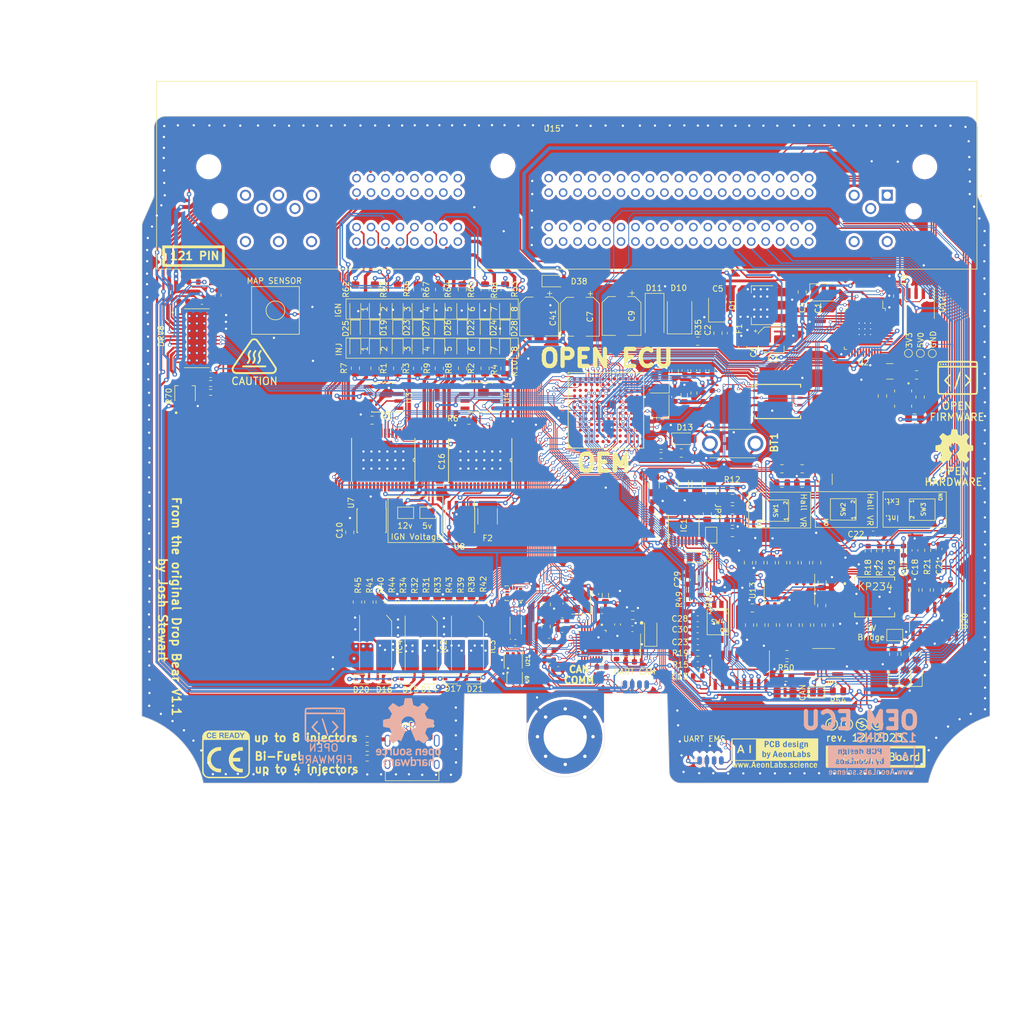
<source format=kicad_pcb>
(kicad_pcb (version 20221018) (generator pcbnew)
  (title_block (title "OPEN ECU") (date "2023-12-11") (rev "12-2023") (company "WWW.AEONLABS.SCIENCE") (comment 1 "https://github.com/aeonSolutions/AeonLabs-AI-Volvo-MKII-Open-Hardware/wiki") (comment 2 "Creative Commons non commercial share alike"))
  (layers (0 "F.Cu" signal) (31 "B.Cu" signal) (34 "B.Paste" user) (35 "F.Paste" user) (36 "B.SilkS" user "B.Silkscreen") (37 "F.SilkS" user "F.Silkscreen") (38 "B.Mask" user) (39 "F.Mask" user) (44 "Edge.Cuts" user))
  (net 0 "")
  (net 1 "INJ2")
  (net 2 "INJ6")
  (net 3 "VMM")
  (net 4 "INJ1")
  (net 5 "INJ5")
  (net 6 "INJ4")
  (net 7 "Net-(U2-VPROT)")
  (net 8 "INJ8")
  (net 9 "INJ3")
  (net 10 "Net-(IC1-IN1+)")
  (net 11 "INJ7")
  (net 12 "Net-(IC1-IN1-)")
  (net 13 "Net-(IC1-IN2-)")
  (net 14 "12V-SW")
  (net 15 "OUTEN_1")
  (net 16 "GND")
  (net 17 "OUTEN_2")
  (net 18 "Net-(IC1-IN2+)")
  (net 19 "Net-(D1-K)")
  (net 20 "Net-(D1-A)")
  (net 21 "Net-(D2-K)")
  (net 22 "Net-(D2-A)")
  (net 23 "Net-(D23-A)")
  (net 24 "Net-(D3-A)")
  (net 25 "Net-(D24-A)")
  (net 26 "Net-(D4-A)")
  (net 27 "Net-(D25-A)")
  (net 28 "Net-(D5-A)")
  (net 29 "Net-(D26-A)")
  (net 30 "Net-(D6-A)")
  (net 31 "Net-(D27-A)")
  (net 32 "Net-(D7-A)")
  (net 33 "Net-(D28-A)")
  (net 34 "Net-(D8-A)")
  (net 35 "Net-(D12-A)")
  (net 36 "Net-(D18-A)")
  (net 37 "Net-(D29-A)")
  (net 38 "Net-(D30-A)")
  (net 39 "Net-(D31-A)")
  (net 40 "Net-(D32-A)")
  (net 41 "Net-(D33-A)")
  (net 42 "Net-(D34-A)")
  (net 43 "Net-(D35-A)")
  (net 44 "Net-(D36-A)")
  (net 45 "Net-(D37-A)")
  (net 46 "IGN2")
  (net 47 "IGN_V+")
  (net 48 "IGN1")
  (net 51 "IGN6")
  (net 52 "IGN5")
  (net 54 "Net-(IC2-INPUT_1)")
  (net 55 "Net-(IC2-INPUT_2)")
  (net 56 "Net-(IC3-INPUT_1)")
  (net 57 "MC33810_1-CS")
  (net 58 "SCLK")
  (net 59 "MOSI")
  (net 60 "MISO")
  (net 61 "Net-(IC3-INPUT_2)")
  (net 62 "Net-(IC4-INPUT_1)")
  (net 63 "Net-(IC4-INPUT_2)")
  (net 64 "Net-(JP2-A)")
  (net 65 "Net-(JP3-B)")
  (net 66 "Net-(U13A-+)")
  (net 67 "Net-(U13C-+)")
  (net 68 "Net-(U13B-+)")
  (net 69 "Net-(U13D-+)")
  (net 70 "Net-(U19-STBY)")
  (net 71 "Net-(U20A-+)")
  (net 72 "Net-(U20B-+)")
  (net 90 "MC33810_2-CS")
  (net 93 "IGN4")
  (net 94 "IGN3")
  (net 97 "IGN8")
  (net 98 "IGN7")
  (net 99 "Net-(U12-OUT_A)")
  (net 100 "VDDA")
  (net 101 "O2_Sensor")
  (net 102 "Net-(C12-Pad1)")
  (net 103 "ADC-Clamp-10")
  (net 104 "ADC-Clamp-4")
  (net 105 "ADC-Clamp-5")
  (net 106 "TPS_Sensor")
  (net 107 "IAT_Sensor")
  (net 108 "CLT_Sensor")
  (net 109 "ADC-Clamp-3")
  (net 110 "ADC-Clamp-1")
  (net 111 "ADC-Clamp-2")
  (net 112 "ADC-Clamp-8")
  (net 113 "ADC-Clamp-9")
  (net 114 "ADC-Clamp-13")
  (net 115 "ADC-Clamp-11")
  (net 116 "MC33814-CS")
  (net 117 "+5V")
  (net 118 "Net-(U12-OUT_B)")
  (net 119 "LAMPOUT")
  (net 120 "ADC-Clamp-6")
  (net 121 "ADC-Clamp-7")
  (net 122 "ADC-Clamp-12")
  (net 123 "ADC-Clamp-14")
  (net 124 "PROG")
  (net 125 "GNDA")
  (net 126 "RESET")
  (net 127 "MAP-5V")
  (net 128 "BARO-5V")
  (net 129 "IDLE-OUT")
  (net 130 "BOOST-OUT")
  (net 131 "FAN-OUT")
  (net 132 "FUELPUMP-OUT")
  (net 133 "CRANK-IN+")
  (net 134 "CRANK-IN-")
  (net 135 "CAM-IN+")
  (net 136 "CAM-IN-")
  (net 137 "MCU-D6")
  (net 138 "MCU-D0")
  (net 142 "MCU-D1")
  (net 143 "MCU-A0")
  (net 144 "MCU-A1")
  (net 145 "MCU-A7")
  (net 146 "MCU-A2")
  (net 147 "CAN_H")
  (net 148 "CAN_L")
  (net 154 "SPARE1-OUT")
  (net 155 "SPARE2-OUT")
  (net 156 "MAP_External")
  (net 157 "ROUT2")
  (net 158 "STEPPER-A1")
  (net 159 "MCU-D27")
  (net 160 "MCU-D26")
  (net 161 "MCU-D29")
  (net 162 "MCU-D28")
  (net 163 "MCU-D25")
  (net 164 "MCU-D24")
  (net 165 "MCU-D30")
  (net 166 "MCU-D31")
  (net 167 "MCU-D32")
  (net 168 "Net-(U3-IN_A)")
  (net 169 "MCU-D8")
  (net 170 "MCU-D7")
  (net 171 "Net-(U3-IN_B)")
  (net 173 "SPARE1_Sensor")
  (net 174 "O2-5V")
  (net 175 "TPS-5V")
  (net 176 "SPARE2_Sensor")
  (net 178 "Net-(U4-IN_A)")
  (net 179 "Net-(U4-IN_B)")
  (net 183 "Net-(C28-Pad2)")
  (net 186 "MCU-A6")
  (net 187 "MCU-A3")
  (net 188 "MCU-A4")
  (net 189 "MCU-A5")
  (net 193 "Net-(U5-GD3)")
  (net 198 "MCU-D5")
  (net 204 "VR1-IN+")
  (net 205 "VR2-IN+")
  (net 206 "MCU-A9")
  (net 207 "MCU-A8")
  (net 208 "SPARE1-Digital")
  (net 209 "SPARE2-Digital")
  (net 210 "VPPSENS")
  (net 211 "VPPREF")
  (net 212 "Net-(U5-GD2)")
  (net 221 "Net-(U6-GD3)")
  (net 230 "12V-PROT")
  (net 231 "Net-(C30-Pad1)")
  (net 233 "Net-(U6-GD2)")
  (net 239 "Net-(JP1-Pad2)")
  (net 242 "Net-(U20C--)")
  (net 245 "Net-(U20D--)")
  (net 246 "Net-(AUR1-SW)")
  (net 247 "Net-(AUR1-FB)")
  (net 248 "MCU_VBAT")
  (net 249 "MCU_BAT_SENSE")
  (net 250 "Net-(D13-K)")
  (net 251 "MCU_UART0_TX")
  (net 252 "MCU_UART0_RX")
  (net 253 "MCU_UART0_CTS")
  (net 254 "MCU_UART_RTS_RST")
  (net 255 "USB_5V0F")
  (net 256 "Net-(J5-CC1)")
  (net 257 "MCU-USB-D+")
  (net 258 "MCU-USB-D-")
  (net 260 "Net-(J5-CC2)")
  (net 262 "Net-(J5-SHIELD-PadS1)")
  (net 300 "MCU-AREF")
  (net 301 "Net-(MCU1A-USB0_DP)")
  (net 302 "Net-(MCU1A-USB0_DM)")
  (net 304 "MCU-VDDA")
  (net 331 "MCU-VREF_OUT")
  (net 333 "Net-(MCU1A-EXTAL32)")
  (net 334 "Net-(MCU1A-XTAL32)")
  (net 337 "Net-(MCU1A-PTA19)")
  (net 338 "Net-(MCU1A-PTA18)")
  (net 340 "FAULT")
  (net 341 "Net-(DRV8-CP1)")
  (net 342 "Net-(DRV8-CP2)")
  (net 343 "Net-(DRV8-VCP)")
  (net 344 "Net-(DRV8-ISENA)")
  (net 345 "Net-(DRV8-ISENB)")
  (net 346 "Net-(DRV8-AVREF)")
  (net 347 "Net-(DRV8-NFAULT)")
  (net 353 "CHIP_EN")
  (net 354 "Net-(U1-XTAL_P)")
  (net 355 "ADC2_CH0")
  (net 356 "Net-(U1-XTAL_N)")
  (net 357 "Net-(U1-VDD3P3)")
  (net 358 "TXD0")
  (net 359 "Net-(U1-U0TXD)")
  (net 360 "ESP_GPIO0_BOOT-DTR")
  (net 361 "LED_R_IO04")
  (net 362 "Net-(LED1-RA)")
  (net 366 "USB_D-")
  (net 367 "USB_D+")
  (net 368 "RXD0")
  (net 492 "+3V3")
  (net 495 "ESP32_I2C_SDA")
  (net 496 "ESP32_I2C_SCL")
  (net 497 "XTAL_32K_P")
  (net 498 "CAN_RXD")
  (net 499 "CAN_TXD")
  (net 500 "LED_B_IO05")
  (net 501 "LED_G_IO02")
  (net 502 "Net-(U14-VOUT)")
  (net 518 "Net-(F2-Pad1)")
  (net 519 "Net-(U11-Vout)")
  (footprint "LED_SMD:LED_0805_2012Metric" (layer "F.Cu") (at 93.954 70.038 -90)
    (fp_text reference "D2" hide)
    (fp_text value "LED")
  )
  (footprint "LED_SMD:LED_0805_2012Metric" (layer "F.Cu") (at 97.954 70.038 -90)
    (fp_text reference "D4" hide)
    (fp_text value "LED")
  )
  (footprint "LED_SMD:LED_0805_2012Metric" (layer "F.Cu") (at 101.454 70.038 -90)
    (fp_text reference "D8" hide)
    (fp_text value "LED")
  )
  (footprint "Package_SO:SOIC-8_3.9x4.9mm_P1.27mm" (layer "F.Cu") (at 97.126 78.654 180)
    (fp_text reference "U4")
    (fp_text value "TC4424A")
  )
  (footprint "Package_SO:SOIC-8_3.9x4.9mm_P1.27mm" (layer "F.Cu") (at 93.56 100.29 -90)
    (fp_text reference "U8")
    (fp_text value "TC4424A")
  )
  (footprint "Resistor_SMD:R_0805_2012Metric" (layer "F.Cu") (at 75.186 73.538 -90)
    (fp_text reference "R7")
    (fp_text value "1k")
  )
  (footprint "Resistor_SMD:R_0805_2012Metric" (layer "F.Cu") (at 78.126 82.654 180)
    (fp_text reference "R5")
    (fp_text value "10k")
  )
  (footprint "LED_SMD:LED_0805_2012Metric" (layer "F.Cu") (at 86.105 70.038 -90)
    (fp_text reference "D7" hide)
    (fp_text value "LED")
  )
  (footprint "LED_SMD:LED_0805_2012Metric" (layer "F.Cu") (at 75.186 70.038 -90)
    (fp_text reference "D5" hide)
    (fp_text value "LED")
  )
  (footprint "LED_SMD:LED_0805_2012Metric" (layer "F.Cu") (at 82.605 70.038 -90)
    (fp_text reference "D3" hide)
    (fp_text value "LED")
  )
  (footprint "Package_SO:SOIC-8_3.9x4.9mm_P1.27mm" (layer "F.Cu") (at 80.126 78.654 180)
    (fp_text reference "U3")
    (fp_text value "TC4424A")
  )
  (footprint "Package_SO:SOIC-8_3.9x4.9mm_P1.27mm" (layer "F.Cu") (at 78.035 100.3 -90)
    (fp_text reference "U7")
    (fp_text value "TC4424A")
  )
  (footprint "LED_SMD:LED_0805_2012Metric" (layer "F.Cu") (at 78.605 70.038 -90)
    (fp_text reference "D1" hide)
    (fp_text value "LED")
  )
  (footprint "Resistor_SMD:R_0805_2012Metric" (layer "F.Cu") (at 95.126 82.654 180)
    (fp_text reference "R6")
    (fp_text value "10k")
  )
  (footprint "LED_SMD:LED_0805_2012Metric" (layer "F.Cu") (at 89.918 70.038 -90)
    (fp_text reference "D6" hide)
    (fp_text value "LED")
  )
  (footprint "Capacitor_SMD:C_0805_2012Metric" (layer "F.Cu") (at 144.874 115.622 180)
    (fp_text reference "C11" hide)
    (fp_text value "0.1uF")
  )
  (footprint "Capacitor_SMD:C_0603_1608Metric" (layer "F.Cu") (at 135.294 125.557 180)
    (fp_text reference "C13")
    (fp_text value "270nF")
  )
  (footprint "Capacitor_SMD:C_0805_2012Metric" (layer "F.Cu") (at 146.374 118.622 -90)
    (fp_text reference "C14" hide)
    (fp_text value "0.22uF")
  )
  (footprint "Capacitor_SMD:C_0805_2012Metric" (layer "F.Cu") (at 157.054 115.19075 -90)
    (fp_text reference "C17" hide)
    (fp_text value "0.1uF")
  )
  (footprint "Capacitor_SMD:C_0603_1608Metric" (layer "F.Cu") (at 169.364 105.569 90)
    (fp_text reference "C19")
    (fp_text value "0.1uF")
  )
  (footprint "Capacitor_SMD:C_0805_2012Metric" (layer "F.Cu") (at 156.374 118.622 90)
    (fp_text reference "C20" hide)
    (fp_text value "0.22uF")
  )
  (footprint "Capacitor_SMD:C_0603_1608Metric" (layer "F.Cu") (at 166.074 102.642)
    (fp_text reference "C22")
    (fp_text value "0.22uF")
  )
  (footprint "Capacitor_SMD:C_0805_2012Metric" (layer "F.Cu") (at 146.18625 107.668 90)
    (fp_text reference "C26" hide)
    (fp_text value "1uF")
  )
  (footprint "Resistor_SMD:R_0603_1608Metric" (layer "F.Cu") (at 171.414 105.5665 90)
    (fp_text reference "R17")
    (fp_text value "2.49k")
  )
  (footprint "Resistor_SMD:R_0603_1608Metric" (layer "F.Cu") (at 167.204 105.5865 -90)
    (fp_text reference "R22")
    (fp_text value "470R")
  )
  (footprint "Resistor_SMD:R_0805_2012Metric" (layer "F.Cu") (at 152.18625 107.668 90)
    (fp_text reference "R23" hide)
    (fp_text value "180k")
  )
  (footprint "Resistor_SMD:R_0805_2012Metric" (layer "F.Cu") (at 150.374 118.622 -90)
    (fp_text reference "R24" hide)
    (fp_text value "180k")
  )
  (footprint "Resistor_SMD:R_0805_2012Metric" (layer "F.Cu") (at 150.18625 107.668 -90)
    (fp_text reference "R30" hide)
    (fp_text value "348k")
  )
  (footprint "Resistor_SMD:R_0603_1608Metric" (layer "F.Cu") (at 135.834 114.1845 -90)
    (fp_text reference "R48")
    (fp_text value "1k")
  )
  (footprint "Resistor_SMD:R_0805_2012Metric" (layer "F.Cu") (at 75.549 114.583 -90)
    (fp_text reference "R45")
    (fp_text value "100k")
  )
  (footprint "Resistor_SMD:R_0805_2012Metric" (layer "F.Cu") (at 81.549 114.583 90)
    (fp_text reference "R44")
    (fp_text value "100k")
  )
  (footprint "Resistor_SMD:R_0805_2012Metric" (layer "F.Cu") (at 91.549 114.583 -90)
    (fp_text reference "R43")
    (fp_text value "100k")
  )
  (footprint "Resistor_SMD:R_0805_2012Metric" (layer "F.Cu") (at 97.549 114.583 -90)
    (fp_text reference "R42")
    (fp_text value "100k")
  )
  (footprint "Diode_SMD:D_SOD-323" (layer "F.Cu") (at 92.074 128.102)
    (fp_text reference "D17")
    (fp_text value "D")
  )
  (footprint "Diode_SMD:D_SOD-323" (layer "F.Cu") (at 80.084 128.112 180)
    (fp_text reference "D16")
    (fp_text value "D")
  )
  (footprint "Diode_SMD:D_SOD-323" (layer "F.Cu") (at 84.424 128.132)
    (fp_text reference "D15")
    (fp_text value "D")
  )
  (footprint "Diode_SMD:D_SOD-323" (layer "F.Cu") (at 88.034 128.132 180)
    (fp_text reference "D14")
    (fp_text value "D")
  )
  (footprint "Resistor_SMD:R_0805_2012Metric" (layer "F.Cu") (at 83.549 114.583 -90)
    (fp_text reference "R34")
    (fp_text value "100k")
  )
  (footprint "Resistor_SMD:R_0805_2012Metric" (layer "F.Cu") (at 89.549 114.583 90)
    (fp_text reference "R33")
    (fp_text value "100k")
  )
  (footprint "Resistor_SMD:R_0603_1608Metric" (layer "F.Cu") (at 135.294 123.557 180)
    (fp_text reference "R19")
    (fp_text value "1k")
  )
  (footprint "Capacitor_SMD:C_0805_2012Metric" (layer "F.Cu") (at 153.614 60.152 90)
    (fp_text reference "C1")
    (fp_text value "0.1uF")
  )
  (footprint "Capacitor_SMD:C_0805_2012Metric" (layer "F.Cu") (at 138.844 67.382 -90)
    (fp_text reference "C2")
    (fp_text value "0.1uF")
  )
  (footprint "Capacitor_Tantalum_SMD:CP_EIA-3528-21_Kemet-B" (layer "F.Cu") (at 157.4015 60.222)
    (fp_text reference "C4")
    (fp_text value "47uF")
  )
  (footprint "Capacitor_Tantalum_SMD:CP_EIA-3528-21_Kemet-B" (layer "F.Cu") (at 138.694 62.9595 90)
    (fp_text reference "C5")
    (fp_text value "47uF")
  )
  (footprint "Diode_SMD:D_SOD-323" (layer "F.Cu") (at 76.424 128.112)
    (fp_text reference "D20")
    (fp_text value "D")
  )
  (footprint "Diode_SMD:D_SOD-323" (layer "F.Cu") (at 95.714 128.123 180)
    (fp_text reference "D21")
    (fp_text value "D")
  )
  (footprint "Package_SO:SOIC-8_3.9x4.9mm_P1.27mm" (layer "F.Cu") (at 157.374355 125.301645 180)
    (fp_text reference "U19" hide)
    (fp_text value "MCP2562-E-SN")
  )
  (footprint "Capacitor_SMD:C_0805_2012Metric" (layer "F.Cu") (at 141.3815 100.392)
    (fp_text reference "C12" hide)
    (fp_text value "0.1uF")
  )
  (footprint "Capacitor_SMD:C_0805_2012Metric" (layer "F.Cu") (at 141.3815 102.392)
    (fp_text reference "C15" hide)
    (fp_text value "0.22uF")
  )
  (footprint "Capacitor_SMD:C_0603_1608Metric" (layer "F.Cu") (at 135.274 117.502)
    (fp_text reference "C28")
    (fp_text value "0.01uF")
  )
  (footprint "Capacitor_SMD:C_0603_1608Metric" (layer "F.Cu") (at 133.454 110.682 -90)
    (fp_text reference "C29")
    (fp_text value "0.1uF")
  )
  (footprint "Resistor_SMD:R_0805_2012Metric" (layer "F.Cu") (at 141.3815 96.392 180)
    (fp_text reference "R14" hide)
    (fp_text value "470R")
  )
  (footprint "Resistor_SMD:R_0603_1608Metric" (layer "F.Cu") (at 135.294 127.557)
    (fp_text reference "R15")
    (fp_text value "2.4k")
  )
  (footprint "Resistor_SMD:R_0603_1608Metric" (layer "F.Cu") (at 165.204 105.5865 90)
    (fp_text reference "R18")
    (fp_text value "2.49k")
  )
  (footprint "Resistor_SMD:R_0805_2012Metric" (layer "F.Cu") (at 154.374 118.622 -90)
    (fp_text reference "R46" hide)
    (fp_text value "180k")
  )
  (footprint "Resistor_SMD:R_0603_1608Metric" (layer "F.Cu") (at 133.454 114.1445 90)
    (fp_text reference "R49")
    (fp_text value "1k")
  )
  (footprint "Package_SO:SOIC-16_3.9x9.9mm_P1.27mm" (layer "F.Cu") (at 142.809 126.5695 -90)
    (fp_text reference "U10" hide)
    (fp_text value "SP720")
  )
  (footprint "Capacitor_SMD:C_0603_1608Metric" (layer "F.Cu") (at 135.294 121.552 180)
    (fp_text reference "C23")
    (fp_text value "270nF")
  )
  (footprint "Capacitor_SMD:C_0805_2012Metric" (layer "F.Cu") (at 144.18625 107.668 90)
    (fp_text reference "C25" hide)
    (fp_text value "0.01uF")
  )
  (footprint "Capacitor_SMD:C_0805_2012Metric" (layer "F.Cu") (at 157.114 111.10075 90)
    (fp_text reference "C27" hide)
    (fp_text value "0.1uF")
  )
  (footprint "Resistor_SMD:R_0805_2012Metric" (layer "F.Cu") (at 141.3815 98.392 180)
    (fp_text reference "R11" hide)
    (fp_text value "604R")
  )
  (footprint "Resistor_SMD:R_0805_2012Metric" (layer "F.Cu") (at 144.374 118.622 -90)
    (fp_text reference "R13" hide)
    (fp_text value "470R")
  )
  (footprint "Resistor_SMD:R_0805_2012Metric" (layer "F.Cu") (at 158.374 118.622 90)
    (fp_text reference "R20" hide)
    (fp_text value "470R")
  )
  (footprint "Resistor_SMD:R_0603_1608Metric" (layer "F.Cu") (at 175.644 105.4945 -90)
    (fp_text reference "R21")
    (fp_text value "470R")
  )
  (footprint "Resistor_SMD:R_0805_2012Metric" (layer "F.Cu") (at 154.18625 107.668 -90)
    (fp_text reference "R25" hide)
    (fp_text value "348k")
  )
  (footprint "Resistor_SMD:R_0805_2012Metric" (layer "F.Cu") (at 148.374 118.622 90)
    (fp_text reference "R26" hide)
    (fp_text value "348k")
  )
  (footprint "Resistor_SMD:R_0805_2012Metric" (layer "F.Cu") (at 156.18625 107.668 -90)
    (fp_text reference "R28" hide)
    (fp_text value "0")
  )
  (footprint "Resistor_SMD:R_0805_2012Metric" (layer "F.Cu") (at 152.374 118.622 90)
    (fp_text reference "R47" hide)
    (fp_text value "348k")
  )
  (footprint "Resistor_SMD:R_0805_2012Metric" (layer "F.Cu") (at 179.384 112.457 90)
    (fp_text reference "R55" hide)
    (fp_text value "180k")
  )
  (footprint "Resistor_SMD:R_0805_2012Metric" (layer "F.Cu") (at 177.384 112.457 -90)
    (fp_text reference "R56" hide)
    (fp_text value "348k")
  )
  (footprint "Resistor_SMD:R_0805_2012Metric" (layer "F.Cu") (at 175.384 112.457 90)
    (fp_text reference "R57" hide)
    (fp_text value "180k")
  )
  (footprint "Resistor_SMD:R_0805_2012Metric" (layer "F.Cu") (at 173.384 112.457 -90)
    (fp_text reference "R58" hide)
    (fp_text value "348k")
  )
  (footprint "Package_SO:SOIC-14_3.9x8.7mm_P1.27mm" (layer "F.Cu") (at 151.374 113.122 -90)
    (fp_text reference "U13")
    (fp_text value "LMV324LIDT")
  )
  (footprint "Package_SO:SOIC-14_3.9x8.7mm_P1.27mm" (layer "F.Cu") (at 176.884 117.957 -90)
    (fp_text reference "U20")
    (fp_text value "LMV324LIDT")
  )
  (footprint "Fuse:Fuse_1812_4532Metric" (layer "F.Cu") (at 98.39 99.54 90)
    (fp_text reference "F2")
    (fp_text value "Polyfuse")
  )
  (footprint "Capacitor_SMD:C_0805_2012Metric" (layer "F.Cu") (at 143.184 69.9295 -90)
    (fp_text reference "C6")
    (fp_text value "0.1uF")
  )
  (footprint "Capacitor_SMD:C_0603_1608Metric" (layer "F.Cu") (at 135.254 119.452 180)
    (fp_text reference "C30")
    (fp_text value "4700pF")
  )
  (footprint "Package_TO_SOT_SMD:SOT-363_SC-70-6" (layer "F.Cu") (at 136.174 110.472 -90)
    (fp_text reference "Q2" hide)
    (fp_text value "Q_DUAL_NMOS_S1G1D2S2G2D1")
  )
  (footprint "Resistor_SMD:R_0805_2012Metric" (layer "F.Cu") (at 150.794 127.772)
    (fp_text reference "R50")
    (fp_text value "0R")
  )
  (footprint "Capacitor_SMD:C_0805_2012Metric" (layer "F.Cu") (at 150.954 123.802)
    (fp_text reference "C33" hide)
    (fp_text value "0.1uF")
  )
  (footprint "Capacitor_SMD:C_0805_2012Metric" (layer "F.Cu") (at 150.954 125.752 180)
    (fp_text reference "C31" hide)
    (fp_text value "0.1uF")
  )
  (footprint "Resistor_SMD:R_0805_2012Metric" (layer "F.Cu") (at 148.18625 107.668 90)
    (fp_text reference "R29" hide)
    (fp_text value "180k")
  )
  (footprint "Capacitor_SMD:C_1206_3216Metric" (layer "F.Cu") (at 150.614 130.472 180)
    (fp_text reference "C24" hide)
    (fp_text value "100uF")
  )
  (footprint "Capacitor_SMD:C_0603_1608Metric" (layer "F.Cu") (at 173.414 105.5105 90)
    (fp_text reference "C18")
    (fp_text value "0.1uF")
  )
  (footprint "Capacitor_SMD:C_0805_2012Metric" (layer "F.Cu") (at 170.364 60.872 90)
    (fp_text reference "C8")
    (fp_text value "0.1uF")
  )
  (footprint "Resistor_SMD:R_0603_1608Metric" (layer "F.Cu") (at 141.3215 94.532)
    (fp_text reference "R12")
    (fp_text value "3.88k")
  )
  (footprint "Resistor_SMD:R_0805_2012Metric" (layer "F.Cu") (at 135.274 68.782 180)
    (fp_text reference "R35")
    (fp_text value "10k")
  )
  (footprint "Diode_SMD:D_SOD-323" (layer "F.Cu") (at 78.605 66.577 -90)
    (fp_text reference "D19")
    (fp_text value "D")
  )
  (footprint "Diode_SMD:D_SOD-323" (layer "F.Cu") (at 93.954 66.577 -90)
    (fp_text reference "D22")
    (fp_text value "D")
  )
  (footprint "Diode_SMD:D_SOD-323" (layer "F.Cu") (at 82.605 66.577 -90)
    (fp_text reference "D23")
    (fp_text value "D")
  )
  (footprint "Diode_SMD:D_SOD-323" (layer "F.Cu") (at 97.954 66.577 -90)
    (fp_text reference "D24")
    (fp_text value "D")
  )
  (footprint "Package_QFP:LQFP-48-1EP_7x7mm_P0.5mm_EP3.6x3.6mm_ThermalVias" (layer "F.Cu") (at 164.614 66.6245 -90)
    (fp_text reference "U2")
    (fp_text value "MC33814")
  )
  (footprint "Capacitor_SMD:C_0603_1608Metric" (layer "F.Cu") (at 177.654 105.252 -90)
    (fp_text reference "C21")
    (fp_text value "0.22uF")
  )
  (footprint "Capacitor_SMD:C_0805_2012Metric" (layer "F.Cu") (at 130.564 94.452 -90)
    (fp_text reference "C34" hide)
    (fp_text value "1nF")
  )
  (footprint "Capacitor_SMD:C_0805_2012Metric" (layer "F.Cu") (at 136.954 99.132 90)
    (fp_text reference "C36" hide)
    (fp_text value "1nF")
  )
  (footprint "Capacitor_SMD:C_0805_2012Metric" (layer "F.Cu") (at 128.124 100.522 180)
    (fp_text reference "C37" hide)
    (fp_text value "0.1uF")
  )
  (footprint "Capacitor_SMD:C_0805_2012Metric" (layer "F.Cu") (at 128.104 98.382 180)
    (fp_text reference "C38" hide)
    (fp_text value "1uF")
  )
  (footprint "Capacitor_SMD:C_0805_2012Metric" (layer "F.Cu") (at 128.124 102.472 180)
    (fp_text reference "C35" hide)
    (fp_text value "0.01uF")
  )
  (footprint "Package_SO:QSOP-16_3.9x4.9mm_P0.635mm" (layer "F.Cu") (at 132.843 101.138 90)
    (fp_text reference "IC1")
    (fp_text value "MAX9926UAEE_V+")
  )
  (footprint "Capacitor_SMD:C_0805_2012Metric" (layer "F.Cu") (at 153.6175 91.192)
    (fp_text reference "C39" hide)
    (fp_text value "0.01uF")
  )
  (footprint "Capacitor_SMD:C_0805_2012Metric" (layer "F.Cu") (at 153.6175 93.732)
    (fp_text reference "C40" hide)
    (fp_text value "0.01uF")
  )
  (footprint "Resistor_SMD:R_0805_2012Metric" (layer "F.Cu") (at 150.0615 91.192 180)
    (fp_text reference "R60" hide)
    (fp_text value "1k")
  )
  (footprint "Resistor_SMD:R_0805_2012Metric" (layer "F.Cu") (at 150.0615 93.732 180)
    (fp_text reference "R61" hide)
    (fp_text value "1k")
  )
  (footprint "Package_TO_SOT_SMD:SOT-363_SC-70-6" (layer "F.Cu") (at 157.724 93.272 -90)
    (fp_text reference "Q3" hide)
    (fp_text value "Q_DUAL_NMOS_S1G1D2S2G2D1")
  )
  (footprint "Fuse:Fuse_0603_1608Metric" (layer "F.Cu") (at 140.994 67.372 90)
    (fp_text reference "F1")
    (fp_text value "Polyfuse")
  )
  (footprint "Package_TO_SOT_SMD:SOT-223-3_TabPin2" (layer "F.Cu") (at 146.603012 62.472 180)
    (fp_text reference "Q1")
    (fp_text value "Q_PNP_BCEC")
  )
  (footprint "Resistor_SMD:R_0805_2012Metric" (layer "F.Cu") (at 78.615 73.562 90)
    (fp_text reference "R1")
    (fp_text value "1k")
  )
  (footprint "Resistor_SMD:R_0805_2012Metric" (layer "F.Cu") (at 93.982 73.562 90)
    (fp_text reference "R2")
    (fp_text value "1k")
  )
  (footprint "Resistor_SMD:R_0805_2012Metric" (layer "F.Cu") (at 82.605 73.562 90)
    (fp_text reference "R3")
    (fp_text value "1k")
  )
  (footprint "Resistor_SMD:R_0805_2012Metric" (layer "F.Cu") (at 97.954 73.562 90)
    (fp_text reference "R4")
    (fp_text value "1k")
  )
  (footprint "Resistor_SMD:R_0805_2012Metric" (layer "F.Cu") (at 89.918 73.562 -90)
    (fp_text reference "R8")
    (fp_text value "1k")
  )
  (footprint "Resistor_SMD:R_0805_2012Metric" (layer "F.Cu") (at 86.105 73.562 -90)
    (fp_text reference "R9")
    (fp_text value "1k")
  )
  (footprint "Resistor_SMD:R_0805_2012Metric" (layer "F.Cu") (at 101.454 73.562 -90)
    (fp_text reference "R10")
    (fp_text value "1k")
  )
  (footprint "Diode_SMD:D_SMB" (layer "F.Cu") (at 132.099 63.962 90)
    (fp_text reference "D10")
    (fp_text value "D_TVS")
  )
  (footprint "Capacitor_SMD:CP_Elec_4x5.4" (layer "F.Cu") (at 148.174 68.562)
    (fp_text reference "C3")
    (fp_text value "22uF")
  )
  (footprint "LED_SMD:LED_0805_2012Metric_Pad1.15x1.40mm_HandSolder" (layer "F.Cu") (at 173.724 127.54075 90)
    (fp_text reference "D12" hide)
    (fp_text value "LED")
  )
  (footprint "LED_SMD:LED_0805_2012Metric_Pad1.15x1.40mm_HandSolder" (layer "F.Cu") (at 169.663999 127.54075 90)
    (fp_text reference "D18" hide)
    (fp_text value "LED")
  )
  (footprint "LED_SMD:LED_0805_2012Metric_Pad1.15x1.40mm_HandSolder" (layer "F.Cu") (at 171.692 127.54075 90)
    (fp_text reference "D29" hide)
    (fp_text value "LED")
  )
  (footprint "Resistor_SMD:R_0805_2012Metric" (layer "F.Cu") (at 173.704 123.7145 -90)
    (fp_text reference "R16" hide)
    (fp_text value "1k")
  )
  (footprint "Resistor_SMD:R_0805_2012Metric" (layer "F.Cu") (at 169.66 123.73075 -90)
    (fp_text reference "R51" hide)
    (fp_text value "470R")
  )
  (footprint "Resistor_SMD:R_0805_2012Metric" (layer "F.Cu") (at 171.692 123.73075 -90)
    (fp_text reference "R52" hide)
    (fp_text value "470R")
  )
  (footprint "Capacitor_SMD:CP_Elec_6.3x7.7" (layer "F.Cu") (at 114.594 64.502 -90)
    (fp_text reference "C7")
    (fp_text value "33uF")
  )
  (footprint "Capacitor_SMD:CP_Elec_6.3x7.7" (layer "F.Cu") (at 121.909 64.362 -90)
    (fp_text reference "C9")
    (fp_text value "33uF")
  )
  (footprint "Diode_SMD:D_SMA_Handsoldering" (layer "F.Cu") (at 127.709 64.802 -90)
    (fp_text reference "D11")
    (fp_text value "D_Schottky")
  )
  (footprint "Resistor_SMD:R_0805_2012Metric" (layer "F.Cu") (at 87.549 114.583 90)
    (fp_text reference "R31")
    (fp_text value "1k")
  )
  (footprint "Resistor_SMD:R_0805_2012Metric" (layer "F.Cu") (at 85.549 114.583 90)
    (fp_text reference "R32")
    (fp_text value "1k")
  )
  (footprint "Resistor_SMD:R_0805_2012Metric" (layer "F.Cu") (at 95.549 114.583 90)
    (fp_text reference "R38")
    (fp_text value "1k")
  )
  (footprint "Resistor_SMD:R_0805_2012Metric" (layer "F.Cu") (at 93.549 114.583 90)
    (fp_text reference "R39")
    (fp_text value "1k")
  )
  (footprint "Resistor_SMD:R_0805_2012Metric" (layer "F.Cu") (at 79.549 114.583 90)
    (fp_text reference "R40")
    (fp_text value "1k")
  )
  (footprint "Resistor_SMD:R_0805_2012Metric" (layer "F.Cu") (at 77.549 114.583 90)
    (fp_text reference "R41")
    (fp_text value "1k")
  )
  (footprint "Package_SO:SOIC-8_3.9x4.9mm_P1.27mm" (layer "F.Cu") (at 174.249 62.897 -90)
    (fp_text reference "U12")
    (fp_text value "TC4424A")
  )
  (footprint "Capacitor_SMD:C_0805_2012Metric" (layer "F.Cu") (at 74.21 102.3425 -90)
    (fp_text reference "C10")
    (fp_text value "1uF")
  )
  (footprint "Capacitor_SMD:C_0805_2012Metric" (layer "F.Cu") (at 89.987999 94.271001 -90)
    (fp_text reference "C16")
    (fp_text value "0.1uF")
  )
  (footprint "Diode_SMD:D_SOD-323" (layer "F.Cu") (at 101.454 66.577 -90)
    (fp_text reference "D28")
    (fp_text value "D")
  )
  (footprint "LED_SMD:LED_0805_2012Metric" (layer "F.Cu") (at 101.454 63.148 90)
    (fp_text reference "D30" hide)
    (fp_text value "LED")
  )
  (footprint "Resistor_SMD:R_0805_2012Metric" (layer "F.Cu") (at 101.475 59.719 90)
    (fp_text reference "R53")
    (fp_text value "1k")
  )
  (footprint "LED_SMD:LED_0805_2012Metric" (layer "F.Cu") (at 75.186 63.148 90)
    (fp_text reference "D31" hide)
    (fp_text value "LED")
  )
  (footprint "LED_SMD:LED_0805_2012Metric" (layer "F.Cu") (at 78.605 63.148 90)
    (fp_text reference "D32" hide)
    (fp_text value "LED")
  )
  (footprint "LED_SMD:LED_0805_2012Metric" (layer "F.Cu") (at 89.954 63.148 90)
    (fp_text reference "D33" hide)
    (fp_text value "LED")
  )
  (footprint "LED_SMD:LED_0805_2012Metric" (layer "F.Cu") (at 93.954 63.148 90)
    (fp_text reference "D34" hide)
    (fp_text value "LED")
  )
  (footprint "LED_SMD:LED_0805_2012Metric" (layer "F.Cu") (at 82.605 63.148 90)
    (fp_text reference "D35" hide)
    (fp_text value "LED")
  )
  (footprint "LED_SMD:LED_0805_2012Metric" (layer "F.Cu") (at 86.108 63.148 90)
    (fp_text reference "D36" hide)
    (fp_text value "LED")
  )
  (footprint "LED_SMD:LED_0805_2012Metric" (layer "F.Cu") (at 97.954 63.148 90)
    (fp_text reference "D37" hide)
    (fp_text value "LED")
  )
  (footprint "Resistor_SMD:R_0805_2012Metric" (layer "F.Cu") (at 75.186 59.719 90)
    (fp_text reference "R62")
    (fp_text value "1k")
  )
  (footprint "Resistor_SMD:R_0805_2012Metric" (layer "F.Cu") (at 78.605 59.719 90)
    (fp_text reference "R63")
    (fp_text value "1k")
  )
  (footprint "Resistor_SMD:R_0805_2012Metric" (layer "F.Cu") (at 93.954 59.719 90)
    (fp_text reference "R65")
    (fp_text value "1k")
  )
  (footprint "Resistor_SMD:R_0805_2012Metric" (layer "F.Cu") (at 82.605 59.719 90)
    (fp_text reference "R66")
    (fp_text value "1k")
  )
  (footprint "Resistor_SMD:R_0805_2012Metric" (layer "F.Cu") (at 86.105 59.719 90)
    (fp_text reference "R67")
    (fp_text value "1k")
  )
  (footprint "Resistor_SMD:R_0805_2012Metric" (layer "F.Cu") (at 97.954 59.719 90)
    (fp_text reference "R68")
    (fp_text value "1k")
  )
  (footprint "Diode_SMD:D_SOD-323" (layer "F.Cu") (at 89.954 66.577 -90)
    (fp_text reference "D26")
    (fp_text value "D")
  )
  (footprint "Resistor_SMD:R_0805_2012Metric" (layer "F.Cu") (at 89.954 59.719 90)
    (fp_text reference "R64")
    (fp_text value "1k")
  )
  (footprint "Diode_SMD:D_SOD-323" (layer "F.Cu") (at 75.186 66.577 -90)
    (fp_text reference "D25")
    (fp_text value "D")
  )
  (footprint "Diode_SMD:D_SOD-323" (layer "F.Cu") (at 86.105 66.577 -90)
    (fp_text reference "D27")
    (fp_text value "D")
  )
  (footprint "Resistor_SMD:R_1206_3216Metric" (layer "F.Cu") (at 127.604 94.002 -90)
    (fp_text reference "R27" hide)
    (fp_text value "10k")
  )
  (footprint "Resistor_SMD:R_1206_3216Metric" (layer "F.Cu") (at 132.755 93.862 -90)
    (fp_text reference "R36" hide)
    (fp_text value "10k")
  )
  (footprint "Resistor_SMD:R_1206_3216Metric" (layer "F.Cu") (at 135.174 93.852 -90)
    (fp_text reference "R37" hide)
    (fp_text value "10k")
  )
  (footprint "Resistor_SMD:R_1206_3216Metric" (layer "F.Cu") (at 137.615 95.092 -90)
    (fp_text reference "R59" hide)
    (fp_text value "10k")
  )
  (footprint "Jumper:SolderJumper-2_P1.3mm_Open_Pad1.0x1.5mm" (layer "F.Cu") (at 156.164 130.422)
    (fp_text reference "JP1")
    (fp_text value "Jumper_NO_Small")
  )
  (footprint "Resistor_SMD:R_0805_2012Metric" (layer "F.Cu") (at 159.914 130.252 180)
    (fp_text reference "R54")
    (fp_text value "120R")
  )
  (footprint "Jumper:SolderJumper-2_P1.3mm_Open_Pad1.0x1.5mm" (layer "F.Cu") (at 134.574 106.662 180)
    (fp_text reference "JP2")
    (fp_text value "Jumper_2_Open")
  )
  (footprint "Jumper:SolderJumper-2_P1.3mm_Open_Pad1.0x1.5mm" (layer "F.Cu") (at 137.654 102.842 90)
    (fp_text reference "JP3")
    (fp_text value "Jumper_2_Open")
  )
  (footprint "IC_Automotive:Diodes_SM8" (layer "F.Cu") (at 95.117 120.947 -90)
    (fp_text reference "IC3")
    (fp_text value "ZXMS6006DT8")
  )
  (footprint "IC_Automotive:Diodes_SM8" (layer "F.Cu") (at 86.989 120.947 -90)
    (fp_text reference "IC2")
    (fp_text value "ZXMS6006DT8")
  )
  (footprint "IC_Automotive:Diodes_SM8" (layer "F.Cu") (at 78.988 120.82 -90)
    (fp_text reference "IC4")
    (fp_text value "ZXMS6006DT8")
  )
  (footprint "Jumper:SolderJumper-2_P1.3mm_Open_Pad1.0x1.5mm" (layer "F.Cu") (at 169.874 120.372)
    (fp_text reference "JP4" hide)
    (fp_text value "Jumper_2_Open")
  )
  (footprint "Diode_SMD:D_PowerDI-123" (layer "F.Cu") (at 133.014 85.912)
    (fp_text reference "D13")
    (fp_text value "D_Schottky")
  )
  (footprint "Capacitor_SMD:C_0603_1608Metric" (layer "F.Cu") (at 137.764 73.907 90)
    (fp_text reference "MKC4" hide)
    (fp_text value "100nF")
  )
  (footprint "Capacitor_SMD:C_0603_1608Metric" (layer "F.Cu") (at 137.814 78.222 90)
    (fp_text reference "MKC7" hide)
    (fp_text value "100nF")
  )
  (footprint "Resistor_SMD:R_0805_2012Metric_Pad1.20x1.40mm_HandSolder" (layer "F.Cu") (at 174.314 78.6045 -90)
    (fp_text reference "AUR_R1" hide)
    (fp_text value "24k")
  )
  (footprint "AeonLabs Logos:hot surface small logo" (layer "F.Cu") (at 57.43 71.42)
    (fp_text reference "G***" hide)
    (fp_text value "LOGO" hide)
  )
  (footprint "Capacitor_SMD:C_0603_1608Metric" (layer "F.Cu") (at 111.494 119.372 180)
    (fp_text reference "EC14" hide)
    (fp_text value "100nF")
  )
  (footprint "Resistor_SMD:R_0603_1608Metric" (layer "F.Cu") (at 77.259 138.687 180)
    (fp_text reference "USB_PLYG_R1" hide)
    (fp_text value "150K")
  )
  (footprint "AeonLabs_Automotive:OEM_ECU_housing" (layer "F.Cu") (at 107.508506 87.629286)
    (fp_text reference "G***" hide)
    (fp_text value "LOGO" hide)
    (fp_line (start -69.773668 -39.02578) (end -69.806644 46.99122) (stroke (width 0.1)) (layer "Edge.Cuts"))
    (fp_line (start -69.601922 -39.83587) (end -67.825253 -43.841756) (stroke (width 0.1)) (layer "Edge.Cuts"))
    (fp_line (start -67.653506 -44.652613) (end -67.653506 -56.309273) (stroke (width 0.1)) (layer "Edge.Cuts"))
    (fp_line (start -58.993507 58.731004) (end -15.549313 58.750147) (stroke (width 0.1)) (layer "Edge.Cuts"))
    (fp_line (start -13.549211 56.805954) (end -13.163506 43.021004) (stroke (width 0.1)) (layer "Edge.Cuts"))
    (fp_line (start -2.293506 43.021004) (end -13.163506 43.021004) (stroke (width 0.05)) (layer "Edge.Cuts"))
    (fp_line (start -2.293506 43.021004) (end -2.293506 52.391004) (stroke (width 0.05)) (layer "Edge.Cuts"))
    (fp_line (start 11.336494 43.011004) (end 11.335556 52.190789) (stroke (width 0.05)) (layer "Edge.Cuts"))
    (fp_line (start 22.416494 43.011004) (end 11.336494 43.011004) (stroke (width 0.05)) (layer "Edge.Cuts"))
    (fp_line (start 22.792199 56.785954) (end 22.416494 43.011004) (stroke (width 0.1)) (layer "Edge.Cuts"))
    (fp_line (start 68.236495 58.711004) (end 24.792301 58.730147) (stroke (width 0.1)) (layer "Edge.Cuts"))
    (fp_line (start 74.896217 -58.328719) (end -65.653783 -58.309273) (stroke (width 0.1)) (layer "Edge.Cuts"))
    (fp_line (start 76.896494 -44.672613) (end 76.896494 -56.328719) (stroke (width 0.1)) (layer "Edge.Cuts"))
    (fp_line (start 78.84491 -39.85587) (end 77.068241 -43.861756) (stroke (width 0.1)) (layer "Edge.Cuts"))
    (fp_line (start 79.016656 -39.04578) (end 79.049632 46.97122) (stroke (width 0.1)) (layer "Edge.Cuts"))
    (fp_arc (start -69.806644 46.99122) (mid -62.811896 51.398291) (end -58.993507 58.731004) (stroke (width 0.1)) (layer "Edge.Cuts"))
    (fp_arc (start -69.773668 -39.02578) (mid -69.730182 -39.439811) (end -69.601922 -39.83587) (stroke (width 0.1)) (layer "Edge.Cuts"))
    (fp_arc (start -67.653506 -56.309273) (mid -67.067821 -57.723392) (end -65.653783 -58.309273) (stroke (width 0.1)) (layer "Edge.Cuts"))
    (fp_arc (start -67.653506 -44.652613) (mid -67.696914 -44.23819) (end -67.825253 -43.841756) (stroke (width 0.1)) (layer "Edge.Cuts"))
    (fp_arc (start -13.549211 56.805954) (mid -14.154408 58.184259) (end -15.549313 58.750147) (stroke (width 0.1)) (layer "Edge.Cuts"))
    (fp_arc (start 11.335556 52.190789) (mid 4.599563 57.637155) (end -2.293506 52.391004) (stroke (width 0.05)) (layer "Edge.Cuts"))
    (fp_arc (start 24.792301 58.730147) (mid 23.397373 58.164283) (end 22.792199 56.785954) (stroke (width 0.1)) (layer "Edge.Cuts"))
    (fp_arc (start 68.236495 58.711004) (mid 72.054882 51.378288) (end 79.049632 46.97122) (stroke (width 0.1)) (layer "Edge.Cuts"))
    (fp_arc (start 74.896217 -58.328719) (mid 76.31062 -57.743034) (end 76.896494 -56.328719) (stroke (width 0.1)) (layer "Edge.Cuts"))
    (fp_arc (start 77.068241 -43.861756) (mid 76.939911 -44.258192) (end 76.896494 -44.672613) (stroke (width 0.1)) (layer "Edge.Cuts"))
    (fp_arc (start 78.84491 -39.85587) (mid 78.973168 -39.459811) (end 79.016656 -39.04578) (stroke (width 0.1)) (layer "Edge.Cuts"))
    (fp_circle (center 4.496494 50.611004) (end 6.716494 53.671004) (stroke (width 0.05)) (fill none) (layer "Edge.Cuts"))
  )
  (footprint "Inductor_SMD:L_0805_2012Metric" (layer "F.Cu") (at 119.074 113.432 -90)
    (fp_text reference "L1" hide)
    (fp_text value "2nH")
  )
  (footprint "Resistor_SMD:R_0603_1608Metric" (layer "F.Cu") (at 49.779 76.212374)
    (fp_text reference "DRVR2" hide)
    (fp_text value "10K")
  )
  (footprint "Crystal:Crystal_SMD_3225-4Pin_3.2x2.5mm" (layer "F.Cu") (at 114.814 114.69 90)
    (fp_text reference "ECY1" hide)
    (fp_text value "32.768Mhz")
  )
  (footprint "Capacitor_SMD:C_0603_1608Metric" (layer "F.Cu") (at 123.399 125.082 180)
    (fp_text reference "EC5" hide)
    (fp_text value "22pF")
  )
  (footprint "Capacitor_SMD:C_0603_1608Metric" (layer "F.Cu") (at 136.224 78.607 90)
    (fp_text reference "MKC5" hide)
    (fp_text value "100nF")
  )
  (footprint "Resistor_SMD:R_0603_1608Metric" (layer "F.Cu") (at 128.839 87.272 180)
    (fp_text reference "BAT_SENSE_R1" hide)
    (fp_text value "100k")
  )
  (footprint "AeonLabs Logosy:CE Ready Small Logo" (layer "F.Cu") (at 52.474 141.312)
    (fp_text reference "G***" hide)
    (fp_text value "LOGO" hide)
  )
  (footprint "Capacitor_SMD:C_0603_1608Metric" (layer "F.Cu") (at 49.779 74.662374 180)
    (fp_text reference "DRVC3" hide)
    (fp_text value "0.47uF")
  )
  (footprint "Resistor_SMD:R_0603_1608Metric" (layer "F.Cu") (at 77.264 140.267 180)
    (fp_text reference "USB_PLUG_R1" hide)
    (fp_text value "5k1")
  )
  (footprint "AeonLabs_Sensors:LSM6DS3 Motion Sensor PQFN50P300X250X86-14N" (layer "F.Cu") (at 103.005 113.03 180)
    (fp_text reference "IMU2" hide)
    (fp_text value "LSM6DS3")
  )
  (footprint "AeonLabs_Connectors:Dip Switch 2 toggle" (layer "F.Cu") (at 138.809 118.067 180)
    (fp_text reference "SW4")
    (fp_text value "219-2MSTR")
  )
  (footprint "Capacitor_SMD:C_0603_1608Metric" (layer "F.Cu") (at 136.174 73.907 90)
    (fp_text reference "MKC3" hide)
    (fp_text value "10nF")
  )
  (footprint "AeonLabs_IC:ATSHA204A-MAHDA-T UDFN-8" (layer "F.Cu") (at 103.32 118.7 90)
    (fp_text reference "U16" hide)
    (fp_text value "ATSHA204A-MAHDA-T")
  )
  (footprint "Inductor_SMD:L_1210_3225Metric" (layer "F.Cu") (at 169.0065 74.0845)
    (fp_text reference "AUR_l1" hide)
    (fp_text value "3.3uF")
  )
  (footprint "Resistor_SMD:R_0603_1608Metric" (layer "F.Cu") (at 118.41 125.96)
    (fp_text reference "LR1" hide)
    (fp_text value "330R")
  )
  (footprint "AeonLabs_Connectors:Dip Switch 2 toggle" (layer "F.Cu") (at 174.684 98.362 -90)
    (fp_text reference "SW3")
    (fp_text value "219-2MSTR")
  )
  (footprint "Resistor_SMD:R_0603_1608Metric" (layer "F.Cu") (at 109.199 123.022 180)
    (fp_text reference "ER1" hide)
    (fp_text value "10k")
  )
  (footprint "Capacitor_SMD:C_0603_1608Metric" (layer "F.Cu") (at 118.469 116.102 180)
    (fp_text reference "EC8" hide)
    (fp_text value "100nF")
  )
  (footprint "Resistor_SMD:R_0603_1608Metric" (layer "F.Cu") (at 121.024 123.762 90)
    (fp_text reference "ER2" hide)
    (fp_text value "499R")
  )
  (footprint "Resistor_SMD:R_0603_1608Metric" (layer "F.Cu") (at 134.614 77.907 90)
    (fp_text reference "MKR1" hide)
    (fp_text value "470R")
  )
  (footprint "AeonLabs:aeon creative commons logos" (layer "F.Cu") (at 162.7598 135.998532)
    (fp_text reference "G***" hide)
    (fp_text value "LOGO" hide)
  )
  (footprint "Crystal:Crystal_SMD_3225-4Pin_3.2x2.5mm" (layer "F.Cu") (at 123.604 122.162 90)
    (fp_text reference "ECY2" hide)
    (fp_text value "40Mhz")
  )
  (footprint "Diode_SMD:D_PowerDI-123" (layer "F.Cu") (at 110.254 58.242)
    (fp_text reference "D38")
    (fp_text value "D_Schottky")
  )
  (footprint "TestPoint:TestPoint_Pad_D1.0mm" (layer "F.Cu") (at 174.364 70.922 90)
    (fp_text reference "TP3" hide)
    (fp_text value "VIN")
  )
  (footprint "AeonLabs Logos:open_firmware" (layer "F.Cu") (at 180.76 76.18)
    (fp_text reference "G***" hide)
    (fp_text value "LOGO" hide)
  )
  (footprint "TestPoint:TestPoint_Pad_D1.0mm" (layer "F.Cu") (at 172.274 70.922 90)
    (fp_text reference "TP1" hide)
    (fp_text value "VOut")
  )
  (footprint "AeonLabs_IC:ESP32 C3 QFN32_5X5MM" (layer "F.Cu") (at 116.704 122.032 -90)
    (fp_text reference "U1" hide)
    (fp_text value "ESP32C3")
  )
  (footprint "Capacitor_SMD:C_0805_2012Metric" (layer "F.Cu") (at 108.684 114.992 -90)
    (fp_text reference "EC6" hide)
    (fp_text value "10uF")
  )
  (footprint "Capacitor_SMD:C_0603_1608Metric" (layer "F.Cu") (at 111.509 117.832 180)
    (fp_text reference "EC4" hide)
    (fp_text value "22pF")
  )
  (footprint "AeonLabs_Connectors:Dip Switch 2 toggle" (layer "F.Cu") (at 148.984 98.522 90)
    (fp_text reference "SW1")
    (fp_text value "219-2MSTR")
  )
  (footprint "Resistor_SMD:R_0603_1608Metric" (layer "F.Cu") (at 77.254 141.977 180)
    (fp_text reference "USB_PLUG_R2" hide)
    (fp_text value "5k1")
  )
  (footprint "Capacitor_SMD:C_0603_1608Metric" (layer "F.Cu") (at 44.994 61.822374)
    (fp_text reference "DRVC1" hide)
    (fp_text value "10nF")
  )
  (footprint "Capacitor_SMD:C_0603_1608Metric" (layer "F.Cu") (at 131.214 78.572 90)
    (fp_text reference "MKC6" hide)
    (fp_text value "2.2uF")
  )
  (footprint "Capacitor_SMD:C_0805_2012Metric_Pad1.18x1.45mm_HandSolder" (layer "F.Cu") (at 173.334 82.2745)
    (fp_text reference "AUR_C2" hide)
    (fp_text value "4.7uF")
  )
  (footprint "Capacitor_SMD:CP_Elec_6.3x7.7" (layer "F.Cu") (at 107.444 64.452 -90)
    (fp_text reference "C41")
    (fp_text value "100uF")
  )
  (footprint "Crystal:Crystal_SMD_3225-4Pin_3.2x2.5mm" (layer "F.Cu") (at 128.624 75.882 90)
    (fp_text reference "MKCY1" hide)
    (fp_text value "16mHz")
  )
  (footprint "AeonLabs_Sensors:NXP MAP Sensor" (layer "F.Cu") (at 61.15 63.39)
    (fp_text reference "U14" hide)
    (fp_text value "MPXH6400A")
  )
  (footprint "Capacitor_SMD:C_0603_1608Metric" (layer "F.Cu") (at 112.154 114.842 -90)
    (fp_text reference "EC2" hide)
    (fp_text value "22pF")
  )
  (footprint "Capacitor_SMD:C_0805_2012Metric" (layer "F.Cu") (at 108.654 118.862 -90)
    (fp_text reference "EC7" hide)
    (fp_text value "10uF")
  )
  (footprint "AeonLabs_Connectors:121 pin ECU connector header" (layer "F.Cu") (at 112.294 38.172 180)
    (fp_text reference "U15")
    (fp_text value "~")
  )
  (footprint "AeonLabs_Power:LED_1206_3210_RGB_Metric" (layer "F.Cu") (at 127.076496 120.08 90)
    (fp_text reference "LED1" hide)
    (fp_text value "LED_GBRC")
  )
  (footprint "Crystal:Crystal_SMD_3225-4Pin_3.2x2.5mm" (layer "F.Cu") (at 128.594 80.222 90)
    (fp_text reference "MKCY2" hide)
    (fp_text value "32.768MHz")
  )
  (footprint "AeonLabs_Power:pcb battery 3 pin" (layer "F.Cu") (at 137.414 86.762)
    (fp_text reference "BT1")
    (fp_text value "Battery_Cell" hide)
  )
  (footprint "Capacitor_SMD:C_0805_2012Metric" (layer "F.Cu") (at 123.894 116.902 180)
    (fp_text reference "EC16" hide)
    (fp_text value "1uF")
  )
  (footprint "MountingHole:MountingHole_6.5mm_Pad_Via" (layer "F.Cu") (at 112.026854 138.209146)
    (fp_text reference "REF**" hide)
    (fp_text value "MountingHole_6.5mm_Pad_Via")
  )
  (footprint "Inductor_SMD:L_0805_2012Metric" (layer "F.Cu") (at 131.314 74.1845 90)
    (fp_text reference "MKL1" hide)
    (fp_text value "FER 600")
  )
  (footprint "Resistor_SMD:R_0603_1608Metric" (layer "F.Cu") (at 51.084 60.702374 90)
    (fp_text reference "DRVR3" hide)
    (fp_text value "0.10R")
  )
  (footprint "Symbol:OSHW-Symbol_6.7x6mm_SilkScreen" (layer "F.Cu") (at 180.311498 87.24781)
    (fp_text reference "REF**" hide)
    (fp_text value "OSHW-Symbol_6.7x6mm_SilkScreen" hide)
  )
  (footprint "TestPoint:TestPoint_Pad_D1.0mm" (layer "F.Cu") (at 176.454 70.942 90)
    (fp_text reference "TP2" hide)
    (fp_text value "GND")
  )
  (footprint "Resistor_SMD:R_0603_1608Metric" (layer "F.Cu") (at 86.96 134.6 180)
    (fp_text reference "MKR2" hide)
    (fp_text value "33R")
  )
  (footprint "Resistor_SMD:R_0805_2012Metric_Pad1.20x1.40mm_HandSolder" (layer "F.Cu") (at 173.704 74.712)
    (fp_text reference "AUR_R2" hide)
    (fp_text value "75k")
  )
  (footprint "Resistor_SMD:R_0603_1608Metric" (layer "F.Cu") (at 46.795409 58.412)
    (fp_text reference "DRVR4" hide)
    (fp_text value "0.10R")
  )
  (footprint "AeonLabs_Sensors:XDCR_BMP280" (layer "F.Cu") (at 103.135 127.91 90)
    (fp_text reference "U9")
    (fp_text value "BMP280")
  )
  (footprint "AeonLabs Logos:aeonlabs science" (layer "F.Cu") (at 148.81 141.14)
    (fp_text reference "G***" hide)
    (fp_text value "LOGO" hide)
  )
  (footprint "AeonLabs_Connectors:Dip Switch 2 toggle" (layer "F.Cu") (at 160.824 98.322 90)
    (fp_text reference "SW2")
    (fp_text value "219-2MSTR")
  )
  (footprint "Capacitor_SMD:C_0603_1608Metric" (layer "F.Cu") (at 134.584 73.907 90)
    (fp_text reference "MKC2" hide)
    (fp_text value "10nF")
  )
  (footprint "AeonLabs_Power:Trimmer potentiometer 3x3mm _TC33X-2-503G" (layer "F.Cu") (at 45.284 78.402 90)
    (fp_text reference "R70")
    (fp_text value "TC33X-2-503G")
  )
  (footprint "Inductor_SMD:L_0805_2012Metric" (layer "F.Cu") (at 132.914 78.3545 -90)
    (fp_text reference "MKL2" hide)
    (fp_text value "FER 600")
  )
  (footprint "Capacitor_SMD:C_0603_1608Metric" (layer "F.Cu") (at 109.199 121.462)
    (fp_text reference "EC1" hide)
    (fp_text value "100nF")
  )
  (footprint "AeonLabs_Automotive:kp234 barometric sensor" (layer "F.Cu") (at 166.350001 113.685)
    (fp_text reference "U11" hide)
    (fp_text value "KP234")
  )
  (footprint "AeonLabs_IC:NXP 144 PIN BGA" (layer "F.Cu") (at 119.164 80.922 90)
    (fp_text reference "MCU1" hide)
    (fp_text value "MK64FX512VMD12")
  )
  (footprint "AeonLabs_Power:AUR9718 ST1S09 SON95P300X300X100-7N" (layer "F.Cu") (at 171.334 78.857 -90)
    (fp_text reference "AUR1" hide)
    (fp_text value "AUR9718x_DFN_3x3mm_6_pin")
  )
  (footprint "Resistor_SMD:R_0603_1608Metric" (layer "F.Cu") (at 86.93 132.99 180)
    (fp_text reference "MKR3" hide)
    (fp_text value "33R")
  )
  (footprint "AeonLabs_IC:WSON8 FLASH SPI SON127P800X600X80-9N" (layer "F.Cu") (at 149.345 79.375)
    (fp_text reference "ESP_FLASH1" hide)
    (fp_text value "W25Q32JVUXIQ")
  )
  (footprint "Capacitor_SMD:C_0603_1608Metric" (layer "F.Cu") (at 121.214 118.512 90)
    (fp_text reference "EC17" hide)
    (fp_text value "100nF")
  )
  (footprint "AeonLabs_IC:DRV8825PWPR" (layer "F.Cu") (at 47.364 68.272374)
    (fp_text reference "DRV8")
    (fp_text value "DRV8825PWPR")
  )
  (footprint "Capacitor_SMD:C_0805_2012Metric_Pad1.18x1.45mm_HandSolder" (layer "F.Cu") (at 167.7065 78.412 -90)
    (fp_text reference "AUR_C1" hide)
    (fp_text value "22uF")
  )
  (footprint "Capacitor_SMD:C_0603_1608Metric" (layer "F.Cu") (at 123.814 119.262)
    (fp_text reference "EC3" hide)
    (fp_text value "22pF")
  )
  (footprint "Resistor_SMD:R_0805_2012Metric" (layer "F.Cu") (at 132.3965 88.422)
    (fp_text reference "R69" hide)
    (fp_text value "1k")
  )
  (footprint "Resistor_SMD:R_0603_1608Metric" (layer "F.Cu") (at 49.779 77.772374 180)
    (fp_text reference "DRVR1" hide)
    (fp_text value "1K5")
  )
  (footprint "Capacitor_SMD:C_0603_1608Metric" (layer "F.Cu") (at 103.265 121.67 180)
    (fp_text reference "AUC1" hide)
    (fp_text value "100nF")
  )
  (footprint "Jumper:SolderJumper-2_P1.3mm_Open_Pad1.0x1.5mm" (layer "F.Cu") (at 84.01 98.92)
    (fp_text reference "JP5" hide)
    (fp_text value "Jumper_NO_Small")
  )
  (footprint "Capacitor_SMD:C_0603_1608Metric" (layer "F.Cu") (at 110.774 126.422 180)
    (fp_text reference "EC15" hide)
    (fp_text value "100nF")
  )
  (footprint "Connector_USB:USB_C_Receptacle_HRO_TYPE-C-31-M-12" (layer "F.Cu") (at 85.149 142.037)
    (fp_text reference "J5" hide)
    (fp_text value "TYPE-C-31-M-12")
  )
  (footprint "Capacitor_SMD:C_0603_1608Metric" (layer "F.Cu") (at 48.254 61.802374)
    (fp_text reference "DRVC2" hide)
    (fp_text value "100nF")
  )
  (footprint "Capacitor_SMD:C_0603_1608Metric" (layer "F.Cu") (at 117.374 113.172 -90)
    (fp_text reference "EC9" hide)
    (fp_text value "100nF")
  )
  (footprint "Resistor_SMD:R_0603_1608Metric" (layer "F.Cu") (at 109.184 124.792)
    (fp_text reference "ER3" hide)
    (fp_text value "10k")
  )
  (footprint "AeonLabs_Automotive:mc33810 SOIC32-P0.65-33N" (layer "F.Cu") (at 80.0798 89.641 -90)
    (fp_text reference "U5" hide)
    (fp_text value "MC33810" hide)
  )
  (footprint "Resistor_SMD:R_0603_1608Metric" (layer "F.Cu") (at 128.839 88.862)
    (fp_text reference "BAT_SENSE_R2" hide)
    (fp_text value "100k")
  )
  (footprint "Jumper:SolderJumper-2_P1.3mm_Open_Pad1.0x1.5mm" (layer "F.Cu") (at 87.91 98.9 180)
    (fp_text reference "JP6" hide)
    (fp_text value "Jumper_NO_Small")
  )
  (footprint "AeonLabs_Automotive:mc33810 SOIC32-P0.65-33N" (layer "F.Cu") (at 97.0898 89.671 -90)
    (fp_text reference "U6" hide)
    (fp_text value "MC33810" hide)
  )
  (footprint "Capacitor_SMD:C_0603_1608Metric" (layer "F.Cu") (at 133.044 73.907 90)
    (fp_text reference "MKC1" hide)
    (fp_text value "2.2uF")
  )
  (footprint "AeonLabs_Sensors:AHT20 PSON100P300X300X110-6N" (layer "F.Cu") (at 102.89 124.715 90)
    (fp_text reference "U21")
    (fp_text value "AHT20")
  )
  (footprint "AeonLabs_Connectors:SOIC_clipProgSmall" (layer "B.Cu") (at 124.414 129.817 180)
    (fp_text reference "UART_CON1" hide)
    (fp_text value "UART_CONN")
  )
  (footprint "AeonLabs_Connectors:SOIC_clipProgSmall" (layer "B.Cu") (at 137.52 143.155 180)
    (fp_text reference "UART_CON2" hide)
    (fp_text value "UART_CONN")
  )
  (gr_line (start 167.804 95.242) (end 178.914 95.237) (stroke (width 0.12)) (layer "F.SilkS"))
  (gr_line (start 103.774 71.7925) (end 73.535 71.784) (stroke (width 0.12)) (layer "F.SilkS"))
  (gr_line (start 73.535 68.228) (end 103.774 68.2365) (stroke (width 0.12)) (layer "F.SilkS"))
  (gr_line (start 73.535 71.784) (end 73.535 68.228) (stroke (width 0.12)) (layer "F.SilkS"))
  (gr_line (start 103.774 61.3765) (end 103.774 64.9325) (stroke (width 0.12)) (layer "F.SilkS"))
  (gr_line (start 103.774 64.9325) (end 73.535 64.926) (stroke (width 0.12)) (layer "F.SilkS"))
  (gr_line (start 103.774 68.2365) (end 103.774 71.7925) (stroke (width 0.12)) (layer "F.SilkS"))
  (gr_line (start 73.535 64.926) (end 73.535 61.37) (stroke (width 0.12)) (layer "F.SilkS"))
  (gr_line (start 73.535 61.37) (end 103.774 61.3765) (stroke (width 0.12)) (layer "F.SilkS"))
  (gr_line (start 80.904 96.032) (end 90.556 96.032) (stroke (width 0.12)) (layer "F.SilkS"))
  (gr_rect (start 158.015 140.03) (end 175.025 143.44) (stroke (width 0.5)) (fill none) (layer "F.SilkS"))
  (gr_line (start 167.804 101.452) (end 167.804 95.242) (stroke (width 0.12)) (layer "F.SilkS"))
  (gr_line (start 90.566 104.13) (end 80.914 104.13) (stroke (width 0.12)) (layer "F.SilkS"))
  (gr_line (start 166.814 101.492) (end 166.804 95.222) (stroke (width 0.12)) (layer "F.SilkS"))
  (gr_line (start 166.814 101.492) (end 155.934 101.472) (stroke (width 0.12)) (layer "F.SilkS"))
  (gr_line (start 155.104 101.572) (end 144.224 101.552) (stroke (width 0.12)) (layer "F.SilkS"))
  (gr_line (start 178.914 95.237) (end 178.914 101.447) (stroke (width 0.12)) (layer "F.SilkS"))
  (gr_line (start 178.914 101.447) (end 167.804 101.452) (stroke (width 0.12)) (layer "F.SilkS"))
  (gr_line (start 80.914 104.13) (end 80.904 96.032) (stroke (width 0.12)) (layer "F.SilkS"))
  (gr_line (start 155.104 101.572) (end 155.094 95.302) (stroke (width 0.12)) (layer "F.SilkS"))
  (gr_line (start 155.094 95.302) (end 144.214 95.282) (stroke (width 0.12)) (layer "F.SilkS"))
  (gr_line (start 90.554 96.031) (end 90.566 104.13) (stroke (width 0.12)) (layer "F.SilkS"))
  (gr_line (start 144.224 101.552) (end 144.214 95.282) (stroke (width 0.12)) (layer "F.SilkS"))
  (gr_line (start 155.934 101.472) (end 155.924 95.202) (stroke (width 0.12)) (layer "F.SilkS"))
  (gr_line (start 166.804 95.222) (end 155.924 95.202) (stroke (width 0.12)) (layer "F.SilkS"))
  (gr_rect (start 41.524 52.232) (end 52.014 55.512) (stroke (width 0.5)) (fill none) (layer "F.SilkS"))
  (gr_text "From the original Drop Bear V1.1 \nby Josh Stewart" (at 42.55 115.93 270) (layer "F.SilkS") (effects (font (size 1.5 1.5) (thickness 0.3))))
  (gr_text "FIRMWARE" (at 180.79 82.88) (layer "F.SilkS") (effects (font (size 1.3 1.3) (thickness 0.2)) (justify bottom)))
  (gr_text "CAN\nCOMM" (at 114.45 129.02) (layer "F.SilkS") (effects (font (size 1.2 1.2) (thickness 0.3) bold) (justify bottom)))
  (gr_text "CAN" (at 153.684 130.462 90) (layer "F.SilkS") (effects (font (size 1 1))))
  (gr_text "Hall" (at 153.884 97.052 -90) (layer "F.SilkS") (effects (font (size 1 1))))
  (gr_text "GND" (at 176.614 68.492 90) (layer "F.SilkS") (effects (font (size 1 1))))
  (gr_text "OPEN ECU" (at 107.21 73.55) (layer "F.SilkS") (effects (font (size 3 3) (thickness 0.75) bold) (justify left bottom)))
  (gr_text "Ext." (at 169.384 96.922 180) (layer "F.SilkS") (effects (font (size 1 1))))
  (gr_text "up to 8 injectors" (at 66.484 139.222) (layer "F.SilkS") (effects (font (size 1.4 1.4) (thickness 0.3) bold) (justify bottom)))
  (gr_text "Bi-Fuel\nup to 4 injectors" (at 57.324 144.732) (layer "F.SilkS") (effects (font (size 1.4 1.4) (thickness 0.3) bold) (justify left bottom)))
  (gr_text "Prototype Board" (at 166.445 142.54) (layer "F.SilkS") (effects (font (size 1.3 1.3) (thickness 0.2)) (justify bottom)))
  (gr_text "Int." (at 169.404 99.862 180) (layer "F.SilkS") (effects (font (size 1 1))))
  (gr_text "rev. 12-2023" (at 164.57 139.16) (layer "F.SilkS") (effects (font (size 1.3 1.3) (thickness 0.2)) (justify bottom)))
  (gr_text "OPEN" (at 180.79 80.93) (layer "F.SilkS") (effects (font (size 1.3 1.3) (thickness 0.2)) (justify bottom)))
  (gr_text "VR" (at 165.524 100.282 -90) (layer "F.SilkS") (effects (font (size 1 1))))
  (gr_text "VR" (at 153.774 100.552 -90) (layer "F.SilkS") (effects (font (size 1 1))))
  (gr_text "3V3" (at 172.414 68.632 90) (layer "F.SilkS") (effects (font (size 1 1))))
  (gr_text "CAUTION" (at 57.47 76.57) (layer "F.SilkS") (effects (font (size 1.3 1.3) (thickness 0.2)) (justify bottom)))
  (gr_text "Hall" (at 165.594 96.972 -90) (layer "F.SilkS") (effects (font (size 1 1))))
  (gr_text "IGN Voltage" (at 85.82 103.13) (layer "F.SilkS") (effects (font (size 1 1))))
  (gr_text "12v" (at 83.89 101.18) (layer "F.SilkS") (effects (font (size 1 1))))
  (gr_text "121 PIN" (at 46.974 54.642) (layer "F.SilkS") (effects (font (size 1.4 1.4) (thickness 0.3) bold) (justify bottom)))
  (gr_text "5V\nBridge" (at 165.71 119.96) (layer "F.SilkS") (effects (font (size 1 1))))
  (gr_text "OPEN" (at 180.301498 92.38781) (layer "F.SilkS") (effects (font (size 1.3 1.3) (thickness 0.2)) (justify bottom)))
  (gr_text "MAP SENSOR" (at 60.95 58.2) (layer "F.SilkS") (effects (font (size 1 1))))
  (gr_text "USB-C EMS" (at 84.66 136.06) (layer "F.SilkS") (effects (font (size 1 1))))
  (gr_text "UART CAM" (at 124.2 126.8) (layer "F.SilkS") (effects (font (size 1 1))))
  (gr_text "UART EMS" (at 136.44 138.6) (layer "F.SilkS") (effects (font (size 1 1))))
  (gr_text "5V0" (at 174.434 68.602 90) (layer "F.SilkS") (effects (font (size 1 1))))
  (gr_text "5v" (at 87.78 101.22) (layer "F.SilkS") (effects (font (size 1 1))))
  (gr_text "HARDWARE" (at 180.181498 94.26781) (layer "F.SilkS") (effects (font (size 1.3 1.3) (thickness 0.2)) (justify bottom)))
  (gr_text "OEM" (at 113.67 91.93) (layer "F.SilkS") (effects (font (size 3 3) (thickness 0.75) bold) (justify left bottom)))
  (segment (start 74.834 77.362) (end 74.834 85.462) (width 0.6) (layer "F.Cu") (net 1))
  (segment (start 76.964 65.307) (end 77.093 65.436) (width 0.6) (layer "F.Cu") (net 1))
  (segment (start 76.964 65.307) (end 77.184 65.527) (width 0.25) (layer "F.Cu") (net 1))
  (segment (start 77.093 75.103) (end 74.834 77.362) (width 0.6) (layer "F.Cu") (net 1))
  (segment (start 77.093 65.436) (end 77.093 75.103) (width 0.6) (layer "F.Cu") (net 1))
  (segment (start 77.874 52.902) (end 77.874 56.482) (width 0.6) (layer "F.Cu") (net 1))
  (segment (start 76.964 57.392) (end 76.964 65.307) (width 0.6) (layer "F.Cu") (net 1))
  (segment (start 77.184 65.527) (end 78.605 65.527) (width 0.25) (layer "F.Cu") (net 1))
  (segment (start 77.874 56.482) (end 76.964 57.392) (width 0.6) (layer "F.Cu") (net 1))
  (segment (start 93.954 65.527) (end 92.619 65.527) (width 0.25) (layer "F.Cu") (net 2))
  (segment (start 91.626 76.57) (end 92.544 75.652) (width 0.6) (layer "F.Cu") (net 2))
  (segment (start 92.544 65.782) (end 92.454 65.692) (width 0.6) (layer "F.Cu") (net 2))
  (segment (start 92.454 57.062) (end 88.404 53.012) (width 0.6) (layer "F.Cu") (net 2))
  (segment (start 92.619 65.527) (end 92.454 65.692) (width 0.25) (layer "F.Cu") (net 2))
  (segment (start 92.544 75.652) (end 92.544 65.782) (width 0.6) (layer "F.Cu") (net 2))
  (segment (start 92.2492 84.955) (end 92.2492 84.5172) (width 0.4) (layer "F.Cu") (net 2))
  (segment (start 91.626 83.994) (end 91.626 76.57) (width 0.6) (layer "F.Cu") (net 2))
  (segment (start 92.014 84.382) (end 91.626 83.994) (width 0.6) (layer "F.Cu") (net 2))
  (segment (start 92.014 85.442) (end 92.014 84.382) (width 0.6) (layer "F.Cu") (net 2))
  (segment (start 92.454 65.692) (end 92.454 57.062) (width 0.6) (layer "F.Cu") (net 2))
  (segment (start 56.430598 34.912) (end 90.703238 34.912) (width 0.7) (layer "F.Cu") (net 3))
  (segment (start 107.474 59.306) (end 107.474 60.6365) (width 0.6) (layer "F.Cu") (net 3))
  (segment (start 43.704 57.872) (end 43.704 56.972) (width 0.7) (layer "F.Cu") (net 3))
  (segment (start 108.762 58.242) (end 109.404 58.242) (width 0.7) (layer "F.Cu") (net 3))
  (segment (start 108.538 58.242) (end 107.474 59.306) (width 0.6) (layer "F.Cu") (net 3))
  (segment (start 103.51 47.718762) (end 103.51 52.99) (width 0.7) (layer "F.Cu") (net 3))
  (segment (start 42.204 64.792374) (end 43.314 65.902374) (width 0.5) (layer "F.Cu") (net 3))
  (segment (start 90.703238 34.912) (end 103.51 47.718762) (width 0.7) (layer "F.Cu") (net 3))
  (segment (start 109.404 58.242) (end 108.538 58.242) (width 0.6) (layer "F.Cu") (net 3))
  (segment (start 44.854 60.082374) (end 43.596182 60.082374) (width 0.5) (layer "F.Cu") (net 3))
  (segment (start 55.356183 36.150413) (end 55.356183 35.986415) (width 0.7) (layer "F.Cu") (net 3))
  (segment (start 48.044 60.482374) (end 49.029 61.467374) (width 0.5) (layer "F.Cu") (net 3))
  (segment (start 44.55 45.24) (end 46.266596 45.24) (width 0.7) (layer "F.Cu") (net 3))
  (segment (start 42.854 73.912374) (end 42.854 71.272374) (width 0.5) (layer "F.Cu") (net 3))
  (segment (start 43.596182 60.082374) (end 42.204 61.474556) (width 0.5) (layer "F.Cu") (net 3))
  (segment (start 43.714 57.882) (end 43.704 57.872) (width 0.7) (layer "F.Cu") (net 3))
  (segment (start 47.644 60.082374) (end 44.854 60.082374) (width 0.7) (layer "F.Cu") (net 3))
  (segment (start 55.356183 35.986415) (end 56.430598 34.912) (width 0.7) (layer "F.Cu") (net 3))
  (segment (start 44.564 65.997374) (end 43.409 65.997374) (width 0.3) (layer "F.Cu") (net 3))
  (segment (start 42.204 61.474556) (end 42.204 64.792374) (width 0.5) (layer "F.Cu") (net 3))
  (segment (start 44.564 70.547374) (end 43.579 70.547374) (width 0.3) (layer "F.Cu") (net 3))
  (segment (start 43.704 60.023409) (end 43.704 57.892) (width 0.7) (layer "F.Cu") (net 3))
  (segment (start 43.704 57.892) (end 43.714 57.882) (width 0.7) (layer "F.Cu") (net 3))
  (segment (start 43.409 65.997374) (end 43.149 65.737374) (width 0.3) (layer "F.Cu") (net 3))
  (segment (start 49.029 61.467374) (end 49.029 61.802374) (width 0.5) (layer "F.Cu") (net 3))
  (segment (start 43.484 74.542374) (end 42.854 73.912374) (width 0.5) (layer "F.Cu") (net 3))
  (segment (start 48.044 60.482374) (end 47.644 60.082374) (width 0.7) (layer "F.Cu") (net 3))
  (segment (start 43.579 70.547374) (end 43.2365 70.889874) (width 0.3) (layer "F.Cu") (net 3))
  (segment (start 46.266596 45.24) (end 55.356183 36.150413) (width 0.7) (layer "F.Cu") (net 3))
  (segment (start 103.51 52.99) (end 108.762 58.242) (width 0.7) (layer "F.Cu") (net 3))
  (segment (start 43.484 74.612374) (end 43.484 74.542374) (width 0.5) (layer "F.Cu") (net 3))
  (segment (start 43.2365 70.889874) (end 42.8515 71.274874) (width 0.5) (layer "F.Cu") (net 3))
  (via (at 43.484 74.612374) (size 0.8) (drill 0.4) (layers "F.Cu" "B.Cu") (net 3))
  (via (at 43.714 57.882) (size 0.8) (drill 0.4) (layers "F.Cu" "B.Cu") (net 3))
  (via (at 43.704 56.972) (size 0.8) (drill 0.4) (layers "F.Cu" "B.Cu") (net 3))
  (via (at 44.55 45.24) (size 0.8) (drill 0.4) (layers "F.Cu" "B.Cu") (net 3))
  (via (at 48.044 60.482374) (size 0.8) (drill 0.4) (layers "F.Cu" "B.Cu") (net 3))
  (segment (start 48.044 60.482374) (end 46.214 60.482374) (width 0.5) (layer "B.Cu") (net 3))
  (segment (start 43.714 46.076) (end 43.714 57.882) (width 0.7) (layer "B.Cu") (net 3))
  (segment (start 43.994 62.702374) (end 43.994 71.702374) (width 0.5) (layer "B.Cu") (net 3))
  (segment (start 44.55 45.24) (end 43.714 46.076) (width 0.7) (layer "B.Cu") (net 3))
  (segment (start 43.994 71.702374) (end 43.484 72.212374) (width 0.5) (layer "B.Cu") (net 3))
  (segment (start 46.214 60.482374) (end 43.994 62.702374) (width 0.5) (layer "B.Cu") (net 3))
  (segment (start 43.484 72.212374) (end 43.484 74.612374) (width 0.5) (layer "B.Cu") (net 3))
  (segment (start 73.916 57.29) (end 75.314 55.892) (width 0.6) (layer "F.Cu") (net 4))
  (segment (start 73.916 65.561) (end 73.916 57.29) (width 0.6) (layer "F.Cu") (net 4))
  (segment (start 73.916 85.924) (end 73.916 65.561) (width 0.6) (layer "F.Cu") (net 4))
  (segment (start 75.314 55.892) (end 75.314 52.672) (width 0.6) (layer "F.Cu") (net 4))
  (segment (start 75.074 94.742) (end 75.074 87.082) (width 0.6) (layer "F.Cu") (net 4))
  (segment (start 73.95 65.527) (end 75.186 65.527) (width 0.25) (layer "F.Cu") (net 4))
  (segment (start 75.2492 93.7688) (end 75.2492 94.353) (width 0.4) (layer "F.Cu") (net 4))
  (segment (start 75.074 87.082) (end 73.916 85.924) (width 0.6) (layer "F.Cu") (net 4))
  (segment (start 73.916 65.561) (end 73.95 65.527) (width 0.25) (layer "F.Cu") (net 4))
  (segment (start 86.074 52.752) (end 86.064 52.752) (width 0.6) (layer "F.Cu") (net 5))
  (segment (start 91.504 66.131) (end 91.188 65.815) (width 0.6) (layer "F.Cu") (net 5))
  (segment (start 91.188 65.815) (end 91.188 57.866) (width 0.6) (layer "F.Cu") (net 5))
  (segment (start 92.004 94.862) (end 92.004 93.668391) (width 0.6) (layer "F.Cu") (net 5))
  (segment (start 92.004 93.668391) (end 90.774 92.438391) (width 0.6) (layer "F.Cu") (net 5))
  (segment (start 91.188 57.866) (end 86.074 52.752) (width 0.6) (layer "F.Cu") (net 5))
  (segment (start 89.954 65.527) (end 90.9 65.527) (width 0.25) (layer "F.Cu") (net 5))
  (segment (start 91.188 62.132) (end 91.121 62.132) (width 0.25) (layer "F.Cu") (net 5))
  (segment (start 90.774 92.438391) (end 90.774 76.36134) (width 0.6) (layer "F.Cu") (net 5))
  (segment (start 90.774 76.36134) (end 91.504 75.63134) (width 0.6) (layer "F.Cu") (net 5))
  (segment (start 90.9 65.527) (end 91.188 65.815) (width 0.25) (layer "F.Cu") (net 5))
  (segment (start 91.504 75.63134) (end 91.504 66.131) (width 0.6) (layer "F.Cu") (net 5))
  (segment (start 85.234 93.462) (end 87.28 91.416) (width 0.6) (layer "F.Cu") (net 6))
  (segment (start 85.234 94.822) (end 85.234 93.462) (width 0.6) (layer "F.Cu") (net 6))
  (segment (start 87.28 91.416) (end 87.28 75.636) (width 0.6) (layer "F.Cu") (net 6))
  (segment (start 86.105 65.527) (end 86.58 65.527) (width 0.25) (layer "F.Cu") (net 6))
  (segment (start 86.676001 65.623001) (end 87.886 65.623001) (width 0.25) (layer "F.Cu") (net 6))
  (segment (start 88.014996 74.901004) (end 88.014996 65.751997) (width 0.6) (layer "F.Cu") (net 6))
  (segment (start 87.064 92.564894) (end 87.874 91.754894) (width 0.2) (layer "F.Cu") (net 6))
  (segment (start 88.014996 65.751997) (end 87.886 65.623001) (width 0.6) (layer "F.Cu") (net 6))
  (segment (start 87.064 94.222) (end 87.064 92.564894) (width 0.2) (layer "F.Cu") (net 6))
  (segment (start 86.424 94.862) (end 87.064 94.222) (width 0.2) (layer "F.Cu") (net 6))
  (segment (start 86.58 65.527) (end 86.676001 65.623001) (width 0.25) (layer "F.Cu") (net 6))
  (segment (start 87.874 91.754894) (end 87.874 75.862) (width 0.2) (layer "F.Cu") (net 6))
  (segment (start 87.886 57.434) (end 83.094 52.642) (width 0.6) (layer "F.Cu") (net 6))
  (segment (start 87.28 75.636) (end 88.014996 74.901004) (width 0.6) (layer "F.Cu") (net 6))
  (segment (start 87.886 65.623001) (end 87.886 57.434) (width 0.6) (layer "F.Cu") (net 6))
  (via (at 86.424 94.862) (size 0.8) (drill 0.4) (layers "F.Cu" "B.Cu") (net 6))
  (segment (start 155.0215 67.3745) (end 160.4515 67.3745) (width 0.3) (layer "F.Cu") (net 7))
  (segment (start 140.6815 68.0695) (end 141.134 68.522) (width 0.3) (layer "F.Cu") (net 7))
  (segment (start 140.4415 68.0695) (end 140.6815 68.0695) (width 0.3) (layer "F.Cu") (net 7))
  (segment (start 152.694 69.702) (end 155.0215 67.3745) (width 0.3) (layer "F.Cu") (net 7))
  (segment (start 143.865479 69.7795) (end 143.942979 69.702) (width 0.3) (layer "F.Cu") (net 7))
  (segment (start 143.942979 69.702) (end 152.694 69.702) (width 0.3) (layer "F.Cu") (net 7))
  (segment (start 141.134 69.112) (end 141.8015 69.7795) (width 0.3) (layer "F.Cu") (net 7))
  (segment (start 141.8015 69.7795) (end 143.865479 69.7795) (width 0.3) (layer "F.Cu") (net 7))
  (segment (start 138.884 66.512) (end 140.4415 68.0695) (width 0.3) (layer "F.Cu") (net 7))
  (segment (start 141.134 68.522) (end 141.134 69.112) (width 0.3) (layer "F.Cu") (net 7))
  (segment (start 138.884 64.642) (end 138.884 66.512) (width 0.3) (layer "F.Cu") (net 7))
  (segment (start 96.864 51.282) (end 94.654 51.282) (width 0.6) (layer "F.Cu") (net 8))
  (segment (start 103.774 74.862) (end 103.126 74.214) (width 0.6) (layer "F.Cu") (net 8))
  (segment (start 102.224 92.9317) (end 103.774 91.3817) (width 0.6) (layer "F.Cu") (net 8))
  (segment (start 103.126 65.688) (end 103.126 57.544) (width 0.6) (layer "F.Cu") (net 8))
  (segment (start 102.224 94.852) (end 102.224 92.9317) (width 0.6) (layer "F.Cu") (net 8))
  (segment (start 102.965 65.527) (end 103.126 65.688) (width 0.25) (layer "F.Cu") (net 8))
  (segment (start 103.774 91.3817) (end 103.774 74.862) (width 0.6) (layer "F.Cu") (net 8))
  (segment (start 103.126 74.214) (end 103.126 64.582) (width 0.6) (layer "F.Cu") (net 8))
  (segment (start 103.126 57.544) (end 96.864 51.282) (width 0.6) (layer "F.Cu") (net 8))
  (segment (start 101.454 65.527) (end 102.965 65.527) (width 0.25) (layer "F.Cu") (net 8))
  (segment (start 82.605 65.527) (end 83.788 65.527) (width 0.25) (layer "F.Cu") (net 9))
  (segment (start 84.629 66.368) (end 84.076 65.815) (width 0.6) (layer "F.Cu") (net 9))
  (segment (start 85.248 83.446) (end 84.629 82.827) (width 0.6) (layer "F.Cu") (net 9))
  (segment (start 84.076 65.815) (end 84.076 55.954) (width 0.6) (layer "F.Cu") (net 9))
  (segment (start 85.0028 84.955) (end 84.994 84.9462) (width 0.4) (layer "F.Cu") (net 9))
  (segment (start 84.076 55.954) (end 80.704 52.582) (width 0.6) (layer "F.Cu") (net 9))
  (segment (start 85.248 85.362) (end 85.248 83.446) (width 0.6) (layer "F.Cu") (net 9))
  (segment (start 83.788 65.527) (end 84.076 65.815) (width 0.25) (layer "F.Cu") (net 9))
  (segment (start 80.704 52.582) (end 80.704 52.572) (width 0.6) (layer "F.Cu") (net 9))
  (segment (start 84.629 82.827) (end 84.629 66.368) (width 0.6) (layer "F.Cu") (net 9))
  (segment (start 129.8515 93.5145) (end 130.495 93.5145) (width 0.25) (layer "F.Cu") (net 10))
  (segment (start 130.621 97.8555) (end 130.621 97.109) (width 0.25) (layer "F.Cu") (net 10))
  (segment (start 128.034 95.302) (end 129.364 95.302) (width 0.25) (layer "F.Cu") (net 10))
  (segment (start 129.364 95.302) (end 129.374 95.292) (width 0.25) (layer "F.Cu") (net 10))
  (segment (start 129.374 95.862) (end 129.374 95.292) (width 0.25) (layer "F.Cu") (net 10))
  (segment (start 129.374 95.292) (end 129.374 93.992) (width 0.25) (layer "F.Cu") (net 10))
  (segment (start 129.374 93.992) (end 129.8515 93.5145) (width 0.25) (layer "F.Cu") (net 10))
  (segment (start 130.621 97.109) (end 129.374 95.862) (width 0.25) (layer "F.Cu") (net 10))
  (segment (start 99.57 62.132) (end 99.57 62.386) (width 0.6) (layer "F.Cu") (net 11))
  (segment (start 99.286 73.446) (end 99.286 73.79251) (width 0.25) (layer "F.Cu") (net 11))
  (segment (start 99.286 73.79251) (end 99.601991 74.108501) (width 0.25) (layer "F.Cu") (net 11))
  (segment (start 99.536 65.527) (end 99.57 65.561) (width 0.25) (layer "F.Cu") (net 11))
  (segment (start 91.194 52.492) (end 92.354 53.652) (width 0.6) (layer "F.Cu") (net 11))
  (segment (start 99.57 62.132) (end 99.57 65.561) (width 0.6) (layer "F.Cu") (net 11))
  (segment (start 92.354 53.652) (end 96.144 53.652) (width 0.6) (layer "F.Cu") (net 11))
  (segment (start 99.57 65.561) (end 99.57 74.638) (width 0.6) (layer "F.Cu") (net 11))
  (segment (start 97.954 65.527) (end 99.536 65.527) (width 0.25) (layer "F.Cu") (net 11))
  (segment (start 96.144 53.652) (end 99.57 57.078) (width 0.6) (layer "F.Cu") (net 11))
  (segment (start 101.834 76.902) (end 101.834 83.552) (width 0.6) (layer "F.Cu") (net 11))
  (segment (start 99.57 57.078) (end 99.57 62.132) (width 0.6) (layer "F.Cu") (net 11))
  (segment (start 99.57 74.638) (end 101.834 76.902) (width 0.6) (layer "F.Cu") (net 11))
  (segment (start 101.834 83.552) (end 102.264 83.982) (width 0.6) (layer "F.Cu") (net 11))
  (segment (start 102.264 83.982) (end 102.264 85.412) (width 0.6) (layer "F.Cu") (net 11))
  (segment (start 131.255 96.682) (end 131.255 97.139) (width 0.25) (layer "F.Cu") (net 12))
  (segment (start 131.255 96.1495) (end 131.255 96.682) (width 0.25) (layer "F.Cu") (net 12))
  (segment (start 132.274 95.262) (end 131.255 96.281) (width 0.25) (layer "F.Cu") (net 12))
  (segment (start 132.755 95.262) (end 132.274 95.262) (width 0.25) (layer "F.Cu") (net 12))
  (segment (start 131.255 96.682) (end 131.255 98.413) (width 0.25) (layer "F.Cu") (net 12))
  (segment (start 131.255 96.281) (end 131.255 96.682) (width 0.25) (layer "F.Cu") (net 12))
  (segment (start 130.495 95.3895) (end 131.255 96.1495) (width 0.25) (layer "F.Cu") (net 12))
  (segment (start 135.174 95.252) (end 135.174 96.812) (width 0.25) (layer "F.Cu") (net 13))
  (segment (start 135.0315 100.0695) (end 134.367 99.405) (width 0.25) (layer "F.Cu") (net 13))
  (segment (start 135.174 96.812) (end 134.4305 97.5555) (width 0.25) (layer "F.Cu") (net 13))
  (segment (start 136.954 100.0695) (end 135.0315 100.0695) (width 0.25) (layer "F.Cu") (net 13))
  (segment (start 134.367 99.405) (end 134.367 98.349) (width 0.25) (layer "F.Cu") (net 13))
  (segment (start 134.4305 97.5555) (end 134.4305 98.4837) (width 0.25) (layer "F.Cu") (net 13))
  (segment (start 84.4 96.73) (end 83.36 97.77) (width 0.5) (layer "F.Cu") (net 14))
  (segment (start 127.709 68.967) (end 127.709 67.302) (width 0.6) (layer "F.Cu") (net 14))
  (segment (start 90.979 128.057) (end 91.024 128.102) (width 0.25) (layer "F.Cu") (net 14))
  (segment (start 89.979 128.057) (end 90.979 128.057) (width 0.25) (layer "F.Cu") (net 14))
  (segment (start 89.684 75.412) (end 88.374 76.722) (width 0.5) (layer "F.Cu") (net 14))
  (segment (start 75.079 75.347) (end 75.186 75.24) (width 0.25) (layer "F.Cu") (net 14))
  (segment (start 89.918 75.118) (end 89.918 74.4995) (width 0.25) (layer "F.Cu") (net 14))
  (segment (start 97.634 127.552) (end 97.634 127.802) (width 0.32) (layer "F.Cu") (net 14))
  (segment (start 111.654 67.792) (end 111.664 67.802) (width 0.6) (layer "F.Cu") (net 14))
  (segment (start 134.1965 68.642) (end 128.034 68.642) (width 0.25) (layer "F.Cu") (net 14))
  (segment (start 97.954 75.582) (end 97.954 75.662) (width 0.25) (layer "F.Cu") (net 14))
  (segment (start 101.454 74.512) (end 102.314 75.372) (width 0.25) (layer "F.Cu") (net 14))
  (segment (start 82.605 75.453) (end 82.624 75.472) (width 0.25) (layer "F.Cu") (net 14))
  (segment (start 86.506 96.73) (end 84.4 96.73) (width 0.5) (layer "F.Cu") (net 14))
  (segment (start 101.454 74.4995) (end 101.454 74.512) (width 0.25) (layer "F.Cu") (net 14))
  (segment (start 111.654 58.367) (end 111.654 67.792) (width 0.6) (layer "F.Cu") (net 14))
  (segment (start 111.779 56.847) (end 111.779 58.242) (width 0.6) (layer "F.Cu") (net 14))
  (segment (start 112.414 69.642) (end 127.034 69.642) (width 0.6) (layer "F.Cu") (net 14))
  (segment (start 78.664 75.552) (end 78.664 74.5485) (width 0.25) (layer "F.Cu") (net 14))
  (segment (start 87.594 92.742) (end 87.594 95.642) (width 0.5) (layer "F.Cu") (net 14))
  (segment (start 94.034 74.5515) (end 93.982 74.4995) (width 0.25) (layer "F.Cu") (net 14))
  (segment (start 96.993 128.123) (end 96.764 128.123) (width 0.32) (layer "F.Cu") (net 14))
  (segment (start 111.654 68.882) (end 112.414 69.642) (width 0.6) (layer "F.Cu") (net 14))
  (segment (start 88.374 76.722) (end 88.374 91.962) (width 0.5) (layer "F.Cu") (net 14))
  (segment (start 97.314 127.802) (end 96.993 128.123) (width 0.32) (layer "F.Cu") (net 14))
  (segment (start 127.034 69.642) (end 127.709 68.967) (width 0.6) (layer "F.Cu") (net 14))
  (segment (start 111.784 56.842) (end 110.894 55.952) (width 0.6) (layer "F.Cu") (net 14))
  (segment (start 82.124 128.112) (end 83.354 128.112) (width 0.25) (layer "F.Cu") (net 14))
  (segment (start 82.605 74.4995) (end 82.605 75.453) (width 0.25) (layer "F.Cu") (net 14))
  (segment (start 74.154 128.102) (end 75.364 128.102) (width 0.25) (layer "F.Cu") (net 14))
  (segment (start 83.354 128.112) (end 83.374 128.132) (width 0.25) (layer "F.Cu") (net 14))
  (segment (start 99.129 114.54) (end 99.129 126.057) (width 0.32) (layer "F.Cu") (net 14))
  (segment (start 130.504 92.222) (end 129.834 91.552) (width 0.32) (layer "F.Cu") (net 14))
  (segment (start 143.294 94.392) (end 142.2565 94.392) (width 0.25) (layer "F.Cu") (net 14))
  (segment (start 97.954 75.502) (end 97.994 75.542) (width 0.25) (layer "F.Cu") (net 14))
  (segment (start 75.186 74.4755) (end 75.186 74.26718) (width 0.25) (layer "F.Cu") (net 14))
  (segment (start 89.684 75.352) (end 89.918 75.118) (width 0.25) (layer "F.Cu") (net 14))
  (segment (start 110.894 55.952) (end 110.634 55.952) (width 0.6) (layer "F.Cu") (net 14))
  (segment (start 111.654 67.812) (end 111.654 68.882) (width 0.6) (layer "F.Cu") (net 14))
  (segment (start 147.45 131.88) (end 146.45 130.88) (width 0.32) (layer "F.Cu") (net 14))
  (segment (start 126.264 103.7865) (end 127.084 104.6065) (width 0.32) (layer "F.Cu") (net 14))
  (segment (start 89.684 75.412) (end 89.684 75.352) (width 0.25) (layer "F.Cu") (net 14))
  (segment (start 174.60525 122.79325) (end 173.724 122.79325) (width 0.25) (layer "F.Cu") (net 14))
  (segment (start 175.339 125.797) (end 175.339 123.527) (width 0.25) (layer "F.Cu") (net 14))
  (segment (start 129.834 91.552) (end 126.794 91.552) (width 0.32) (layer "F.Cu") (net 14))
  (segment (start 86.105 75.312) (end 86.105 74.4995) (width 0.25) (layer "F.Cu") (net 14))
  (segment (start 175.339 123.527) (end 174.60525 122.79325) (width 0.25) (layer "F.Cu") (net 14))
  (segment (start 97.954 75.662) (end 97.934 75.682) (width 0.25) (layer "F.Cu") (net 14))
  (segment (start 82.124 128.112) (end 81.134 128.112) (width 0.25) (layer "F.Cu") (net 14))
  (segment (start 75.186 75.24) (end 75.186 74.4755) (width 0.25) (layer "F.Cu") (net 14))
  (segment (start 163.63 130.27) (end 163.63 130.33) (width 0.32) (layer "F.Cu") (net 14))
  (segment (start 75.364 128.102) (end 75.374 128.112) (width 0.25) (layer "F.Cu") (net 14))
  (segment (start 88.374 91.962) (end 87.594 92.742) (width 0.5) (layer "F.Cu") (net 14))
  (segment (start 162.08 131.88) (end 147.45 131.88) (width 0.32) (layer "F.Cu") (net 14))
  (segment (start 126.264 92.082) (end 126.264 103.7865) (width 0.32) (layer "F.Cu") (net 14))
  (segment (start 138.81 130.88) (end 138.47 131.22) (width 0.32) (layer "F.Cu") (net 14))
  (segment (start 97.994 75.542) (end 97.954 75.582) (width 0.25) (layer "F.Cu") (net 14))
  (segment (start 87.594 95.642) (end 86.506 96.73) (width 0.5) (layer "F.Cu") (net 14))
  (segment (start 97.954 74.4995) (end 97.954 75.502) (width 0.25) (layer "F.Cu") (net 14))
  (segment (start 89.154 128.062) (end 89.084 128.132) (width 0.25) (layer "F.Cu") (net 14))
  (segment (start 146.45 130.88) (end 138.81 130.88) (width 0.32) (layer "F.Cu") (net 14))
  (segment (start 89.974 128.062) (end 89.154 128.062) (width 0.25) (layer "F.Cu") (net 14))
  (segment (start 134.3365 68.782) (end 134.1965 68.642) (width 0.25) (layer "F.Cu") (net 14))
  (segment (start 94.034 75.654) (end 94.034 74.5515) (width 0.25) (layer "F.Cu") (net 14))
  (segment (start 89.974 128.062) (end 89.979 128.057) (width 0.25) (layer "F.Cu") (net 14))
  (segment (start 111.784 56.842) (end 111.779 56.847) (width 0.6) (layer "F.Cu") (net 14))
  (segment (start 97.634 127.802) (end 97.314 127.802) (width 0.32) (layer "F.Cu") (net 14))
  (segment (start 126.794 91.552) (end 126.264 92.082) (width 0.32) (layer "F.Cu") (net 14))
  (segment (start 163.63 130.33) (end 162.08 131.88) (width 0.32) (layer "F.Cu") (net 14))
  (segment (start 78.664 74.5485) (end 78.615 74.4995) (width 0.25) (layer "F.Cu") (net 14))
  (segment (start 83.36 97.77) (end 83.36 98.92) (width 0.5) (layer "F.Cu") (net 14))
  (segment (start 111.664 67.802) (end 111.654 67.812) (width 0.6) (layer "F.Cu") (net 14))
  (segment (start 173.724 122.702) (end 173.724 122.79325) (width 0.32) (layer "F.Cu") (net 14))
  (segment (start 99.129 126.057) (end 97.634 127.552) (width 0.32) (layer "F.Cu") (net 14))
  (via (at 78.664 75.552) (size 0.8) (drill 0.4) (layers "F.Cu" "B.Cu") (net 14))
  (via (at 82.624 75.472) (size 0.8) (drill 0.4) (layers "F.Cu" "B.Cu") (net 14))
  (via (at 97.634 127.802) (size 0.8) (drill 0.4) (layers "F.Cu" "B.Cu") (net 14))
  (via (at 111.784 56.842) (size 0.8) (drill 0.4) (layers "F.Cu" "B.Cu") (net 14))
  (via (at 138.47 131.22) (size 0.8) (drill 0.4) (layers "F.Cu" "B.Cu") (net 14))
  (via (at 93.984 75.472) (size 0.8) (drill 0.4) (layers "F.Cu" "B.Cu") (net 14))
  (via (at 75.079 75.347) (size 0.8) (drill 0.4) (layers "F.Cu" "B.Cu") (net 14))
  (via (at 89.684 75.412) (size 0.8) (drill 0.4) (layers "F.Cu" "B.Cu") (net 14))
  (via (at 74.154 128.102) (size 0.8) (drill 0.4) (layers "F.Cu" "B.Cu") (net 14))
  (via (at 111.664 67.802) (size 0.8) (drill 0.4) (layers "F.Cu" "B.Cu") (net 14))
  (via (at 111.634 68.862) (size 0.8) (drill 0.4) (layers "F.Cu" "B.Cu") (net 14))
  (via (at 86.105 75.312) (size 0.8) (drill 0.4) (layers "F.Cu" "B.Cu") (net 14))
  (via (at 82.124 128.112) (size 0.8) (drill 0.4) (layers "F.Cu" "B.Cu") (net 14))
  (via (at 99.129 114.54) (size 0.8) (drill 0.4) (layers "F.Cu" "B.Cu") (net 14))
  (via (at 97.944 75.462) (size 0.8) (drill 0.4) (layers "F.Cu" "B.Cu") (net 14))
  (via (at 143.294 94.392) (size 0.8) (drill 0.4) (layers "F.Cu" "B.Cu") (net 14))
  (via (at 90.074 128.022) (size 0.8) (drill 0.4) (layers "F.Cu" "B.Cu") (net 14))
  (via (at 163.63 130.27) (size 0.8) (drill 0.4) (layers "F.Cu" "B.Cu") (net 14))
  (via (at 102.314 75.372) (size 0.8) (drill 0.4) (layers "F.Cu" "B.Cu") (net 14))
  (via (at 175.339 125.797) (size 0.8) (drill 0.4) (layers "F.Cu" "B.Cu") (net 14))
  (via (at 130.504 92.222) (size 0.8) (drill 0.4) (layers "F.Cu" "B.Cu") (net 14))
  (via (at 84.4 96.73) (size 0.8) (drill 0.4) (layers "F.Cu" "B.Cu") (net 14))
  (via (at 127.084 104.6065) (size 0.8) (drill 0.4) (layers "F.Cu" "B.Cu") (net 14))
  (via (at 110.634 55.952) (size 0.8) (drill 0.4) (layers "F.Cu" "B.Cu") (net 14))
  (segment (start 102.314 72.032) (end 105.474 68.872) (width 0.5) (layer "B.Cu") (net 14))
  (segment (start 90.105 102.540182) (end 93.446818 105.882) (width 0.32) (layer "B.Cu") (net 14))
  (segment (start 138.22 131.47) (end 138.47 131.22) (width 0.32) (layer "B.Cu") (net 14))
  (segment (start 111.634 67.832) (end 111.664 67.802) (width 0.5) (layer "B.Cu") (net 14))
  (segment (start 87.41 96.74) (end 90.105 99.435) (width 0.32) (layer "B.Cu") (net 14))
  (segment (start 110.904 68.872) (end 110.234 68.872) (width 0.5) (layer "B.Cu") (net 14))
  (segment (start 109.244 34.892) (end 158.054 34.892) (width 0.6) (layer "B.Cu") (net 14))
  (segment (start 110.234 68.872) (end 111.624 68.872) (width 0.5) (layer "B.Cu") (net 14))
  (segment (start 100.04 105.882) (end 99.17 105.882) (width 0.32) (layer "B.Cu") (net 14))
  (segment (start 82.124 128.112) (end 82.074 128.062) (width 0.25) (layer "B.Cu") (net 14))
  (segment (start 111.624 68.872) (end 111.634 68.862) (width 0.5) (layer "B.Cu") (net 14))
  (segment (start 89.634 75.462) (end 89.684 75.412) (width 0.25) (layer "B.Cu") (net 14))
  (segment (start 100.04 113.629) (end 100.04 105.882) (width 0.32) (layer "B.Cu") (net 14))
  (segment (start 75.284 75.552) (end 75.079 75.347) (width 0.25) (layer "B.Cu") (net 14))
  (segment (start 84.4 96.73) (end 84.41 96.74) (width 0.32) (layer "B.Cu") (net 14))
  (segment (start 129.114 105.192) (end 132.674 108.752) (width 0.32) (layer "B.Cu") (net 14))
  (segment (start 82.754 75.342) (end 82.624 75.472) (width 0.25) (layer "B.Cu") (net 14))
  (segment (start 105.474 68.872) (end 110.234 68.872) (width 0.5) (layer "B.Cu") (net 14))
  (segment (start 132.674 128.209198) (end 135.934802 131.47) (width 0.32) (layer "B.Cu") (net 14))
  (segment (start 111.634 68.862) (end 111.644 68.872) (width 0.5) (layer "B.Cu") (net 14))
  (segment (start 111.664 68.112) (end 110.904 68.872) (width 0.5) (layer "B.Cu") (net 14))
  (segment (start 97.634 127.802) (end 82.434 127.802) (width 0.25) (layer "B.Cu") (net 14))
  (segment (start 84.41 96.74) (end 87.41 96.74) (width 0.32) (layer "B.Cu") (net 14))
  (segment (start 102.314 75.372) (end 102.314 72.032) (width 0.5) (layer "B.Cu") (net 14))
  (segment (start 127.6695 105.192) (end 129.114 105.192) (width 0.32) (layer "B.Cu") (net 14))
  (segment (start 110.634 55.952) (end 108.02537 55.952) (width 0.6) (layer "B.Cu") (net 14))
  (segment (start 143.114 94.212) (end 143.294 94.392) (width 0.32) (layer "B.Cu") (net 14))
  (segment (start 138.42 131.22) (end 138.32 131.12) (width 0.32) (layer "B.Cu") (net 14))
  (segment (start 82.434 127.802) (end 82.124 128.112) (width 0.25) (layer "B.Cu") (net 14))
  (segment (start 110.634 55.952) (end 110.894 55.952) (width 0.6) (layer "B.Cu") (net 14))
  (segment (start 86.105 75.312) (end 86.075 75.342) (width 0.25) (layer "B.Cu") (net 14))
  (segment (start 164.28 130.92) (end 170.216 130.92) (width 0.32) (layer "B.Cu") (net 14))
  (segment (start 111.644 68.872) (end 111.734 68.872) (width 0.5) (layer "B.Cu") (net 14))
  (segment (start 86.075 75.342) (end 82.754 75.342) (width 0.25) (layer "B.Cu") (net 14))
  (segment (start 104.794 39.342) (end 109.244 34.892) (width 0.6) (layer "B.Cu") (net 14))
  (segment (start 130.504 92.222) (end 130.504 92.842) (width 0.32) (layer "B.Cu") (net 14))
  (segment (start 93.446818 105.882) (end 125.8085 105.882) (width 0.32) (layer "B.Cu") (net 14))
  (segment (start 104.794 52.72063) (end 104.794 39.342) (width 0.6) (layer "B.Cu") (net 14))
  (segment (start 78.766 75.654) (end 82.442 75.654) (width 0.25) (layer "B.Cu") (net 14))
  (segment (start 163.63 130.27) (end 164.28 130.92) (width 0.32) (layer "B.Cu") (net 14))
  (segment (start 108.02537 55.952) (end 104.794 52.72063) (width 0.6) (layer "B.Cu") (net 14))
  (segment (start 89.684 75.412) (end 102.124 75.412) (width 0.5) (layer "B.Cu") (net 14))
  (segment (start 86.105 75.312) (end 86.255 75.462) (width 0.25) (layer "B.Cu") (net 14))
  (segment (start 78.664 75.552) (end 75.284 75.552) (width 0.25) (layer "B.Cu") (net 14))
  (segment (start 82.074 128.062) (end 74.194 128.062) (width 0.25) (layer "B.Cu") (net 14))
  (segment (start 138.47 131.22) (end 138.42 131.22) (width 0.32) (layer "B.Cu") (net 14))
  (segment (start 86.255 75.462) (end 89.634 75.462) (width 0.25) (layer "B.Cu") (net 14))
  (segment (start 82.442 75.654) (end 82.624 75.472) (width 0.25) (layer "B.Cu") (net 14))
  (segment (start 162.724 39.562) (end 162.724 41.352) (width 0.6) (layer "B.Cu") (net 14))
  (segment (start 125.8085 105.882) (end 127.084 104.6065) (width 0.32) (layer "B.Cu") (net 14))
  (segment (start 135.934802 131.47) (end 138.22 131.47) (width 0.32) (layer "B.Cu") (net 14))
  (segment (start 127.084 104.6065) (end 127.6695 105.192) (width 0.32) (layer "B.Cu") (net 14))
  (segment (start 78.664 75.552) (end 78.766 75.654) (width 0.25) (layer "B.Cu") (net 14))
  (segment (start 110.894 55.952) (end 111.784 56.842) (width 0.6) (layer "B.Cu") (net 14))
  (segment (start 132.674 108.752) (end 132.674 128.209198) (width 0.32) (layer "B.Cu") (net 14))
  (segment (start 111.664 67.802) (end 111.664 68.112) (width 0.5) (layer "B.Cu") (net 14))
  (segment (start 131.874 94.212) (end 143.114 94.212) (width 0.32) (layer "B.Cu") (net 14))
  (segment (start 99.129 114.54) (end 100.04 113.629) (width 0.32) (layer "B.Cu") (net 14))
  (segment (start 158.054 34.892) (end 162.724 39.562) (width 0.6) (layer "B.Cu") (net 14))
  (segment (start 170.216 130.92) (end 175.339 125.797) (width 0.32) (layer "B.Cu") (net 14))
  (segment (start 90.105 99.435) (end 90.105 102.540182) (width 0.32) (layer "B.Cu") (net 14))
  (segment (start 130.504 92.842) (end 131.874 94.212) (width 0.32) (layer "B.Cu") (net 14))
  (segment (start 74.194 128.062) (end 74.154 128.102) (width 0.25) (layer "B.Cu") (net 14))
  (segment (start 111.634 68.862) (end 111.634 67.832) (width 0.5) (layer "B.Cu") (net 14))
  (segment (start 79.0635 82.654) (end 79.7958 83.3863) (width 0.25) (layer "F.Cu") (net 15))
  (segment (start 79.7958 83.3863) (end 79.7958 84.955) (width 0.25) (layer "F.Cu") (net 15))
  (segment (start 89.397763 63.529263) (end 89.397763 63.414235) (width 0.25) (layer "F.Cu") (net 16))
  (segment (start 130.984 105.022) (end 130.725499 104.763499) (width 0.25) (layer "F.Cu") (net 16))
  (segment (start 106.249 84.087) (end 106.249 86.977) (width 0.15) (layer "F.Cu") (net 16))
  (segment (start 122.619 123.417) (end 122.619 125.397) (width 0.3) (layer "F.Cu") (net 16))
  (segment (start 149.8915 127.6495) (end 149.8915 125.697) (width 0.25) (layer "F.Cu") (net 16))
  (segment (start 170.364 59.9345) (end 170.8465 59.9345) (width 0.3) (layer "F.Cu") (net 16))
  (segment (start 150.654 67.882) (end 149.974 68.562) (width 0.25) (layer "F.Cu") (net 16))
  (segment (start 125.829 93.922) (end 125.829 104.547) (width 0.25) (layer "F.Cu") (net 16))
  (segment (start 47.136182 70.122374) (end 47.591818 70.122374) (width 0.3) (layer "F.Cu") (net 16))
  (segment (start 124.784 117.762) (end 124.384 118.162) (width 0.3) (layer "F.Cu") (net 16))
  (segment (start 77.4 96.63) (end 77.4 97.6) (width 0.25) (layer "F.Cu") (net 16))
  (segment (start 46.291818 72.722374) (end 46.614 72.400192) (width 0.3) (layer "F.Cu") (net 16))
  (segment (start 151.374 114.222) (end 151.384 114.212) (width 0.25) (layer "F.Cu") (net 16))
  (segment (start 133.795 103.863) (end 133.795 102.472) (width 0.25) (layer "F.Cu") (net 16))
  (segment (start 47.591818 70.122374) (end 47.914 69.800192) (width 0.3) (layer "F.Cu") (net 16))
  (segment (start 119.664 79.932) (end 119.214 79.932) (width 0.25) (layer "F.Cu") (net 16))
  (segment (start 88.874 92.169106) (end 88.874 77.462) (width 0.2) (layer "F.Cu") (net 16))
  (segment (start 119.369 58.992) (end 129.384 58.992) (width 0.5) (layer "F.Cu") (net 16))
  (segment (start 145.194 108.6055) (end 145.114 108.6055) (width 0.25) (layer "F.Cu") (net 16))
  (segment (start 98.19 120.26) (end 98.19 116.249) (width 0.25) (layer "F.Cu") (net 16))
  (segment (start 173.364 103.419) (end 173.364 104.6855) (width 0.25) (layer "F.Cu") (net 16))
  (segment (start 67.655 62.755) (end 67.845 62.755) (width 0.3) (layer "F.Cu") (net 16))
  (segment (start 146.374 119.5595) (end 147.384 119.5595) (width 0.25) (layer "F.Cu") (net 16))
  (segment (start 121.319 119.287) (end 121.154 119.287) (width 0.3) (layer "F.Cu") (net 16))
  (segment (start 143.9365 115.622) (end 143.844 115.622) (width 0.25) (layer "F.Cu") (net 16))
  (segment (start 151.864 62.302) (end 151.864 61.502) (width 0.4) (layer "F.Cu") (net 16))
  (segment (start 128.574 82.252) (end 127.744 81.422) (width 0.15) (layer "F.Cu") (net 16))
  (segment (start 131.544 105.022) (end 131.204 105.022) (width 0.25) (layer "F.Cu") (net 16))
  (segment (start 122.764 123.272) (end 122.615751 123.272) (width 0.15) (layer "F.Cu") (net 16))
  (segment (start 152.014 67.882) (end 150.654 67.882) (width 0.25) (layer "F.Cu") (net 16))
  (segment (start 88.094 92.949106) (end 88.874 92.169106) (width 0.2) (layer "F.Cu") (net 16))
  (segment (start 90.454 66.502) (end 89.114 66.502) (width 0.2) (layer "F.Cu") (net 16))
  (segment (start 110.074 114.473827) (end 111.867827 112.68) (width 0.3) (layer "F.Cu") (net 16))
  (segment (start 155.479 64.837) (end 160.414 64.837) (width 0.25) (layer "F.Cu") (net 16))
  (segment (start 171.334 78.857) (end 172.929 78.857) (width 0.7) (layer "F.Cu") (net 16))
  (segment (start 138.4215 68.3195) (end 138.844 68.3195) (width 0.4) (layer "F.Cu") (net 16))
  (segment (start 151.374 129.102) (end 150.234 129.102) (width 0.25) (layer "F.Cu") (net 16))
  (segment (start 92.925 98.875) (end 92.925 97.59) (width 0.25) (layer "F.Cu") (net 16))
  (segment (start 132.994 96.722) (end 133.214 96.722) (width 0.25) (layer "F.Cu") (net 16))
  (segment (start 160.4515 68.3745) (end 162.864 68.3745) (width 0.25) (layer "F.Cu") (net 16))
  (segment (start 150.0165 123.802) (end 150.0165 125.752) (width 0.25) (layer "F.Cu") (net 16))
  (segment (start 102.31 124.75) (end 102.89 124.17) (width 0.15) (layer "F.Cu") (net 16))
  (segment (start 138.544811 71.142) (end 109.77306 71.142) (width 0.2) (layer "F.Cu") (net 16))
  (segment (start 171.334 77.422) (end 171.334 78.857) (width 0.4) (layer "F.Cu") (net 16))
  (segment (start 120.664 84.422) (end 120.184 83.942) (width 0.1) (layer "F.Cu") (net 16))
  (segment (start 114.414 116.102) (end 114.414 116.062) (width 0.15) (layer "F.Cu") (net 16))
  (segment (start 139.851818 73.782) (end 144.344 73.782) (width 0.3) (layer "F.Cu") (net 16))
  (segment (start 136.754 90.442) (end 137.584 91.272) (width 0.15) (layer "F.Cu") (net 16))
  (segment (start 131.204 105.022) (end 130.984 105.022) (width 0.25) (layer "F.Cu") (net 16))
  (segment (start 146.25 73.53) (end 145.802 73.082) (width 0.2) (layer "F.Cu") (net 16))
  (segment (start 133.795 100.362) (end 133.795 100.563) (width 0.25) (layer "F.Cu") (net 16))
  (segment (start 106.03 111.4) (end 103.07 111.4) (width 0.1) (layer "F.Cu") (net 16))
  (segment (start 160.284 118.402) (end 160.284 119.372) (width 0.25) (layer "F.Cu") (net 16))
  (segment (start 93.954 64.0855) (end 93.954 63.501) (width 0.25) (layer "F.Cu") (net 16))
  (segment (start 142.304 101.322) (end 142.319 101.337) (width 0.3) (layer "F.Cu") (net 16))
  (segment (start 105.1 128.71) (end 105.27 128.68) (width 0.15) (layer "F.Cu") (net 16))
  (segment (start 134.258 120.532) (end 133.114 120.532) (width 0.25) (layer "F.Cu") (net 16))
  (segment (start 131.891 104.675) (end 131.544 105.022) (width 0.25) (layer "F.Cu") (net 16))
  (segment (start 145.624 82.292) (end 145.604 82.312) (width 0.3) (layer "F.Cu") (net 16))
  (segment (start 138.844 68.722) (end 138.844 68.3195) (width 0.4) (layer "F.Cu") (net 16))
  (segment (start 77.88 96.06) (end 77.82 96) (width 0.25) (layer "F.Cu") (net 16))
  (segment (start 47.424 80.172) (end 47.514 80.172) (width 0.15) (layer "F.Cu") (net 16))
  (segment (start 137.454 124.012) (end 138.164 124.012) (width 0.25) (layer "F.Cu") (net 16))
  (segment (start 47.914 69.800192) (end 47.914 68.822374) (width 0.3) (layer "F.Cu") (net 16))
  (segment (start 50.319 61.477374) (end 48.134 59.292374) (width 0.2) (layer "F.Cu") (net 16))
  (segment (start 126.03 77.422) (end 126.03 78.54) (width 0.15) (layer "F.Cu") (net 16))
  (segment (start 114.404 116.052) (end 114.414 116.062) (width 0.2) (layer "F.Cu") (net 16))
  (segment (start 46.614 70.644556) (end 47.136182 70.122374) (width 0.3) (layer "F.Cu") (net 16))
  (segment (start 142.319 98.392) (end 142.319 101.307) (width 0.3) (layer "F.Cu") (net 16))
  (segment (start 136.924 120.532) (end 134.258 120.532) (width 0.25) (layer "F.Cu") (net 16))
  (segment (start 173.614 60.422) (end 173.604 60.412) (width 0.3) (layer "F.Cu") (net 16))
  (segment (start 67.64 62.77) (end 67.655 62.755) (width 0.3) (layer "F.Cu") (net 16))
  (segment (start 121.154 119.287) (end 121.154 120.462) (width 0.3) (layer "F.Cu") (net 16))
  (segment (start 129.474 73.812) (end 129.474 74.782) (width 0.5) (layer "F.Cu") (net 16))
  (segment (start 138.211818 72.142) (end 139.851818 73.782) (width 0.3) (layer "F.Cu") (net 16))
  (segment (start 88.874 77.462) (end 90.954 75.382) (width 0.2) (layer "F.Cu") (net 16))
  (segment (start 130.464 83.532) (end 130.5615 83.4345) (width 0.5) (layer "F.Cu") (net 16))
  (segment (start 90.954 75.382) (end 90.954 67.002) (width 0.2) (layer "F.Cu") (net 16))
  (segment (start 100.586 64.9535) (end 101.454 64.0855) (width 0.25) (layer "F.Cu") (net 16))
  (segment (start 124.384 118.162) (end 124.384 118.262) (width 0.3) (layer "F.Cu") (net 16))
  (segment (start 167.98 113.654501) (end 168.724501 113.654501) (width 0.25) (layer "F.Cu") (net 16))
  (segment (start 137.764 75.772) (end 137.764 74.682) (width 0.5) (layer "F.Cu") (net 16))
  (segment (start 169.39 114.32) (end 170.45 114.32) (width 0.25) (layer "F.Cu") (net 16))
  (segment (start 93.954 63.501) (end 93.855 63.402) (width 0.25) (layer "F.Cu") (net 16))
  (segment (start 129.794 73.492) (end 129.474 73.812) (width 0.5) (layer "F.Cu") (net 16))
  (segment (start 145.802 73.082) (end 140.484811 73.082) (width 0.2) (layer "F.Cu") (net 16))
  (segment (start 157.754 62.792) (end 156.824 62.792) (width 0.4) (layer "F.Cu") (net 16))
  (segment (start 101.18 127.11) (end 101.16 127.13) (width 0.15) (layer "F.Cu") (net 16))
  (segment (start 148.7565 126.322) (end 149.8115 126.322) (width 0.25) (layer "F.Cu") (net 16))
  (segment (start 50.809 64.047374) (end 50.164 64.047374) (width 0.3) (layer "F.Cu") (net 16))
  (segment (start 103.114 83.562) (end 102.844 83.292) (width 0.3) (layer "F.Cu") (net 16))
  (segment (start 83.0305 113.6705) (end 83.549 113.6705) (width 0.25) (layer "F.Cu") (net 16))
  (segment (start 143.844 115.622) (end 142.724 116.742) (width 0.25) (layer "F.Cu") (net 16))
  (segment (start 110.584 115.617) (end 110.684 115.717) (width 0.4) (layer "F.Cu") (net 16))
  (segment (start 135.065 102.22632) (end 134.952839 102.114159) (width 0.25) (layer "F.Cu") (net 16))
  (segment (start 134.152841 102.114159) (end 134.55284 101.71416) (width 0.25) (layer "F.Cu") (net 16))
  (segment (start 156.504 63.112) (end 152.674 63.112) (width 0.4) (layer "F.Cu") (net 16))
  (segment (start 122.284 118.322) (end 121.319 119.287) (width 0.3) (layer "F.Cu") (net 16))
  (segment (start 138.164 124.012) (end 138.2465 124.0945) (width 0.25) (layer "F.Cu") (net 16))
  (segment (start 48.134 59.292374) (end 46.602374 59.292374) (width 0.2) (layer "F.Cu") (net 16))
  (segment (start 134.234 116.662) (end 134.234 119.207) (width 0.25) (layer "F.Cu") (net 16))
  (segment (start 172.929 78.857) (end 173.6765 79.6045) (width 0.7) (layer "F.Cu") (net 16))
  (segment (start 118.544 81.412) (end 118.544 80.412) (width 0.25) (layer "F.Cu") (net 16))
  (segment (start 129.409 78.779) (end 127.977 77.347) (width 0.2) (layer "F.Cu") (net 16))
  (segment (start 152.014 129.742) (end 151.374 129.102) (width 0.25) (layer "F.Cu") (net 16))
  (segment (start 78.605 64.0855) (end 79.455502 64.0855) (width 0.25) (layer "F.Cu") (net 16))
  (segment (start 135.065 103.863) (end 135.065 102.22632) (width 0.25) (layer "F.Cu") (net 16))
  (segment (start 125.829 93.922) (end 125.829 91.901818) (width 0.25) (layer "F.Cu") (net 16))
  (segment (start 103.005 111.465) (end 103.005 112.105) (width 0.1) (layer "F.Cu") (net 16))
  (segment (start 127.434 77.322) (end 127.434 76.662) (width 0.15) (layer "F.Cu") (net 16))
  (segment (start 75.26 100.63) (end 74.46 99.83) (width 0.4) (layer "F.Cu") (net 16))
  (segment (start 115.664 112.894) (end 115.664 113.822) (width 0.3) (layer "F.Cu") (net 16))
  (segment (start 168.7765 66.8745) (end 168.278 66.8745) (width 0.25) (layer "F.Cu") (net 16))
  (segment (start 75.694 63.529) (end 75.694 63.5775) (width 0.25) (layer "F.Cu") (net 16))
  (segment (start 152.8215 59.2145) (end 151.864 60.172) (width 0.4) (layer "F.Cu") (net 16))
  (segment (start 66.0649 62.755) (end 67.625 62.755) (width 0.3) (layer "F.Cu") (net 16))
  (segment (start 76.126 81.654) (end 76.1885 81.654) (width 0.25) (layer "F.Cu") (net 16))
  (segment (start 173.1235 111.78) (end 173.384 111.5195) (width 0.25) (layer "F.Cu") (net 16))
  (segment (start 129.534 74.722) (end 129.534 75.277) (width 0.3) (layer "F.Cu") (net 16))
  (segment (start 112.364 115.582) (end 113.724 115.582) (width 0.15) (layer "F.Cu") (net 16))
  (segment (start 104.11 128.71) (end 105.1 128.71) (width 0.15) (layer "F.Cu") (net 16))
  (segment (start 125.88 91.37) (end 125.829 91.421) (width 0.25) (layer "F.Cu") (net 16))
  (segment (start 152.334 130.582) (end 151.904 130.152) (width 0.25) (layer "F.Cu") (net 16))
  (segment (start 125.394 122.002) (end 125.464 122.002) (width 0.3) (layer "F.Cu") (net 16))
  (segment (start 171.894 119.352) (end 171.894 119.762) (width 0.25) (layer "F.Cu") (net 16))
  (segment (start 145.239 70.867) (end 140.989 70.867) (width 0.4) (layer "F.Cu") (net 16))
  (segment (start 159.19775 120.45825) (end 150.974 120.45825) (width 0.25) (layer "F.Cu") (net 16))
  (segment (start 150.3755 106.7305) (end 150.18625 106.7305) (width 0.25) (layer "F.Cu") (net 16))
  (segment (start 166.52 113.65) (end 166.524501 113.654501) (width 0.25) (layer "F.Cu") (net 16))
  (segment (start 107.07 131.33) (end 107.07 130.51) (width 0.3) (layer "F.Cu") (net 16))
  (segment (start 147.384 119.5595) (end 147.384 120.44825) (width 0.25) (layer "F.Cu") (net 16))
  (segment (start 160.382 105.952) (end 151.154 105.952) (width 0.25) (layer "F.Cu") (net 16))
  (segment (start 109.974 115.832) (end 108.794 115.832) (width 0.4) (layer "F.Cu") (net 16))
  (segment (start 104.07 120.15) (end 104.07 119.98) (width 0.15) (layer "F.Cu") (net 16))
  (segment (start 45.970409 58.660409) (end 45.970409 58.412) (width 0.2) (layer "F.Cu") (net 16))
  (segment (start 144.992 74.43) (end 148.526 74.43) (width 0.3) (layer "F.Cu") (net 16))
  (segment (start 129.514 73.772) (end 129.794 73.492) (width 0.3) (layer "F.Cu") (net 16))
  (segment (start 176.884 121.882) (end 176.884 120.432) (width 0.25) (layer "F.Cu") (net 16))
  (segment (start 121.184 120.522) (end 121.214 120.522) (width 0.3) (layer "F.Cu") (net 16))
  (segment (start 168.724501 113.654501) (end 169.39 114.32) (width 0.25) (layer "F.Cu") (net 16))
  (segment (start 115.11 112.34) (end 115.664 112.894) (width 0.3) (layer "F.Cu") (net 16))
  (segment (start 133.214 96.722) (end 133.7955 97.3035) (width 0.25) (layer "F.Cu") (net 16))
  (segment (start 98.19 116.249) (end 97.549 115.608) (width 0.25) (layer "F.Cu") (net 16))
  (segment (start 173.604 60.412) (end 173.604 57.012) (width 0.3) (layer "F.Cu") (net 16))
  (segment (start 133.795 100.563) (end 134.55284 101.32084) (width 0.25) (layer "F.Cu") (net 16))
  (segment (start 133.254 96.722) (end 132.994 96.722) (width 0.25) (layer "F.Cu") (net 16))
  (segment (start 110.684 119.337) (end 110.719 119.372) (width 0.4) (layer "F.Cu") (net 16))
  (segment (start 113.23 128.23) (end 113.25 128.21) (width 0.4) (layer "F.Cu") (net 16))
  (segment (start 102.89 124.17) (end 102.89 123.73) (width 0.15) (layer "F.Cu") (net 16))
  (segment (start 165.864 67.8745) (end 164.614 66.6245) (width 0.25) (layer "F.Cu") (net 16))
  (segment (start 126.618818 91.112) (end 132.824 91.112) (width 0.25) (layer "F.Cu") (net 16))
  (segment (start 159.604 71.972) (end 160.494 71.082) (width 0.3) (layer "F.Cu") (net 16))
  (segment (start 125.829 104.547) (end 126.734 105.452) (width 0.25) (layer "F.Cu") (net 16))
  (segment (start 133.795 98.413) (end 133.795 100.362) (width 0.25) (layer "F.Cu") (net 16))
  (segment (start 145.384 70.722) (end 145.239 70.867) (width 0.4) (layer "F.Cu") (net 16))
  (segment (start 110.644 118.592) (end 110.684 118.552) (width 0.4) (layer "F.Cu") (net 16))
  (segment (start 161.21 106.78) (end 160.382 105.952) (width 0.25) (layer "F.Cu") (net 16))
  (segment (start 133.745374 100.411626) (end 133.795 100.362) (width 0.25) (layer "F.Cu") (net 16))
  (segment (start 127.744 81.422) (end 127.744 81.322) (width 0.15) (layer "F.Cu") (net 16))
  (segment (start 119.664 79.422) (end 120.174 79.422) (width 0.25) (layer "F.Cu") (net 16))
  (segment (start 176.884 119.432) (end 176.514 119.062) (width 0.25) (layer "F.Cu") (net 16))
  (segment (start 168.81775 128.56575) (end 169.663999 128.56575) (width 0.25) (layer "F.Cu") (net 16))
  (segment (start 107.07 130.51) (end 105.27 128.71) (width 0.3) (layer "F.Cu") (net 16))
  (segment (start 130.5615 82.312) (end 130.5015 82.252) (width 0.15) (layer "F.Cu") (net 16))
  (segment (start 117.644 114.217) (end 117.644 116.092) (width 0.3) (layer "F.Cu") (net 16))
  (segment (start 124.384 118.262) (end 124.284 118.262) (width 0.3) (layer "F.Cu") (net 16))
  (segment (start 166.524501 113.654501) (end 167.98 113.654501) (width 0.25) (layer "F.Cu") (net 16))
  (segment (start 177.564 106.842) (end 177.564 105.647) (width 0.25) (layer "F.Cu") (net 16))
  (segment (start 134.444 108.7545) (end 133.454 109.7445) (width 0.25) (layer "F.Cu") (net 16))
  (segment (start 163.144 113.142) (end 163.144 113.212) (width 0.3) (layer "F.Cu") (net 16))
  (segment (start 44.772591 72.502374) (end 46.275409 72.502374) (width 0.3) (layer "F.Cu") (net 16))
  (segment (start 92.94 98.89) (end 92.925 98.875) (width 0.25) (layer "F.Cu") (net 16))
  (segment (start 134.55284 101.32084) (end 134.55284 101.71416) (width 0.25) (layer "F.Cu") (net 16))
  (segment (start 130.725499 102.211127) (end 130.905957 102.030669) (width 0.25) (layer "F.Cu") (net 16))
  (segment (start 145.624 81.292) (end 145.624 82.292) (width 0.3) (layer "F.Cu") (net 16))
  (segment (start 137.234 61.422) (end 136.404 62.252) (width 0.4) (layer "F.Cu") (net 16))
  (segment (start 168.8865 79.4495) (end 167.7065 79.4495) (width 0.7) (layer "F.Cu") (net 16))
  (segment (start 129.384 58.992) (end 129.554 59.162) (width 0.5) (layer "F.Cu") (net 16))
  (segment (start 110.074 115.732) (end 110.074 114.473827) (width 0.3) (layer "F.Cu") (net 16))
  (segment (start 149.769 128.637) (end 149.769 127.772) (width 0.25) (layer "F.Cu") (net 16))
  (segment (start 100.93 124.75) (end 102.31 124.75) (width 0.15) (layer "F.Cu") (net 16))
  (segment (start 124.464 121.072) (end 125.394 122.002) (width 0.3) (layer "F.Cu") (net 16))
  (segment (start 126.03 77.422) (end 127.334 77.422) (width 0.15) (layer "F.Cu") (net 16))
  (segment (start 101.14 127.11) (end 101.09 127.11) (width 0.15) (layer "F.Cu") (net 16))
  (segment (start 133.064 108.132) (end 131.204 106.272) (width 0.25) (layer "F.Cu") (net 16))
  (segment (start 117.249 113.822) (end 117.644 114.217) (width 0.3) (layer "F.Cu") (net 16))
  (segment (start 102.844 83.292) (end 102.844 76.212) (width 0.3) (layer "F.Cu") (net 16))
  (segment (start 124.664 77.422) (end 126.03 77.422) (width 0.15) (layer "F.Cu") (net 16))
  (segment (start 162.864 68.3745) (end 164.614 66.6245) (width 0.25) (layer "F.Cu") (net 16))
  (segment (start 167.764 127.512) (end 168.81775 128.56575) (width 0.25) (layer "F.Cu") (net 16))
  (segment (start 110.014 118.592) (end 110.644 118.592) (width 0.4) (layer "F.Cu") (net 16))
  (segment (start 108.424 121.462) (end 108.424 120.042) (width 0.3) (layer "F.Cu") (net 16))
  (segment (start 160.4515 64.8745) (end 162.864 64.8745) (width 0.25) (layer "F.Cu") (net 16))
  (segment (start 151.384 114.212) (end 151.374 114.202) (width 0.25) (layer "F.Cu") (net 16))
  (segment (start 77.88 96.06) (end 77.88 96.15) (width 0.25) (layer "F.Cu") (net 16))
  (segment (start 143.934 120.582) (end 143.934 121.192) (width 0.25) (layer "F.Cu") (net 16))
  (segment (start 152.064 67.832) (end 152.014 67.882) (width 0.25) (layer "F.Cu") (net 16))
  (segment (start 171.334 78.857) (end 169.479 78.857) (width 0.7) (layer "F.Cu") (net 16))
  (segment (start 151.374 115.597) (end 151.374 114.222) (width 0.25) (layer "F.Cu") (net 16))
  (segment (start 144.164 115.3945) (end 143.9365 115.622) (width 0.25) (layer "F.Cu") (net 16))
  (segment (start 75.694 63.5775) (end 75.186 64.0855) (width 0.25) (layer "F.Cu") (net 16))
  (segment (start 47.394 80.202) (end 47.424 80.172) (width 0.15) (layer "F.Cu") (net 16))
  (segment (start 177.474 106.932) (end 177.564 106.842) (width 0.25) (layer "F.Cu") (net 16))
  (segment (start 140.989 70.867) (end 138.844 68.722) (width 0.4) (layer "F.Cu") (net 16))
  (segment (start 132.954 125.112) (end 132.954 119.76) (width 0.25) (layer "F.Cu") (net 16))
  (segment (start 137.364 123.922) (end 137.364 120.972) (width 0.25) (layer "F.Cu") (net 16))
  (segment (start 106.874 83.462) (end 106.249 82.837) (width 0.15) (layer "F.Cu") (net 16))
  (segment (start 46.614 72.400192) (end 46.614 70.644556) (width 0.3) (layer "F.Cu") (net 16))
  (segment (start 77.9545 111.265) (end 75.549 113.6705) (width 0.2) (layer "F.Cu") (net 16))
  (segment (start 134.444 108.132) (end 134.444 108.7545) (width 0.25) (layer "F.Cu") (net 16))
  (segment (start 176.784 121.982) (end 176.784 125.716) (width 0.25) (layer "F.Cu") (net 16))
  (segment (start 177.384 111.5195) (end 177.384 111.962) (width 0.25) (layer "F.Cu") (net 16))
  (segment (start 90.1095 113.6705) (end 89.549 113.6705) (width 0.25) (layer "F.Cu") (net 16))
  (segment (start 124.784 115.622) (end 124.784 117.762) (width 0.3) (layer "F.Cu") (net 16))
  (segment (start 134.354 89.902) (end 133.974 89.522) (width 0.15) (layer "F.Cu") (net 16))
  (segment (start 105.629 96.047889) (end 105.629 106.527268) (width 0.2) (layer "F.Cu") (net 16))
  (segment (start 163.144 113.142) (end 166.012 113.142) (width 0.25) (layer "F.Cu") (net 16))
  (segment (start 112.66 112.68) (end 113 112.34) (width 0.3) (layer "F.Cu") (net 16))
  (segment (start 47.514 80.082) (end 47.464 80.132) (width 0.15) (layer "F.Cu") (net 16))
  (segment (start 74.21 103.28) (end 74.95 103.28) (width 0.4) (layer "F.Cu") (net 16))
  (segment (start 90.954 67.002) (end 90.454 66.502) (width 0.2) (layer "F.Cu") (net 16))
  (segment (start 108.784 119.822) (end 110.014 118.592) (width 0.4) (layer "F.Cu") (net 16))
  (segment (start 124.224 118.322) (end 122.284 118.322) (width 0.3) (layer "F.Cu") (net 16))
  (segment (start 168.904 60.802) (end 169.7715 59.9345) (width 0.3) (layer "F.Cu") (net 16))
  (segment (start 127.214 72.142) (end 127.214 72.242) (width 0.3) (layer "F.Cu") (net 16))
  (segment (start 136.434 64.572) (end 136.404 64.602) (width 0.4) (layer "F.Cu") (net 16))
  (segment (start 173.6765 79.6045) (end 174.314 79.6045) (width 0.7) (layer "F.Cu") (net 16))
  (segment (start 108.424 120.042) (end 108.654 119.812) (width 0.3) (layer "F.Cu") (net 16))
  (segment (start 132.944 76.442) (end 132.944 77.482) (width 0.5) (layer "F.Cu") (net 16))
  (segment (start 174.314 79.6045) (end 174.314 82.217) (width 0.7) (layer "F.Cu") (net 16))
  (segment (start 150.984 71.972) (end 159.604 71.972) (width 0.3) (layer "F.Cu") (net 16))
  (segment (start 89.397763 63.414235) (end 89.409998 63.402) (width 0.25) (layer "F.Cu") (net 16))
  (segment (start 173.414 110.592) (end 173.414 111.4695) (width 0.25) (layer "F.Cu") (net 16))
  (segment (start 177.384 111.962) (end 176.904 112.442) (width 0.25) (layer "F.Cu") (net 16))
  (segment (start 149.769 127.772) (end 149.8915 127.6495) (width 0.25) (layer "F.Cu") (net 16))
  (segment (start 125.074 125.902) (end 125.464 125.512) (width 0.3) (layer "F.Cu") (net 16))
  (segment (start 47.514 80.172) (end 47.514 80.082) (width 0.15) (layer "F.Cu") (net 16))
  (segment (start 102.505 111.735) (end 102.505 112.105) (width 0.1) (layer "F.Cu") (net 16))
  (segment (start 104.07 121.64) (end 104.04 121.67) (width 0.15) (layer "F.Cu") (net 16))
  (segment (start 51.244 61.477374) (end 50.319 61.477374) (width 0.2) (layer "F.Cu") (net 16))
  (segment (start 131.705955 101.230671) (end 131.305956 101.63067) (width 0.25) (layer "F.Cu") (net 16))
  (segment (start 103.8 129.35) (end 104.11 129.04) (width 0.15) (layer "F.Cu") (net 16))
  (segment (start 169.479 78.857) (end 168.8865 79.4495) (width 0.7) (layer "F.Cu") (net 16))
  (segment (start 99.826 78.019) (end 98.821 78.019) (width 0.3) (layer "F.Cu") (net 16))
  (segment (start 103.114 85.852) (end 103.114 83.562) (width 0.3) (layer "F.Cu") (net 16))
  (segment (start 81.7945 63.275) (end 82.605 64.0855) (width 0.25) (layer "F.Cu") (net 16))
  (segment (start 134.952839 102.114159) (end 134.55284 101.71416) (width 0.25) (layer "F.Cu") (net 16))
  (segment (start 120.174 79.422) (end 120.664 79.422) (width 0.25) (layer "F.Cu") (net 16))
  (segment (start 103.15 129.35) (end 103.8 129.35) (width 0.15) (layer "F.Cu") (net 16))
  (segment (start 120.664 80.422) (end 120.664 79.422) (width 0.25) (layer "F.Cu") (net 16))
  (segment (start 168.44 111.78) (end 173.1235 111.78) (width 0.25) (layer "F.Cu") (net 16))
  (segment (start 143.934 121.192) (end 143.974 121.192) (width 0.25) (layer "F.Cu") (net 16))
  (segment (start 111.867827 112.68) (end 112.66 112.68) (width 0.3) (layer "F.Cu") (net 16))
  (segment (start 117.979 67.282) (end 114.309 67.282) (width 0.5) (layer "F.Cu") (net 16))
  (segment (start 82.111 78.019) (end 81.074 76.982) (width 0.25) (layer "F.Cu") (net 16))
  (segment (start 128.044 96.832) (end 127.2275 97.6485) (width 0.25) (layer "F.Cu") (net 16))
  (segment (start 146.18625 108.6055) (end 145.194 108.6055) (width 0.25) (layer "F.Cu") (net 16))
  (segment (start 102.81 128.71) (end 102.81 129.01) (width 0.15) (layer "F.Cu") (net 16))
  (segment (start 82.54 113.18) (end 83.0305 113.6705) (width 0.25) (layer "F.Cu") (net 16))
  (segment (start 167.754 125.502) (end 167.764 125.512) (width 0.25) (layer "F.Cu") (net 16))
  (segment (start 150.234 129.102) (end 149.769 128.637) (width 0.25) (layer "F.Cu") (net 16))
  (segment (start 152.394 120.45825) (end 150.974 120.45825) (width 0.25) (layer "F.Cu") (net 16))
  (segment (start 130.5615 80.2545) (end 129.384 79.077) (width 0.5) (layer "F.Cu") (net 16))
  (segment (start 165.88899 66.89949) (end 165.863999 66.874499) (width 0.25) (layer "F.Cu") (net 16))
  (segment (start 169.7715 59.9345) (end 170.364 59.9345) (width 0.3) (layer "F.Cu") (net 16))
  (segment (start 130.324 89.522) (end 129.664 88.862) (width 0.15) (layer "F.Cu") (net 16))
  (segment (start 127.334 77.422) (end 127.434 77.322) (width 0.15) (layer "F.Cu") (net 16))
  (segment (start 130.621 103.863) (end 130.621 102.315626) (width 0.25) (layer "F.Cu") (net 16))
  (segment (start 136.404 62.252) (end 136.404 64.542) (width 0.4) (layer "F.Cu") (net 16))
  (segment (start 105.16 128.71) (end 105.13 128.71) (width 0.15) (layer "F.Cu") (net 16))
  (segment (start 134.3565 120.6305) (end 134.258 120.532) (width 0.25) (layer "F.Cu") (net 16))
  (segment (start 130.129 58.992) (end 132.099 60.962) (width 0.5) (layer "F.Cu") (net 16))
  (segment (start 97.954 64.0855) (end 97.954 63.437) (width 0.25) (layer "F.Cu") (net 16))
  (segment (start 160.354 118.332) (end 163.204 118.332) (width 0.25) (layer "F.Cu") (net 16))
  (segment (start 114.394 116.052) (end 114.404 116.052) (width 0.2) (layer "F.Cu") (net 16))
  (segment (start 174.964 55.482) (end 174.924 55.592) (width 0.3) (layer "F.Cu") (net 16))
  (segment (start 82.826 78.019) (end 82.111 78.019) (width 0.25) (layer "F.Cu") (net 16))
  (segment (start 174.824 128.262) (end 174.52025 128.56575) (width 0.25) (layer "F.Cu") (net 16))
  (segment (start 129.724 58.992) (end 130.129 58.992) (width 0.5) (layer "F.Cu") (net 16))
  (segment (start 129.474 74.662) (end 129.474 74.782) (width 0.3) (layer "F.Cu") (net 16))
  (segment (start 145.114 108.6055) (end 145.194 108.6855) (width 0.25) (layer "F.Cu") (net 16))
  (segment (start 168.7765 67.8745) (end 165.864 67.8745) (width 0.25) (layer "F.Cu") (net 16))
  (segment (start 141.604 84.782) (end 141.744 84.782) (width 0.4) (layer "F.Cu") (net 16))
  (segment (start 89.114 66.502) (end 88.814 66.202) (width 0.2) (layer "F.Cu") (net 16))
  (segment (start 110.074 115.732) (end 109.974 115.832) (width 0.4) (layer "F.Cu") (net 16))
  (segment (start 104.11 129.04) (end 104.11 128.71) (width 0.15) (layer "F.Cu") (net 16))
  (segment (start 130.5015 82.252) (end 128.574 82.252) (width 0.15) (layer "F.Cu") (net 16))
  (segment (start 148.526 74.43) (end 150.984 71.972) (width 0.3) (layer "F.Cu") (net 16))
  (segment (start 152.68 91.192) (end 152.68 93.732) (width 0.25) (layer "F.Cu") (net 16))
  (segment (start 176.884 121.882) (end 176.784 121.982) (width 0.25) (layer "F.Cu") (net 16))
  (segment (start 162.864 64.8745) (end 164.614 66.6245) (width 0.25) (layer "F.Cu") (net 16))
  (segment (start 119.534 80.292) (end 119.664 80.422) (width 0.25) (layer "F.Cu") (net 16))
  (segment (start 90.9705 113.6705) (end 90.54 113.24) (width 0.25) (layer "F.Cu") (net 16))
  (segment (start 172.184 119.062) (end 171.894 119.352) (width 0.25) (layer "F.Cu") (net 16))
  (segment (start 100.812 88.154) (end 103.114 85.852) (width 0.3) (layer "F.Cu") (net 16))
  (segment (start 117.979 67.282) (end 117.979 60.382) (width 0.5) (layer "F.Cu") (net 16))
  (segment (start 129.409 78.957) (end 129.409 78.779) (width 0.2) (layer "F.Cu") (net 16))
  (segment (start 51.244 63.612374) (end 50.809 64.047374) (width 0.3) (layer "F.Cu") (net 16))
  (segment (start 90.54 113.24) (end 90.1095 113.6705) (width 0.25) (layer "F.Cu") (net 16))
  (segment (start 159.896 125.89) (end 159.849355 125.936645) (width 0.25) (layer "F.Cu") (net 16))
  (segment (start 132.525 100.411626) (end 131.705955 101.230671) (width 0.25) (layer "F.Cu") (net 16))
  (segment (start 133.044 74.682) (end 132.614 74.252) (width 0.3) (layer "F.Cu") (net 16))
  (segment (start 102.81 129.01) (end 103.15 129.35) (width 0.15) (layer "F.Cu") (net 16))
  (segment (start 110.074 115.732) (end 110.189 115.617) (width 0.4) (layer "F.Cu") (net 16))
  (segment (start 132.525 98.413) (end 132.525 100.411626) (width 0.25) (layer "F.Cu") (net 16))
  (segment (start 100.626 88.154) (end 100.812 88.154) (width 0.3) (layer "F.Cu") (net 16))
  (segment (start 119.214 79.932) (end 119.194 79.952) (width 0.25) (layer "F.Cu") (net 16))
  (segment (start 132.954 119.76) (end 132.954 118.912) (width 0.25) (layer "F.Cu") (net 16))
  (segment (start 164.034 52.442) (end 164.024 52.442) (width 0.3) (layer "F.Cu") (net 16))
  (segment (start 122.615751 123.272) (end 121.505751 122.162) (width 0.15) (layer "F.Cu") (net 16))
  (segment (start 149.974 68.562) (end 149.974 69.212) (width 0.25) (layer "F.Cu") (net 16))
  (segment (start 104.93 119.12) (end 104.93 118.81) (width 0.15) (layer "F.Cu") (net 16))
  (segment (start 133.795 102.472) (end 134.152841 102.114159) (width 0.25) (layer "F.Cu") (net 16))
  (segment (start 124.204 120.812) (end 124.204 118.342) (width 0.3) (layer "F.Cu") (net 16))
  (segment (start 151.154 105.952) (end 150.3755 106.7305) (width 0.25) (layer "F.Cu") (net 16))
  (segment (start 168.944 57.352) (end 164.034 52.442) (width 0.6) (layer "F.Cu") (net 16))
  (segment (start 121.184 120.492) (end 121.184 120.522) (width 0.3) (layer "F.Cu") (net 16))
  (segment (start 81.549 113.6705) (end 82.0495 113.6705) (width 0.25) (layer "F.Cu") (net 16))
  (segment (start 133.334 96.802) (end 133.254 96.722) (width 0.25) (layer "F.Cu") (net 16))
  (segment (start 142.319 101.337) (end 142.319 102.392) (width 0.3) (layer "F.Cu") (net 16))
  (segment (start 143.229 101.842) (end 143.229 95.432) (width 0.25) (layer "F.Cu") (net 16))
  (segment (start 74.46 99.83) (end 74.24 99.83) (width 0.4) (layer "F.Cu") (net 16))
  (segment (start 113.28 128.18) (end 113.168 128.292) (width 0.4) (layer "F.Cu") (net 16))
  (segment (start 174.824 127.676) (end 174.824 128.262) (width 0.25) (layer "F.Cu") (net 16))
  (segment (start 113 112.34) (end 115.11 112.34) (width 0.3) (layer "F.Cu") (net 16))
  (segment (start 122.619 125.397) (end 123.124 125.902) (width 0.3) (layer "F.Cu") (net 16))
  (segment (start 46.284 80.202) (end 47.394 80.202) (width 0.15) (layer "F.Cu") (net 16))
  (segment (start 104.07 120.15) (end 104.07 121.64) (width 0.15) (layer "F.Cu") (net 16))
  (segment (start 47.914 68.822374) (end 47.752909 68.661283) (width 0.3) (layer "F.Cu") (net 16))
  (segment (start 111.273339 128.292) (end 109.999 127.017661) (width 0.4) (layer "F.Cu") (net 16))
  (segment (start 144.354 114.232) (end 144.164 114.422) (width 0.25) (layer "F.Cu") (net 16))
  (segment (start 137.584 91.272) (end 147.944 91.272) (width 0.15) (layer "F.Cu") (net 16))
  (segment (start 117.979 60.382) (end 119.369 58.992) (width 0.5) (layer "F.Cu") (net 16))
  (segment (start 86.743 63.529) (end 86.6645 63.529) (width 0.25) (layer "F.Cu") (net 16))
  (segment (start 138.2465 124.0945) (end 138.364 124.0945) (width 0.25) (layer "F.Cu") (net 16))
  (segment (start 176.884 120.432) (end 176.884 119.432) (width 0.25) (layer "F.Cu") (net 16))
  (segment (start 132.099 60.962) (end 132.099 61.812) (width 0.5) (layer "F.Cu") (net 16))
  (segment (start 154.18625 106.7305) (end 154.18625 105.952) (width 0.25) (layer "F.Cu") (net 16))
  (segment (start 160.284 118.402) (end 160.354 118.332) (width 0.25) (layer "F.Cu") (net 16))
  (segment (start 127.744 73.772) (end 129.514 73.772) (width 0.3) (layer "F.Cu") (net 16))
  (segment (start 88.094 96.854) (end 88.094 92.949106) (width 0.2) (layer "F.Cu") (net 16))
  (segment (start 176.784 125.716) (end 174.824 127.676) (width 0.25) (layer "F.Cu") (net 16))
  (segment (start 132.614 74.252) (end 130.004 74.252) (width 0.3) (layer "F.Cu") (net 16))
  (segment (start 161.47 125.89) (end 159.896 125.89) (width 0.25) (layer "F.Cu") (net 16))
  (segment (start 144.70775 120.45825) (end 150.974 120.45825) (width 0.25) (layer "F.Cu") (net 16))
  (segment (start 156.679 116.04325) (end 155.934 115.29825) (width 0.25) (layer "F.Cu") (net 16))
  (segment (start 142.629 102.442) (end 143.229 101.842) (width 0.25) (layer "F.Cu") (net 16))
  (segment (start 125.829 91.901818) (end 126.618818 91.112) (width 0.25) (layer "F.Cu") (net 16))
  (segment (start 176.514 119.062) (end 172.184 119.062) (width 0.25) (layer "F.Cu") (net 16))
  (segment (start 105.624 75.291061) (end 105.624 96.042889) (width 0.2) (layer "F.Cu") (net 16))
  (segment (start 91.549 113.6705) (end 90.9705 113.6705) (width 0.25) (layer "F.Cu") (net 16))
  (segment (start 176.904 112.442) (end 174.184 112.442) (width 0.25) (layer "F.Cu") (net 16))
  (segment (start 98.821 78.019) (end 97.804 77.002) (width 0.3) (layer "F.Cu") (net 16))
  (segment (start 166.012 113.142) (end 166.52 113.65) (width 0.25) (layer "F.Cu") (net 16))
  (segment (start 136.754 89.302) (end 136.754 90.442) (width 0.15) (layer "F.Cu") (net 16))
  (segment (start 146.25 74.43) (end 146.25 73.53) (width 0.2) (layer "F.Cu") (net 16))
  (segment (start 119.664 80.422) (end 120.664 80.422) (width 0.25) (layer "F.Cu") (net 16))
  (segment (start 154.934 65.382) (end 155.479 64.837) (width 0.25) (layer "F.Cu") (net 16))
  (segment (start 132.954 120.372) (end 132.954 119.76) (width 0.25) (layer "F.Cu") (net 16))
  (segment (start 121.154 120.462) (end 121.184 120.492) (width 0.3) (layer "F.Cu") (net 16))
  (segment (start 106.874 83.462) (end 106.249 84.087) (width 0.15) (layer "F.Cu") (net 16))
  (segment (start 122.764 123.272) (end 122.619 123.417) (width 0.3) (layer "F.Cu") (net 16))
  (segment (start 134.3565 121.557) (end 134.3565 120.6305) (width 0.25) (layer "F.Cu") (net 16))
  (segment (start 141.744 84.782) (end 141.5735 84.9525) (width 0.4) (layer "F.Cu") (net 16))
  (segment (start 131.891 103.863) (end 131.891 104.675) (width 0.25) (layer "F.Cu") (net 16))
  (segment (start 136.404 64.542) (end 136.434 64.572) (width 0.4) (layer "F.Cu") (net 16))
  (segment (start 174.184 112.442) (end 173.384 111.642) (width 0.25) (layer "F.Cu") (net 16))
  (segment (start 124.464 121.072) (end 124.204 120.812) (width 0.3) (layer "F.Cu") (net 16))
  (segment (start 160.414 64.837) (end 160.4515 64.8745) (width 0.25) (layer "F.Cu") (net 16))
  (segment (start 169.364 103.767686) (end 170.669686 102.462) (width 0.25) (layer "F.Cu") (net 16))
  (segment (start 153.614 59.2145) (end 152.8215 59.2145) (width 0.4) (layer "F.Cu") (net 16))
  (segment (start 144.164 114.422) (end 144.164 115.3945) (width 0.25) (layer "F.Cu") (net 16))
  (segment (start 105.629 106.527268) (end 103.456268 108.7) (width 0.2) (layer "F.Cu") (net 16))
  (segment (start 165.863999 66.874499) (end 165.614 66.6245) (width 0.25) (layer "F.Cu") (net 16))
  (segment (start 114.394 116.252) (end 114.394 116.052) (width 0.2) (layer "F.Cu") (net 16))
  (segment (start 140.484811 73.082) (end 138.544811 71.142) (width 0.2) (layer "F.Cu") (net 16))
  (segment (start 174.52025 128.56575) (end 173.724 128.56575) (width 0.25) (layer "F.Cu") (net 16))
  (segment (start 173.724 128.56575) (end 169.663999 128.56575) (width 0.25) (layer "F.Cu") (net 16))
  (segment (start 113.168 128.292) (end 111.273339 128.292) (width 0.4) (layer "F.Cu") (net 16))
  (segment (start 137.454 124.012) (end 137.364 123.922) (width 0.25) (layer "F.Cu") (net 16))
  (segment (start 130.004 74.252) (end 129.534 74.722) (width 0.3) (layer "F.Cu") (net 16))
  (segment (start 134.564 116.332) (end 134.234 116.662) (width 0.25) (layer "F.Cu") (net 16))
  (segment (start 142.319 101.307) (end 142.304 101.322) (width 0.3) (layer "F.Cu") (net 16))
  (segment (start 126.03 78.54) (end 125.97 78.6) (width 0.15) (layer "F.Cu") (net 16))
  (segment (start 92.94 99.18) (end 92.94 98.89) (width 0.25) (layer "F.Cu") (net 16))
  (segment (start 129.554 59.162) (end 129.724 58.992) (width 0.5) (layer "F.Cu") (net 16))
  (segment (start 106.249 82.837) (end 106.249 75.552) (width 0.15) (layer "F.Cu") (net 16))
  (segment (start 119.664 79.932) (end 119.664 79.422) (width 0.25) (layer "F.Cu") (net 16))
  (segment (start 111.084 115.617) (end 110.584 115.617) (width 0.4) (layer "F.Cu") (net 16))
  (segment (start 109.999 127.017661) (end 109.999 126.422) (width 0.4) (layer "F.Cu") (net 16))
  (segment (start 110.189 115.617) (end 112.154 115.617) (width 0.4) (layer "F.Cu") (net 16))
  (segment (start 157.074 116.71825) (end 157.074 116.04325) (width 0.25) (layer "F.Cu") (net 16))
  (segment (start 105.27 128.71) (end 105.27 128.68) (width 0.3) (layer "F.Cu") (net 16))
  (segment (start 130.905957 102.030669) (end 131.305956 101.63067) (width 0.25) (layer "F.Cu") (net 16))
  (segment (start 105.624 96.042889) (end 105.629 96.047889) (width 0.2) (layer "F.Cu") (net 16))
  (segment (start 131.204 106.272) (end 131.204 105.022) (width 0.25) (layer "F.Cu") (net 16))
  (segment (start 88.814 66.202) (end 88.814 64.542) (width 0.2) (layer "F.Cu") (net 16))
  (segment (start 102.844 76.212) (end 103.054 76.002) (width 0.3) (layer "F.Cu") (net 16))
  (segment (start 123.124 125.902) (end 125.074 125.902) (width 0.3) (layer "F.Cu") (net 16))
  (segment (start 169.364 104.6315) (end 169.364 103.767686) (width 0.25) (layer "F.Cu") (net 16))
  (segment (start 67.625 62.755) (end 67.64 62.77) (width 0.3) (layer "F.Cu") (net 16))
  (segment (start 151.374 114.202) (end 151.374 114.19825) (width 0.25) (layer "F.Cu") (net 16))
  (segment (start 102.16 127.11) (end 101.18 127.11) (width 0.15) (layer "F.Cu") (net 16))
  (segment (start 167.73 113.574501) (end 167.73 112.49) (width 0.25) (layer "F.Cu") (net 16))
  (segment (start 77.88 96.15) (end 77.4 96.63) (width 0.25) (layer "F.Cu") (net 16))
  (segment (start 174.314 82.217) (end 174.3715 82.2745) (width 0.7) (layer "F.Cu") (net 16))
  (segment (start 132.525 100.411626) (end 133.745374 100.411626) (width 0.25) (layer "F.Cu") (net 16))
  (segment (start 97.804 77.002) (end 97.804 76.822) (width 0.3) (layer "F.Cu") (net 16))
  (segment (start 141.604 84.922) (end 141.604 84.782) (width 0.4) (layer "F.Cu") (net 16))
  (segment (start 127.2275 102.441) (end 127.1765 102.492) (width 0.25) (layer "F.Cu") (net 16))
  (segment (start 155.934 112.68825) (end 156.6365 111.98575) (width 0.25) (layer "F.Cu") (net 16))
  (segment (start 106.03 111.4) (end 102.84 111.4) (width 0.1) (layer "F.Cu") (net 16))
  (segment (start 104.07 119.98) (end 104.93 119.12) (width 0.15) (layer "F.Cu") (net 16))
  (segment (start 170.669686 102.462) (end 172.784 102.462) (width 0.25) (layer "F.Cu") (net 16))
  (segment (start 133.404 118.462) (end 134.234 118.462) (width 0.25) (layer "F.Cu") (net 16))
  (segment (start 125.829 91.421) (end 125.829 93.922) (width 0.25) (layer "F.Cu") (net 16))
  (segment (start 143.974 121.192) (end 144.70775 120.45825) (width 0.25) (layer "F.Cu") (net 16))
  (segment (start 115.664 113.822) (end 117.249 113.822) (width 0.3) (layer "F.Cu") (net 16))
  (segment (start 160.284 118.402) (end 160.324 118.362) (width 0.25) (layer "F.Cu") (net 16))
  (segment (start 152.014 130.472) (end 152.014 129.742) (width 0.25) (layer "F.Cu") (net 16))
  (segment (start 173.604 57.012) (end 174.924 55.692) (width 0.3) (layer "F.Cu") (net 16))
  (segment (start 127.214 72.142) (end 127.214 73.242) (width 0.3) (layer "F.Cu") (net 16))
  (segment (start 151.864 60.172) (end 151.864 61.502) (width 0.4) (layer "F.Cu") (net 16))
  (segment (start 127.214 72.142) (end 138.211818 72.142) (width 0.3) (layer "F.Cu") (net 16))
  (segment (start 119.664 80.422) (end 119.664 79.932) (width 0.25) (layer "F.Cu") (net 16))
  (segment (start 145.194 108.6055) (end 144.18625 108.6055) (width 0.25) (layer "F.Cu") (net 16))
  (segment (start 127.977 77.347) (end 127.799 77.347) (width 0.2) (layer "F.Cu") (net 16))
  (segment (start 173.384 111.642) (end 173.384 111.5195) (width 0.25) (layer "F.Cu") (net 16))
  (segment (start 152.374 119.5595) (end 152.374 120.43825) (width 0.25) (layer "F.Cu") (net 16))
  (segment (start 100.310532 108.7) (end 97.745532 111.265) (width 0.2) (layer "F.Cu") (net 16))
  (segment (start 133.974 89.522) (end 130.324 89.522) (width 0.15) (layer "F.Cu") (net 16))
  (segment (start 121.675 67.282) (end 117.979 67.282) (width 0.5) (layer "F.Cu") (net 16))
  (segment (start 102.84 111.4) (end 102.505 111.735) (width 0.1) (layer "F.Cu") (net 16))
  (segment (start 97.954 63.437) (end 97.919 63.402) (width 0.25) (layer "F.Cu") (net 16))
  (segment (start 110.684 115.717) (end 110.684 119.337) (width 0.4) (layer "F.Cu") (net 16))
  (segment (start 166.864 68.8745) (end 164.614 66.6245) (width 0.25) (layer "F.Cu") (net 16))
  (segment (start 121.214 120.522) (end 121.174 120.482) (width 0.3) (layer "F.Cu") (net 16))
  (segment (start 142.724 116.742) (end 142.724 119.372) (width 0.25) (layer "F.Cu") (net 16))
  (segment (start 168.278 66.8745) (end 168.25301 66.89949) (width 0.25) (layer "F.Cu") (net 16))
  (segment (start 109.77306 71.142) (end 105.624 75.291061) (width 0.2) (layer "F.Cu") (net 16))
  (segment (start 137.364 120.972) (end 136.924 120.532) (width 0.25) (layer "F.Cu") (net 16))
  (segment (start 74.95 103.28) (end 75.26 102.97) (width 0.4) (layer "F.Cu") (net 16))
  (segment (start 134.234 119.207) (end 134.479 119.452) (width 0.25) (layer "F.Cu") (net 16))
  (segment (start 160.284 119.372) (end 159.19775 120.45825) (width 0.25) (layer "F.Cu") (net 16))
  (segment (start 158.939 61.607) (end 157.754 62.792) (width 0.4) (layer "F.Cu") (net 16))
  (segment (start 86.6645 63.529) (end 86.108 64.0855) (width 0.25) (layer "F.Cu") (net 16))
  (segment (start 113.25 128.21) (end 113.25 128.18) (width 0.4) (layer "F.Cu") (net 16))
  (segment (start 129.124 96.832) (end 128.044 96.832) (width 0.25) (layer "F.Cu") (net 16))
  (segment (start 167.73 112.49) (end 168.44 111.78) (width 0.25) (layer "F.Cu") (net 16))
  (segment (start 48.482591 64.042374) (end 49.985409 64.042374) (width 0.3) (layer "F.Cu") (net 16))
  (segment (start 100.586 66.577) (end 100.586 64.9535) (width 0.25) (layer "F.Cu") (net 16))
  (segment (start 76.1885 81.654) (end 77.1885 82.654) (width 0.25) (layer "F.Cu") (net 16))
  (segment (start 132.954 118.912) (end 133.404 118.462) (width 0.25) (layer "F.Cu") (net 16))
  (segment (start 134.444 108.132) (end 133.064 108.132) (width 0.25) (layer "F.Cu") (net 16))
  (segment (start 136.404 64.602) (end 136.404 66.302) (width 0.4) (layer "F.Cu") (net 16))
  (segment (start 172.784 102.462) (end 173.364 103.042) (width 0.25) (layer "F.Cu") (net 16))
  (segment (start 163.144 113.212) (end 163.224 113.132) (width 0.3) (layer "F.Cu") (net 16))
  (segment (start 101.16 127.13) (end 101.14 127.11) (width 0.15) (layer "F.Cu") (net 16))
  (segment (start 82.0495 113.6705) (end 82.54 113.18) (width 0.25) (layer "F.Cu") (net 16))
  (segment (start 147.384 119.5595) (end 148.374 119.5595) (width 0.25) (layer "F.Cu") (net 16))
  (segment (start 103.07 111.4) (end 103.005 111.465) (width 0.1) (layer "F.Cu") (net 16))
  (segment (start 133.044 74.682) (end 137.764 74.682) (width 0.5) (layer "F.Cu") (net 16))
  (segment (start 46.602374 59.292374) (end 45.970409 58.660409) (width 0.2) (layer "F.Cu") (net 16))
  (segment (start 127.214 73.242) (end 127.744 73.772) (width 0.3) (layer "F.Cu") (net 16))
  (segment (start 137.504 76.032) (end 137.764 75.772) (width 0.5) (layer "F.Cu") (net 16))
  (segment (start 89.2705 64.0855) (end 89.954 64.0855) (width 0.2) (layer "F.Cu") (net 16))
  (segment (start 133.399 125.557) (end 132.954 125.112) (width 0.25) (layer "F.Cu") (net 16))
  (segment (start 134.3565 125.557) (end 133.399 125.557) (width 0.25) (layer "F.Cu") (net 16))
  (segment (start 88.814 64.542) (end 89.2705 64.0855) (width 0.2) (layer "F.Cu") (net 16))
  (segment (start 127.2275 97.6485) (end 127.2275 102.441) (width 0.25) (layer "F.Cu") (net 16))
  (segment (start 124.284 118.262) (end 124.224 118.322) (width 0.3) (layer "F.Cu") (net 16))
  (segment (start 167.764 125.512) (end 167.764 127.512) (width 0.25) (layer "F.Cu") (net 16))
  (segment (start 167.81 113.654501) (end 167.73 113.574501) (width 0.25) (layer "F.Cu") (net 16))
  (segment (start 142.724 119.372) (end 143.934 120.582) (width 0.25) (layer "F.Cu") (net 16))
  (segment (start 81.79 63.275) (end 81.7945 63.275) (width 0.25) (layer "F.Cu") (net 16))
  (segment (start 75.26 102.97) (end 75.26 100.63) (width 0.4) (layer "F.Cu") (net 16))
  (segment (start 133.7955 97.3035) (end 133.7955 98.4837) (width 0.25) (layer "F.Cu") (net 16))
  (segment (start 144.354 114.232) (end 144.284 114.302) (width 0.25) (layer "F.Cu") (net 16))
  (segment (start 156.824 62.792) (end 156.504 63.112) (width 0.4) (layer "F.Cu") (net 16))
  (segment (start 136.404 66.302) (end 138.4215 68.3195) (width 0.4) (layer "F.Cu") (net 16))
  (segment (start 141.574 84.952) (end 141.604 84.922) (width 0.4) (layer "F.Cu") (net 16))
  (segment (start 133.114 120.532) (end 132.954 120.372) (width 0.25) (layer "F.Cu") (net 16))
  (segment (start 174.924 55.692) (end 174.964 55.482) (width 0.3) (layer "F.Cu") (net 16))
  (segment (start 103.456268 108.7) (end 100.310532 108.7) (width 0.2) (layer "F.Cu") (net 16))
  (segment (start 168.7765 68.8745) (end 166.864 68.8745) (width 0.25) (layer "F.Cu") (net 16))
  (segment (start 130.5615 83.4345) (end 130.5615 80.2545) (width 0.5) (layer "F.Cu") (net 16))
  (segment (start 130.725499 104.763499) (end 130.725499 102.211127) (width 0.25) (layer "F.Cu") (net 16))
  (segment (start 105.27 128.68) (end 105.16 128.71) (width 0.15) (layer "F.Cu") (net 16))
  (segment (start 74.24 99.61) (end 74.31 99.68) (width 0.4) (layer "F.Cu") (net 16))
  (segment (start 173.364 104.6855) (end 173.414 104.7355) (width 0.25) (layer "F.Cu") (net 16))
  (segment (start 101.09 127.11) (end 101.08 127.1) (width 0.15) (layer "F.Cu") (net 16))
  (segment (start 156.374 117.41825) (end 157.074 116.71825) (width 0.25) (layer "F.Cu") (net 16))
  (segment (start 141.5735 86.722) (end 141.5735 84.9525) (width 0.4) (layer "F.Cu") (net 16))
  (segment (start 130.621 102.315626) (end 130.905957 102.030669) (width 0.25) (layer "F.Cu") (net 16))
  (segment (start 77.82 96) (end 77.59 96) (width 0.25) (layer "F.Cu") (net 16))
  (segment (start 152.674 63.112) (end 151.864 62.302) (width 0.4) (layer "F.Cu") (net 16))
  (segment (start 125.464 125.512) (end 125.464 122.002) (width 0.3) (layer "F.Cu") (net 16))
  (segment (start 138.694 61.422) (end 137.234 61.422) (width 0.4) (layer "F.Cu") (net 16))
  (segment (start 168.25301 66.89949) (end 165.88899 66.89949) (width 0.25) (layer "F.Cu") (net 16))
  (segment (start 173.364 103.042) (end 173.364 103.419) (width 0.25) (layer "F.Cu") (net 16))
  (segment (start 144.344 73.782) (end 144.992 74.43) (width 0.3) (layer "F.Cu") (net 16))
  (segment (start 67.845 62.755) (end 67.86 62.74) (width 0.3) (layer "F.Cu") (net 16))
  (segment (start 89.954 64.0855) (end 89.397763 63.529263) (width 0.25) (layer "F.Cu") (net 16))
  (segment (start 158.939 60.222) (end 158.939 61.607) (width 0.4) (layer "F.Cu") (net 16))
  (segment (start 113.25 128.18) (end 113.28 128.18) (width 0.4) (layer "F.Cu") (net 16))
  (segment (start 74.24 99.83) (end 74.24 99.61) (width 0.4) (layer "F.Cu") (net 16))
  (segment (start 97.745532 111.265) (end 77.9545 111.265) (width 0.2) (layer "F.Cu") (net 16))
  (segment (start 118.624 80.292) (end 119.534 80.292) (width 0.25) (layer "F.Cu") (net 16))
  (segment (start 155.934 115.29825) (end 155.934 113.15825) (width 0.25) (layer "F.Cu") (net 16))
  (segment (start 121.505751 122.162) (end 120.324 122.162) (width 0.15) (layer "F.Cu") (net 16))
  (segment (start 51.244 61.477374) (end 51.244 63.612374) (width 0.3) (layer "F.Cu") (net 16))
  (via (at 92.694 83.532) (size 0.6) (drill 0.4) (layers "F.Cu" "B.Cu") (net 16))
  (via (at 95.023 88.154) (size 0.8) (drill 0.4) (layers "F.Cu" "B.Cu") (net 16))
  (via (at 95.023 91.154) (size 0.8) (drill 0.4) (layers "F.Cu" "B.Cu") (net 16))
  (via (at 95.027 89.68) (size 0.8) (drill 0.4) (layers "F.Cu" "B.Cu") (net 16))
  (via (at 96.424 89.68) (size 0.8) (drill 0.4) (layers "F.Cu" "B.Cu") (net 16))
  (via (at 96.42 88.154) (size 0.8) (drill 0.4) (layers "F.Cu" "B.Cu") (net 16))
  (via (at 96.42 91.154) (size 0.8) (drill 0.4) (layers "F.Cu" "B.Cu") (net 16))
  (via (at 97.821 89.68) (size 0.8) (drill 0.4) (layers "F.Cu" "B.Cu") (net 16))
  (via (at 97.817 91.154) (size 0.8) (drill 0.4) (layers "F.Cu" "B.Cu") (net 16))
  (via (at 97.817 88.154) (size 0.8) (drill 0.4) (layers "F.Cu" "B.Cu") (net 16))
  (via (at 99.214 88.154) (size 0.8) (drill 0.4) (layers "F.Cu" "B.Cu") (net 16))
  (via (at 99.218 89.68) (size 0.8) (drill 0.4) (layers "F.Cu" "B.Cu") (net 16))
  (via (at 99.214 91.154) (size 0.8) (drill 0.4) (layers "F.Cu" "B.Cu") (net 16))
  (via (at 76.608 88.154) (size 0.8) (drill 0.4) (layers "F.Cu" "B.Cu") (net 16))
  (via (at 76.608 91.154) (size 0.8) (drill 0.4) (layers "F.Cu" "B.Cu") (net 16))
  (via (at 83.608 91.154) (size 0.8) (drill 0.4) (layers "F.Cu" "B.Cu") (net 16))
  (via (at 83.608 88.154) (size 0.8) (drill 0.4) (layers "F.Cu" "B.Cu") (net 16))
  (via (at 83.597 89.68) (size 0.8) (drill 0.4) (layers "F.Cu" "B.Cu") (net 16))
  (via (at 76.612 89.68) (size 0.8) (drill 0.4) (layers "F.Cu" "B.Cu") (net 16))
  (via (at 78.009 89.68) (size 0.8) (drill 0.4) (layers "F.Cu" "B.Cu") (net 16))
  (via (at 78.005 88.154) (size 0.8) (drill 0.4) (layers "F.Cu" "B.Cu") (net 16))
  (via (at 78.005 91.154) (size 0.8) (drill 0.4) (layers "F.Cu" "B.Cu") (net 16))
  (via (at 82.196 91.154) (size 0.8) (drill 0.4) (layers "F.Cu" "B.Cu") (net 16))
  (via (at 82.196 88.154) (size 0.8) (drill 0.4) (layers "F.Cu" "B.Cu") (net 16))
  (via (at 82.2 89.68) (size 0.8) (drill 0.4) (layers "F.Cu" "B.Cu") (net 16))
  (via (at 79.406 89.68) (size 0.8) (drill 0.4) (layers "F.Cu" "B.Cu") (net 16))
  (via (at 79.402 91.154) (size 0.8) (drill 0.4) (layers "F.Cu" "B.Cu") (net 16))
  (via (at 80.799 88.154) (size 0.8) (drill 0.4) (layers "F.Cu" "B.Cu") (net 16))
  (via (at 80.803 89.68) (size 0.8) (drill 0.4) (layers "F.Cu" "B.Cu") (net 16))
  (via (at 79.402 88.154) (size 0.8) (drill 0.4) (layers "F.Cu" "B.Cu") (net 16))
  (via (at 80.799 91.154) (size 0.8) (drill 0.4) (layers "F.Cu" "B.Cu") (net 16))
  (via (at 52.482591 66.602374) (size 0.8) (drill 0.4) (layers "F.Cu" "B.Cu") (net 16))
  (via (at 60.89 68.2) (size 0.8) (drill 0.4) (layers "F.Cu" "B.Cu") (net 16))
  (via (at 67.74 72.24) (size 0.8) (drill 0.4) (layers "F.Cu" "B.Cu") (net 16))
  (via (at 90.54 113.24) (size 0.8) (drill 0.4) (layers "F.Cu" "B.Cu") (net 16))
  (via (at 90.724 117.422) (size 0.8) (drill 0.4) (layers "F.Cu" "B.Cu") (net 16))
  (via (at 90.734 118.902) (size 0.8) (drill 0.4) (layers "F.Cu" "B.Cu") (net 16))
  (via (at 82.671 117.645) (size 0.8) (drill 0.4) (layers "F.Cu" "B.Cu") (net 16))
  (via (at 82.671 119.042) (size 0.8) (drill 0.4) (layers "F.Cu" "B.Cu") (net 16))
  (via (at 75.174 119.382) (size 0.8) (drill 0.4) (layers "F.Cu" "B.Cu") (net 16))
  (via (at 82.671 120.439) (size 0.8) (drill 0.4) (layers "F.Cu" "B.Cu") (net 16))
  (via (at 121.184 120.522) (size 0.8) (drill 0.4) (layers "F.Cu" "B.Cu") (net 16))
  (via (at 77.274 144.842) (size 0.8) (drill 0.4) (layers "F.Cu" "B.Cu") (net 16))
  (via (at 159.254 144.662) (size 0.8) (drill 0.4) (layers "F.Cu" "B.Cu") (net 16))
  (via (at 112.66 112.68) (size 0.8) (drill 0.4) (layers "F.Cu" "B.Cu") (net 16))
  (via (at 156.074 102.432) (size 0.8) (drill 0.4) (layers "F.Cu" "B.Cu") (net 16))
  (via (at 100.626 88.154) (size 0.8) (drill 0.4) (layers "F.Cu" "B.Cu") (net 16))
  (via (at 168.924 62.862) (size 0.8) (drill 0.4) (layers "F.Cu" "B.Cu") (net 16))
  (via (at 127.774 30.942) (size 0.8) (drill 0.4) (layers "F.Cu" "B.Cu") (net 16))
  (via (at 68.504 30.962) (size 0.8) (drill 0.4) (layers "F.Cu" "B.Cu") (net 16))
  (via (at 145.384 70.722) (size 0.6) (drill 0.4) (layers "F.Cu" "B.Cu") (net 16))
  (via (at 39.004 125.722) (size 0.8) (drill 0.4) (layers "F.Cu" "B.Cu") (net 16))
  (via (at 136.754 89.302) (size 0.8) (drill 0.4) (layers "F.Cu" "B.Cu") (net 16))
  (via (at 122.854 115.502) (size 0.8) (drill 0.4) (layers "F.Cu" "B.Cu") (net 16))
  (via (at 132.134 139.052) (size 0.8) (drill 0.4) (layers "F.Cu" "B.Cu") (net 16))
  (via (at 153.644 75.232) (size 0.8) (drill 0.4) (layers "F.Cu" "B.Cu") (net 16))
  (via (at 39.014 123.282) (size 0.8) (drill 0.4) (layers "F.Cu" "B.Cu") (net 16))
  (via (at 170.394 37.282) (size 0.8) (drill 0.4) (layers "F.Cu" "B.Cu") (net 16))
  (via (at 38.994 121.082) (size 0.8) (drill 0.4) (layers "F.Cu" "B.Cu") (net 16))
  (via (at 110.844 82.242) (size 0.6) (drill 0.4) (layers "F.Cu" "B.Cu") (net 16))
  (via (at 93.626 91.154) (size 0.8) (drill 0.4) (layers "F.Cu" "B.Cu") (net 16))
  (via (at 71.224 126.342) (size 0.8) (drill 0.4) (layers "F.Cu" "B.Cu") (net 16))
  (via (at 185.724 131.472) (size 0.8) (drill 0.4) (layers "F.Cu" "B.Cu") (net 16))
  (via (at 151.474 144.652) (size 0.8) (drill 0.4) (layers "F.Cu" "B.Cu") (net 16))
  (via (at 185.594 54.762) (size 0.8) (drill 0.4) (layers "F.Cu" "B.Cu") (net 16))
  (via (at 157.524 30.922) (size 0.8) (drill 0.4) (layers "F.Cu" "B.Cu") (net 16))
  (via (at 185.654 77.022) (size 0.8) (drill 0.4) (layers "F.Cu" "B.Cu") (net 16))
  (via (at 141.604 84.782) (size 0.8) (drill 0.4) (layers "F.Cu" "B.Cu") (net 16))
  (via (at 38.984 84.842) (size 0.8) (drill 0.4) (layers "F.Cu" "B.Cu") (net 16))
  (via (at 92.174 30.902) (size 0.8) (drill 0.4) (layers "F.Cu" "B.Cu") (net 16))
  (via (at 99.164 30.862) (size 0.8) (drill 0.4) (layers "F.Cu" "B.Cu") (net 16))
  (via (at 81.074 30.932) (size 0.8) (drill 0.4) (layers "F.Cu" "B.Cu") (net 16))
  (via (at 185.644 68.912) (size 0.8) (drill 0.4) (layers "F.Cu" "B.Cu") (net 16))
  (via (at 185.624 66.192) (size 0.8) (drill 0.4) (layers "F.Cu" "B.Cu") (net 16))
  (via (at 131.78 123.89) (size 0.8) (drill 0.4) (layers "F.Cu" "B.Cu") (net 16))
  (via (at 94.384 30.852) (size 0.8) (drill 0.4) (layers "F.Cu" "B.Cu") (net 16))
  (via (at 183.004 38.662) (size 0.8) (drill 0.4) (layers "F.Cu" "B.Cu") (net 16))
  (via (at 41.034 134.212) (size 0.8) (drill 0.4) (layers "F.Cu" "B.Cu") (net 16))
  (via (at 60.994 30.912) (size 0.8) (drill 0.4) (layers "F.Cu" "B.Cu") (net 16))
  (via (at 170.084 144.662) (size 0.8) (drill 0.4) (layers "F.Cu" "B.Cu") (net 16))
  (via (at 38.634 54.742) (size 0.8) (drill 0.4) (layers "F.Cu" "B.Cu") (net 16))
  (via (at 140.07 131.66) (size 0.8) (drill 0.4) (layers "F.Cu" "B.Cu") (net 16))
  (via (at 185.694 81.942) (size 0.8) (drill 0.4) (layers "F.Cu" "B.Cu") (net 16))
  (via (at 161.47 125.89) (size 0.8) (drill 0.4) (layers "F.Cu" "B.Cu") (net 16))
  (via (at 174.574 143.032) (size 0.8) (drill 0.4) (layers "F.Cu" "B.Cu") (net 16))
  (via (at 82.54 113.18) (size 0.8) (drill 0.4) (layers "F.Cu" "B.Cu") (net 16))
  (via (at 38.794 72.782) (size 0.8) (drill 0.4) (layers "F.Cu" "B.Cu") (net 16))
  (via (at 71.244 124.272) (size 0.8) (drill 0.4) (layers "F.Cu" "B.Cu") (net 16))
  (via (at 161.794 144.682) (size 0.8) (drill 0.4) (layers "F.Cu" "B.Cu") (net 16))
  (via (at 84.584 144.822) (size 0.8) (drill 0.4) (layers "F.Cu" "B.Cu") (net 16))
  (via (at 167.2 113.654501) (size 0.8) (drill 0.4) (layers "F.Cu" "B.Cu") (net 16))
  (via (at 185.644 113.452) (size 0.8) (drill 0.4) (layers "F.Cu" "B.Cu") (net 16))
  (via (at 171.874 119.822) (size 0.8) (drill 0.4) (layers "F.Cu" "B.Cu") (net 16))
  (via (at 161.21 106.78) (size 0.6) (drill 0.4) (layers "F.Cu" "B.Cu") (net 16))
  (via (at 122.134 30.972) (size 0.8) (drill 0.4) (layers "F.Cu" "B.Cu") (net 16))
  (via (at 81.074 76.982) (size 0.8) (drill 0.4) (layers "F.Cu" "B.Cu") (net 16))
  (via (at 79.455502 64.0855) (size 0.8) (drill 0.4) (layers "F.Cu" "B.Cu") (net 16))
  (via (at 75.694 63.529) (size 0.8) (drill 0.4) (layers "F.Cu" "B.Cu") (net 16))
  (via (at 100.626 91.154) (size 0.8) (drill 0.4) (layers "F.Cu" "B.Cu") (net 16))
  (via (at 145.624 82.302) (size 0.5) (drill 0.3) (layers "F.Cu" "B.Cu") (net 16))
  (via (at 39.034 87.552) (size 0.8) (drill 0.4) (layers "F.Cu" "B.Cu") (net 16))
  (via (at 109.414 62.492) (size 0.8) (drill 0.4) (layers "F.Cu" "B.Cu") (net 16))
  (via (at 138.154 118.402) (size 0.6) (drill 0.4) (layers "F.Cu" "B.Cu") (net 16))
  (via (at 38.984 80.052) (size 0.8) (drill 0.4) (layers "F.Cu" "B.Cu") (net 16))
  (via (at 137.434 75.942) (size 0.8) (drill 0.4) (layers "F.Cu" "B.Cu") (net 16))
  (via (at 100.586 66.577) (size 0.8) (drill 0.4) (layers "F.Cu" "B.Cu") (net 16))
  (via (at 149.254 30.962) (size 0.8) (drill 0.4) (layers "F.Cu" "B.Cu") (net 16))
  (via (at 39.064 109.962) (size 0.8) (drill 0.4) (layers "F.Cu" "B.Cu") (net 16))
  (via (at 132.444 141.502) (size 0.8) (drill 0.4) (layers "F.Cu" "B.Cu") (net 16))
  (via (at 167.254 30.922) (size 0.8) (drill 0.4) (layers "F.Cu" "B.Cu") (net 16))
  (via (at 137.41 139.81) (size 0.8) (drill 0.4) (layers "F.Cu" "B.Cu") (net 16))
  (via (at 54.984 30.952) (size 0.8) (drill 0.4) (layers "F.Cu" "B.Cu") (net 16))
  (via (at 177.144 138.412) (size 0.8) (drill 0.4) (layers "F.Cu" "B.Cu") (net 16))
  (via (at 38.954 82.552) (size 0.8) (drill 0.4) (layers "F.Cu" "B.Cu") (net 16))
  (via (at 102.814 82.872) (size 0.6) (drill 0.4) (layers "F.Cu" "B.Cu") (net 16))
  (via (at 83.394 30.932) (size 0.8) (drill 0.4) (layers "F.Cu" "B.Cu") (net 16))
  (via (at 38.614 56.932) (size 0.8) (drill 0.4) (layers "F.Cu" "B.Cu") (net 16))
  (via (at 156.824 62.792) (size 0.8) (drill 0.4) (layers "F.Cu" "B.Cu") (net 16))
  (via (at 38.964 92.702) (size 0.8) (drill 0.4) (layers "F.Cu" "B.Cu") (net 16))
  (via (at 110.074 115.732) (size 0.8) (drill 0.4) (layers "F.Cu" "B.Cu") (net 16))
  (via (at 96.884 30.922) (size 0.8) (drill 0.4) (layers "F.Cu" "B.Cu") (net 16))
  (via (at 102.844 76.722) (size 0.6) (drill 0.4) (layers "F.Cu" "B.Cu") (net 16))
  (via (at 92.824 135.382) (size 0.8) (drill 0.4) (layers "F.Cu" "B.Cu") (net 16))
  (via (at 185.604 57.782) (size 0.8) (drill 0.4) (layers "F.Cu" "B.Cu") (net 16))
  (via (at 52.434 144.792) (size 0.8) (drill 0.4) (layers "F.Cu" "B.Cu") (net 16))
  (via (at 151.384 114.212) (size 0.8) (drill 0.4) (layers "F.Cu" "B.Cu") (net 16))
  (via (at 140.624 144.682) (size 0.8) (drill 0.4) (layers "F.Cu" "B.Cu") (net 16))
  (via (at 154.874 30.932) (size 0.8) (drill 0.4) (layers "F.Cu" "B.Cu") (net 16))
  (via (at 163.144 113.142) (size 0.8) (drill 0.4) (layers "F.Cu" "B.Cu") (net 16))
  (via (at 89.409998 63.402) (size 0.8) (drill 0.4) (layers "F.Cu" "B.Cu") (net 16))
  (via (at 184.724 47.232) (size 0.8) (drill 0.4) (layers "F.Cu" "B.Cu") (net 16))
  (via (at 182.284 31.172) (size 0.8) (drill 0.4) (layers "F.Cu" "B.Cu") (net 16))
  (via (at 49.364 142.822) (size 0.8) (drill 0.4) (layers "F.Cu" "B.Cu") (net 16))
  (via (at 54.554 144.732) (size 0.8) (drill 0.4) (layers "F.Cu" "B.Cu") (net 16))
  (via (at 135.304 30.942) (size 0.8) (drill 0.4) (layers "F.Cu" "B.Cu") (net 16))
  (via (at 164.014 75.552) (size 0.8) (drill 0.4) (layers "F.Cu" "B.Cu") (net 16))
  (via (at 130.374 30.922) (size 0.8) (drill 0.4) (layers "F.Cu" "B.Cu") (net 16))
  (via (at 113.25 128.18) (size 0.8) (drill 0.4) (layers "F.Cu" "B.Cu") (net 16))
  (via (at 136.434 64.572) (size 0.8) (drill 0.4) (layers "F.Cu" "B.Cu") (net 16))
  (via (at 185.694 118.112) (size 0.8) (drill 0.4) (layers "F.Cu" "B.Cu") (net 16))
  (via (at 87.834 30.892) (size 0.8) (drill 0.4) (layers "F.Cu" "B.Cu") (net 16))
  (via (at 41.614 38.832) (size 0.8) (drill 0.4) (layers "F.Cu" "B.Cu") (net 16))
  (via (at 171.994 30.972) (size 0.8) (drill 0.4) (layers "F.Cu" "B.Cu") (net 16))
  (via (at 39.004 105.272) (size 0.8) (drill 0.4) (layers "F.Cu" "B.Cu") (net 16))
  (via (at 38.784 65.782) (size 0.8) (drill 0.4) (layers "F.Cu" "B.Cu") (net 16))
  (via (at 38.944 100.092) (size 0.8) (drill 0.4) (layers "F.Cu" "B.Cu") (net 16))
  (via (at 106.174 45.872) (size 0.8) (drill 0.4) (layers "F.Cu" "B.Cu") (net 16))
  (via (at 183.204 134.212) (size 0.8) (drill 0.4) (layers "F.Cu" "B.Cu") (net 16))
  (via (at 131.704 133.622) (size 0.8) (drill 0.4) (layers "F.Cu" "B.Cu") (net 16))
  (via (at 107.07 131.33) (size 0.8) (drill 0.4) (layers "F.Cu" "B.Cu") (net 16))
  (via (at 38.794 67.992) (size 0.8) (drill 0.4) (layers "F.Cu" "B.Cu") (net 16))
  (via (at 132.944 76.442) (size 0.8) (drill 0.4) (layers "F.Cu" "B.Cu") (net 16))
  (via (at 74.654 144.812) (size 0.8) (drill 0.4) (layers "F.Cu" "B.Cu") (net 16))
  (via (at 177.474 106.932) (size 0.8) (drill 0.4) (layers "F.Cu" "B.Cu") (net 16))
  (via (at 142.534 105.532) (size 0.8) (drill 0.4) (layers "F.Cu" "B.Cu") (net 16))
  (via (at 45.094 137.092) (size 0.8) (drill 0.4) (layers "F.Cu" "B.Cu") (net 16))
  (via (at 119.194 79.952) (size 0.5) (drill 0.3) (layers "F.Cu" "B.Cu") (net 16))
  (via (at 39.014 95.332) (size 0.8) (drill 0.4) (layers "F.Cu" "B.Cu") (net 16))
  (via (at 185.664 74.512) (size 0.8) (drill 0.4) (layers "F.Cu" "B.Cu") (net 16))
  (via (at 101.16 127.13) (size 0.6) (drill 0.4) (layers "F.Cu" "B.Cu") (net 16))
  (via (at 174.554 30.972) (size 0.8) (drill 0.4) (layers "F.Cu" "B.Cu") (net 16))
  (via (at 39.004 107.532) (size 0.8) (drill 0.4) (layers "F.Cu" "B.Cu") (net 16))
  (via (at 62.424 144.802) (size 0.8) (drill 0.4) (layers "F.Cu" "B.Cu") (net 16))
  (via (at 148.834 144.662) (size 0.8) (drill 0.4) (layers "F.Cu" "B.Cu") (net 16))
  (via (at 181.254 135.142) (size 0.8) (drill 0.4) (layers "F.Cu" "B.Cu") (net 16))
  (via (at 124.384 118.262) (size 0.8) (drill 0.4) (layers "F.Cu" "B.Cu") (net 16))
  (via (at 120.164 83.922) (size 0.5) (drill 0.3) (layers "F.Cu" "B.Cu") (net 16))
  (via (at 92.854 142.732) (size 0.8) (drill 0.4) (layers "F.Cu" "B.Cu") (net 16))
  (via (at 89.354 144.892) (size 0.8) (drill 0.4) (layers "F.Cu" "B.Cu") (net 16))
  (via (at 185.634 51.942) (size 0.8) (drill 0.4) (layers "F.Cu" "B.Cu") (net 16))
  (via (at 106.03 111.4) (size 0.6) (drill 0.4) (layers "F.Cu" "B.Cu") (net 16))
  (via (at 48.134 140.632) (size 0.8) (drill 0.4) (layers "F.Cu" "B.Cu") (net 16))
  (via (at 47.514 80.172) (size 0.8) (drill 0.4) (layers "F.Cu" "B.Cu") (net 16))
  (via (at 125.464 122.002) (size 0.8) (drill 0.4) (layers "F.Cu" "B.Cu") (net 16))
  (via (at 160.074 30.912) (size 0.8) (drill 0.4) (layers "F.Cu" "B.Cu") (net 16))
  (via (at 130.554 83.502) (size 0.8) (drill 0.4) (layers "F.Cu" "B.Cu") (net 16))
  (via (at 73.334 30.892) (size 0.8) (drill 0.4) (layers "F.Cu" "B.Cu") (net 16))
  (via (at 134.444 108.132) (size 0.8) (drill 0.4) (layers "F.Cu" "B.Cu") (net 16))
  (via (at 124.784 115.622) (size 0.8) (drill 0.4) (layers "F.Cu" "B.Cu") (net 16))
  (via (at 106.174 48.842) (size 0.8) (drill 0.4) (layers "F.Cu" "B.Cu") (net 16))
  (via (at 185.644 92.002) (size 0.8) (drill 0.4) (layers "F.Cu" "B.Cu") (net 16))
  (via (at 131.844 136.222) (size 0.8) (drill 0.4) (layers "F.Cu" "B.Cu") (net 16))
  (via (at 137.454 124.012) (size 0.8) (drill 0.4) (layers "F.Cu" "B.Cu") (net 16))
  (via (at 57.304 144.822) (size 0.8) (drill 0.4) (layers "F.Cu" "B.Cu") (net 16))
  (via (at 39.034 128.202) (size 0.8) (drill 0.4) (layers "F.Cu" "B.Cu") (net 16))
  (via (at 169.674 30.922) (size 0.8) (drill 0.4) (layers "F.Cu" "B.Cu") (net 16))
  (via (at 103.804 30.942) (size 0.8) (drill 0.4) (layers "F.Cu" "B.Cu") (net 16))
  (via (at 163.204 118.332) (size 0.8) (drill 0.4) (layers "F.Cu" "B.Cu") (net 16))
  (via (at 38.764 70.492) (size 0.8) (drill 0.4) (layers "F.Cu" "B.Cu") (net 16))
  (via (at 121.62 112.63) (size 0.8) (drill 0.4) (layers "F.Cu" "B.Cu") (net 16))
  (via (at 67.344 144.832) (size 0.8) (drill 0.4) (layers "F.Cu" "B.Cu") (net 16))
  (via (at 160.494 71.082) (size 0.8) (drill 0.4) (layers "F.Cu" "B.Cu") (net 16))
  (via (at 38.694 63.782) (size 0.8) (drill 0.4) (layers "F.Cu" "B.Cu") (net 16))
  (via (at 185.644 63.462) (size 0.8) (drill 0.4) (layers "F.Cu" "B.Cu") (net 16))
  (via (at 105.76 124) (size 0.6) (drill 0.4) (layers "F.Cu" "B.Cu") (net 16))
  (via (at 138.014 144.622) (size 0.8) (drill 0.4) (layers "F.Cu" "B.Cu") (net 16))
  (via (at 52.492591 64.202374) (size 0.8) (drill 0.4) (layers "F.Cu" "B.Cu") (net 16))
  (via (at 152.674 92.462) (size 0.8) (drill 0.4) (layers "F.Cu" "B.Cu") (net 16))
  (via (at 160.284 118.402) (size 0.8) (drill 0.4) (layers "F.Cu" "B.Cu") (net 16))
  (via (at 183.054 40.762) (size 0.8) (drill 0.4) (layers "F.Cu" "B.Cu") (net 16))
  (via (at 70.974 30.952) (size 0.8) (drill 0.4) (layers "F.Cu" "B.Cu") (net 16))
  (via (at 168.904 60.802) (size 0.8) (drill 0.4) (layers "F.Cu" "B.Cu") (net 16))
  (via (at 79.704 144.822) (size 0.8) (drill 0.4) (layers "F.Cu" "B.Cu") (net 16))
  (via (at 168.944 57.352) (size 0.8) (drill 0.4) (layers "F.Cu" "B.Cu") (net 16))
  (via (at 93.63 89.68) (size 0.8) (drill 0.4) (layers "F.Cu" "B.Cu") (net 16))
  (via (at 176.884 121.882) (size 0.8) (drill 0.4) (layers "F.Cu" "B.Cu") (net 16))
  (via (at 63.544 30.962) (size 0.8) (drill 0.4) (layers "F.Cu" "B.Cu") (net 16))
  (via (at 185.724 129.602) (size 0.8) (drill 0.4) (layers "F.Cu" "B.Cu") (net 16))
  (via (at 185.684 79.522) (size 0.8) (drill 0.4) (layers "F.Cu" "B.Cu") (net 16))
  (via (at 132.994 96.722) (size 0.8) (drill 0.4) (layers "F.Cu" "B.Cu") (net 16))
  (via (at 165.814 37.202) (size 0.8) (drill 0.4) (layers "F.Cu" "B.Cu") (net 16))
  (via (at 75.134 117.302) (size 0.8) (drill 0.4) (layers "F.Cu" "B.Cu") (net 16))
  (via (at 162.644 30.932) (size 0.8) (drill 0.4) (layers "F.Cu" "B.Cu") (net 16))
  (via (at 90.764 120.252) (size 0.8) (drill 0.4) (layers "F.Cu" "B.Cu") (net 16))
  (via (at 44.024 30.902) (size 0.8) (drill 0.4) (layers "F.Cu" "B.Cu") (net 16))
  (via (at 178.204 117.802) (size 0.8) (drill 0.4) (layers "F.Cu" "B.Cu") (net 16))
  (via (at 132.934 30.912) (size 0.8) (drill 0.4) (layers "F.Cu" "B.Cu") (net 16))
  (via (at 38.614 58.782) (size 0.8) (drill 0.4) (layers "F.Cu" "B.Cu") (net 16))
  (via (at 50.164 144.792) (size 0.8) (drill 0.4) (layers "F.Cu" "B.Cu") (net 16))
  (via (at 146.894 122.252) (size 0.6) (drill 0.4) (layers "F.Cu" "B.Cu") (net 16))
  (via (at 150.634 129.102) (size 0.8) (drill 0.4) (layers "F.Cu" "B.Cu") (net 16))
  (via (at 38.954 116.752) (size 0.8) (drill 0.4) (layers "F.Cu" "B.Cu") (net 16))
  (via (at 39.044 130.552) (size 0.8) (drill 0.4) (layers "F.Cu" "B.Cu") (net 16))
  (via (at 179.224 136.432) (size 0.8) (drill 0.4) (layers "F.Cu" "B.Cu") (net 16))
  (via (at 142.304 101.322) (size 0.8) (drill 0.4) (layers "F.Cu" "B.Cu") (net 16))
  (via (at 185.674 84.422) (size 0.8) (drill 0.4) (layers "F.Cu" "B.Cu") (net 16))
  (via (at 185.724 125.102) (size 0.8) (drill 0.4) (layers "F.Cu" "B.Cu") (net 16))
  (via (at 108.964 30.922) (size 0.8) (drill 0.4) (layers "F.Cu" "B.Cu") (net 16))
  (via (at 143.934 121.192) (size 0.8) (drill 0.4) (layers "F.Cu" "B.Cu") (net 16))
  (via (at 167.304 144.592) (size 0.8) (drill 0.4) (layers "F.Cu" "B.Cu") (net 16))
  (via (at 172.494 130.142) (size 0.8) (drill 0.4) (layers "F.Cu" "B.Cu") (net 16))
  (via (at 148.42 103.4) (size 0.6) (drill 0.4) (layers "F.Cu" "B.Cu") (net 16))
  (via (at 102.844 80.692) (size 0.6) (drill 0.4) (layers "F.Cu" "B.Cu") (net 16))
  (via (at 106.874 83.462) (size 0.6) (drill 0.4) (layers "F.Cu" "B.Cu") (net 16))
  (via (at 41.574 32.942) (size 0.8) (drill 0.4) (layers "F.Cu" "B.Cu") (net 16))
  (via (at 86.743 63.529) (size 0.8) (drill 0.4) (layers "F.Cu" "B.Cu") (net 16))
  (via (at 134.354 89.902) (size 0.8) (drill 0.4) (layers "F.Cu" "B.Cu") (net 16))
  (via (at 125.97 78.6) (size 0.6) (drill 0.4) (layers "F.Cu" "B.Cu") (net 16))
  (via (at 97.794 76.792) (size 0.6) (drill 0.4) (layers "F.Cu" "B.Cu") (net 16))
  (via (at 125.88 91.37) (size 0.6) (drill 0.4) (layers "F.Cu" "B.Cu") (net 16))
  (via (at 39.054 112.212) (size 0.8) (drill 0.4) (layers "F.Cu" "B.Cu") (net 16))
  (via (at 115.564 123.112) (size 0.8) (drill 0.4) (layers "F.Cu" "B.Cu") (net 16))
  (via (at 156.584 144.632) (size 0.8) (drill 0.4) (layers "F.Cu" "B.Cu") (net 16))
  (via (at 92.814 133.102) (size 0.8) (drill 0.4) (layers "F.Cu" "B.Cu") (net 16))
  (via (at 125.124 30.952) (size 0.8) (drill 0.4) (layers "F.Cu" "B.Cu") (net 16))
  (via (at 165.574 73.012) (size 0.8) (drill 0.4) (layers "F.Cu" "B.Cu") (net 16))
  (via (at 41.724 43.182) (size 0.8) (drill 0.4) (layers "F.Cu" "B.Cu") (net 16))
  (via (at 77.88 96.06) (size 0.8) (drill 0.4) (layers "F.Cu" "B.Cu") (net 16))
  (via (at 38.844 75.492) (size 0.8) (drill 0.4) (layers "F.Cu" "B.Cu") (net 16))
  (via (at 86.924 144.912) (size 0.8) (drill 0.4) (layers "F.Cu" "B.Cu") (net 16))
  (via (at 175.824 140.592) (size 0.8) (drill 0.4) (layers "F.Cu" "B.Cu") (net 16))
  (via (at 38.994 102.522) (size 0.8) (drill 0.4) (layers "F.Cu" "B.Cu") (net 16))
  (via (at 173.404 110.572) (size 0.8) (drill 0.4) (layers "F.Cu" "B.Cu") (net 16))
  (via (at 39.474 48.672) (size 0.8) (drill 0.4) (layers "F.Cu" "B.Cu") (net 16))
  (via (at 164.624 144.692) (size 0.8) (drill 0.4) (layers "F.Cu" "B.Cu") (net 16))
  (via (at 111.514 30.952) (size 0.8) (drill 0.4) (layers "F.Cu" "B.Cu") (net 16))
  (via (at 185.634 94.662) (size 0.8) (drill 0.4) (layers "F.Cu" "B.Cu") (net 16))
  (via (at 67.64 62.77) (size 0.8) (drill 0.4) (layers "F.Cu" "B.Cu") (net 16))
  (via (at 66.074 30.932) (size 0.8) (drill 0.4) (layers "F.Cu" "B.Cu") (net 16))
  (via (at 177.024 30.962) (size 0.8) (drill 0.4) (layers "F.Cu" "B.Cu") (net 16))
  (via (at 173.364 103.419) (size 0.8) (drill 0.4) (layers "F.Cu" "B.Cu") (net 16))
  (via (at 183.034 42.972) (size 0.8) (drill 0.4) (layers "F.Cu" "B.Cu") (net 16))
  (via (at 129.794 73.492) (size 0.8) (drill 0.4) (layers "F.Cu" "B.Cu") (net 16))
  (via (at 185.684 109.062) (size 0.8) (drill 0.4) (layers "F.Cu" "B.Cu") (net 16))
  (via (at 143.284 144.662) (size 0.8) (drill 0.4) (layers "F.Cu" "B.Cu") (net 16))
  (via (at 185.654 111.242) (size 0.8) (drill 0.4) (layers "F.Cu" "B.Cu") (net 16))
  (via (at 96.064 45.272) (size 0.8) (drill 0.4) (layers "F.Cu" "B.Cu") (net 16))
  (via (at 185.654 89.462) (size 0.8) (drill 0.4) (layers "F.Cu" "B.Cu") (net 16))
  (via (at 93.626 88.154) (size 0.8) (drill 0.4) (layers "F.Cu" "B.Cu") (net 16))
  (via (at 140.024 111.982) (size 0.8) (drill 0.4) (layers "F.Cu" "B.Cu") (net 16))
  (via (at 40.334 46.732) (size 0.8) (drill 0.4) (layers "F.Cu" "B.Cu") (net 16))
  (via (at 144.354 114.232) (size 0.8) (drill 0.4) (layers "F.Cu" "B.Cu") (net 16))
  (via (at 101.224 49.482) (size 0.8) (drill 0.4) (layers "F.Cu" "B.Cu") (net 16))
  (via (at 154.024 144.652) (size 0.8) (drill 0.4) (layers "F.Cu" "B.Cu") (net 16))
  (via (at 164.884 30.952) (size 0.8) (drill 0.4) (layers "F.Cu" "B.Cu") (net 16))
  (via (at 76.126 81.654) (size 0.8) (drill 0.4) (layers "F.Cu" "B.Cu") (net 16))
  (via (at 148.364 80.992) (size 0.8) (drill 0.4) (layers "F.Cu" "B.Cu") (net 16))
  (via (at 174.964 55.482) (size 0.8) (drill 0.4) (layers "F.Cu" "B.Cu") (net 16))
  (via (at 78.654 30.922) (size 0.8) (drill 0.4) (layers "F.Cu" "B.Cu") (net 16))
  (via (at 182.954 36.462) (size 0.8) (drill 0.4) (layers "F.Cu" "B.Cu") (net 16))
  (via (at 135.544 144.622) (size 0.8) (drill 0.4) (layers "F.Cu" "B.Cu") (net 16))
  (via (at 64.714 144.812) (size 0.8) (drill 0.4) (layers "F.Cu" "B.Cu") (net 16))
  (via (at 185.644 60.512) (size 0.8) (drill 0.4) (layers "F.Cu" "B.Cu") (net 16))
  (via (at 129.124 96.832) (size 0.8) (drill 0.4) (layers "F.Cu" "B.Cu") (net 16))
  (via (at 38.744 50.672) (size 0.8) (drill 0.4) (layers "F.Cu" "B.Cu") (net 16))
  (via (at 100.93 124.75) (size 0.6) (drill 0.4) (layers "F.Cu" "B.Cu") (net 16))
  (via (at 106.234 42.962) (size 0.8) (drill 0.4) (layers "F.Cu" "B.Cu") (net 16))
  (via (at 148.744 126.342) (size 0.8) (drill 0.4) (layers "F.Cu" "B.Cu") (net 16))
  (via (at 39.024 90.082) (size 0.8) (drill 0.4) (layers "F.Cu" "B.Cu") (net 16))
  (via (at 38.994 118.982) (size 0.8) (drill 0.4) (layers "F.Cu" "B.Cu") (net 16))
  (via (at 41.124 44.942) (size 0.8) (drill 0.4) (layers "F.Cu" "B.Cu") (net 16))
  (via (at 132.794 144.402) (size 0.8) (drill 0.4) (layers "F.Cu" "B.Cu") (net 16))
  (via (at 59.724 144.782) (size 0.8) (drill 0.4) (layers "F.Cu" "B.Cu") (net 16))
  (via (at 154.934 65.382) (size 0.6) (drill 0.4) (layers "F.Cu" "B.Cu") (net 16))
  (via (at 74.24 99.83) (size 0.8) (drill 0.4) (layers "F.Cu" "B.Cu") (net 16))
  (via (at 185.684 120.752) (size 0.8) (drill 0.4) (layers "F.Cu" "B.Cu") (net 16))
  (via (at 92.94 99.18) (size 0.8) (drill 0.4) (layers "F.Cu" "B.Cu") (net 16))
  (via (at 105.544 71.832) (size 0.8) (drill 0.4) (layers "F.Cu" "B.Cu") (net 16))
  (via (at 82.304 144.832) (size 0.8) (drill 0.4) (layers "F.Cu" "B.Cu") (net 16))
  (via (at 46.764 138.902) (size 0.8) (drill 0.4) (layers "F.Cu" "B.Cu") (net 16))
  (via (at 146.814 30.962) (size 0.8) (drill 0.4) (layers "F.Cu" "B.Cu") (net 16))
  (via (at 104.93 118.81) (size 0.6) (drill 0.4) (layers "F.Cu" "B.Cu") (net 16))
  (via (at 100.615 89.68) (size 0.8) (drill 0.4) (layers "F.Cu" "B.Cu") (net 16))
  (via (at 144.324 30.952) (size 0.8) (drill 0.4) (layers "F.Cu" "B.Cu") (net 16))
  (via (at 117.864 120.782) (size 0.8) (drill 0.4) (layers "F.Cu" "B.Cu") (net 16))
  (via (at 41.534 36.622) (size 0.8) (drill 0.4) (layers "F.Cu" "B.Cu") (net 16))
  (via (at 41.634 41.012) (size 0.8) (drill 0.4) (layers "F.Cu" "B.Cu") (net 16))
  (via (at 185.634 71.582) (size 0.8) (drill 0.4) (layers "F.Cu" "B.Cu") (net 16))
  (via (at 167.754 125.502) (size 0.8) (drill 0.4) (layers "F.Cu" "B.Cu") (net 16))
  (via (at 179.654 30.962) (size 0.8) (drill 0.4) (layers "F.Cu" "B.Cu") (net 16))
  (via (at 41.584 34.842) (size 0.8) (drill 0.4) (layers "F.Cu" "B.Cu") (net 16))
  (via (at 38.634 52.792) (size 0.8) (drill 0.4) (layers "F.Cu" "B.Cu") (net 16))
  (via (at 129.554 59.162) (size 0.8) (drill 0.4) (layers "F.Cu" "B.Cu") (net 16))
  (via (at 185.634 115.682) (size 0.8) (drill 0.4) (layers "F.Cu" "B.Cu") (net 16))
  (via (at 101.374 30.872) (size 0.8) (drill 0.4) (layers "F.Cu" "B.Cu") (net 16))
  (via (at 52.462591 65.402374) (size 0.8) (drill 0.4) (layers "F.Cu" "B.Cu") (net 16))
  (via (at 119.134 94.492) (size 0.8) (drill 0.4) (layers "F.Cu" "B.Cu") (net 16))
  (via (at 116.484 30.982) (size 0.8) (drill 0.4) (layers "F.Cu" "B.Cu") (net 16))
  (via (at 185.644 49.452) (size 0.8) (drill 0.4) (layers "F.Cu" "B.Cu") (net 16))
  (via (at 185.664 106.772) (size 0.8) (drill 0.4) (layers "F.Cu" "B.Cu") (net 16))
  (via (at 134.564 116.332) (size 0.8) (drill 0.4) (layers "F.Cu" "B.Cu") (net 16))
  (via (at 69.774 144.812) (size 0.8) (drill 0.4) (layers "F.Cu" "B.Cu") (net 16))
  (via (at 143.11 112.07) (size 0.8) (drill 0.4) (layers "F.Cu" "B.Cu") (net 16))
  (via (at 105.27 128.68) (size 0.6) (drill 0.4) (layers "F.Cu" "B.Cu") (net 16))
  (via (at 49.564 30.922) (size 0.8) (drill 0.4) (layers "F.Cu" "B.Cu") (net 16))
  (via (at 81.79 63.275) (size 0.8) (drill 0.4) (layers "F.Cu" "B.Cu") (net 16))
  (via (at 43.084 135.472) (size 0.8) (drill 0.4) (layers "F.Cu" "B.Cu") (net 16))
  (via (at 185.734 104.482) (size 0.8) (drill 0.4) (layers "F.Cu" "B.Cu") (net 16))
  (via (at 145.114 108.6055) (size 0.8) (drill 0.4) (layers "F.Cu" "B.Cu") (net 16))
  (via (at 152.064 67.832) (size 0.8) (drill 0.4) (layers "F.Cu" "B.Cu") (net 16))
  (via (at 92.834 140.412) (size 0.8) (drill 0.4) (layers "F.Cu" "B.Cu") (net 16))
  (via (at 76.084 30.932) (size 0.8) (drill 0.4) (layers "F.Cu" "B.Cu") (net 16))
  (via (at 58.094 30.932) (size 0.8) (drill 0.4) (layers "F.Cu" "B.Cu") (net 16))
  (via (at 139.464 30.932) (size 0.8) (drill 0.4) (layers "F.Cu" "B.Cu") (net 16))
  (via (at 185.694 99.722) (size 0.8) (drill 0.4) (layers "F.Cu" "B.Cu") (net 16))
  (via (at 182.844 33.692) (size 0.8) (drill 0.4) (layers "F.Cu" "B.Cu") (net 16))
  (via (at 92.814 137.982) (size 0.8) (drill 0.4) (layers "F.Cu" "B.Cu") (net 16))
  (via (at 106.364 30.882) (size 0.8) (drill 0.4) (layers "F.Cu" "B.Cu") (net 16))
  (via (at 139.9 90.44) (size 0.8) (drill 0.4) (layers "F.Cu" "B.Cu") (net 16))
  (via (at 85.604 30.892) (size 0.8) (drill 0.4) (layers "F.Cu" "B.Cu") (net 16))
  (via (at 114.044 30.932) (size 0.8) (drill 0.4) (layers "F.Cu" "B.Cu") (net 16))
  (via (at 185.694 122.922) (size 0.8) (drill 0.4) (layers "F.Cu" "B.Cu") (net 16))
  (via (at 155.864 113.08825) (size 0.8) (drill 0.4) (layers "F.Cu" "B.Cu") (net 16))
  (via (at 46.814 30.882) (size 0.8) (drill 0.4) (layers "F.Cu" "B.Cu") (net 16))
  (via (at 38.644 61.072) (size 0.8) (drill 0.4) (layers "F.Cu" "B.Cu") (net 16))
  (via (at 72.374 144.822) (size 0.8) (drill 0.4) (layers "F.Cu" "B.Cu") (net 16))
  (via (at 169.394 130.042) (size 0.8) (drill 0.4) (layers "F.Cu" "B.Cu") (net 16))
  (via (at 185.664 86.752) (size 0.8) (drill 0.4) (layers "F.Cu" "B.Cu") (net 16))
  (via (at 89.934 30.882) (size 0.8) (drill 0.4) (layers "F.Cu" "B.Cu") (net 16))
  (via (at 185.694 102.232) (size 0.8) (drill 0.4) (layers "F.Cu" "B.Cu") (net 16))
  (via (at 183.804 45.172) (size 0.8) (drill 0.4) (layers "F.Cu" "B.Cu") (net 16))
  (via (at 172.654 144.672) (size 0.8) (drill 0.4) (layers "F.Cu" "B.Cu") (net 16))
  (via (at 38.974 77.842) (size 0.8) (drill 0.4) (layers "F.Cu" "B.Cu") (net 16))
  (via (at 146.234 144.662) (size 0.8) (drill 0.4) (layers "F.Cu" "B.Cu") (net 16))
  (via (at 106.144 51.912) (size 0.8) (drill 0.4) (layers "F.Cu" "B.Cu") (net 16))
  (via (at 185.674 97.072) (size 0.8) (drill 0.4) (layers "F.Cu" "B.Cu") (net 16))
  (via (at 97.919 63.402) (size 0.8) (drill 0.4) (layers "F.Cu" "B.Cu") (net 16))
  (via (at 145.384 103.342) (size 0.8) (drill 0.4) (layers "F.Cu" "B.Cu") (net 16))
  (via (at 106.234 40.662) (size 0.8) (drill 0.4) (layers "F.Cu" "B.Cu") (net 16))
  (via (at 141.904 30.962) (size 0.8) (drill 0.4) (layers "F.Cu" "B.Cu") (net 16))
  (via (at 98.19 120.26) (size 0.8) (drill 0.4) (layers "F.Cu" "B.Cu") (net 16))
  (via (at 151.864 61.502) (size 0.8) (drill 0.4) (layers "F.Cu" "B.Cu") (net 16))
  (via (at 137.074 30.942) (size 0.8) (drill 0.4) (layers "F.Cu" "B.Cu") (net 16))
  (via (at 38.994 132.792) (size 0.8) (drill 0.4) (layers "F.Cu" "B.Cu") (net 16))
  (via (at 152.174 30.932) (size 0.8) (drill 0.4) (layers "F.Cu" "B.Cu") (net 16))
  (via (at 41.644 31.022) (size 0.8) (drill 0.4) (layers "F.Cu" "B.Cu") (net 16))
  (via (at 185.704 133.412) (size 0.8) (drill 0.4) (layers "F.Cu" "B.Cu") (net 16))
  (via (at 52.194 30.932) (size 0.8) (drill 0.4) (layers "F.Cu" "B.Cu") (net 16))
  (via (at 119.104 30.932) (size 0.8) (drill 0.4) (layers "F.Cu" "B.Cu") (net 16))
  (via (at 39.054 97.712) (size 0.8) (drill 0.4) (layers "F.Cu" "B.Cu") (net 16))
  (via (at 185.684 127.442) (size 0.8) (drill 0.4) (layers "F.Cu" "B.Cu") (net 16))
  (via (at 91.954 144.902) (size 0.8) (drill 0.4) (layers "F.Cu" "B.Cu") (net 16))
  (via (at 39.004 114.522) (size 0.8) (drill 0.4) (layers "F.Cu" "B.Cu") (net 16))
  (via (at 93.855 63.402) (size 0.8) (drill 0.4) (layers "F.Cu" "B.Cu") (net 16))
  (segment (start 164.044 52.422) (end 163.984 52.422) (width 0.25) (layer "B.Cu") (net 16))
  (segment (start 170.737604 128.522) (end 174.957604 124.302) (width 0.25) (layer "B.Cu") (net 16))
  (segment (start 151.924 61.562) (end 151.864 61.502) (width 0.25) (layer "B.Cu") (net 16))
  (segment (start 109.6 131.26) (end 110.65 130.21) (width 0.3) (layer "B.Cu") (net 16))
  (segment (start 145.384 70.722) (end 145.384 70.952) (width 0.15) (layer "B.Cu") (net 16))
  (segment (start 156.144 66.712) (end 156.144 63.472) (width 0.15) (layer "B.Cu") (net 16))
  (segment (start 145.384 70.952) (end 146.834 72.402) (width 0.15) (layer "B.Cu") (net 16))
  (segment (start 129.124 94.714) (end 129.124 96.832) (width 0.25) (layer "B.Cu") (net 16))
  (segment (start 107.07 131.33) (end 107.14 131.26) (width 0.3) (layer "B.Cu") (net 16))
  (segment (start 76.126 84.878) (end 76.126 81.654) (width 0.3) (layer "B.Cu") (net 16))
  (segment (start 144.354 114.232) (end 144.244 114.342) (width 0.25) (layer "B.Cu") (net 16))
  (segment (start 128.874 74.412) (end 127.142148 74.412) (width 0.3) (layer "B.Cu") (net 16))
  (segment (start 133.004 76.442) (end 132.944 76.442) (width 0.3) (layer "B.Cu") (net 16))
  (segment (start 122.394002 76.452) (end 119.234 79.612) (width 0.3) (layer "B.Cu") (net 16))
  (segment (start 168.904 60.802) (end 168.904 57.392) (width 0.3) (layer "B.Cu") (net 16))
  (segment (start 180.634 103.702) (end 181.114 104.182) (width 0.25) (layer "B.Cu") (net 16))
  (segment (start 106.97 131.26) (end 107 131.26) (width 0.3) (layer "B.Cu") (net 16))
  (segment (start 171.654 124.802) (end 171.654 124.805604) (width 0.25) (layer "B.Cu") (net 16))
  (segment (start 137.504 76.082) (end 136.594 76.992) (width 0.3) (layer "B.Cu") (net 16))
  (segment (start 97.864 76.722) (end 97.794 76.792) (width 0.3) (layer "B.Cu") (net 16))
  (segment (start 139.78 131.95) (end 135.764264 131.95) (width 0.3) (layer "B.Cu") (net 16))
  (segment (start 134.474 108.162) (end 134.474 113.522) (width 0.25) (layer "B.Cu") (net 16))
  (segment (start 178.874 103.702) (end 180.634 103.702) (width 0.25) (layer "B.Cu") (net 16))
  (segment (start 174.574 121.882) (end 171.654 124.802) (width 0.25) (layer "B.Cu") (net 16))
  (segment (start 136.885 144.025) (end 137.482 144.622) (width 0.4) (layer "B.Cu") (net 16))
  (segment (start 146.834 72.402) (end 150.454 72.402) (width 0.15) (layer "B.Cu") (net 16))
  (segment (start 144.354 114.722) (end 144.354 114.232) (width 0.25) (layer "B.Cu") (net 16))
  (segment (start 118.484 80.662) (end 118.484 82.312) (width 0.3) (layer "B.Cu") (net 16))
  (segment (start 136.885 142.405) (end 136.885 144.025) (width 0.4) (layer "B.Cu") (net 16))
  (segment (start 178.482376 124.302) (end 182.914 119.870376) (width 0.25) (layer "B.Cu") (net 16))
  (segment (start 144.984 113.602) (end 144.354 114.232) (width 0.25) (layer "B.Cu") (net 16))
  (segment (start 174.957604 124.302) (end 178.482376 124.302) (width 0.25) (layer "B.Cu") (net 16))
  (segment (start 182.914 119.870376) (end 182.914 64.773575) (width 0.25) (layer "B.Cu") (net 16))
  (segment (start 135.584 115.652) (end 134.904 116.332) (width 0.25) (layer "B.Cu") (net 16))
  (segment (start 119.234 79.612) (end 119.234 79.912) (width 0.3) (layer "B.Cu") (net 16))
  (segment (start 145.044 115.412) (end 144.354 114.722) (width 0.25) (layer "B.Cu") (net 16))
  (segment (start 151.004 129.472) (end 158.649026 129.472) (width 0.25) (layer "B.Cu") (net 16))
  (segment (start 178.356792 121.882) (end 174.574 121.882) (width 0.25) (layer "B.Cu") (net 16))
  (segment (start 137.482 144.622) (end 138.014 144.622) (width 0.4) (layer "B.Cu") (net 16))
  (segment (start 150.264 129.472) (end 142.094 129.472) (width 0.25) (layer "B.Cu") (net 16))
  (segment (start 177.474 106.932) (end 177.474 105.102) (width 0.25) (layer "B.Cu") (net 16))
  (segment (start 135.584 114.632) (end 135.584 115.652) (width 0.25) (layer "B.Cu") (net 16))
  (segment (start 177.474 106.932) (end 177.0395 107.3665) (width 0.25) (layer "B.Cu") (net 16))
  (segment (start 107 131.26) (end 107.07 131.33) (width 0.3) (layer "B.Cu") (net 16))
  (segment (start 167.3765 62.862) (end 164.614 65.6245) (width 0.3) (layer "B.Cu") (net 16))
  (segment (start 132.07 128.255736) (end 132.07 124.18) (width 0.3) (layer "B.Cu") (net 16))
  (segment (start 134.444 108.132) (end 134.474 108.162) (width 0.25) (layer "B.Cu") (net 16))
  (segment (start 145.114 108.6055) (end 144.984 108.7355) (width 0.25) (layer "B.Cu") (net 16))
  (segment (start 150.454 72.402) (end 156.144 66.712) (width 0.15) (layer "B.Cu") (net 16))
  (segment (start 165.904 54.282) (end 164.044 52.422) (width 0.25) (layer "B.Cu") (net 16))
  (segment (start 105.76 122.060792) (end 105.76 123.96) (width 0.15) (layer "B.Cu") (net 16))
  (segment (start 163.144 113.142) (end 163.144 118.272) (width 0.25) (layer "B.Cu") (net 16))
  (segment (start 125.88 91.37) (end 125.88 91.47) (width 0.25) (layer "B.Cu") (net 16))
  (segment (start 151.384 114.212) (end 152.50775 113.08825) (width 0.25) (layer "B.Cu") (net 16))
  (segment (start 125.102148 76.452) (end 122.394002 76.452) (width 0.3) (layer "B.Cu") (net 16))
  (segment (start 142.534 101.552) (end 142.304 101.322) (width 0.3) (layer "B.Cu") (net 16))
  (segment (start 155.864 113.08825) (end 163.09025 113.08825) (width 0.25) (layer "B.Cu") (net 16))
  (segment (start 173.4485 107.3665) (end 173.404 107.322) (width 0.25) (layer "B.Cu") (net 16))
  (segment (start 142.534 105.532) (end 142.534 101.552) (width 0.3) (layer "B.Cu") (net 16))
  (segment (start 125.88 91.47) (end 129.124 94.714) (width 0.25) (layer "B.Cu") (net 16))
  (segment (start 173.404 103.459) (end 173.364 103.419) (width 0.25) (layer "B.Cu") (net 16))
  (segment (start 134.474 113.522) (end 135.584 114.632) (width 0.25) (layer "B.Cu") (net 16))
  (segment (start 102.844 76.722) (end 97.864 76.722) (width 0.3) (layer "B.Cu") (net 16))
  (segment (start 163.144 118.272) (end 163.204 118.332) (width 0.25) (layer "B.Cu") (net 16))
  (segment (start 150.634 129.102) (end 151.004 129.472) (width 0.25) (layer "B.Cu") (net 16))
  (segment (start 115.564 122.942) (end 115.564 123.112) (width 0.3) (layer "B.Cu") (net 16))
  (segment (start 151.384 114.212) (end 150.184 115.412) (width 0.25) (layer "B.Cu") (net 16))
  (segment (start 152.50775 113.08825) (end 155.864 113.08825) (width 0.25) (layer "B.Cu") (net 16))
  (segment (start 168.904 57.392) (end 168.944 57.352) (width 0.3) (layer "B.Cu") (net 16))
  (segment (start 133.554 76.992) (end 133.004 76.442) (width 0.3) (layer "B.Cu") (net 16))
  (segment (start 122.816 130.21) (end 123.809 129.217) (width 0.3) (layer "B.Cu") (net 16))
  (segment (start 119.234 79.912) (end 118.484 80.662) (width 0.3) (layer "B.Cu") (net 16))
  (segment (start 142.094 129.472) (end 137.454 124.832) (width 0.25) (layer "B.Cu") (net 16))
  (segment (start 182.914 64.773575) (end 172.422425 54.282) (width 0.25) (layer "B.Cu") (net 16))
  (segment (start 104.93 118.81) (end 104.93 121.230792) (width 0.15) (layer "B.Cu") (net 16))
  (segment (start 144.984 108.7355) (end 144.984 113.602) (width 0.25) (layer "B.Cu") (net 16))
  (segment (start 170.897604 125.562) (end 167.814 125.562) (width 0.25) (layer "B.Cu") (net 16))
  (segment (start 172.422425 54.282) (end 165.904 54.282) (width 0.25) (layer "B.Cu") (net 16))
  (segment (start 132.994 96.722) (end 129.234 96.722) (width 0.25) (layer "B.Cu") (net 16))
  (segment (start 107.14 131.26) (end 109.6 131.26) (width 0.3) (layer "B.Cu") (net 16))
  (segment (start 158.649026 129.472) (end 159.599026 128.522) (width 0.25) (layer "B.Cu") (net 16))
  (segment (start 163.09025 113.08825) (end 163.144 113.142) (width 0.25) (layer "B.Cu") (net 16))
  (segment (start 173.404 107.322) (end 173.404 103.459) (width 0.25) (layer "B.Cu") (net 16))
  (segment (start 168.924 62.862) (end 167.3765 62.862) (width 0.3) (layer "B.Cu") (net 16))
  (segment (start 150.804 129.102) (end 150.824 129.082) (width 0.25) (layer "B.Cu") (net 16))
  (segment (start 173.404 110.572) (end 173.404 107.322) (width 0.25) (layer "B.Cu") (net 16))
  (segment (start 150.634 129.102) (end 150.264 129.472) (width 0.25) (layer "B.Cu") (net 16))
  (segment (start 110.65 130.21) (end 122.816 130.21) (width 0.3) (layer "B.Cu") (net 16))
  (segment (start 152.064 67.832) (end 151.924 67.692) (width 0.25) (layer "B.Cu") (net 16))
  (segment (start 136.594 76.992) (end 133.554 76.992) (width 0.3) (layer "B.Cu") (net 16))
  (segment (start 181.114 104.182) (end 181.114 119.124792) (width 0.25) (layer "B.Cu") (net 16))
  (segment (start 104.93 121.230792) (end 105.76 122.060792) (width 0.15) (layer "B.Cu") (net 16))
  (segment (start 117.764 120.742) (end 115.564 122.942) (width 0.3) (layer "B.Cu") (net 16))
  (segment (start 181.114 119.124792) (end 178.356792 121.882) (width 0.25) (layer "B.Cu") (net 16))
  (segment (start 150.184 115.412) (end 145.044 115.412) (width 0.25) (layer "B.Cu") (net 16))
  (segment (start 168.904 60.802) (end 168.904 62.842) (width 0.3) (layer "B.Cu") (net 16))
  (segment (start 168.944 57.352) (end 168.904 57.412) (width 0.3) (layer "B.Cu") (net 16))
  (segment (start 177.474 105.102) (end 178.874 103.702) (width 0.25) (layer "B.Cu") (net 16))
  (segment (start 120.964 120.742) (end 117.764 120.742) (width 0.3) (layer "B.Cu") (net 16))
  (segment (start 167.754 125.502) (end 167.734 125.482) (width 0.25) (layer "B.Cu") (net 16))
  (segment (start 159.599026 128.522) (end 170.737604 128.522) (width 0.25) (layer "B.Cu") (net 16))
  (segment (start 118.484 82.312) (end 120.094 83.922) (width 0.3) (layer "B.Cu") (net 16))
  (segment (start 168.904 62.842) (end 168.924 62.862) (width 0.3) (layer "B.Cu") (net 16))
  (segment (start 121.184 120.522) (end 120.964 120.742) (width 0.3) (layer "B.Cu") (net 16))
  (segment (start 137.454 124.832) (end 137.454 124.012) (width 0.25) (layer "B.Cu") (net 16))
  (segment (start 151.924 67.692) (end 151.924 61.562) (width 0.25) (layer "B.Cu") (net 16))
  (segment (start 120.094 83.922) (end 120.164 83.922) (width 0.3) (layer "B.Cu") (net 16))
  (segment (start 177.0395 107.3665) (end 173.4485 107.3665) (width 0.25) (layer "B.Cu") (net 16))
  (segment (start 137.504 76.032) (end 137.504 76.082) (width 0.3) (layer "B.Cu") (net 16))
  (segment (start 150.634 129.102) (end 150.804 129.102) (width 0.25) (layer "B.Cu") (net 16))
  (segment (start 135.764264 131.95) (end 132.07 128.255736) (width 0.3) (layer "B.Cu") (net 16))
  (segment (start 167.814 125.562) (end 167.754 125.502) (width 0.25) (layer "B.Cu") (net 16))
  (segment (start 171.654 124.805604) (end 170.897604 125.562) (width 0.25) (layer "B.Cu") (net 16))
  (segment (start 122.634 115.502) (end 122.854 115.502) (width 0.15) (layer "B.Cu") (net 16))
  (segment (start 164.614 68.132) (end 161.664 71.082) (width 0.3) (layer "B.Cu") (net 16))
  (segment (start 127.142148 74.412) (end 125.102148 76.452) (width 0.3) (layer "B.Cu") (net 16))
  (segment (start 79.402 88.154) (end 76.126 84.878) (width 0.3) (layer "B.Cu") (net 16))
  (segment (start 164.614 67.6245) (end 164.614 68.132) (width 0.3) (layer "B.Cu") (net 16))
  (segment (start 161.664 71.082) (end 160.494 71.082) (width 0.3) (layer "B.Cu") (net 16))
  (segment (start 122.854 118.852) (end 121.184 120.522) (width 0.3) (layer "B.Cu") (net 16))
  (segment (start 122.854 115.502) (end 122.854 118.852) (width 0.3) (layer "B.Cu") (net 16))
  (segment (start 129.794 73.492) (end 128.874 74.412) (width 0.3) (layer "B.Cu") (net 16))
  (segment (start 156.144 63.472) (end 156.824 62.792) (width 0.15) (layer "B.Cu") (net 16))
  (segment (start 129.234 96.722) (end 129.124 96.832) (width 0.25) (layer "B.Cu") (net 16))
  (segment (start 134.904 116.332) (end 134.564 116.332) (width 0.25) (layer "B.Cu") (net 16))
  (segment (start 132.07 124.18) (end 131.78 123.89) (width 0.3) (layer "B.Cu") (net 16))
  (segment (start 140.07 131.66) (end 139.78 131.95) (width 0.3) (layer "B.Cu") (net 16))
  (segment (start 96.0635 82.654) (end 96.0635 83.2815) (width 0.25) (layer "F.Cu") (net 17))
  (segment (start 96.7958 84.0138) (end 96.7958 84.955) (width 0.25) (layer "F.Cu") (net 17))
  (segment (start 96.0635 83.2815) (end 96.7958 84.0138) (width 0.25) (layer "F.Cu") (net 17))
  (segment (start 137.143 98.413) (end 135.065 98.413) (width 0.25) (layer "F.Cu") (net 18))
  (segment (start 137.064 96.6275) (end 137.064 98.0765) (width 0.25) (layer "F.Cu") (net 18))
  (segment (start 78.605 67.627) (end 78.605 69.1005) (width 0.25) (layer "F.Cu") (net 19))
  (segment (start 78.605 70.9755) (end 78.605 72.6005) (width 0.25) (layer "F.Cu") (net 20))
  (segment (start 93.954 69.1005) (end 93.954 67.627) (width 0.25) (layer "F.Cu") (net 21))
  (segment (start 93.954 71.038) (end 93.954 72.663) (width 0.25) (layer "F.Cu") (net 22))
  (segment (start 82.605 67.627) (end 82.605 69.1005) (width 0.25) (layer "F.Cu") (net 23))
  (segment (start 82.605 70.9755) (end 82.605 72.6245) (width 0.25) (layer "F.Cu") (net 24))
  (segment (start 97.954 69.1005) (end 97.954 67.627) (width 0.25) (layer "F.Cu") (net 25))
  (segment (start 97.954 70.9755) (end 97.954 72.6005) (width 0.25) (layer "F.Cu") (net 26))
  (segment (start 75.186 67.627) (end 75.186 69.1005) (width 0.25) (layer "F.Cu") (net 27))
  (segment (start 75.186 72.6005) (end 75.186 70.9755) (width 0.25) (layer "F.Cu") (net 28))
  (segment (start 89.954 67.627) (end 89.954 69.0645) (width 0.25) (layer "F.Cu") (net 29))
  (segment (start 89.954 69.0645) (end 89.918 69.1005) (width 0.25) (layer "F.Cu") (net 29))
  (segment (start 89.918 71.022) (end 89.918 72.647) (width 0.25) (layer "F.Cu") (net 30))
  (segment (start 86.105 67.627) (end 86.105 69.1005) (width 0.25) (layer "F.Cu") (net 31))
  (segment (start 86.105 70.9755) (end 86.105 72.6245) (width 0.25) (layer "F.Cu") (net 32))
  (segment (start 101.348 68.9945) (end 101.454 69.1005) (width 0.25) (layer "F.Cu") (net 33))
  (segment (start 101.454 67.627) (end 101.454 69.1005) (width 0.25) (layer "F.Cu") (net 33))
  (segment (start 101.454 70.9755) (end 101.454 72.6005) (width 0.25) (layer "F.Cu") (net 34))
  (segment (start 173.724 124.66825) (end 173.724 126.51575) (width 0.25) (layer "F.Cu") (net 35))
  (segment (start 169.66 124.66825) (end 169.66 126.511751) (width 0.25) (layer "F.Cu") (net 36))
  (segment (start 171.692 126.51575) (end 171.692 124.66825) (width 0.25) (layer "F.Cu") (net 37))
  (segment (start 101.475 60.6565) (end 101.475 62.1895) (width 0.25) (layer "F.Cu") (net 38))
  (segment (start 101.475 62.1895) (end 101.454 62.2105) (width 0.25) (layer "F.Cu") (net 38))
  (segment (start 75.186 60.6565) (end 75.186 62.2105) (width 0.25) (layer "F.Cu") (net 39))
  (segment (start 78.605 62.2105) (end 78.605 60.6565) (width 0.25) (layer "F.Cu") (net 40))
  (segment (start 89.954 60.6565) (end 89.954 62.2105) (width 0.25) (layer "F.Cu") (net 41))
  (segment (start 93.954 60.6565) (end 93.954 62.2105) (width 0.25) (layer "F.Cu") (net 42))
  (segment (start 82.552 62.132) (end 82.552 60.578) (width 0.25) (layer "F.Cu") (net 43))
  (segment (start 86.105 62.2075) (end 86.108 62.2105) (width 0.25) (layer "F.Cu") (net 44))
  (segment (start 86.105 60.6565) (end 86.105 62.2075) (width 0.25) (layer "F.Cu") (net 44))
  (segment (start 97.954 60.6565) (end 97.954 62.2105) (width 0.25) (layer "F.Cu") (net 45))
  (segment (start 79.204 49.822) (end 78.804 49.422) (width 0.25) (layer "F.Cu") (net 46))
  (segment (start 80.954 56.952) (end 80.954 56.412) (width 0.25) (layer "F.Cu") (net 46))
  (segment (start 78.654 57.742) (end 78.654 58.7325) (width 0.25) (layer "F.Cu") (net 46))
  (segment (start 78.654 58.7325) (end 78.605 58.7815) (width 0.25) (layer "F.Cu") (net 46))
  (segment (start 78.754 78.612) (end 78.754 77.772) (width 0.25) (layer "F.Cu") (net 46))
  (segment (start 80.954 75.627686) (end 80.954 56.952) (width 0.25) (layer "F.Cu") (net 46))
  (segment (start 79.204 77.322) (end 79.259686 77.322) (width 0.25) (layer "F.Cu") (net 46))
  (segment (start 79.259686 77.322) (end 80.954 75.627686) (width 0.25) (layer "F.Cu") (net 46))
  (segment (start 78.077 79.289) (end 78.754 78.612) (width 0.25) (layer "F.Cu") (net 46))
  (segment (start 77.426 79.289) (end 78.077 79.289) (width 0.25) (layer "F.Cu") (net 46))
  (segment (start 78.754 77.772) (end 79.204 77.322) (width 0.25) (layer "F.Cu") (net 46))
  (segment (start 80.954 56.412) (end 79.204 54.662) (width 0.25) (layer "F.Cu") (net 46))
  (segment (start 79.204 54.662) (end 79.204 49.822) (width 0.25) (layer "F.Cu") (net 46))
  (via (at 78.654 57.742) (size 0.8) (drill 0.4) (layers "F.Cu" "B.Cu") (net 46))
  (via (at 80.974 56.612) (size 0.8) (drill 0.4) (layers "F.Cu" "B.Cu") (net 46))
  (segment (start 80.174 57.742) (end 78.654 57.742) (width 0.25) (layer "B.Cu") (net 46))
  (segment (start 80.974 56.612) (end 80.974 56.942) (width 0.25) (layer "B.Cu") (net 46))
  (segment (start 80.974 56.942) (end 80.174 57.742) (width 0.25) (layer "B.Cu") (net 46))
  (segment (start 93.537 78.019) (end 94.426 78.019) (width 0.35) (layer "F.Cu") (net 47))
  (segment (start 88.77 93.016) (end 88.814 92.972) (width 0.35) (layer "F.Cu") (net 47))
  (segment (start 73.649 87.672255) (end 73.649 92.820519) (width 0.35) (layer "F.Cu") (net 47))
  (segment (start 92.784 79.992) (end 92.784 78.772) (width 0.35) (layer "F.Cu") (net 47))
  (segment (start 72.85 103.64) (end 72.85 101.33) (width 0.35) (layer "F.Cu") (net 47))
  (segment (start 92.925 100.785) (end 89.57 97.43) (width 0.35) (layer "F.Cu") (net 47))
  (segment (start 92.784 78.772) (end 93.537 78.019) (width 0.35) (layer "F.Cu") (net 47))
  (segment (start 72.491 78.939) (end 72.491 86.514254) (width 0.35) (layer "F.Cu") (net 47))
  (segment (start 88.875501 93.333501) (end 89.987999 93.333501) (width 0.35) (layer "F.Cu") (net 47))
  (segment (start 81.94 104.39) (end 73.6 104.39) (width 0.35) (layer "F.Cu") (net 47))
  (segment (start 88.77 97.43) (end 88.77 93.016) (width 0.35) (layer "F.Cu") (net 47))
  (segment (start 84.66 101.67) (end 81.94 104.39) (width 0.35) (layer "F.Cu") (net 47))
  (segment (start 71.934 78.382) (end 72.491 78.939) (width 0.35) (layer "F.Cu") (net 47))
  (segment (start 75.864 78.522) (end 76.367 78.019) (width 0.35) (layer "F.Cu") (net 47))
  (segment (start 73.6 104.39) (end 72.85 103.64) (width 0.35) (layer "F.Cu") (net 47))
  (segment (start 88.814 93.272) (end 88.875501 93.333501) (width 0.35) (layer "F.Cu") (net 47))
  (segment (start 73.649 92.820519) (end 72.85 93.619519) (width 0.35) (layer "F.Cu") (net 47))
  (segment (start 71.934 78.382) (end 71.894 78.422) (width 0.35) (layer "F.Cu") (net 47))
  (segment (start 89.624 80.062) (end 89.624 92.162) (width 0.35) (layer "F.Cu") (net 47))
  (segment (start 72.491 86.514254) (end 73.649 87.672255) (width 0.35) (layer "F.Cu") (net 47))
  (segment (start 89.624 92.162) (end 88.814 92.972) (width 0.35) (layer "F.Cu") (net 47))
  (segment (start 72.85 101.33) (end 74.135 101.33) (width 0.35) (layer "F.Cu") (net 47))
  (segment (start 84.66 98.92) (end 84.66 101.67) (width 0.35) (layer "F.Cu") (net 47))
  (segment (start 86.15 97.43) (end 84.66 98.92) (width 0.35) (layer "F.Cu") (net 47))
  (segment (start 74.135 101.33) (end 74.21 101.405) (width 0.35) (layer "F.Cu") (net 47))
  (segment (start 89.57 97.43) (end 86.15 97.43) (width 0.35) (layer "F.Cu") (net 47))
  (segment (start 77.41 102.4375) (end 77.41 104.39) (width 0.35) (layer "F.Cu") (net 47))
  (segment (start 72.85 93.619519) (end 72.85 101.33) (width 0.35) (layer "F.Cu") (net 47))
  (segment (start 87.54 97.44) (end 87.54 98.94) (width 0.35) (layer "F.Cu") (net 47))
  (segment (start 76.367 78.019) (end 77.426 78.019) (width 0.35) (layer "F.Cu") (net 47))
  (segment (start 92.925 102.99) (end 92.925 100.785) (width 0.35) (layer "F.Cu") (net 47))
  (segment (start 88.814 92.972) (end 88.814 93.272) (width 0.35) (layer "F.Cu") (net 47))
  (via (at 92.784 79.992) (size 0.8) (drill 0.4) (layers "F.Cu" "B.Cu") (net 47))
  (via (at 75.864 78.522) (size 0.8) (drill 0.4) (layers "F.Cu" "B.Cu") (net 47))
  (via (at 89.624 80.062) (size 0.8) (drill 0.4) (layers "F.Cu" "B.Cu") (net 47))
  (via (at 71.934 78.382) (size 0.8) (drill 0.4) (layers "F.Cu" "B.Cu") (net 47))
  (segment (start 75.724 78.382) (end 71.704 78.382) (width 0.35) (layer "B.Cu") (net 47))
  (segment (start 75.864 78.522) (end 75.724 78.382) (width 0.35) (layer "B.Cu") (net 47))
  (segment (start 89.694 79.992) (end 89.624 80.062) (width 0.35) (layer "B.Cu") (net 47))
  (segment (start 92.784 79.992) (end 89.694 79.992) (width 0.35) (layer "B.Cu") (net 47))
  (segment (start 76.654 49.992) (end 76.214 49.552) (width 0.3) (layer "F.Cu") (net 48))
  (segment (start 75.186 57.93) (end 75.186 58.7815) (width 0.25) (layer "F.Cu") (net 48))
  (segment (start 79.094 76.922) (end 77.599 76.922) (width 0.25) (layer "F.Cu") (net 48))
  (segment (start 80.554 75.462) (end 79.094 76.922) (width 0.25) (layer "F.Cu") (net 48))
  (segment (start 75.204 57.742) (end 76.654 56.292) (width 0.3) (layer "F.Cu") (net 48))
  (segment (start 80.554 57.712) (end 80.554 75.462) (width 0.25) (layer "F.Cu") (net 48))
  (segment (start 77.599 76.922) (end 77.426 76.749) (width 0.25) (layer "F.Cu") (net 48))
  (segment (start 76.654 56.292) (end 76.654 49.992) (width 0.3) (layer "F.Cu") (net 48))
  (segment (start 79.444 56.602) (end 80.554 57.712) (width 0.25) (layer "F.Cu") (net 48))
  (via (at 75.204 57.742) (size 0.8) (drill 0.4) (layers "F.Cu" "B.Cu") (net 48))
  (via (at 79.444 56.602) (size 0.8) (drill 0.4) (layers "F.Cu" "B.Cu") (net 48))
  (segment (start 79.444 56.602) (end 76.264 56.602) (width 0.3) (layer "B.Cu") (net 48))
  (segment (start 75.204 57.662) (end 75.204 57.742) (width 0.3) (layer "B.Cu") (net 48))
  (segment (start 76.264 56.602) (end 75.204 57.662) (width 0.3) (layer "B.Cu") (net 48))
  (segment (start 96.554 58.212) (end 96.554 59.042) (width 0.25) (layer "F.Cu") (net 51))
  (segment (start 95.247 79.289) (end 94.426 79.289) (width 0.25) (layer "F.Cu") (net 51))
  (segment (start 93.954 58.7815) (end 93.954 58.512) (width 0.25) (layer "F.Cu") (net 51))
  (segment (start 94.650828 57.672) (end 89.384 52.405172) (width 0.25) (layer "F.Cu") (net 51))
  (segment (start 96.014 57.672) (end 96.554 58.212) (width 0.25) (layer "F.Cu") (net 51))
  (segment (start 93.954 58.512) (end 94.794 57.672) (width 0.25) (layer "F.Cu") (net 51))
  (segment (start 89.384 50.052) (end 88.934 49.602) (width 0.25) (layer "F.Cu") (net 51))
  (segment (start 96.086 78.45) (end 95.247 79.289) (width 0.25) (layer "F.Cu") (net 51))
  (segment (start 89.384 52.405172) (end 89.384 50.052) (width 0.25) (layer "F.Cu") (net 51))
  (segment (start 95.851685 72.880314) (end 96.086 73.114629) (width 0.25) (layer "F.Cu") (net 51))
  (segment (start 94.794 57.672) (end 96.014 57.672) (width 0.25) (layer "F.Cu") (net 51))
  (segment (start 95.851685 59.744315) (end 95.851685 72.880314) (width 0.25) (layer "F.Cu") (net 51))
  (segment (start 96.554 59.042) (end 95.851685 59.744315) (width 0.25) (layer "F.Cu") (net 51))
  (segment (start 96.086 73.114629) (end 96.086 78.45) (width 0.25) (layer "F.Cu") (net 51))
  (segment (start 94.794 57.672) (end 94.650828 57.672) (width 0.25) (layer "F.Cu") (net 51))
  (segment (start 95.451686 58.714314) (end 95.451686 73.046) (width 0.25) (layer "F.Cu") (net 52))
  (segment (start 95.686 73.280314) (end 95.686 76.02) (width 0.25) (layer "F.Cu") (net 52))
  (segment (start 94.957 76.749) (end 94.426 76.749) (width 0.25) (layer "F.Cu") (net 52))
  (segment (start 95.686 76.02) (end 94.957 76.749) (width 0.25) (layer "F.Cu") (net 52))
  (segment (start 95.554 58.612) (end 95.554 58.692) (width 0.25) (layer "F.Cu") (net 52))
  (segment (start 89.674 57.742) (end 84.294 52.362) (width 0.25) (layer "F.Cu") (net 52))
  (segment (start 84.294 50.142) (end 84.864 49.572) (width 0.25) (layer "F.Cu") (net 52))
  (segment (start 89.954 58.7815) (end 89.674 58.5015) (width 0.25) (layer "F.Cu") (net 52))
  (segment (start 89.674 58.5015) (end 89.674 57.742) (width 0.25) (layer "F.Cu") (net 52))
  (segment (start 95.554 58.692) (end 95.474 58.692) (width 0.25) (layer "F.Cu") (net 52))
  (segment (start 95.644 58.522) (end 95.554 58.612) (width 0.25) (layer "F.Cu") (net 52))
  (segment (start 95.451686 73.046) (end 95.686 73.280314) (width 0.25) (layer "F.Cu") (net 52))
  (segment (start 95.474 58.692) (end 95.451686 58.714314) (width 0.25) (layer "F.Cu") (net 52))
  (segment (start 84.294 52.362) (end 84.294 50.142) (width 0.25) (layer "F.Cu") (net 52))
  (via (at 89.674 57.742) (size 0.8) (drill 0.4) (layers "F.Cu" "B.Cu") (net 52))
  (via (at 95.554 58.692) (size 0.8) (drill 0.4) (layers "F.Cu" "B.Cu") (net 52))
  (segment (start 90.624 58.692) (end 89.674 57.742) (width 0.25) (layer "B.Cu") (net 52))
  (segment (start 95.554 58.692) (end 90.624 58.692) (width 0.25) (layer "B.Cu") (net 52))
  (segment (start 89.549 115.608) (end 89.549 116.201) (width 0.25) (layer "F.Cu") (net 54))
  (segment (start 89.549 116.201) (end 88.894 116.856) (width 0.25) (layer "F.Cu") (net 54))
  (segment (start 87.549 115.5205) (end 87.6365 115.608) (width 0.25) (layer "F.Cu") (net 54))
  (segment (start 87.6365 115.608) (end 89.549 115.608) (width 0.25) (layer "F.Cu") (net 54))
  (segment (start 88.894 116.856) (end 88.894 118.372) (width 0.25) (layer "F.Cu") (net 54))
  (segment (start 83.549 115.608) (end 85.549 115.608) (width 0.25) (layer "F.Cu") (net 55))
  (segment (start 85.549 118.067) (end 85.854 118.372) (width 0.25) (layer "F.Cu") (net 55))
  (segment (start 85.549 115.608) (end 85.549 118.067) (width 0.25) (layer "F.Cu") (net 55))
  (segment (start 95.549 115.558) (end 97.549 113.558) (width 0.25) (layer "F.Cu") (net 56))
  (segment (start 95.549 115.608) (end 95.549 115.558) (width 0.25) (layer "F.Cu") (net 56))
  (segment (start 95.549 115.608) (end 97.022 117.081) (width 0.25) (layer "F.Cu") (net 56))
  (segment (start 85.954 80.122) (end 86.004 80.172) (width 0.15) (layer "F.Cu") (net 57))
  (segment (start 86.004 80.172) (end 86.004 85.912) (width 0.15) (layer "F.Cu") (net 57))
  (segment (start 83.674 86.372) (end 83.184 85.882) (width 0.15) (layer "F.Cu") (net 57))
  (segment (start 112.054 78.912) (end 113.294 78.912) (width 0.15) (layer "F.Cu") (net 57))
  (segment (start 114.154 78.912) (end 114.664 79.422) (width 0.1) (layer "F.Cu") (net 57))
  (segment (start 83.184 85.092) (end 83.047 84.955) (width 0.15) (layer "F.Cu") (net 57))
  (segment (start 83.184 85.882) (end 83.184 85.092) (width 0.15) (layer "F.Cu") (net 57))
  (segment (start 111.564 79.402) (end 112.054 78.912) (width 0.15) (layer "F.Cu") (net 57))
  (segment (start 86.004 85.912) (end 85.544 86.372) (width 0.15) (layer "F.Cu") (net 57))
  (segment (start 112.954 78.912) (end 114.154 78.912) (width 0.1) (layer "F.Cu") (net 57))
  (segment (start 85.544 86.372) (end 83.674 86.372) (width 0.15) (layer "F.Cu") (net 57))
  (via (at 111.564 79.402) (size 0.6) (drill 0.4) (layers "F.Cu" "B.Cu") (net 57))
  (via (at 85.954 80.122) (size 0.8) (drill 0.4) (layers "F.Cu" "B.Cu") (net 57))
  (segment (start 99.514 79.632) (end 98.284 80.862) (width 0.15) (layer "B.Cu") (net 57))
  (segment (start 98.284 80.862) (end 97.154 80.862) (width 0.15) (layer "B.Cu") (net 57))
  (segment (start 95.564 79.272) (end 86.804 79.272) (width 0.15) (layer "B.Cu") (net 57))
  (segment (start 86.804 79.272) (end 85.954 80.122) (width 0.15) (layer "B.Cu") (net 57))
  (segment (start 97.154 80.862) (end 95.564 79.272) (width 0.15) (layer "B.Cu") (net 57))
  (segment (start 111.334 79.632) (end 99.514 79.632) (width 0.15) (layer "B.Cu") (net 57))
  (segment (start 111.564 79.402) (end 111.334 79.632) (width 0.15) (layer "B.Cu") (net 57))
  (segment (start 161.104 62.392) (end 161.794 62.392) (width 0.15) (layer "F.Cu") (net 58))
  (segment (start 98.934 82.392) (end 99.412 82.87) (width 0.15) (layer "F.Cu") (net 58))
  (segment (start 82.412 84.955) (end 82.412 86.16) (width 0.15) (layer "F.Cu") (net 58))
  (segment (start 152.144 77.417736) (end 152.144 79.622) (width 0.15) (layer "F.Cu") (net 58))
  (segment (start 120.844 75.242) (end 120.664 75.422) (width 0.1) (layer "F.Cu") (net 58))
  (segment (start 152.144 79.622) (end 152.564 80.042) (width 0.15) (layer "F.Cu") (net 58))
  (segment (start 82.554 83.482) (end 82.554 84.813) (width 0.15) (layer "F.Cu") (net 58))
  (segment (start 144.404 76.452) (end 151.178264 76.452) (width 0.15) (layer "F.Cu") (net 58))
  (segment (start 82.974 83.062) (end 82.554 83.482) (width 0.15) (layer "F.Cu") (net 58))
  (segment (start 120.844 73.952) (end 120.844 75.242) (width 0.1) (layer "F.Cu") (net 58))
  (segment (start 82.554 84.813) (end 82.412 84.955) (width 0.15) (layer "F.Cu") (net 58))
  (segment (start 144.214 76.262) (end 144.404 76.452) (width 0.15) (layer "F.Cu") (net 58))
  (segment (start 161.794 62.392) (end 161.864 62.462) (width 0.15) (layer "F.Cu") (net 58))
  (segment (start 152.564 80.042) (end 153.034 80.042) (width 0.15) (layer "F.Cu") (net 58))
  (segment (start 82.412 86.16) (end 82.424 86.172) (width 0.15) (layer "F.Cu") (net 58))
  (segment (start 151.178264 76.452) (end 152.144 77.417736) (width 0.15) (layer "F.Cu") (net 58))
  (segment (start 99.412 82.87) (end 99.412 84.955) (width 0.15) (layer "F.Cu") (net 58))
  (via (at 120.844 73.952) (size 0.6) (drill 0.4) (layers "F.Cu" "B.Cu") (net 58))
  (via (at 98.934 82.392) (size 0.6) (drill 0.4) (layers "F.Cu" "B.Cu") (net 58))
  (via (at 144.214 76.262) (size 0.5) (drill 0.3) (layers "F.Cu" "B.Cu") (net 58))
  (via (at 82.424 86.172) (size 0.6) (drill 0.4) (layers "F.Cu" "B.Cu") (net 58))
  (via (at 161.104 62.392) (size 0.6) (drill 0.4) (layers "F.Cu" "B.Cu") (net 58))
  (via (at 152.564 80.042) (size 0.5) (drill 0.3) (layers "F.Cu" "B.Cu") (net 58))
  (via (at 82.974 83.062) (size 0.6) (drill 0.4) (layers "F.Cu" "B.Cu") (net 58))
  (segment (start 120.384 73.952) (end 118.574 75.762) (width 0.15) (layer "B.Cu") (net 58))
  (segment (start 153.518264 80.042) (end 156.274 77.286264) (width 0.15) (layer "B.Cu") (net 58))
  (segment (start 144.214 76.262) (end 144.214 76.102) (width 0.15) (layer "B.Cu") (net 58))
  (segment (start 96.804 82.392) (end 98.934 82.392) (width 0.15) (layer "B.Cu") (net 58))
  (segment (start 138.096792 71.302) (end 125.274 71.302) (width 0.15) (layer "B.Cu") (net 58))
  (segment (start 160.008264 62.392) (end 161.104 62.392) (width 0.15) (layer "B.Cu") (net 58))
  (segment (start 83.984 78.672) (end 81.384 81.272) (width 0.15) (layer "B.Cu") (net 58))
  (segment (start 159.584 62.816264) (end 160.008264 62.392) (width 0.15) (layer "B.Cu") (net 58))
  (segment (start 152.564 80.042) (end 153.518264 80.042) (width 0.15) (layer "B.Cu") (net 58))
  (segment (start 143.564 75.452) (end 142.246792 75.452) (width 0.15) (layer "B.Cu") (net 58))
  (segment (start 81.384 82.432) (end 80.884 82.932) (width 0.15) (layer "B.Cu") (net 58))
  (segment (start 118.574 75.762) (end 113.285472 75.762) (width 0.15) (layer "B.Cu") (net 58))
  (segment (start 120.914 73.882) (end 120.844 73.952) (width 0.15) (layer "B.Cu") (net 58))
  (segment (start 81.384 81.272) (end 81.384 82.432) (width 0.15) (layer "B.Cu") (net 58))
  (segment (start 125.274 71.302) (end 122.694 73.882) (width 0.15) (layer "B.Cu") (net 58))
  (segment (start 144.214 76.102) (end 143.564 75.452) (width 0.15) (layer "B.Cu") (net 58))
  (segment (start 80.884 84.632) (end 82.424 86.172) (width 0.15) (layer "B.Cu") (net 58))
  (segment (start 122.694 73.882) (end 120.914 73.882) (width 0.15) (layer "B.Cu") (net 58))
  (segment (start 84.734 81.302) (end 95.714 81.302) (width 0.15) (layer "B.Cu") (net 58))
  (segment (start 80.884 82.932) (end 80.884 84.632) (width 0.15) (layer "B.Cu") (net 58))
  (segment (start 159.584 65.597736) (end 159.584 62.816264) (width 0.15) (layer "B.Cu") (net 58))
  (segment (start 120.844 73.952) (end 120.384 73.952) (width 0.15) (layer "B.Cu") (net 58))
  (segment (start 142.246792 75.452) (end 138.096792 71.302) (width 0.15) (layer "B.Cu") (net 58))
  (segment (start 113.285472 75.762) (end 110.375472 78.672) (width 0.15) (layer "B.Cu") (net 58))
  (segment (start 82.974 83.062) (end 84.734 81.302) (width 0.15) (layer "B.Cu") (net 58))
  (segment (start 95.714 81.302) (end 96.804 82.392) (width 0.15) (layer "B.Cu") (net 58))
  (segment (start 110.375472 78.672) (end 83.984 78.672) (width 0.15) (layer "B.Cu") (net 58))
  (segment (start 156.274 68.907736) (end 159.584 65.597736) (width 0.15) (layer "B.Cu") (net 58))
  (segment (start 156.274 77.286264) (end 156.274 68.907736) (width 0.15) (layer "B.Cu") (net 58))
  (segment (start 151.104 76.802) (end 151.844 77.542) (width 0.15) (layer "F.Cu") (net 59))
  (segment (start 160.434 63.072) (end 160.4515 63.0895) (width 0.15) (layer "F.Cu") (net 59))
  (segment (start 98.454 83.362) (end 98.7516 83.6596) (width 0.25) (layer "F.Cu") (net 59))
  (segment (start 143.924 76.802) (end 151.104 76.802) (width 0.15) (layer "F.Cu") (net 59))
  (segment (start 116.664 79.412) (end 116.164 78.912) (width 0.1) (layer "F.Cu") (net 59))
  (segment (start 160.4515 63.0895) (end 160.4515 63.8745) (width 0.15) (layer "F.Cu") (net 59))
  (segment (start 81.7516 84.955) (end 81.7516 83.0144) (width 0.15) (layer "F.Cu") (net 59))
  (segment (start 151.844 77.542) (end 151.844 80.632) (width 0.15) (layer "F.Cu") (net 59))
  (segment (start 151.844 80.632) (end 152.524 81.312) (width 0.15) (layer "F.Cu") (net 59))
  (segment (start 143.284 76.162) (end 143.924 76.802) (width 0.15) (layer "F.Cu") (net 59))
  (segment (start 98.7516 83.6596) (end 98.7516 84.955) (width 0.25) (layer "F.Cu") (net 59))
  (segment (start 152.524 81.312) (end 153.034 81.312) (width 0.15) (layer "F.Cu") (net 59))
  (via (at 160.454 63.162) (size 0.6) (drill 0.4) (layers "F.Cu" "B.Cu") (net 59))
  (via (at 81.7516 83.062) (size 0.6) (drill 0.4) (layers "F.Cu" "B.Cu") (net 59))
  (via (at 143.284 76.162) (size 0.5) (drill 0.3) (layers "F.Cu" "B.Cu") (net 59))
  (via (at 116.174 78.922) (size 0.5) (drill 0.3) (layers "F.Cu" "B.Cu") (net 59))
  (via (at 98.454 83.362) (size 0.6) (drill 0.4) (layers "F.Cu" "B.Cu") (net 59))
  (via (at 152.524 81.312) (size 0.5) (drill 0.3) (layers "F.Cu" "B.Cu") (net 59))
  (segment (start 97.349736 83.362) (end 98.454 83.362) (width 0.15) (layer "B.Cu") (net 59))
  (segment (start 116.624 76.062) (end 116.654 76.092) (width 0.15) (layer "B.Cu") (net 59))
  (segment (start 156.574 69.032) (end 160.454 65.152) (width 0.15) (layer "B.Cu") (net 59))
  (segment (start 120.198264 74.562) (end 118.698264 76.062) (width 0.15) (layer "B.Cu") (net 59))
  (segment (start 160.454 65.152) (end 160.454 63.162) (width 0.15) (layer "B.Cu") (net 59))
  (segment (start 143.284 76.162) (end 143.254 76.192) (width 0.15) (layer "B.Cu") (net 59))
  (segment (start 137.972528 71.602) (end 125.398264 71.602) (width 0.15) (layer "B.Cu") (net 59))
  (segment (start 82.254 83.842) (end 83.314 83.842) (width 0.15) (layer "B.Cu") (net 59))
  (segment (start 83.814 82.646264) (end 84.858264 81.602) (width 0.15) (layer "B.Cu") (net 59))
  (segment (start 142.532528 76.162) (end 137.972528 71.602) (width 0.15) (layer "B.Cu") (net 59))
  (segment (start 110.499736 78.972) (end 113.409736 76.062) (width 0.15) (layer "B.Cu") (net 59))
  (segment (start 95.589736 81.602) (end 97.349736 83.362) (width 0.15) (layer "B.Cu") (net 59))
  (segment (start 84.858264 81.602) (end 95.589736 81.602) (width 0.15) (layer "B.Cu") (net 59))
  (segment (start 83.814 83.342) (end 83.814 82.646264) (width 0.15) (layer "B.Cu") (net 59))
  (segment (start 83.314 83.842) (end 83.814 83.342) (width 0.15) (layer "B.Cu") (net 59))
  (segment (start 116.654 76.092) (end 116.654 78.442) (width 0.15) (layer "B.Cu") (net 59))
  (segment (start 81.7516 83.3396) (end 82.254 83.842) (width 0.15) (layer "B.Cu") (net 59))
  (segment (start 116.654 78.442) (end 116.174 78.922) (width 0.15) (layer "B.Cu") (net 59))
  (segment (start 81.7516 83.062) (end 81.7516 81.328664) (width 0.15) (layer "B.Cu") (net 59))
  (segment (start 122.438264 74.562) (end 120.198264 74.562) (width 0.15) (layer "B.Cu") (net 59))
  (segment (start 152.524 81.312) (end 152.672528 81.312) (width 0.15) (layer "B.Cu") (net 59))
  (segment (start 113.409736 76.062) (end 116.624 76.062) (width 0.15) (layer "B.Cu") (net 59))
  (segment (start 125.398264 71.602) (end 122.438264 74.562) (width 0.15) (layer "B.Cu") (net 59))
  (segment (start 81.7516 81.328664) (end 84.108264 78.972) (width 0.15) (layer "B.Cu") (net 59))
  (segment (start 118.698264 76.062) (end 116.374 76.062) (width 0.15) (layer "B.Cu") (net 59))
  (segment (start 143.284 76.162) (end 142.532528 76.162) (width 0.15) (layer "B.Cu") (net 59))
  (segment (start 152.672528 81.312) (end 156.574 77.410528) (width 0.15) (layer "B.Cu") (net 59))
  (segment (start 84.108264 78.972) (end 110.499736 78.972) (width 0.15) (layer "B.Cu") (net 59))
  (segment (start 81.7516 83.062) (end 81.7516 83.3396) (width 0.15) (layer "B.Cu") (net 59))
  (segment (start 156.574 77.410528) (end 156.574 69.032) (width 0.15) (layer "B.Cu") (net 59))
  (segment (start 116.664 83.422) (end 116.664 83.402) (width 0.1) (layer "F.Cu") (net 60))
  (segment (start 116.1846 83.9014) (end 116.664 83.422) (width 0.1) (layer "F.Cu") (net 60))
  (segment (start 116.674 83.442) (end 116.644 83.442) (width 0.1) (layer "F.Cu") (net 60))
  (segment (start 158.574 65.412) (end 158.634 65.352) (width 0.25) (layer "F.Cu") (net 60))
  (segment (start 116.674 83.412) (end 116.674 83.442) (width 0.1) (layer "F.Cu") (net 60))
  (segment (start 98.0912 85.6888) (end 98.0912 84.955) (width 0.25) (layer "F.Cu") (net 60))
  (segment (start 80.964 82.882) (end 80.964 84.8278) (width 0.15) (layer "F.Cu") (net 60))
  (segment (start 81.584 82.262) (end 80.964 82.882) (width 0.15) (layer "F.Cu") (net 60))
  (segment (start 142.894 77.152) (end 144.464 78.722) (width 0.15) (layer "F.Cu") (net 60))
  (segment (start 116.664 83.422) (end 116.674 83.412) (width 0.1) (layer "F.Cu") (net 60))
  (segment (start 112.1486 83.9014) (end 111.76 84.29) (width 0.15) (layer "F.Cu") (net 60))
  (segment (start 113.44 83.9014) (end 116.1846 83.9014) (width 0.1) (layer "F.Cu") (net 60))
  (segment (start 97.054 81.922) (end 97.054 83.132) (width 0.25) (layer "F.Cu") (net 60))
  (segment (start 98.0912 84.1692) (end 98.0912 84.955) (width 0.25) (layer "F.Cu") (net 60))
  (segment (start 158.634 65.352) (end 160.429 65.352) (width 0.25) (layer "F.Cu") (net 60))
  (segment (start 116.664 83.402) (end 116.174 82.912) (width 0.1) (layer "F.Cu") (net 60))
  (segment (start 80.964 84.8278) (end 81.0912 84.955) (width 0.15) (layer "F.Cu") (net 60))
  (segment (start 113.44 83.9014) (end 112.1486 83.9014) (width 0.15) (layer "F.Cu") (net 60))
  (segment (start 144.464 78.722) (end 146.464 78.722) (width 0.15) (layer "F.Cu") (net 60))
  (segment (start 142.424 77.152) (end 142.894 77.152) (width 0.15) (layer "F.Cu") (net 60))
  (segment (start 97.304 81.672) (end 97.054 81.922) (width 0.25) (layer "F.Cu") (net 60))
  (segment (start 160.429 65.352) (end 160.4515 65.3745) (width 0.25) (layer "F.Cu") (net 60))
  (segment (start 82.424 82.262) (end 81.584 82.262) (width 0.15) (layer "F.Cu") (net 60))
  (segment (start 97.054 83.132) (end 98.0912 84.1692) (width 0.25) (layer "F.Cu") (net 60))
  (via (at 97.304 81.672) (size 0.6) (drill 0.4) (layers "F.Cu" "B.Cu") (net 60))
  (via (at 111.76 84.29) (size 0.6) (drill 0.4) (layers "F.Cu" "B.Cu") (net 60))
  (via (at 146.464 78.722) (size 0.5) (drill 0.3) (layers "F.Cu" "B.Cu") (net 60))
  (via (at 158.574 65.412) (size 0.6) (drill 0.4) (layers "F.Cu" "B.Cu") (net 60))
  (via (at 82.424 82.262) (size 0.6) (drill 0.4) (layers "F.Cu" "B.Cu") (net 60))
  (via (at 116.174 82.912) (size 0.5) (drill 0.3) (layers "F.Cu" "B.Cu") (net 60))
  (via (at 142.424 77.152) (size 0.5) (drill 0.3) (layers "F.Cu" "B.Cu") (net 60))
  (segment (start 116.884 79.463472) (end 116.884 82.162) (width 0.15) (layer "B.Cu") (net 60))
  (segment (start 122.562528 74.862) (end 120.799736 74.862) (width 0.15) (layer "B.Cu") (net 60))
  (segment (start 146.564 78.822) (end 154.314 78.822) (width 0.15) (layer "B.Cu") (net 60))
  (segment (start 83.704 81.002) (end 96.634 81.002) (width 0.15) (layer "B.Cu") (net 60))
  (segment (start 97.424 81.552) (end 97.334 81.642) (width 0.15) (layer "B.Cu") (net 60))
  (segment (start 97.304 81.672) (end 97.334 81.642) (width 0.25) (layer "B.Cu") (net 60))
  (segment (start 116.884 82.162) (end 116.174 82.872) (width 0.15) (layer "B.Cu") (net 60))
  (segment (start 158.574 65.984792) (end 158.574 65.412) (width 0.15) (layer "B.Cu") (net 60))
  (segment (start 137.848264 71.902) (end 125.522528 71.902) (width 0.15) (layer "B.Cu") (net 60))
  (segment (start 120.799736 74.862) (end 117.994 77.667736) (width 0.15) (layer "B.Cu") (net 60))
  (segment (start 111.76 84.29) (end 111.512 84.29) (width 0.15) (layer "B.Cu") (net 60))
  (segment (start 154.314 78.822) (end 155.974 77.162) (width 0.15) (layer "B.Cu") (net 60))
  (segment (start 82.424 82.262) (end 82.444 82.262) (width 0.15) (layer "B.Cu") (net 60))
  (segment (start 108.774 81.552) (end 97.424 81.552) (width 0.15) (layer "B.Cu") (net 60))
  (segment (start 146.464 78.722) (end 146.564 78.822) (width 0.15) (layer "B.Cu") (net 60))
  (segment (start 125.522528 71.902) (end 122.562528 74.862) (width 0.15) (layer "B.Cu") (net 60))
  (segment (start 111.512 84.29) (end 108.774 81.552) (width 0.15) (layer "B.Cu") (net 60))
  (segment (start 117.994 78.353472) (end 116.884 79.463472) (width 0.15) (layer "B.Cu") (net 60))
  (segment (start 117.994 77.667736) (end 117.994 78.353472) (width 0.15) (layer "B.Cu") (net 60))
  (segment (start 142.424 77.152) (end 142.424 76.477736) (width 0.15) (layer "B.Cu") (net 60))
  (segment (start 96.634 81.002) (end 97.304 81.672) (width 0.15) (layer "B.Cu") (net 60))
  (segment (start 82.444 82.262) (end 83.704 81.002) (width 0.15) (layer "B.Cu") (net 60))
  (segment (start 155.974 68.584792) (end 158.574 65.984792) (width 0.15) (layer "B.Cu") (net 60))
  (segment (start 155.974 77.162) (end 155.974 68.584792) (width 0.15) (layer "B.Cu") (net 60))
  (segment (start 142.424 76.477736) (end 137.848264 71.902) (width 0.15) (layer "B.Cu") (net 60))
  (segment (start 91.549 115.608) (end 93.6615 115.608) (width 0.25) (layer "F.Cu") (net 61))
  (segment (start 93.982 115.9285) (end 93.982 118.372) (width 0.25) (layer "F.Cu") (net 61))
  (segment (start 93.6615 115.608) (end 93.982 115.9285) (width 0.25) (layer "F.Cu") (net 61))
  (segment (start 81.549 115.608) (end 81.549 116.251) (width 0.25) (layer "F.Cu") (net 62))
  (segment (start 81.549 116.251) (end 80.893 116.907) (width 0.25) (layer "F.Cu") (net 62))
  (segment (start 80.893 116.907) (end 80.893 118.245) (width 0.25) (layer "F.Cu") (net 62))
  (segment (start 79.549 115.608) (end 81.549 115.608) (width 0.25) (layer "F.Cu") (net 62))
  (segment (start 79.242 115.8275) (end 79.549 115.5205) (width 0.25) (layer "F.Cu") (net 62))
  (segment (start 75.549 115.608) (end 77.549 115.608) (width 0.25) (layer "F.Cu") (net 63))
  (segment (start 77.549 115.608) (end 77.549 117.941) (width 0.25) (layer "F.Cu") (net 63))
  (segment (start 77.549 117.941) (end 77.853 118.245) (width 0.25) (layer "F.Cu") (net 63))
  (segment (start 145.029 99.157) (end 145.909 99.157) (width 0.25) (layer "F.Cu") (net 64))
  (segment (start 136.944 112.332) (end 136.824 112.212) (width 0.25) (layer "F.Cu") (net 64))
  (segment (start 136.824 112.212) (end 136.824 111.422) (width 0.25) (layer "F.Cu") (net 64))
  (segment (start 138.944 111.022) (end 138.584 110.662) (width 0.25) (layer "F.Cu") (net 64))
  (segment (start 136.344 106.102) (end 135.784 106.102) (width 0.25) (layer "F.Cu") (net 64))
  (segment (start 144.204 99.982) (end 145.029 99.157) (width 0.25) (layer "F.Cu") (net 64))
  (segment (start 138.584 110.662) (end 138.584 105.867686) (width 0.25) (layer "F.Cu") (net 64))
  (segment (start 138.584 105.867686) (end 140.499686 103.952) (width 0.25) (layer "F.Cu") (net 64))
  (segment (start 144.204 102.857685) (end 144.204 99.982) (width 0.25) (layer "F.Cu") (net 64))
  (segment (start 143.109686 103.952) (end 144.204 102.857685) (width 0.25) (layer "F.Cu") (net 64))
  (segment (start 140.499686 103.952) (end 143.109686 103.952) (width 0.25) (layer "F.Cu") (net 64))
  (segment (start 135.784 106.102) (end 135.224 106.662) (width 0.25) (layer "F.Cu") (net 64))
  (via (at 136.344 106.102) (size 0.8) (drill 0.4) (layers "F.Cu" "B.Cu") (net 64))
  (via (at 138.944 111.022) (size 0.8) (drill 0.4) (layers "F.Cu" "B.Cu") (net 64))
  (via (at 136.944 112.332) (size 0.6) (drill 0.4) (layers "F.Cu" "B.Cu") (net 64))
  (segment (start 136.344 106.102) (end 136.944 106.702) (width 0.25) (layer "B.Cu") (net 64))
  (segment (start 138.944 111.022) (end 136.944 111.022) (width 0.25) (layer "B.Cu") (net 64))
  (segment (start 136.944 111.022) (end 136.944 109.132) (width 0.25) (layer "B.Cu") (net 64))
  (segment (start 136.944 106.702) (end 136.944 112.332) (width 0.25) (layer "B.Cu") (net 64))
  (segment (start 156.515396 97.687) (end 153.780396 100.422) (width 0.25) (layer "F.Cu") (net 65))
  (segment (start 139.154 104.095604) (end 137.754 105.495604) (width 0.25) (layer "F.Cu") (net 65))
  (segment (start 139.154 94.382) (end 139.154 104.095604) (width 0.25) (layer "F.Cu") (net 65))
  (segment (start 144.474 93.522) (end 140.014 93.522) (width 0.25) (layer "F.Cu") (net 65))
  (segment (start 137.779 102.202) (end 139.134 102.202) (width 0.25) (layer "F.Cu") (net 65))
  (segment (start 153.780396 100.422) (end 150.738314 100.422) (width 0.25) (layer "F.Cu") (net 65))
  (segment (start 140.014 93.522) (end 139.154 94.382) (width 0.25) (layer "F.Cu") (net 65))
  (segment (start 135.849 108.672) (end 135.524 108.997) (width 0.25) (layer "F.Cu") (net 65))
  (segment (start 150.738314 100.422) (end 149.484 99.167685) (width 0.25) (layer "F.Cu") (net 65))
  (segment (start 137.534 102.182) (end 137.714 102.002) (width 0.25) (layer "F.Cu") (net 65))
  (segment (start 149.484 99.167685) (end 149.484 98.532) (width 0.25) (layer "F.Cu") (net 65))
  (segment (start 149.484 98.532) (end 144.474 93.522) (width 0.25) (layer "F.Cu") (net 65))
  (segment (start 137.754 107.087686) (end 136.169686 108.672) (width 0.25) (layer "F.Cu") (net 65))
  (segment (start 135.524 108.997) (end 135.524 109.522) (width 0.25) (layer "F.Cu") (net 65))
  (segment (start 139.134 102.202) (end 139.154 102.182) (width 0.25) (layer "F.Cu") (net 65))
  (segment (start 137.754 105.495604) (end 137.754 107.087686) (width 0.25) (layer "F.Cu") (net 65))
  (segment (start 157.749 97.687) (end 156.515396 97.687) (width 0.25) (layer "F.Cu") (net 65))
  (segment (start 136.169686 108.672) (end 135.849 108.672) (width 0.25) (layer "F.Cu") (net 65))
  (segment (start 152.374 108.5595) (end 154.374 108.5595) (width 0.25) (layer "F.Cu") (net 66))
  (segment (start 152.374 108.5595) (end 152.374 110.377) (width 0.25) (layer "F.Cu") (net 66))
  (segment (start 149.73329 115.96771) (end 149.73329 117.04379) (width 0.25) (layer "F.Cu") (net 67))
  (segment (start 150.104 115.597) (end 149.73329 115.96771) (width 0.25) (layer "F.Cu") (net 67))
  (segment (start 149.817763 117.128263) (end 150.374 117.6845) (width 0.25) (layer "F.Cu") (net 67))
  (segment (start 150.374 117.6845) (end 148.374 117.6845) (width 0.25) (layer "F.Cu") (net 67))
  (segment (start 148.374 108.5595) (end 150.374 108.5595) (width 0.25) (layer "F.Cu") (net 68))
  (segment (start 150.374 108.5595) (end 150.374 110.377) (width 0.25) (layer "F.Cu") (net 68))
  (segment (start 152.374 117.6845) (end 152.374 115.867) (width 0.25) (layer "F.Cu") (net 69))
  (segment (start 154.374 117.6845) (end 152.374 117.6845) (width 0.25) (layer "F.Cu") (net 69))
  (segment (start 154.899355 127.206645) (end 151.996145 127.206645) (width 0.25) (layer "F.Cu") (net 70))
  (segment (start 178.154 115.482) (end 178.154 114.1645) (width 0.25) (layer "F.Cu") (net 71))
  (segment (start 179.384 113.3945) (end 177.384 113.3945) (width 0.25) (layer "F.Cu") (net 71))
  (segment (start 178.154 114.1645) (end 177.384 113.3945) (width 0.25) (layer "F.Cu") (net 71))
  (segment (start 175.384 113.3945) (end 175.384 115.252) (width 0.25) (layer "F.Cu") (net 72))
  (segment (start 175.384 115.252) (end 175.614 115.482) (width 0.25) (layer "F.Cu") (net 72))
  (segment (start 175.384 113.3945) (end 173.384 113.3945) (width 0.25) (layer "F.Cu") (net 72))
  (segment (start 115.654 79.412) (end 115.154 78.912) (width 0.1) (layer "F.Cu") (net 90))
  (segment (start 97.724 80.172) (end 100.047 82.495) (width 0.15) (layer "F.Cu") (net 90))
  (segment (start 100.047 82.495) (end 100.047 84.955) (width 0.15) (layer "F.Cu") (net 90))
  (via (at 115.164 78.922) (size 0.5) (drill 0.3) (layers "F.Cu" "B.Cu") (net 90))
  (via (at 97.724 80.172) (size 0.6) (drill 0.4) (layers "F.Cu" "B.Cu") (net 90))
  (segment (start 111.094 78.802) (end 115.044 78.802) (width 0.15) (layer "B.Cu") (net 90))
  (segment (start 97.724 80.072) (end 98.464 79.332) (width 0.15) (layer "B.Cu") (net 90))
  (segment (start 115.134 78.892) (end 115.164 78.922) (width 0.25) (layer "B.Cu") (net 90))
  (segment (start 115.044 78.802) (end 115.134 78.892) (width 0.15) (layer "B.Cu") (net 90))
  (segment (start 98.464 79.332) (end 110.564 79.332) (width 0.15) (layer "B.Cu") (net 90))
  (segment (start 110.564 79.332) (end 111.094 78.802) (width 0.15) (layer "B.Cu") (net 90))
  (segment (start 97.724 80.172) (end 97.724 80.072) (width 0.15) (layer "B.Cu") (net 90))
  (segment (start 72.941 56.035) (end 72.941 86.327858) (width 0.25) (layer "F.Cu") (net 93))
  (segment (start 76.13 100.425686) (end 76.13 103) (width 0.25) (layer "F.Cu") (net 93))
  (segment (start 86.114 57.7165) (end 86.114 58.7725) (width 0.25) (layer "F.Cu") (net 93))
  (segment (start 72.941 86.327858) (end 74.099 87.485858) (width 0.25) (layer "F.Cu") (net 93))
  (segment (start 86.114 58.7725) (end 86.105 58.7815) (width 0.25) (layer "F.Cu") (net 93))
  (segment (start 74.099 87.485858) (end 74.099 98.394686) (width 0.25) (layer "F.Cu") (net 93))
  (segment (start 73.049 55.927) (end 72.941 56.035) (width 0.25) (layer "F.Cu") (net 93))
  (segment (start 74.099 98.394686) (end 76.13 100.425686) (width 0.25) (layer "F.Cu") (net 93))
  (via (at 72.994 56.072) (size 0.8) (drill 0.4) (layers "F.Cu" "B.Cu") (net 93))
  (via (at 86.114 57.7165) (size 0.8) (drill 0.4) (layers "F.Cu" "B.Cu") (net 93))
  (segment (start 73.014 55.962) (end 73.014 57.777686) (width 0.25) (layer "B.Cu") (net 93))
  (segment (start 84.3885 59.442) (end 86.114 57.7165) (width 0.25) (layer "B.Cu") (net 93))
  (segment (start 72.504 55.382) (end 73.049 55.927) (width 0.25) (layer "B.Cu") (net 93))
  (segment (start 73.014 57.777686) (end 74.678314 59.442) (width 0.25) (layer "B.Cu") (net 93))
  (segment (start 81.864 46.372) (end 74.118315 46.372) (width 0.25) (layer "B.Cu") (net 93))
  (segment (start 82.874 47.382) (end 81.864 46.372) (width 0.25) (layer "B.Cu") (net 93))
  (segment (start 74.118315 46.372) (end 72.504 47.986315) (width 0.25) (layer "B.Cu") (net 93))
  (segment (start 72.504 47.986315) (end 72.504 55.382) (width 0.25) (layer "B.Cu") (net 93))
  (segment (start 86.114 57.7165) (end 86.114 57.5665) (width 0.25) (layer "B.Cu") (net 93))
  (segment (start 73.049 55.927) (end 73.014 55.962) (width 0.25) (layer "B.Cu") (net 93))
  (segment (start 74.678314 59.442) (end 84.3885 59.442) (width 0.25) (layer "B.Cu") (net 93))
  (segment (start 74.499 98.229) (end 76.01 99.74) (width 0.25) (layer "F.Cu") (net 94))
  (segment (start 76.01 99.74) (end 77.58 99.74) (width 0.25) (layer "F.Cu") (net 94))
  (segment (start 78.67 100.83) (end 78.67 103) (width 0.25) (layer "F.Cu") (net 94))
  (segment (start 74.499 87.320173) (end 74.499 98.229) (width 0.25) (layer "F.Cu") (net 94))
  (segment (start 77.58 99.74) (end 78.67 100.83) (width 0.25) (layer "F.Cu") (net 94))
  (segment (start 82.605 58.4965) (end 82.605 58.7815) (width 0.25) (layer "F.Cu") (net 94))
  (segment (start 73.341 57.051828) (end 73.341 86.162172) (width 0.25) (layer "F.Cu") (net 94))
  (segment (start 82.694 57.8065) (end 82.694 58.4075) (width 0.25) (layer "F.Cu") (net 94))
  (segment (start 73.924 55.322) (end 73.924 56.468828) (width 0.25) (layer "F.Cu") (net 94))
  (segment (start 82.694 58.4075) (end 82.605 58.4965) (width 0.25) (layer "F.Cu") (net 94))
  (segment (start 73.341 86.162172) (end 74.499 87.320173) (width 0.25) (layer "F.Cu") (net 94))
  (segment (start 73.924 56.468828) (end 73.341 57.051828) (width 0.25) (layer "F.Cu") (net 94))
  (via (at 73.924 55.322) (size 0.8) (drill 0.4) (layers "F.Cu" "B.Cu") (net 94))
  (via (at 82.694 57.8065) (size 0.8) (drill 0.4) (layers "F.Cu" "B.Cu") (net 94))
  (segment (start 72.904 54.282) (end 72.904 48.152) (width 0.25) (layer "B.Cu") (net 94))
  (segment (start 73.924 55.322) (end 73.924 58.122) (width 0.25) (layer "B.Cu") (net 94))
  (segment (start 74.844 59.042) (end 81.4585 59.042) (width 0.25) (layer "B.Cu") (net 94))
  (segment (start 72.904 48.152) (end 74.284 46.772) (width 0.25) (layer "B.Cu") (net 94))
  (segment (start 81.4585 59.042) (end 82.694 57.8065) (width 0.25) (layer "B.Cu") (net 94))
  (segment (start 74.284 46.772) (end 79.824 46.772) (width 0.25) (layer "B.Cu") (net 94))
  (segment (start 73.924 58.122) (end 74.844 59.042) (width 0.25) (layer "B.Cu") (net 94))
  (segment (start 73.924 55.302) (end 72.904 54.282) (width 0.25) (layer "B.Cu") (net 94))
  (segment (start 73.924 55.322) (end 73.924 55.302) (width 0.25) (layer "B.Cu") (net 94))
  (segment (start 79.824 46.772) (end 80.224 47.172) (width 0.25) (layer "B.Cu") (net 94))
  (segment (start 91.655 101.485) (end 91.655 102.99) (width 0.25) (layer "F.Cu") (net 97))
  (segment (start 101.514 57.7565) (end 101.514 58.7425) (width 0.25) (layer "F.Cu") (net 97))
  (segment (start 103.694 92.840558) (end 104.749 91.785558) (width 0.25) (layer "F.Cu") (net 97))
  (segment (start 104.101 73.810142) (end 104.101 60.285) (width 0.25) (layer "F.Cu") (net 97))
  (segment (start 104.101 60.285) (end 104.534 59.852) (width 0.25) (layer "F.Cu") (net 97))
  (segment (start 101.51 97.19) (end 101.51 97.085686) (width 0.25) (layer "F.Cu") (net 97))
  (segment (start 91.63 101.46) (end 91.73 101.56) (width 0.25) (layer "F.Cu") (net 97))
  (segment (start 103.694 94.901686) (end 103.694 92.840558) (width 0.25) (layer "F.Cu") (net 97))
  (segment (start 104.749 91.785558) (end 104.749 74.458142) (width 0.25) (layer "F.Cu") (net 97))
  (segment (start 104.749 74.458142) (end 104.101 73.810142) (width 0.25) (layer "F.Cu") (net 97))
  (segment (start 101.51 97.085686) (end 103.694 94.901686) (width 0.25) (layer "F.Cu") (net 97))
  (segment (start 104.534 59.852) (end 104.534 59.402) (width 0.25) (layer "F.Cu") (net 97))
  (segment (start 91.63 101.46) (end 91.655 101.485) (width 0.25) (layer "F.Cu") (net 97))
  (segment (start 101.514 58.7425) (end 101.475 58.7815) (width 0.25) (layer "F.Cu") (net 97))
  (via (at 91.63 101.46) (size 0.8) (drill 0.4) (layers "F.Cu" "B.Cu") (net 97))
  (via (at 101.51 97.19) (size 0.8) (drill 0.4) (layers "F.Cu" "B.Cu") (net 97))
  (via (at 101.514 57.7565) (size 0.8) (drill 0.4) (layers "F.Cu" "B.Cu") (net 97))
  (via (at 104.534 59.402) (size 0.8) (drill 0.4) (layers "F.Cu" "B.Cu") (net 97))
  (segment (start 101.37 97.05) (end 93.3 97.05) (width 0.25) (layer "B.Cu") (net 97))
  (segment (start 97.334 59.032) (end 96.154 57.852) (width 0.25) (layer "B.Cu") (net 97))
  (segment (start 101.51 97.19) (end 101.37 97.05) (width 0.25) (layer "B.Cu") (net 97))
  (segment (start 91.72 98.63) (end 91.72 101.37) (width 0.25) (layer "B.Cu") (net 97))
  (segment (start 91.72 101.37) (end 91.63 101.46) (width 0.25) (layer "B.Cu") (net 97))
  (segment (start 96.154 57.852) (end 96.154 50.222) (width 0.25) (layer "B.Cu") (net 97))
  (segment (start 104.534 59.402) (end 101.864 59.402) (width 0.25) (layer "B.Cu") (net 97))
  (segment (start 101.864 59.402) (end 101.514 59.052) (width 0.25) (layer "B.Cu") (net 97))
  (segment (start 96.154 50.222) (end 94.574 48.642) (width 0.25) (layer "B.Cu") (net 97))
  (segment (start 101.514 58.922) (end 101.404 59.032) (width 0.25) (layer "B.Cu") (net 97))
  (segment (start 93.3 97.05) (end 91.72 98.63) (width 0.25) (layer "B.Cu") (net 97))
  (segment (start 101.514 59.052) (end 101.514 57.7565) (width 0.25) (layer "B.Cu") (net 97))
  (segment (start 101.514 57.7565) (end 101.514 58.922) (width 0.25) (layer "B.Cu") (net 97))
  (segment (start 101.404 59.032) (end 97.334 59.032) (width 0.25) (layer "B.Cu") (net 97))
  (segment (start 103.294 94.736) (end 103.294 92.674872) (width 0.25) (layer "F.Cu") (net 98))
  (segment (start 97.954 57.6965) (end 97.954 58.7815) (width 0.25) (layer "F.Cu") (net 98))
  (segment (start 94.195 99.435) (end 94.89 98.74) (width 0.25) (layer "F.Cu") (net 98))
  (segment (start 104.349 91.619872) (end 104.349 74.623827) (width 0.25) (layer "F.Cu") (net 98))
  (segment (start 101.76 96.27) (end 103.294 94.736) (width 0.25) (layer "F.Cu") (net 98))
  (segment (start 103.294 92.674872) (end 104.349 91.619872) (width 0.25) (layer "F.Cu") (net 98))
  (segment (start 94.89 96.65) (end 95.27 96.27) (width 0.25) (layer "F.Cu") (net 98))
  (segment (start 103.701 58.935) (end 104.544 58.092) (width 0.25) (layer "F.Cu") (net 98))
  (segment (start 97.924 57.6665) (end 97.954 57.6965) (width 0.25) (layer "F.Cu") (net 98))
  (segment (start 103.701 73.975828) (end 103.701 58.935) (width 0.25) (layer "F.Cu") (net 98))
  (segment (start 104.349 74.623827) (end 103.701 73.975828) (width 0.25) (layer "F.Cu") (net 98))
  (segment (start 94.195 102.99) (end 94.195 99.435) (width 0.25) (layer "F.Cu") (net 98))
  (segment (start 94.89 98.74) (end 94.89 96.65) (width 0.25) (layer "F.Cu") (net 98))
  (segment (start 95.27 96.27) (end 101.76 96.27) (width 0.25) (layer "F.Cu") (net 98))
  (via (at 97.924 57.6665) (size 0.8) (drill 0.4) (layers "F.Cu" "B.Cu") (net 98))
  (via (at 104.544 58.092) (size 0.8) (drill 0.4) (layers "F.Cu" "B.Cu") (net 98))
  (segment (start 96.664 49.042) (end 94.574 46.952) (width 0.25) (layer "B.Cu") (net 98))
  (segment (start 94.574 46.952) (end 91.144 46.952) (width 0.25) (layer "B.Cu") (net 98))
  (segment (start 96.664 55.492) (end 96.664 49.042) (width 0.25) (layer "B.Cu") (net 98))
  (segment (start 104.544 58.092) (end 104.544 57.992) (width 0.25) (layer "B.Cu") (net 98))
  (segment (start 91.144 46.952) (end 90.514 47.582) (width 0.25) (layer "B.Cu") (net 98))
  (segment (start 104.544 57.992) (end 103.304 56.752) (width 0.25) (layer "B.Cu") (net 98))
  (segment (start 97.924 56.752) (end 96.664 55.492) (width 0.25) (layer "B.Cu") (net 98))
  (segment (start 103.304 56.752) (end 97.924 56.752) (width 0.25) (layer "B.Cu") (net 98))
  (segment (start 97.924 56.752) (end 97.924 57.6665) (width 0.25) (layer "B.Cu") (net 98))
  (segment (start 174.884 65.372) (end 174.884 66.262) (width 0.25) (layer "F.Cu") (net 99))
  (segment (start 166.864 71.590185) (end 166.864 70.787) (width 0.25) (layer "F.Cu") (net 99))
  (segment (start 173.175372 66.982) (end 168.307872 71.8495) (width 0.25) (layer "F.Cu") (net 99))
  (segment (start 174.884 66.262) (end 174.164 66.982) (width 0.25) (layer "F.Cu") (net 99))
  (segment (start 168.307872 71.8495) (end 167.123315 71.8495) (width 0.25) (layer "F.Cu") (net 99))
  (segment (start 174.164 66.982) (end 173.175372 66.982) (width 0.25) (layer "F.Cu") (net 99))
  (segment (start 167.123315 71.8495) (end 166.864 71.590185) (width 0.25) (layer "F.Cu") (net 99))
  (segment (start 155.188974 89.912) (end 156.008974 90.732) (width 0.25) (layer "F.Cu") (net 100))
  (segment (start 48.578 34.262) (end 46.01 36.83) (width 0.3) (layer "F.Cu") (net 100))
  (segment (start 140.994 65.432) (end 140.954 65.392) (width 0.5) (layer "F.Cu") (net 100))
  (segment (start 147.6585 89.912) (end 155.188974 89.912) (width 0.25) (layer "F.Cu") (net 100))
  (segment (start 142.964 107.492) (end 142.964 109.202) (width 0.25) (layer "F.Cu") (net 100))
  (segment (start 173.051918 94.052) (end 177.184 89.919918) (width 0.25) (layer "F.Cu") (net 100))
  (segment (start 140.954 64.392) (end 140.984 64.362) (width 0.5) (layer "F.Cu") (net 100))
  (segment (start 161.179 94.052) (end 173.051918 94.052) (width 0.25) (layer "F.Cu") (net 100))
  (segment (start 161.347173 105.552) (end 149.354 105.552) (width 0.25) (layer "F.Cu") (net 100))
  (segment (start 146.612749 112.036999) (end 150.795251 112.036999) (width 0.25) (layer "F.Cu") (net 100))
  (segment (start 171.694 122.408) (end 171.692 122.41) (width 0.25) (layer "F.Cu") (net 100))
  (segment (start 157.859 90.732) (end 161.179 94.052) (width 0.25) (layer "F.Cu") (net 100))
  (segment (start 114.6 56.78) (end 112.58 54.76) (width 0.3) (layer "F.Cu") (net 100))
  (segment (start 112.58 54.76) (end 106.26 54.76) (width 0.3) (layer "F.Cu") (net 100))
  (segment (start 176.894 116.882) (end 176.884 116.872) (width 0.25) (layer "F.Cu") (net 100))
  (segment (start 147.5085 90.062) (end 147.6585 89.912) (width 0.25) (layer "F.Cu") (net 100))
  (segment (start 140.954 65.392) (end 140.954 64.392) (width 0.5) (layer "F.Cu") (net 100))
  (segment (start 104.16 52.66) (end 104.16 47.449524) (width 0.3) (layer "F.Cu") (net 100))
  (segment (start 150.795251 112.036999) (end 151.374 111.45825) (width 0.25) (layer "F.Cu") (net 100))
  (segment (start 142.964 109.202) (end 143.664 109.902) (width 0.25) (layer "F.Cu") (net 100))
  (segment (start 104.16 47.449524) (end 90.972476 34.262) (width 0.3) (layer "F.Cu") (net 100))
  (segment (start 140.35 56.78) (end 114.6 56.78) (width 0.3) (layer "F.Cu") (net 100))
  (segment (start 90.972476 34.262) (end 48.578 34.262) (width 0.3) (layer "F.Cu") (net 100))
  (segment (start 146.884 105.73825) (end 146.77775 105.632) (width 0.25) (layer "F.Cu") (net 100))
  (segment (start 146.18625 106.7305) (end 144.18625 106.7305) (width 0.7) (layer "F.Cu") (net 100))
  (segment (start 171.694 121.772) (end 170.524 120.602) (width 0.25) (layer "F.Cu") (net 100))
  (segment (start 140.994 66.5845) (end 141.024 66.5545) (width 0.5) (layer "F.Cu") (net 100))
  (segment (start 46.01 43.01) (end 46.01 43.1) (width 0.3) (layer "F.Cu") (net 100))
  (segment (start 156.008974 90.732) (end 157.859 90.732) (width 0.25) (layer "F.Cu") (net 100))
  (segment (start 149.354 105.552) (end 149.154 105.752) (width 0.25) (layer "F.Cu") (net 100))
  (segment (start 163.55 107.754827) (end 161.347173 105.552) (width 0.25) (layer "F.Cu") (net 100))
  (segment (start 163.55 107.96) (end 163.55 107.754827) (width 0.25) (layer "F.Cu") (net 100))
  (segment (start 146.884 105.73825) (end 146.884 105.94275) (width 0.25) (layer "F.Cu") (net 100))
  (segment (start 170.524 120.602) (end 170.524 120.372) (width 0.25) (layer "F.Cu") (net 100))
  (segment (start 171.692 122.41) (end 171.692 122.79325) (width 0.25) (layer "F.Cu") (net 100))
  (segment (start 177.104 89.102) (end 177.184 89.172) (width 0.25) (layer "F.Cu") (net 100))
  (segment (start 140.994 66.5845) (end 140.994 65.432) (width 0.5) (layer "F.Cu") (net 100))
  (segment (start 146.164 111.58825) (end 146.612749 112.036999) (width 0.25) (layer "F.Cu") (net 100))
  (segment (start 144.18625 106.7305) (end 143.7255 106.7305) (width 0.25) (layer "F.Cu") (net 100))
  (segment (start 146.18625 106.7305) (end 146.18625 106.436) (width 0.7) (layer "F.Cu") (net 100))
  (segment (start 143.7255 106.7305) (end 142.964 107.492) (width 0.25) (layer "F.Cu") (net 100))
  (segment (start 170.45 115.645499) (end 169.024501 115.645499) (width 0.3) (layer "F.Cu") (net 100))
  (segment (start 64.585 64.025) (end 64.55 64.06) (width 0.3) (layer "F.Cu") (net 100))
  (segment (start 143.664 109.902) (end 146.304 109.902) (width 0.25) (layer "F.Cu") (net 100))
  (segment (start 106.26 54.76) (end 104.16 52.66) (width 0.3) (layer "F.Cu") (net 100))
  (segment (start 177.184 89.919918) (end 177.104 89.102) (width 0.25) (layer "F.Cu") (net 100))
  (segment (start 169.024501 115.645499) (end 168.95 115.72) (width 0.3) (layer "F.Cu") (net 100))
  (segment (start 146.18625 106.436) (end 146.884 105.73825) (width 0.7) (layer "F.Cu") (net 100))
  (segment (start 176.884 116.872) (end 176.884 115.482) (width 0.25) (layer "F.Cu") (net 100))
  (segment (start 171.694 121.872) (end 171.694 121.772) (width 0.25) (layer "F.Cu") (net 100))
  (segment (start 46.01 36.83) (end 46.01 42.97) (width 0.3) (layer "F.Cu") (net 100))
  (segment (start 171.694 121.872) (end 171.694 122.408) (width 0.25) (layer "F.Cu") (net 100))
  (segment (start 46.01 42.97) (end 45.99 42.99) (width 0.3) (layer "F.Cu") (net 100))
  (segment (start 45.99 42.99) (end 46.01 43.01) (width 0.3) (layer "F.Cu") (net 100))
  (segment (start 176.884 116.892) (end 176.894 116.882) (width 0.25) (layer "F.Cu") (net 100))
  (segment (start 66.0649 64.025) (end 64.585 64.025) (width 0.3) (layer "F.Cu") (net 100))
  (via (at 147.5085 90.062) (size 0.8) (drill 0.4) (layers "F.Cu" "B.Cu") (net 100))
  (via (at 146.884 105.73825) (size 0.8) (drill 0.4) (layers "F.Cu" "B.Cu") (net 100))
  (via (at 163.55 107.96) (size 0.8) (drill 0.4) (layers "F.Cu" "B.Cu") (net 100))
  (via (at 140.954 65.392) (size 0.8) (drill 0.4) (layers "F.Cu" "B.Cu") (net 100))
  (via (at 64.55 64.06) (size 0.8) (drill 0.4) (layers "F.Cu" "B.Cu") (net 100))
  (via (at 176.894 116.882) (size 0.8) (drill 0.4) (layers "F.Cu" "B.Cu") (net 100))
  (via (at 149.194 105.822) (size 0.8) (drill 0.4) (layers "F.Cu" "B.Cu") (net 100))
  (via (at 45.99 42.99) (size 0.8) (drill 0.4) (layers "F.Cu" "B.Cu") (net 100))
  (via (at 140.35 56.78) (size 0.8) (drill 0.4) (layers "F.Cu" "B.Cu") (net 100))
  (via (at 171.694 121.872) (size 0.8) (drill 0.4) (layers "F.Cu" "B.Cu") (net 100))
  (via (at 140.984 64.362) (size 0.8) (drill 0.4) (layers "F.Cu" "B.Cu") (net 100))
  (via (at 146.304 109.902) (size 0.8) (drill 0.4) (layers "F.Cu" "B.Cu") (net 100))
  (via (at 168.95 115.72) (size 0.8) (drill 0.4) (layers "F.Cu" "B.Cu") (net 100))
  (via (at 146.164 111.58825) (size 0.8) (drill 0.4) (layers "F.Cu" "B.Cu") (net 100))
  (via (at 177.104 89.102) (size 0.8) (drill 0.4) (layers "F.Cu" "B.Cu") (net 100))
  (segment (start 163.55 111.478) (end 165.204 113.132) (width 0.25) (layer "B.Cu") (net 100))
  (segment (start 171.594 56.282) (end 142.114 56.282) (width 0.25) (layer "B.Cu") (net 100))
  (segment (start 171.834 121.872) (end 176.824 116.882) (width 0.25) (layer "B.Cu") (net 100))
  (segment (start 147.234 90.3365) (end 147.234 105.38825) (width 0.25) (layer "B.Cu") (net 100))
  (segment (start 140.352 56.78) (end 140.984 57.412) (width 0.5) (layer "B.Cu") (net 100))
  (segment (start 142.114 56.282) (end 140.984 57.412) (width 0.25) (layer "B.Cu") (net 100))
  (segment (start 176.824 116.882) (end 176.894 116.882) (width 0.25) (layer "B.Cu") (net 100))
  (segment (start 63.34 64.06) (end 64.55 64.06) (width 0.3) (layer "B.Cu") (net 100))
  (segment (start 168.95 115.72) (end 168.96 115.73) (width 0.25) (layer "B.Cu") (net 100))
  (segment (start 168.94 115.73) (end 168.95 115.72) (width 0.25) (layer "B.Cu") (net 100))
  (segment (start 146.264 109.862) (end 146.304 109.902) (width 0.25) (layer "B.Cu") (net 100))
  (segment (start 140.954 65.392) (end 141.054 65.392) (width 0.5) (layer "B.Cu") (net 100))
  (segment (start 171.014 122.552) (end 171.694 121.872) (width 0.25) (layer "B.Cu") (net 100))
  (segment (start 180.714 85.492) (end 180.714 65.402) (width 0.25) (layer "B.Cu") (net 100))
  (segment (start 140.35 56.78) (end 140.352 56.78) (width 0.5) (layer "B.Cu") (net 100))
  (segment (start 149.154 105.752) (end 149.14025 105.73825) (width 0.25) (layer "B.Cu") (net 100))
  (segment (start 141.054 65.392) (end 140.914 65.252) (width 0.5) (layer "B.Cu") (net 100))
  (segment (start 140.35 56.778) (end 140.35 56.78) (width 0.5) (layer "B.Cu") (net 100))
  (segment (start 165.204 115.73) (end 168.94 115.73) (width 0.25) (layer "B.Cu") (net 100))
  (segment (start 45.99 42.99) (end 45.99 46.71) (width 0.3) (layer "B.Cu") (net 100))
  (segment (start 165.644 122.552) (end 171.014 122.552) (width 0.25) (layer "B.Cu") (net 100))
  (segment (start 146.304 109.902) (end 146.264 109.942) (width 0.25) (layer "B.Cu") (net 100))
  (segment (start 165.204 113.132) (end 165.204 115.73) (width 0.25) (layer "B.Cu") (net 100))
  (segment (start 149.14025 105.73825) (end 146.884 105.73825) (width 0.25) (layer "B.Cu") (net 100))
  (segment (start 168.96 115.73) (end 168.99 115.73) (width 0.25) (layer "B.Cu") (net 100))
  (segment (start 163.55 107.96) (end 163.55 111.478) (width 0.25) (layer "B.Cu") (net 100))
  (segment (start 64.55 64.06) (end 64.58 63.96) (width 0.3) (layer "B.Cu") (net 100))
  (segment (start 140.302 56.73) (end 140.35 56.778) (width 0.5) (layer "B.Cu") (net 100))
  (segment (start 177.104 89.102) (end 180.714 85.492) (width 0.25) (layer "B.Cu") (net 100))
  (segment (start 45.99 46.71) (end 63.34 64.06) (width 0.3) (layer "B.Cu") (net 100))
  (segment (start 171.694 121.872) (end 171.834 121.872) (width 0.25) (layer "B.Cu") (net 100))
  (segment (start 168.99 115.73) (end 169.04 115.78) (width 0.25) (layer "B.Cu") (net 100))
  (segment (start 147.5085 90.062) (end 147.234 90.3365) (width 0.25) (layer "B.Cu") (net 100))
  (segment (start 140.29 56.73) (end 140.302 56.73) (width 0.5) (layer "B.Cu") (net 100))
  (segment (start 180.714 65.402) (end 171.594 56.282) (width 0.25) (layer "B.Cu") (net 100))
  (segment (start 146.264 109.942) (end 146.264 111.48825) (width 0.25) (layer "B.Cu") (net 100))
  (segment (start 140.984 57.412) (end 140.984 64.362) (width 0.5) (layer "B.Cu") (net 100))
  (segment (start 147.234 105.38825) (end 146.884 105.73825) (width 0.25) (layer "B.Cu") (net 100))
  (segment (start 165.204 122.112) (end 165.644 122.552) (width 0.25) (layer "B.Cu") (net 100))
  (segment (start 165.204 115.73) (end 165.204 122.112) (width 0.25) (layer "B.Cu") (net 100))
  (segment (start 178.904 106.802) (end 178.904 104.322) (width 0.25) (layer "F.Cu") (net 101))
  (segment (start 177.104 44.042) (end 172.904 39.842) (width 0.25) (layer "F.Cu") (net 101))
  (segment (start 177.104 51.399256) (end 177.104 44.042) (width 0.25) (layer "F.Cu") (net 101))
  (segment (start 170.492315 107.912) (end 177.794 107.912) (width 0.25) (layer "F.Cu") (net 101))
  (segment (start 145.8115 115.1545) (end 145.8115 115.622) (width 0.25) (layer "F.Cu") (net 101))
  (segment (start 169.174314 109.23) (end 170.492315 107.912) (width 0.25) (layer "F.Cu") (net 101))
  (segment (start 146.294 114.352) (end 146.294 114.672) (width 0.25) (layer "F.Cu") (net 101))
  (segment (start 161.230001 109.23) (end 169.174314 109.23) (width 0.25) (layer "F.Cu") (net 101))
  (segment (start 145.8115 115.8645) (end 145.8115 115.622) (width 0.25) (layer "F.Cu") (net 101))
  (segment (start 178.904 104.322) (end 181.193423 102.032577) (width 0.25) (layer "F.Cu") (net 101))
  (segment (start 181.193423 55.488679) (end 177.104 51.399256) (width 0.25) (layer "F.Cu") (net 101))
  (segment (start 143.184 117.062) (end 143.514 116.732) (width 0.25) (layer "F.Cu") (net 101))
  (segment (start 143.514 116.732) (end 144.944 116.732) (width 0.25) (layer "F.Cu") (net 101))
  (segment (start 146.294 114.672) (end 145.8115 115.1545) (width 0.25) (layer "F.Cu") (net 101))
  (segment (start 177.794 107.912) (end 178.904 106.802) (width 0.25) (layer "F.Cu") (net 101))
  (segment (start 146.294 114.352) (end 146.254 114.312) (width 0.25) (layer "F.Cu") (net 101))
  (segment (start 172.904 39.842) (end 156.414 39.842) (width 0.25) (layer "F.Cu") (net 101))
  (segment (start 158.84 110.21) (end 160.25 110.21) (width 0.25) (layer "F.Cu") (net 101))
  (segment (start 160.25 110.21) (end 161.230001 109.23) (width 0.25) (layer "F.Cu") (net 101))
  (segment (start 181.193423 102.032577) (end 181.193423 55.488679) (width 0.25) (layer "F.Cu") (net 101))
  (segment (start 144.944 116.732) (end 145.8115 115.8645) (width 0.25) (layer "F.Cu") (net 101))
  (segment (start 144.0215 119.5595) (end 143.184 118.722) (width 0.25) (layer "F.Cu") (net 101))
  (segment (start 144.10525 119.5595) (end 144.0215 119.5595) (width 0.25) (layer "F.Cu") (net 101))
  (segment (start 143.184 118.722) (end 143.184 117.062) (width 0.25) (layer "F.Cu") (net 101))
  (via (at 146.294 114.352) (size 0.8) (drill 0.4) (layers "F.Cu" "B.Cu") (net 101))
  (via (at 158.84 110.21) (size 0.8) (drill 0.4) (layers "F.Cu" "B.Cu") (net 101))
  (segment (start 158.84 110.21) (end 157.098 111.952) (width 0.25) (layer "B.Cu") (net 101))
  (segment (start 149.524 114.352) (end 146.294 114.352) (width 0.25) (layer "B.Cu") (net 101))
  (segment (start 157.098 111.952) (end 151.924 111.952) (width 0.25) (layer "B.Cu") (net 101))
  (segment (start 151.924 111.952) (end 149.524 114.352) (width 0.25) (layer "B.Cu") (net 101))
  (segment (start 140.444 96.392) (end 140.444 98.392) (width 0.25) (layer "F.Cu") (net 102))
  (segment (start 140.444 98.392) (end 140.444 100.392) (width 0.25) (layer "F.Cu") (net 102))
  (segment (start 140.444 94.392) (end 140.444 96.392) (width 0.25) (layer "F.Cu") (net 102))
  (segment (start 148.214 124.979208) (end 148.214 123.096314) (width 0.25) (layer "F.Cu") (net 104))
  (segment (start 149.528314 121.782) (end 162.37471 121.782) (width 0.25) (layer "F.Cu") (net 104))
  (segment (start 180.694 116.792) (end 180.694 115.482) (width 0.25) (layer "F.Cu") (net 104))
  (segment (start 148.214 123.096314) (end 149.528314 121.782) (width 0.25) (layer "F.Cu") (net 104))
  (segment (start 180.064 117.422) (end 180.694 116.792) (width 0.25) (layer "F.Cu") (net 104))
  (segment (start 147.711208 125.482) (end 148.214 124.979208) (width 0.25) (layer "F.Cu") (net 104))
  (segment (start 179.424 115.482) (end 179.424 116.782) (width 0.25) (layer "F.Cu") (net 104))
  (segment (start 178.904 118.582) (end 180.064 117.422) (width 0.25) (layer "F.Cu") (net 104))
  (segment (start 165.57471 118.582) (end 178.904 118.582) (width 0.25) (layer "F.Cu") (net 104))
  (segment (start 179.424 116.782) (end 180.064 117.422) (width 0.25) (layer "F.Cu") (net 104))
  (segment (start 162.37471 121.782) (end 165.57471 118.582) (width 0.25) (layer "F.Cu") (net 104))
  (segment (start 143.444 124.0945) (end 143.444 124.922) (width 0.25) (layer "F.Cu") (net 104))
  (segment (start 143.444 124.922) (end 144.004 125.482) (width 0.25) (layer "F.Cu") (net 104))
  (segment (start 144.004 125.482) (end 147.711208 125.482) (width 0.25) (layer "F.Cu") (net 104))
  (segment (start 136.504 126.572) (end 136.534 126.542) (width 0.25) (layer "F.Cu") (net 105))
  (segment (start 116.854 73.612) (end 117.164 73.922) (width 0.15) (layer "F.Cu") (net 105))
  (segment (start 136.534 126.542) (end 137.154 126.542) (width 0.15) (layer "F.Cu") (net 105))
  (segment (start 136.2315 126.542) (end 136.474 126.542) (width 0.25) (layer "F.Cu") (net 105))
  (segment (start 142.174 124.952) (end 142.174 124.0945) (width 0.15) (layer "F.Cu") (net 105))
  (segment (start 117.164 75.922) (end 117.664 76.422) (width 0.1) (layer "F.Cu") (net 105))
  (segment (start 136.474 126.542) (end 136.504 126.572) (width 0.25) (layer "F.Cu") (net 105))
  (segment (start 117.164 73.922) (end 117.164 75.102) (width 0.15) (layer "F.Cu") (net 105))
  (segment (start 137.154 126.542) (end 137.764 125.932) (width 0.15) (layer "F.Cu") (net 105))
  (segment (start 142.174 124.0945) (end 142.174 123.342) (width 0.25) (layer "F.Cu") (net 105))
  (segment (start 137.764 125.932) (end 141.194 125.932) (width 0.15) (layer "F.Cu") (net 105))
  (segment (start 136.2315 127.557) (end 136.2315 125.557) (width 0.25) (layer "F.Cu") (net 105))
  (segment (start 141.194 125.932) (end 142.174 124.952) (width 0.15) (layer "F.Cu") (net 105))
  (segment (start 117.164 75.102) (end 117.164 75.922) (width 0.1) (layer "F.Cu") (net 105))
  (via (at 116.854 73.612) (size 0.6) (drill 0.4) (layers "F.Cu" "B.Cu") (net 105))
  (via (at 136.504 126.572) (size 0.8) (drill 0.4) (layers "F.Cu" "B.Cu") (net 105))
  (segment (start 136.504 126.572) (end 136.504 126.602) (width 0.15) (layer "B.Cu") (net 105))
  (segment (start 117.504 72.962) (end 116.854 73.612) (width 0.15) (layer "B.Cu") (net 105))
  (segment (start 158.284 45.912) (end 122.044 45.912) (width 0.15) (layer "B.Cu") (net 105))
  (segment (start 183.364 55.337736) (end 176.548264 48.522) (width 0.15) (layer "B.Cu") (net 105))
  (segment (start 117.504 60.407736) (end 117.504 72.962) (width 0.15) (layer "B.Cu") (net 105))
  (segment (start 159.644 128.972) (end 170.924 128.972) (width 0.15) (layer "B.Cu") (net 105))
  (segment (start 160.894 48.522) (end 158.284 45.912) (width 0.15) (layer "B.Cu") (net 105))
  (segment (start 175.144 124.752) (end 178.668772 124.752) (width 0.15) (layer "B.Cu") (net 105))
  (segment (start 120.534 57.377736) (end 117.504 60.407736) (width 0.15) (layer "B.Cu") (net 105))
  (segment (start 183.364 120.056772) (end 183.364 55.337736) (width 0.15) (layer "B.Cu") (net 105))
  (segment (start 170.924 128.972) (end 175.144 124.752) (width 0.15) (layer "B.Cu") (net 105))
  (segment (start 178.668772 124.752) (end 183.364 120.056772) (width 0.15) (layer "B.Cu") (net 105))
  (segment (start 158.694 129.922) (end 159.644 128.972) (width 0.15) (layer "B.Cu") (net 105))
  (segment (start 122.044 45.912) (end 120.534 47.422) (width 0.15) (layer "B.Cu") (net 105))
  (segment (start 120.534 47.422) (end 120.534 57.377736) (width 0.15) (layer "B.Cu") (net 105))
  (segment (start 176.548264 48.522) (end 160.894 48.522) (width 0.15) (layer "B.Cu") (net 105))
  (segment (start 139.824 129.922) (end 158.694 129.922) (width 0.15) (layer "B.Cu") (net 105))
  (segment (start 136.504 126.602) (end 139.824 129.922) (width 0.15) (layer "B.Cu") (net 105))
  (segment (start 182.743423 52.770737) (end 182.743423 105.832577) (width 0.25) (layer "F.Cu") (net 106))
  (segment (start 158.204 115.91825) (end 158.204 114.16825) (width 0.25) (layer "F.Cu") (net 106))
  (segment (start 158.204 112.821686) (end 158.204 114.16825) (width 0.25) (layer "F.Cu") (net 106))
  (segment (start 147.604 38.452) (end 151.974 34.082) (width 0.25) (layer "F.Cu") (net 106))
  (segment (start 158.204 115.91825) (end 158.204 117.5145) (width 0.25) (layer "F.Cu") (net 106))
  (segment (start 151.974 34.082) (end 176.745372 34.082) (width 0.25) (layer "F.Cu") (net 106))
  (segment (start 158.204 114.16825) (end 157.074 114.16825) (width 0.25) (layer "F.Cu") (net 106))
  (segment (start 179.214 36.550629) (end 179.214 49.241314) (width 0.25) (layer "F.Cu") (net 106))
  (segment (start 179.214 49.241314) (end 182.743423 52.770737) (width 0.25) (layer "F.Cu") (net 106))
  (segment (start 179.757685 108.312) (end 170.658 108.312) (width 0.25) (layer "F.Cu") (net 106))
  (segment (start 180.010843 108.565157) (end 179.757685 108.312) (width 0.25) (layer "F.Cu") (net 106))
  (segment (start 169.34 109.63) (end 161.395686 109.63) (width 0.25) (layer "F.Cu") (net 106))
  (segment (start 170.658 108.312) (end 169.34 109.63) (width 0.25) (layer "F.Cu") (net 106))
  (segment (start 161.395686 109.63) (end 158.204 112.821686) (width 0.25) (layer "F.Cu") (net 106))
  (segment (start 176.745372 34.082) (end 179.214 36.550629) (width 0.25) (layer "F.Cu") (net 106))
  (segment (start 182.743423 105.832577) (end 180.010843 108.565157) (width 0.25) (layer "F.Cu") (net 106))
  (segment (start 180.793423 100.658262) (end 180.793423 55.654365) (width 0.25) (layer "F.Cu") (net 107))
  (segment (start 178.339685 103.112) (end 180.793423 100.658262) (width 0.25) (layer "F.Cu") (net 107))
  (segment (start 180.793423 55.654365) (end 176.704 51.564942) (width 0.25) (layer "F.Cu") (net 107))
  (segment (start 175.644 106.432) (end 175.628 106.448) (width 0.25) (layer "F.Cu") (net 107))
  (segment (start 160.354 40.242) (end 157.824 42.772) (width 0.25) (layer "F.Cu") (net 107))
  (segment (start 175.534 103.112) (end 178.339685 103.112) (width 0.25) (layer "F.Cu") (net 107))
  (segment (start 176.704 51.564942) (end 176.704 44.282) (width 0.25) (layer "F.Cu") (net 107))
  (segment (start 176.704 44.282) (end 172.663999 40.242) (width 0.25) (layer "F.Cu") (net 107))
  (segment (start 175.628 106.448) (end 173.414 106.448) (width 0.25) (layer "F.Cu") (net 107))
  (segment (start 174.594 104.052) (end 175.534 103.112) (width 0.25) (layer "F.Cu") (net 107))
  (segment (start 173.414 106.448) (end 171.414 106.448) (width 0.25) (layer "F.Cu") (net 107))
  (segment (start 172.663999 40.242) (end 160.354 40.242) (width 0.25) (layer "F.Cu") (net 107))
  (segment (start 157.824 42.772) (end 156.344 42.772) (width 0.25) (layer "F.Cu") (net 107))
  (segment (start 174.594 106.432) (end 174.594 104.052) (width 0.25) (layer "F.Cu") (net 107))
  (segment (start 176.304 51.730628) (end 176.304 44.447686) (width 0.25) (layer "F.Cu") (net 108))
  (segment (start 180.393423 100.492577) (end 180.393423 55.820051) (width 0.25) (layer "F.Cu") (net 108))
  (segment (start 168.924 106.409) (end 168.924 106.439) (width 0.25) (layer "F.Cu") (net 108))
  (segment (start 170.504 102.062) (end 178.824 102.062) (width 0.25) (layer "F.Cu") (net 108))
  (segment (start 168.339 104.227) (end 170.504 102.062) (width 0.25) (layer "F.Cu") (net 108))
  (segment (start 176.304 44.447686) (end 172.498314 40.642) (width 0.25) (layer "F.Cu") (net 108))
  (segment (start 155.084 44.282) (end 154.924 44.122) (width 0.25) (layer "F.Cu") (net 108))
  (segment (start 168.339 106.4515) (end 168.339 104.227) (width 0.25) (layer "F.Cu") (net 108))
  (segment (start 180.393423 55.820051) (end 176.304 51.730628) (width 0.25) (layer "F.Cu") (net 108))
  (segment (start 156.879685 44.282) (end 155.084 44.282) (width 0.25) (layer "F.Cu") (net 108))
  (segment (start 172.498314 40.642) (end 160.519685 40.642) (width 0.25) (layer "F.Cu") (net 108))
  (segment (start 178.824 102.062) (end 180.393423 100.492577) (width 0.25) (layer "F.Cu") (net 108))
  (segment (start 168.284 106.5065) (end 168.339 106.4515) (width 0.25) (layer "F.Cu") (net 108))
  (segment (start 160.519685 40.642) (end 156.879685 44.282) (width 0.25) (layer "F.Cu") (net 108))
  (segment (start 165.204 106.524) (end 167.204 106.524) (width 0.25) (layer "F.Cu") (net 108))
  (segment (start 167.364 106.5065) (end 169.364 106.5065) (width 0.25) (layer "F.Cu") (net 108))
  (segment (start 144.714 124.0945) (end 144.714 122.56129) (width 0.25) (layer "F.Cu") (net 109))
  (segment (start 144.714 122.56129) (end 145.89329 121.382) (width 0.25) (layer "F.Cu") (net 109))
  (segment (start 145.89329 121.382) (end 162.209024 121.382) (width 0.25) (layer "F.Cu") (net 109))
  (segment (start 165.409024 118.182) (end 172.574 118.182) (width 0.25) (layer "F.Cu") (net 109))
  (segment (start 162.209024 121.382) (end 165.409024 118.182) (width 0.25) (layer "F.Cu") (net 109))
  (segment (start 173.254 116.402) (end 173.254 115.662) (width 0.25) (layer "F.Cu") (net 109))
  (segment (start 173.074 115.482) (end 173.064 115.482) (width 0.25) (layer "F.Cu") (net 109))
  (segment (start 173.664 116.812) (end 173.254 116.402) (width 0.25) (layer "F.Cu") (net 109))
  (segment (start 173.664 117.092) (end 173.664 116.932) (width 0.25) (layer "F.Cu") (net 109))
  (segment (start 174.344 115.482) (end 174.164 115.662) (width 0.25) (layer "F.Cu") (net 109))
  (segment (start 173.254 115.662) (end 173.074 115.482) (width 0.25) (layer "F.Cu") (net 109))
  (segment (start 174.164 116.432) (end 173.664 116.932) (width 0.25) (layer "F.Cu") (net 109))
  (segment (start 172.574 118.182) (end 173.664 117.092) (width 0.25) (layer "F.Cu") (net 109))
  (segment (start 173.664 117.092) (end 173.664 116.812) (width 0.25) (layer "F.Cu") (net 109))
  (segment (start 174.164 115.662) (end 174.164 116.432) (width 0.25) (layer "F.Cu") (net 109))
  (segment (start 146.698999 113.386999) (end 143.005397 113.386999) (width 0.25) (layer "F.Cu") (net 114))
  (segment (start 147.564 115.597) (end 147.564 114.252) (width 0.25) (layer "F.Cu") (net 114))
  (segment (start 147.564 114.252) (end 146.698999 113.386999) (width 0.25) (layer "F.Cu") (net 114))
  (segment (start 143.005397 113.386999) (end 141.364 115.028396) (width 0.25) (layer "F.Cu") (net 114))
  (segment (start 141.364 119.572) (end 142.054 120.262) (width 0.25) (layer "F.Cu") (net 114))
  (segment (start 115.654 80.412) (end 115.154 79.912) (width 0.1) (layer "F.Cu") (net 114))
  (segment (start 148.834 115.597) (end 147.564 115.597) (width 0.25) (layer "F.Cu") (net 114))
  (segment (start 147.399958 115.597) (end 147.564 115.597) (width 0.25) (layer "F.Cu") (net 114))
  (segment (start 144.714 127.627) (end 144.714 129.0445) (width 0.25) (layer "F.Cu") (net 114))
  (segment (start 141.364 115.028396) (end 141.364 119.572) (width 0.25) (layer "F.Cu") (net 114))
  (segment (start 144.709 127.622) (end 144.714 127.627) (width 0.25) (layer "F.Cu") (net 114))
  (via (at 144.709 127.622) (size 0.8) (drill 0.4) (layers "F.Cu" "B.Cu") (net 114))
  (via (at 142.054 120.262) (size 0.8) (drill 0.4) (layers "F.Cu" "B.Cu") (net 114))
  (via (at 115.164 79.922) (size 0.5) (drill 0.3) (layers "F.Cu" "B.Cu") (net 114))
  (segment (start 140.314 124.170528) (end 142.334 126.190528) (width 0.15) (layer "B.Cu") (net 114))
  (segment (start 132.634 106.572) (end 134.548264 106.572) (width 0.15) (layer "B.Cu") (net 114))
  (segment (start 144.284 128.592) (end 144.709 128.167) (width 0.15) (layer "B.Cu") (net 114))
  (segment (start 113.364 79.752) (end 113.364 80.482) (width 0.15) (layer "B.Cu") (net 114))
  (segment (start 134.548264 106.572) (end 135.664 107.687736) (width 0.15) (layer "B.Cu") (net 114))
  (segment (start 135.664 107.687736) (end 135.664 113.587736) (width 0.15) (layer "B.Cu") (net 114))
  (segment (start 115.984 86.849056) (end 122.33 93.195056) (width 0.15) (layer "B.Cu") (net 114))
  (segment (start 114.799 83.769792) (end 115.984 84.954792) (width 0.15) (layer "B.Cu") (net 114))
  (segment (start 142.334 128.022) (end 142.904 128.592) (width 0.15) (layer "B.Cu") (net 114))
  (segment (start 144.614 127.622) (end 144.709 127.622) (width 0.15) (layer "B.Cu") (net 114))
  (segment (start 140.914 121.402) (end 140.914 123.922) (width 0.15) (layer "B.Cu") (net 114))
  (segment (start 142.904 128.592) (end 144.284 128.592) (width 0.15) (layer "B.Cu") (net 114))
  (segment (start 142.054 120.262) (end 140.914 121.402) (width 0.15) (layer "B.Cu") (net 114))
  (segment (start 144.709 128.167) (end 144.709 127.622) (width 0.15) (layer "B.Cu") (net 114))
  (segment (start 122.33 93.195056) (end 122.33 96.268) (width 0.15) (layer "B.Cu") (net 114))
  (segment (start 115.164 79.922) (end 114.564 79.322) (width 0.15) (layer "B.Cu") (net 114))
  (segment (start 113.364 80.482) (end 114.799 81.917) (width 0.15) (layer "B.Cu") (net 114))
  (segment (start 135.664 113.587736) (end 140.314 118.237736) (width 0.15) (layer "B.Cu") (net 114))
  (segment (start 113.794 79.322) (end 113.364 79.752) (width 0.15) (layer "B.Cu") (net 114))
  (segment (start 122.33 96.268) (end 132.634 106.572) (width 0.15) (layer "B.Cu") (net 114))
  (segment (start 142.334 126.190528) (end 142.334 128.022) (width 0.15) (layer "B.Cu") (net 114))
  (segment (start 114.564 79.322) (end 113.794 79.322) (width 0.15) (layer "B.Cu") (net 114))
  (segment (start 114.799 81.917) (end 114.799 83.769792) (width 0.15) (layer "B.Cu") (net 114))
  (segment (start 115.984 84.954792) (end 115.984 86.849056) (width 0.15) (layer "B.Cu") (net 114))
  (segment (start 140.314 118.237736) (end 140.314 124.170528) (width 0.15) (layer "B.Cu") (net 114))
  (segment (start 140.914 123.922) (end 144.614 127.622) (width 0.15) (layer "B.Cu") (net 114))
  (segment (start 141.514 127.232) (end 142.174 127.892) (width 0.25) (layer "F.Cu") (net 115))
  (segment (start 142.174 127.892) (end 142.174 129.0445) (width 0.25) (layer "F.Cu") (net 115))
  (segment (start 111.544 80.252) (end 112.464 80.252) (width 0.15) (layer "F.Cu") (net 115))
  (segment (start 141.334 127.232) (end 141.514 127.232) (width 0.25) (layer "F.Cu") (net 115))
  (segment (start 113.294 79.422) (end 113.664 79.422) (width 0.15) (layer "F.Cu") (net 115))
  (segment (start 176.684 104.372) (end 176.644 104.332) (width 0.25) (layer "F.Cu") (net 115))
  (segment (start 112.464 80.252) (end 113.294 79.422) (width 0.15) (layer "F.Cu") (net 115))
  (segment (start 175.664 104.372) (end 177.664 104.372) (width 0.25) (layer "F.Cu") (net 115))
  (via (at 141.334 127.232) (size 0.8) (drill 0.4) (layers "F.Cu" "B.Cu") (net 115))
  (via (at 176.644 104.332) (size 0.8) (drill 0.4) (layers "F.Cu" "B.Cu") (net 115))
  (via (at 111.544 80.252) (size 0.6) (drill 0.4) (layers "F.Cu" "B.Cu") (net 115))
  (segment (start 181.564 103.995604) (end 181.564 119.311188) (width 0.15) (layer "B.Cu") (net 115))
  (segment (start 132.509736 106.872) (end 134.424 106.872) (width 0.15) (layer "B.Cu") (net 115))
  (segment (start 112.634 80.252) (end 114.499 82.117) (width 0.15) (layer "B.Cu") (net 115))
  (segment (start 114.499 83.894056) (end 115.684 85.079056) (width 0.15) (layer "B.Cu") (net 115))
  (segment (start 142.779736 128.892) (end 141.334 127.446264) (width 0.15) (layer "B.Cu") (net 115))
  (segment (start 141.334 127.446264) (end 141.334 127.232) (width 0.15) (layer "B.Cu") (net 115))
  (segment (start 115.684 86.97332) (end 122.03 93.31932) (width 0.15) (layer "B.Cu") (net 115))
  (segment (start 122.03 93.31932) (end 122.03 96.392264) (width 0.15) (layer "B.Cu") (net 115))
  (segment (start 134.424 106.872) (end 135.364 107.812) (width 0.15) (layer "B.Cu") (net 115))
  (segment (start 122.03 96.392264) (end 132.509736 106.872) (width 0.15) (layer "B.Cu") (net 115))
  (segment (start 135.364 113.712) (end 140.014 118.362) (width 0.15) (layer "B.Cu") (net 115))
  (segment (start 174.354 122.952) (end 170.134 127.172) (width 0.15) (layer "B.Cu") (net 115))
  (segment (start 140.014 124.294792) (end 141.374 125.654792) (width 0.15) (layer "B.Cu") (net 115))
  (segment (start 177.724 103.252) (end 180.820396 103.252) (width 0.15) (layer "B.Cu") (net 115))
  (segment (start 141.374 127.192) (end 141.334 127.232) (width 0.15) (layer "B.Cu") (net 115))
  (segment (start 115.684 85.079056) (end 115.684 86.97332) (width 0.15) (layer "B.Cu") (net 115))
  (segment (start 111.544 80.252) (end 112.634 80.252) (width 0.15) (layer "B.Cu") (net 115))
  (segment (start 135.364 107.812) (end 135.364 113.712) (width 0.15) (layer "B.Cu") (net 115))
  (segment (start 181.564 119.311188) (end 177.923188 122.952) (width 0.15) (layer "B.Cu") (net 115))
  (segment (start 148.024 127.172) (end 146.304 128.892) (width 0.15) (layer "B.Cu") (net 115))
  (segment (start 141.374 125.654792) (end 141.374 127.192) (width 0.15) (layer "B.Cu") (net 115))
  (segment (start 177.923188 122.952) (end 174.354 122.952) (width 0.15) (layer "B.Cu") (net 115))
  (segment (start 180.820396 103.252) (end 181.564 103.995604) (width 0.15) (layer "B.Cu") (net 115))
  (segment (start 146.304 128.892) (end 142.779736 128.892) (width 0.15) (layer "B.Cu") (net 115))
  (segment (start 140.014 118.362) (end 140.014 124.294792) (width 0.15) (layer "B.Cu") (net 115))
  (segment (start 170.134 127.172) (end 148.024 127.172) (width 0.15) (layer "B.Cu") (net 115))
  (segment (start 114.499 82.117) (end 114.499 83.894056) (width 0.15) (layer "B.Cu") (net 115))
  (segment (start 176.644 104.332) (end 177.724 103.252) (width 0.15) (layer "B.Cu") (net 115))
  (segment (start 163.184 60.922) (end 162.864 61.242) (width 0.15) (layer "F.Cu") (net 116))
  (segment (start 122.844 72.802) (end 124.304 74.262) (width 0.15) (layer "F.Cu") (net 116))
  (segment (start 124.164 77.599974) (end 123.821374 77.9426) (width 0.1) (layer "F.Cu") (net 116))
  (segment (start 122.1434 77.9426) (end 121.664 78.422) (width 0.1) (layer "F.Cu") (net 116))
  (segment (start 124.304 74.962) (end 124.164 75.102) (width 0.15) (layer "F.Cu") (net 116))
  (segment (start 124.304 74.262) (end 124.304 74.962) (width 0.15) (layer "F.Cu") (net 116))
  (segment (start 124.164 75.102) (end 124.164 77.599974) (width 0.1) (layer "F.Cu") (net 116))
  (segment (start 123.821374 77.9426) (end 122.1434 77.9426) (width 0.1) (layer "F.Cu") (net 116))
  (segment (start 162.864 61.242) (end 162.864 62.462) (width 0.15) (layer "F.Cu") (net 116))
  (via (at 163.184 60.922) (size 0.6) (drill 0.4) (layers "F.Cu" "B.Cu") (net 116))
  (via (at 122.844 72.802) (size 0.6) (drill 0.4) (layers "F.Cu" "B.Cu") (net 116))
  (segment (start 138.221056 71.002) (end 124.644 71.002) (width 0.15) (layer "B.Cu") (net 116))
  (segment (start 157.124 67.010528) (end 150.832528 73.302) (width 0.15) (layer "B.Cu") (net 116))
  (segment (start 157.124 64.852) (end 157.124 67.010528) (width 0.15) (layer "B.Cu") (net 116))
  (segment (start 163.184 60.922) (end 161.054 60.922) (width 0.15) (layer "B.Cu") (net 116))
  (segment (start 124.644 71.002) (end 122.844 72.802) (width 0.15) (layer "B.Cu") (net 116))
  (segment (start 150.832528 73.302) (end 140.521056 73.302) (width 0.15) (layer "B.Cu") (net 116))
  (segment (start 140.521056 73.302) (end 138.221056 71.002) (width 0.15) (layer "B.Cu") (net 116))
  (segment (start 161.054 60.922) (end 157.124 64.852) (width 0.15) (layer "B.Cu") (net 116))
  (segment (start 101.92 98.15) (end 104.144 95.926) (width 0.35) (layer "F.Cu") (net 117))
  (segment (start 97.136 95.47) (end 97.4562 95.1498) (width 0.25) (layer "F.Cu") (net 117))
  (segment (start 169.224 120.372) (end 169.224 121.422) (width 0.25) (layer "F.Cu") (net 117))
  (segment (start 170.384 80.292) (end 170.384 80.852) (width 0.4) (layer "F.Cu") (net 117))
  (segment (start 159.476563 65.8745) (end 160.4515 65.8745) (width 0.3) (layer "F.Cu") (net 117))
  (segment (start 129.0515 102.492) (end 129.074 102.4695) (width 0.25) (layer "F.Cu") (net 117))
  (segment (start 101.1 98.15) (end 101.92 98.15) (width 0.35) (layer "F.Cu") (net 117))
  (segment (start 153.614 61.0895) (end 153.614 62.362) (width 0.7) (layer "F.Cu") (net 117))
  (segment (start 175.574 69.742) (end 174.394 70.922) (width 0.15) (layer "F.Cu") (net 117))
  (segment (start 162.779 58.357) (end 171.8445 58.357) (width 0.4) (layer "F.Cu") (net 117))
  (segment (start 158.776645 124.666645) (end 159.849355 124.666645) (width 0.25) (layer "F.Cu") (net 117))
  (segment (start 151.854 123.192) (end 151.854 122.742) (width 0.25) (layer "F.Cu") (net 117))
  (segment (start 147.376894 126.382) (end 148.734 125.024894) (width 0.25) (layer "F.Cu") (net 117))
  (segment (start 99.08 97.42) (end 100.37 97.42) (width 0.35) (layer "F.Cu") (net 117))
  (segment (start 153.614 61.0895) (end 154.9965 61.0895) (width 0.7) (layer "F.Cu") (net 117))
  (segment (start 97.4562 95.1498) (end 97.4562 94.353) (width 0.25) (layer "F.Cu") (net 117))
  (segment (start 137.444 127.042) (end 138.104 126.382) (width 0.25) (layer "F.Cu") (net 117))
  (segment (start 149.934 71.612) (end 148.484 71.612) (width 0.35) (layer "F.Cu") (net 117))
  (segment (start 154.564 66.282) (end 159.069063 66.282) (width 0.3) (layer "F.Cu") (net 117))
  (segment (start 171.8445 58.357) (end 172.044 58.1575) (width 0.4) (layer "F.Cu") (net 117))
  (segment (start 153.384 122.742) (end 157.9 122.742) (width 0.25) (layer "F.Cu") (net 117))
  (segment (start 172.059 82.512) (end 170.934 82.512) (width 0.4) (layer "F.Cu") (net 117))
  (segment (start 94.36 95.47) (end 97.136 95.47) (width 0.25) (layer "F.Cu") (net 117))
  (segment (start 170.884 82.492) (end 170.894 82.512) (width 0.4) (layer "F.Cu") (net 117))
  (segment (start 138.720852 70.717) (end 140.660852 72.657) (width 0.35) (layer "F.Cu") (net 117))
  (segment (start 170.894 82.512) (end 170.914 82.512) (width 0.4) (layer "F.Cu") (net 117))
  (segment (start 169.224 120.372) (end 169.224 120.184) (width 0.25) (layer "F.Cu") (net 117))
  (segment (start 129.074 98.4145) (end 129.0415 98.382) (width 0.25) (layer "F.Cu") (net 117))
  (segment (start 172.284 82.262) (end 172.2965 82.2745) (width 0.4) (layer "F.Cu") (net 117))
  (segment (start 168.86 119.82) (end 164.902396 119.82) (width 0.25) (layer "F.Cu") (net 117))
  (segment (start 129.2085 100.0435) (end 129.2085 99.642) (width 0.25) (layer "F.Cu") (net 117))
  (segment (start 140.660852 72.657) (end 146.807147 72.657) (width 0.35) (layer "F.Cu") (net 117))
  (segment (start 164.902396 119.82) (end 161.980396 122.742) (width 0.25) (layer "F.Cu") (net 117))
  (segment (start 174.394 70.922) (end 174.364 70.922) (width 0.3) (layer "F.Cu") (net 117))
  (segment (start 170.644 81.112) (end 171.274 81.112) (width 0.4) (layer "F.Cu") (net 117))
  (segment (start 146.807147 72.657) (end 147.892148 71.572) (width 0.35) (layer "F.Cu") (net 117))
  (segment (start 170.384 80.852) (end 170.644 81.112) (width 0.4) (layer "F.Cu") (net 117))
  (segment (start 173.614 63.092) (end 173.614 65.432) (width 0.25) (layer "F.Cu") (net 117))
  (segment (start 129.074 102.4695) (end 129.074 98.4145) (width 0.25) (layer "F.Cu") (net 117))
  (segment (start 131.594 99.642) (end 131.891 99.345) (width 0.25) (layer "F.Cu") (net 117))
  (segment (start 171.274 81.112) (end 172.284 81.112) (width 0.4) (layer "F.Cu") (net 117))
  (segment (start 172.2965 82.2745) (end 172.059 82.512) (width 0.4) (layer "F.Cu") (net 117))
  (segment (start 149.934 71.612) (end 149.934 71.722) (width 0.35) (layer "F.Cu") (net 117))
  (segment (start 93.57 96.26) (end 94.36 95.47) (width 0.25) (layer "F.Cu") (net 117))
  (segment (start 129.2085 99.642) (end 131.594 99.642) (width 0.25) (layer "F.Cu") (net 117))
  (segment (start 128.254 104.242) (end 129.0515 103.4445) (width 0.25) (layer "F.Cu") (net 117))
  (segment (start 137.444 129.222) (end 137.444 127.042) (width 0.25) (layer "F.Cu") (net 117))
  (segment (start 148.734 125.024894) (end 148.734 123.142) (width 0.25) (layer "F.Cu") (net 117))
  (segment (start 104.144 95.926) (end 104.144 93.026954) (width 0.35) (layer "F.Cu") (net 117))
  (segment (start 148.734 123.142) (end 149.134 122.742) (width 0.25) (layer "F.Cu") (net 117))
  (segment (start 131.891 99.345) (end 131.891 98.413) (width 0.25) (layer "F.Cu") (net 117))
  (segment (start 169.224 120.184) (end 168.86 119.82) (width 0.25) (layer "F.Cu") (net 117))
  (segment (start 157.9 122.742) (end 157.9 123.79) (width 0.25) (layer "F.Cu") (net 117))
  (segment (start 157.9 123.79) (end 158.776645 124.666645) (width 0.25) (layer "F.Cu") (net 117))
  (segment (start 138.104 126.382) (end 147.376894 126.382) (width 0.25) (layer "F.Cu") (net 117))
  (segment (start 175.574 69.342) (end 175.574 69.742) (width 0.15) (layer "F.Cu") (net 117))
  (segment (start 169.66 121.858) (end 169.66 122.79325) (width 0.25) (layer "F.Cu") (net 117))
  (segment (start 162.074 59.062) (end 162.779 58.357) (width 0.4) (layer "F.Cu") (net 117))
  (segment (start 170.934 82.512) (end 170.884 82.492) (width 0.4) (layer "F.Cu") (net 117))
  (segment (start 161.980396 122.742) (end 156.08 122.742) (width 0.25) (layer "F.Cu") (net 117))
  (segment (start 151.854 122.742) (end 153.384 122.742) (width 0.25) (layer "F.Cu") (net 117))
  (segment (start 129.0515 103.4445) (end 129.0515 102.492) (width 0.25) (layer "F.Cu") (net 117))
  (segment (start 147.892148 71.572) (end 148.444 71.572) (width 0.35) (layer "F.Cu") (net 117))
  (segment (start 109.59702 70.717) (end 138.720852 70.717) (width 0.35) (layer "F.Cu") (net 117))
  (segment (start 173.764 65.022) (end 173.664 65.122) (width 0.25) (layer "F.Cu") (net 117))
  (segment (start 154.9965 61.0895) (end 155.864 60.222) (width 0.7) (layer "F.Cu") (net 117))
  (segment (start 104.144 93.026954) (end 105.199 91.971954) (width 0.35) (layer "F.Cu") (net 117))
  (segment (start 105.199 91.971954) (end 105.199 75.11502) (width 0.35) (layer "F.Cu") (net 117))
  (segment (start 136.844 129.822) (end 137.444 129.222) (width 0.25) (layer "F.Cu") (net 117))
  (segment (start 100.37 97.42) (end 101.1 98.15) (width 0.35) (layer "F.Cu") (net 117))
  (segment (start 149.134 122.742) (end 153.384 122.742) (width 0.25) (layer "F.Cu") (net 117))
  (segment (start 105.199 75.11502) (end 109.59702 70.717) (width 0.35) (layer "F.Cu") (net 117))
  (segment (start 153.634 65.332) (end 153.634 65.352) (width 0.3) (layer "F.Cu") (net 117))
  (segment (start 148.444 71.572) (end 148.484 71.612) (width 0.35) (layer "F.Cu") (net 117))
  (segment (start 159.069063 66.282) (end 159.476563 65.8745) (width 0.3) (layer "F.Cu") (net 117))
  (segment (start 80.505 95.605) (end 80.4562 95.5562) (width 0.25) (layer "F.Cu") (net 117))
  (segment (start 135.434 129.422) (end 135.834 129.822) (width 0.25) (layer "F.Cu") (net 117))
  (segment (start 160.014 124.502) (end 159.849355 124.666645) (width 0.25) (layer "F.Cu") (net 117))
  (segment (start 172.284 80.292) (end 172.284 82.262) (width 0.4) (layer "F.Cu") (net 117))
  (segment (start 135.834 129.822) (end 136.844 129.822) (width 0.25) (layer "F.Cu") (net 117))
  (segment (start 171.334 81.052) (end 171.274 81.112) (width 0.4) (layer "F.Cu") (net 117))
  (segment (start 80.4562 95.5562) (end 80.4562 94.353) (width 0.25) (layer "F.Cu") (net 117))
  (segment (start 171.334 80.292) (end 171.334 81.052) (width 0.4) (layer "F.Cu") (net 117))
  (segment (start 169.224 121.422) (end 169.66 121.858) (width 0.25) (layer "F.Cu") (net 117))
  (segment (start 153.634 65.352) (end 154.564 66.282) (width 0.3) (layer "F.Cu") (net 117))
  (via (at 93.57 96.26) (size 0.8) (drill 0.4) (layers "F.Cu" "B.Cu") (net 117))
  (via (at 149.934 71.612) (size 0.8) (drill 0.4) (layers "F.Cu" "B.Cu") (net 117))
  (via (at 80.46 95.605) (size 0.8) (drill 0.4) (layers "F.Cu" "B.Cu") (net 117))
  (via (at 103.19 96.68) (size 0.8) (drill 0.4) (layers "F.Cu" "B.Cu") (net 117))
  (via (at 128.254 104.242) (size 0.8) (drill 0.4) (layers "F.Cu" "B.Cu") (net 117))
  (via (at 135.434 129.422) (size 0.8) (drill 0.4) (layers "F.Cu" "B.Cu") (net 117))
  (via (at 148.484 71.612) (size 0.8) (drill 0.4) (layers "F.Cu" "B.Cu") (net 117))
  (via (at 170.884 82.492) (size 0.8) (drill 0.4) (layers "F.Cu" "B.Cu") (net 117))
  (via (at 175.574 69.342) (size 0.6) (drill 0.4) (layers "F.Cu" "B.Cu") (net 117))
  (via (at 173.714 62.992) (size 0.8) (drill 0.4) (layers "F.Cu" "B.Cu") (net 117))
  (via (at 153.614 62.362) (size 0.8) (drill 0.4) (layers "F.Cu" "B.Cu") (net 117))
  (via (at 172.044 58.1575) (size 0.8) (drill 0.4) (layers "F.Cu" "B.Cu") (net 117))
  (via (at 162.074 59.062) (size 0.8) (drill 0.4) (layers "F.Cu" "B.Cu") (net 117))
  (via (at 153.634 65.332) (size 0.8) (drill 0.4) (layers "F.Cu" "B.Cu") (net 117))
  (segment (start 124.089 105.447) (end 125.604 103.932) (width 0.25) (layer "B.Cu") (net 117))
  (segment (start 162.044 59.032) (end 156.944 59.032) (width 0.4) (layer "B.Cu") (net 117))
  (segment (start 128.819076 104.242) (end 128.254 104.242) (width 0.25) (layer "B.Cu") (net 117))
  (segment (start 93.57 96.26) (end 93.086 95.776) (width 0.25) (layer "B.Cu") (net 117))
  (segment (start 156.944 59.032) (end 153.614 62.362) (width 0.4) (layer "B.Cu") (net 117))
  (segment (start 177.632248 62.992) (end 173.714 62.992) (width 0.4) (layer "B.Cu") (net 117))
  (segment (start 172.044 61.322) (end 173.714 62.992) (width 0.4) (layer "B.Cu") (net 117))
  (segment (start 103.19 96.63) (end 103.250295 96.690295) (width 0.25) (layer "B.Cu") (net 117))
  (segment (start 153.614 68.582) (end 153.614 65.352) (width 0.4) (layer "B.Cu") (net 117))
  (segment (start 93.086 95.776) (end 80.676 95.776) (width 0.25) (layer "B.Cu") (net 117))
  (segment (start 179.944 77.652) (end 175.054 82.542) (width 0.4) (layer "B.Cu") (net 117))
  (segment (start 153.634 62.382) (end 153.614 62.362) (width 0.3) (layer "B.Cu") (net 117))
  (segment (start 179.944 65.303752) (end 177.632248 62.992) (width 0.4) (layer "B.Cu") (net 117))
  (segment (start 150.584 71.612) (end 153.614 68.582) (width 0.4) (layer "B.Cu") (net 117))
  (segment (start 153.614 65.352) (end 153.634 65.332) (width 0.4) (layer "B.Cu") (net 117))
  (segment (start 148.484 71.612) (end 150.584 71.612) (width 0.4) (layer "B.Cu") (net 117))
  (segment (start 90.54 102.36) (end 93.627 105.447) (width 0.25) (layer "B.Cu") (net 117))
  (segment (start 153.634 65.332) (end 153.634 62.382) (width 0.7) (layer "B.Cu") (net 117))
  (segment (start 93.97 95.86) (end 102.37 95.86) (width 0.25) (layer "B.Cu") (net 117))
  (segment (start 133.109 127.129) (end 133.109 108.531924) (width 0.25) (layer "B.Cu") (net 117))
  (segment (start 125.604 103.932) (end 127.944 103.932) (width 0.25) (layer "B.Cu") (net 117))
  (segment (start 135.402 129.422) (end 133.109 127.129) (width 0.25) (layer "B.Cu") (net 117))
  (segment (start 162.074 59.062) (end 162.044 59.032) (width 0.4) (layer "B.Cu") (net 117))
  (segment (start 173.714 62.992) (end 173.714 63.002) (width 0.4) (layer "B.Cu") (net 117))
  (segment (start 179.944 69.342) (end 175.574 69.342) (width 0.15) (layer "B.Cu") (net 117))
  (segment (start 179.944 69.862) (end 179.944 77.652) (width 0.4) (layer "B.Cu") (net 117))
  (segment (start 175.054 82.542) (end 170.904 82.542) (width 0.4) (layer "B.Cu") (net 117))
  (segment (start 93.627 105.447) (end 124.089 105.447) (width 0.25) (layer "B.Cu") (net 117))
  (segment (start 102.37 95.86) (end 103.19 96.68) (width 0.25) (layer "B.Cu") (net 117))
  (segment (start 80.676 95.776) (end 80.505 95.605) (width 0.25) (layer "B.Cu") (net 117))
  (segment (start 90.54 95.776) (end 90.54 102.36) (width 0.25) (layer "B.Cu") (net 117))
  (segment (start 127.944 103.932) (end 128.254 104.242) (width 0.25) (layer "B.Cu") (net 117))
  (segment (start 179.944 69.342) (end 179.944 69.862) (width 0.4) (layer "B.Cu") (net 117))
  (segment (start 172.044 58.1575) (end 172.044 61.322) (width 0.4) (layer "B.Cu") (net 117))
  (segment (start 135.434 129.422) (end 135.402 129.422) (width 0.25) (layer "B.Cu") (net 117))
  (segment (start 179.944 69.862) (end 179.944 65.303752) (width 0.4) (layer "B.Cu") (net 117))
  (segment (start 179.944 69.232) (end 179.944 69.342) (width 0.4) (layer "B.Cu") (net 117))
  (segment (start 93.57 96.26) (end 93.97 95.86) (width 0.25) (layer "B.Cu") (net 117))
  (segment (start 133.109 108.531924) (end 128.819076 104.242) (width 0.25) (layer "B.Cu") (net 117))
  (segment (start 172.344 65.372) (end 172.494 65.522) (width 0.25) (layer "F.Cu") (net 118))
  (segment (start 172.494 65.522) (end 172.494 67.097686) (width 0.25) (layer "F.Cu") (net 118))
  (segment (start 172.494 67.097686) (end 168.804686 70.787) (width 0.25) (layer "F.Cu") (net 118))
  (segment (start 168.804686 70.787) (end 167.364 70.787) (width 0.25) (layer "F.Cu") (net 118))
  (segment (start 136.2315 123.9795) (end 137.734 125.482) (width 0.25) (layer "F.Cu") (net 120))
  (segment (start 180.244 104.592) (end 180.244 104.532) (width 0.25) (layer "F.Cu") (net 120))
  (segment (start 140.904 125.062) (end 140.904 124.0945) (width 0.25) (layer "F.Cu") (net 120))
  (segment (start 141.214 123.7845) (end 140.904 124.0945) (width 0.25) (layer "F.Cu") (net 120))
  (segment (start 141.214 122.962) (end 141.214 123.7845) (width 0.15) (layer "F.Cu") (net 120))
  (segment (start 172.144 117.262) (end 172.144 117.292) (width 0.25) (layer "F.Cu") (net 120))
  (segment (start 172.144 117.262) (end 171.624 117.782) (width 0.15) (layer "F.Cu") (net 120))
  (segment (start 137.734 125.482) (end 140.484 125.482) (width 0.25) (layer "F.Cu") (net 120))
  (segment (start 136.2315 121.557) (end 136.2315 123.557) (width 0.25) (layer "F.Cu") (net 120))
  (segment (start 145.777604 120.932) (end 144.127604 122.582) (width 0.15) (layer "F.Cu") (net 120))
  (segment (start 181.593423 54.641423) (end 180.774 53.822) (width 0.15) (layer "F.Cu") (net 120))
  (segment (start 171.624 117.782) (end 165.243338 117.782) (width 0.15) (layer "F.Cu") (net 120))
  (segment (start 162.093338 120.932) (end 145.777604 120.932) (width 0.15) (layer "F.Cu") (net 120))
  (segment (start 136.2315 123.557) (end 136.2315 123.9795) (width 0.25) (layer "F.Cu") (net 120))
  (segment (start 165.243338 117.782) (end 162.093338 120.932) (width 0.15) (layer "F.Cu") (net 120))
  (segment (start 180.244 104.532) (end 181.593423 103.182577) (width 0.15) (layer "F.Cu") (net 120))
  (segment (start 181.593423 103.182577) (end 181.593423 54.641423) (width 0.15) (layer "F.Cu") (net 120))
  (segment (start 141.594 122.582) (end 141.214 122.962) (width 0.15) (layer "F.Cu") (net 120))
  (segment (start 117.804 73.602) (end 117.804 75.282) (width 0.15) (layer "F.Cu") (net 120))
  (segment (start 144.127604 122.582) (end 141.594 122.582) (width 0.15) (layer "F.Cu") (net 120))
  (segment (start 117.804 75.282) (end 117.664 75.422) (width 0.15) (layer "F.Cu") (net 120))
  (segment (start 140.484 125.482) (end 140.904 125.062) (width 0.25) (layer "F.Cu") (net 120))
  (via (at 117.804 73.602) (size 0.6) (drill 0.4) (layers "F.Cu" "B.Cu") (net 120))
  (via (at 180.774 53.822) (size 0.8) (drill 0.4) (layers "F.Cu" "B.Cu") (net 120))
  (via (at 180.244 104.592) (size 0.8) (drill 0.4) (layers "F.Cu" "B.Cu") (net 120))
  (via (at 172.144 117.262) (size 0.8) (drill 0.4) (layers "F.Cu" "B.Cu") (net 120))
  (segment (start 123.164 47.132) (end 123.164 55.172) (width 0.15) (layer "B.Cu") (net 120))
  (segment (start 180.774 53.822) (end 180.774 53.172) (width 0.15) (layer "B.Cu") (net 120))
  (segment (start 180.664 111.432) (end 174.834 117.262) (width 0.15) (layer "B.Cu") (net 120))
  (segment (start 180.774 53.172) (end 176.424 48.822) (width 0.15) (layer "B.Cu") (net 120))
  (segment (start 158.118314 46.312) (end 123.984 46.312) (width 0.15) (layer "B.Cu") (net 120))
  (segment (start 123.984 46.312) (end 123.164 47.132) (width 0.15) (layer "B.Cu") (net 120))
  (segment (start 180.664 105.012) (end 180.664 111.432) (width 0.15) (layer "B.Cu") (net 120))
  (segment (start 180.244 104.592) (end 180.664 105.012) (width 0.15) (layer "B.Cu") (net 120))
  (segment (start 174.834 117.262) (end 172.144 117.262) (width 0.15) (layer "B.Cu") (net 120))
  (segment (start 123.164 55.172) (end 117.804 60.532) (width 0.15) (layer "B.Cu") (net 120))
  (segment (start 160.628314 48.822) (end 158.118314 46.312) (width 0.15) (layer "B.Cu") (net 120))
  (segment (start 176.424 48.822) (end 160.628314 48.822) (width 0.15) (layer "B.Cu") (net 120))
  (segment (start 117.804 60.532) (end 117.804 73.602) (width 0.15) (layer "B.Cu") (net 120))
  (segment (start 141.359 97.722) (end 142.319 96.762) (width 0.25) (layer "F.Cu") (net 121))
  (segment (start 120.259 71.467) (end 119.974 71.752) (width 0.15) (layer "F.Cu") (net 121))
  (segment (start 116.164 75.022) (end 116.164 75.922) (width 0.1) (layer "F.Cu") (net 121))
  (segment (start 116.164 75.022) (end 116.164 73.952) (width 0.15) (layer "F.Cu") (net 121))
  (segment (start 143.684 97.192) (end 143.684 102.812) (width 0.25) (layer "F.Cu") (net 121))
  (segment (start 140.350192 73.407) (end 138.410192 71.467) (width 0.15) (layer "F.Cu") (net 121))
  (segment (start 116.164 75.922) (end 116.664 76.422) (width 0.1) (layer "F.Cu") (net 121))
  (segment (start 140.444 103.442) (end 140.334 103.552) (width 0.25) (layer "F.Cu") (net 121))
  (segment (start 116.164 73.952) (end 115.854 73.642) (width 0.15) (layer "F.Cu") (net 121))
  (segment (start 139.964 122.532) (end 139.964 123.7645) (width 0.25) (layer "F.Cu") (net 121))
  (segment (start 142.944 103.552) (end 140.334 103.552) (width 0.25) (layer "F.Cu") (net 121))
  (segment (start 138.410192 71.467) (end 120.259 71.467) (width 0.15) (layer "F.Cu") (net 121))
  (segment (start 141.359 100.98135) (end 141.359 97.722) (width 0.25) (layer "F.Cu") (net 121))
  (segment (start 140.464 114.4595) (end 140.464 122.032) (width 0.25) (layer "F.Cu") (net 121))
  (segment (start 138.154 105.732) (end 138.154 112.1495) (width 0.25) (layer "F.Cu") (net 121))
  (segment (start 143.684 102.812) (end 142.944 103.552) (width 0.25) (layer "F.Cu") (net 121))
  (segment (start 139.964 123.7645) (end 139.634 124.0945) (width 0.25) (layer "F.Cu") (net 121))
  (segment (start 140.464 122.032) (end 139.964 122.532) (width 0.25) (layer "F.Cu") (net 121))
  (segment (start 140.444 101.89635) (end 141.359 100.98135) (width 0.25) (layer "F.Cu") (net 121))
  (segment (start 140.444 102.392) (end 140.444 103.442) (width 0.25) (layer "F.Cu") (net 121))
  (segment (start 140.334 103.552) (end 138.154 105.732) (width 0.25) (layer "F.Cu") (net 121))
  (segment (start 145.197 73.407) (end 140.350192 73.407) (width 0.15) (layer "F.Cu") (net 121))
  (segment (start 145.57 73.78) (end 145.197 73.407) (width 0.15) (layer "F.Cu") (net 121))
  (segment (start 145.124 95.752) (end 143.684 97.192) (width 0.25) (layer "F.Cu") (net 121))
  (segment (start 138.154 112.1495) (end 140.464 114.4595) (width 0.25) (layer "F.Cu") (net 121))
  (via (at 115.854 73.642) (size 0.6) (drill 0.4) (layers "F.Cu" "B.Cu") (net 121))
  (via (at 145.124 95.752) (size 0.8) (drill 0.4) (layers "F.Cu" "B.Cu") (net 121))
  (via (at 119.974 71.752) (size 0.6) (drill 0.4) (layers "F.Cu" "B.Cu") (net 121))
  (via (at 145.57 73.78) (size 0.5) (drill 0.3) (layers "F.Cu" "B.Cu") (net 121))
  (segment (start 119.974 71.752) (end 119.974 72.552) (width 0.15) (layer "B.Cu") (net 121))
  (segment (start 116.544 74.562) (end 115.854 73.872) (width 0.15) (layer "B.Cu") (net 121))
  (segment (start 145.149 83.147) (end 147.714 85.712) (width 0.15) (layer "B.Cu") (net 121))
  (segment (start 146.484 94.392) (end 145.124 95.752) (width 0.15) (layer "B.Cu") (net 121))
  (segment (start 145.149 82.105248) (end 145.149 83.147) (width 0.15) (layer "B.Cu") (net 121))
  (segment (start 147.714 88.222) (end 146.484 89.452) (width 0.15) (layer "B.Cu") (net 121))
  (segment (start 145.57 73.78) (end 145.184 74.166) (width 0.15) (layer "B.Cu") (net 121))
  (segment (start 145.184 74.166) (end 145.184 82.070248) (width 0.15) (layer "B.Cu") (net 121))
  (segment (start 115.854 73.872) (end 115.854 73.642) (width 0.15) (layer "B.Cu") (net 121))
  (segment (start 145.184 82.070248) (end 145.149 82.105248) (width 0.15) (layer "B.Cu") (net 121))
  (segment (start 147.714 85.712) (end 147.714 88.222) (width 0.15) (layer "B.Cu") (net 121))
  (segment (start 117.964 74.562) (end 116.544 74.562) (width 0.15) (layer "B.Cu") (net 121))
  (segment (start 146.484 89.452) (end 146.484 94.392) (width 0.15) (layer "B.Cu") (net 121))
  (segment (start 119.974 72.552) (end 117.964 74.562) (width 0.15) (layer "B.Cu") (net 121))
  (segment (start 116.664 80.422) (end 116.164 79.922) (width 0.1) (layer "F.Cu") (net 122))
  (segment (start 140.665372 104.352) (end 143.154 104.352) (width 0.25) (layer "F.Cu") (net 122))
  (segment (start 143.154 104.352) (end 143.474 104.672) (width 0.25) (layer "F.Cu") (net 122))
  (segment (start 138.984 106.033372) (end 140.665372 104.352) (width 0.25) (layer "F.Cu") (net 122))
  (segment (start 161.844 103.752) (end 165.1365 103.752) (width 0.25) (layer "F.Cu") (net 122))
  (segment (start 166.684 103.752) (end 165.1365 103.752) (width 0.25) (layer "F.Cu") (net 122))
  (segment (start 139.474 109.152) (end 138.984 108.662) (width 0.25) (layer "F.Cu") (net 122))
  (segment (start 167.204 104.272) (end 166.684 103.752) (width 0.25) (layer "F.Cu") (net 122))
  (segment (start 160.924 104.672) (end 161.844 103.752) (width 0.25) (layer "F.Cu") (net 122))
  (segment (start 143.444 127.707) (end 143.444 129.0445) (width 0.25) (layer "F.Cu") (net 122))
  (segment (start 167.204 104.7615) (end 167.204 104.272) (width 0.25) (layer "F.Cu") (net 122))
  (segment (start 143.474 104.672) (end 160.924 104.672) (width 0.25) (layer "F.Cu") (net 122))
  (segment (start 165.1365 102.642) (end 165.1365 103.752) (width 0.25) (layer "F.Cu") (net 122))
  (segment (start 138.984 108.662) (end 138.984 106.033372) (width 0.25) (layer "F.Cu") (net 122))
  (segment (start 143.409 127.672) (end 143.444 127.707) (width 0.25) (layer "F.Cu") (net 122))
  (segment (start 143.479 129.082) (end 143.479 128.507) (width 0.25) (layer "F.Cu") (net 122))
  (via (at 139.474 109.152) (size 0.8) (drill 0.4) (layers "F.Cu" "B.Cu") (net 122))
  (via (at 116.174 79.932) (size 0.5) (drill 0.3) (layers "F.Cu" "B.Cu") (net 122))
  (via (at 143.409 127.672) (size 0.8) (drill 0.4) (layers "F.Cu" "B.Cu") (net 122))
  (segment (start 141.714 111.392) (end 141.714 119.002) (width 0.15) (layer "B.Cu") (net 122))
  (segment (start 116.884 84.582) (end 115.699 83.397) (width 0.15) (layer "B.Cu") (net 122))
  (segment (start 139.474 109.152) (end 139.474 108.122) (width 0.15) (layer "B.Cu") (net 122))
  (segment (start 141.714 119.002) (end 140.614 120.102) (width 0.15) (layer "B.Cu") (net 122))
  (segment (start 115.699 81.497) (end 116.174 81.022) (width 0.15) (layer "B.Cu") (net 122))
  (segment (start 131.646792 104.312) (end 123.23 95.895208) (width 0.15) (layer "B.Cu") (net 122))
  (segment (start 139.474 108.122) (end 135.664 104.312) (width 0.15) (layer "B.Cu") (net 122))
  (segment (start 143.409 126.841264) (end 143.409 127.672) (width 0.15) (layer "B.Cu") (net 122))
  (segment (start 123.23 95.895208) (end 123.23 92.822264) (width 0.15) (layer "B.Cu") (net 122))
  (segment (start 140.614 124.046264) (end 143.409 126.841264) (width 0.15) (layer "B.Cu") (net 122))
  (segment (start 123.23 92.822264) (end 116.884 86.476264) (width 0.15) (layer "B.Cu") (net 122))
  (segment (start 116.884 86.476264) (end 116.884 84.582) (width 0.15) (layer "B.Cu") (net 122))
  (segment (start 140.614 120.102) (end 140.614 124.046264) (width 0.15) (layer "B.Cu") (net 122))
  (segment (start 116.174 81.022) (end 116.174 79.932) (width 0.15) (layer "B.Cu") (net 122))
  (segment (start 135.664 104.312) (end 131.646792 104.312) (width 0.15) (layer "B.Cu") (net 122))
  (segment (start 115.699 83.397) (end 115.699 81.497) (width 0.15) (layer "B.Cu") (net 122))
  (segment (start 139.474 109.152) (end 141.714 111.392) (width 0.15) (layer "B.Cu") (net 122))
  (segment (start 145.984 127.657) (end 145.984 129.0445) (width 0.25) (layer "F.Cu") (net 123))
  (segment (start 140.904 113.422) (end 141.389001 112.936999) (width 0.25) (layer "F.Cu") (net 123))
  (segment (start 153.914 114.642) (end 153.914 115.597) (width 0.25) (layer "F.Cu") (net 123))
  (segment (start 114.1785 79.9365) (end 114.16431 79.9365) (width 0.1) (layer "F.Cu") (net 123))
  (segment (start 152.208999 112.936999) (end 153.914 114.642) (width 0.25) (layer "F.Cu") (net 123))
  (segment (start 114.664 80.422) (end 114.1785 79.9365) (width 0.1) (layer "F.Cu") (net 123))
  (segment (start 140.914 113.432) (end 140.914 120.912) (width 0.25) (layer "F.Cu") (net 123))
  (segment (start 140.914 120.912) (end 141.614 121.612) (width 0.25) (layer "F.Cu") (net 123))
  (segment (start 145.969 127.642) (end 145.984 127.657) (width 0.25) (layer "F.Cu") (net 123))
  (segment (start 155.184 115.597) (end 153.914 115.597) (width 0.25) (layer "F.Cu") (net 123))
  (segment (start 140.904 113.422) (end 140.914 113.432) (width 0.25) (layer "F.Cu") (net 123))
  (segment (start 142.194 121.612) (end 142.324 121.482) (width 0.25) (layer "F.Cu") (net 123))
  (segment (start 141.614 121.612) (end 142.194 121.612) (width 0.25) (layer "F.Cu") (net 123))
  (segment (start 141.389001 112.936999) (end 152.208999 112.936999) (width 0.25) (layer "F.Cu") (net 123))
  (via (at 140.904 113.422) (size 0.6) (drill 0.4) (layers "F.Cu" "B.Cu") (net 123))
  (via (at 145.969 127.642) (size 0.8) (drill 0.4) (layers "F.Cu" "B.Cu") (net 123))
  (via (at 142.194 121.612) (size 0.8) (drill 0.4) (layers "F.Cu" "B.Cu") (net 123))
  (via (at 114.16431 79.9365) (size 0.5) (drill 0.3) (layers "F.Cu" "B.Cu") (net 123))
  (segment (start 122.63 96.143736) (end 132.758264 106.272) (width 0.15) (layer "B.Cu") (net 123))
  (segment (start 141.324 122.482) (end 141.324 123.837026) (width 0.25) (layer "B.Cu") (net 123))
  (segment (start 132.758264 106.272) (end 134.672528 106.272) (width 0.15) (layer "B.Cu") (net 123))
  (segment (start 135.964 113.452) (end 137.114 114.602) (width 0.15) (layer "B.Cu") (net 123))
  (segment (start 138.174 114.602) (end 139.354 113.422) (width 0.15) (layer "B.Cu") (net 123))
  (segment (start 116.284 84.830528) (end 116.284 86.724792) (width 0.15) (layer "B.Cu") (net 123))
  (segment (start 115.099 80.957) (end 115.099 83.645528) (width 0.15) (layer "B.Cu") (net 123))
  (segment (start 145.969 127.397) (end 145.969 127.642) (width 0.25) (layer "B.Cu") (net 123))
  (segment (start 114.16431 80.02231) (end 115.099 80.957) (width 0.15) (layer "B.Cu") (net 123))
  (segment (start 142.194 121.612) (end 141.324 122.482) (width 0.25) (layer "B.Cu") (net 123))
  (segment (start 137.114 114.602) (end 138.174 114.602) (width 0.15) (layer "B.Cu") (net 123))
  (segment (start 145.164 126.592) (end 145.969 127.397) (width 0.25) (layer "B.Cu") (net 123))
  (segment (start 144.078974 126.592) (end 145.164 126.592) (width 0.25) (layer "B.Cu") (net 123))
  (segment (start 122.63 93.070792) (end 122.63 96.143736) (width 0.15) (layer "B.Cu") (net 123))
  (segment (start 141.324 123.837026) (end 144.078974 126.592) (width 0.25) (layer "B.Cu") (net 123))
  (segment (start 135.964 107.563472) (end 135.964 113.452) (width 0.15) (layer "B.Cu") (net 123))
  (segment (start 134.672528 106.272) (end 135.964 107.563472) (width 0.15) (layer "B.Cu") (net 123))
  (segment (start 116.284 86.724792) (end 122.63 93.070792) (width 0.15) (layer "B.Cu") (net 123))
  (segment (start 114.16431 79.9365) (end 114.16431 80.02231) (width 0.15) (layer "B.Cu") (net 123))
  (segment (start 139.354 113.422) (end 140.904 113.422) (width 0.15) (layer "B.Cu") (net 123))
  (segment (start 115.099 83.645528) (end 116.284 84.830528) (width 0.15) (layer "B.Cu") (net 123))
  (segment (start 122.794 74.622) (end 122.794 74.282) (width 0.15) (layer "F.Cu") (net 124))
  (segment (start 123.164 74.992) (end 122.794 74.622) (width 0.15) (layer "F.Cu") (net 124))
  (segment (start 123.164 75.172) (end 123.164 74.992) (width 0.15) (layer "F.Cu") (net 124))
  (segment (start 123.164 76.922) (end 122.664 77.422) (width 0.1) (layer "F.Cu") (net 124))
  (segment (start 123.164 75.172) (end 123.164 76.922) (width 0.1) (layer "F.Cu") (net 124))
  (segment (start 119.664 81.422) (end 119.164 80.922) (width 0.25) (layer "F.Cu") (net 125))
  (segment (start 148.981636 75.53) (end 151.439636 73.072) (width 0.3) (layer "F.Cu") (net 125))
  (segment (start 162.654 73.742) (end 162.534 73.622) (width 0.3) (layer "F.Cu") (net 125))
  (segment (start 120.184 81.422) (end 120.664 81.422) (width 0.25) (layer "F.Cu") (net 125))
  (segment (start 162.654 73.652) (end 162.654 73.742) (width 0.3) (layer "F.Cu") (net 125))
  (segment (start 131.964 79.312) (end 132.214 79.562) (width 0.5) (layer "F.Cu") (net 125))
  (segment (start 137.249 79.562) (end 137.814 78.997) (width 0.5) (layer "F.Cu") (net 125))
  (segment (start 143.888364 74.882) (end 144.536364 75.53) (width 0.3) (layer "F.Cu") (net 125))
  (segment (start 132.214 79.562) (end 137.249 79.562) (width 0.5) (layer "F.Cu") (net 125))
  (segment (start 139.034 75.522) (end 139.044 75.522) (width 0.3) (layer "F.Cu") (net 125))
  (segment (start 139.684 74.882) (end 143.888364 74.882) (width 0.3) (layer "F.Cu") (net 125))
  (segment (start 119.664 81.422) (end 120.144 81.422) (width 0.25) (layer "F.Cu") (net 125))
  (segment (start 162.074 73.072) (end 162.654 73.652) (width 0.3) (layer "F.Cu") (net 125))
  (segment (start 170.774 57.232) (end 170.774 53.772) (width 0.3) (layer "F.Cu") (net 125))
  (segment (start 144.536364 75.53) (end 148.981636 75.53) (width 0.3) (layer "F.Cu") (net 125))
  (segment (start 139.044 75.522) (end 139.684 74.882) (width 0.3) (layer "F.Cu") (net 125))
  (segment (start 151.439636 73.072) (end 162.074 73.072) (width 0.3) (layer "F.Cu") (net 125))
  (segment (start 170.774 53.772) (end 169.514 52.512) (width 0.3) (layer "F.Cu") (net 125))
  (via (at 131.964 79.312) (size 0.8) (drill 0.4) (layers "F.Cu" "B.Cu") (net 125))
  (via (at 162.654 73.652) (size 0.8) (drill 0.4) (layers "F.Cu" "B.Cu") (net 125))
  (via (at 119.164 80.922) (size 0.5) (drill 0.3) (layers "F.Cu" "B.Cu") (net 125))
  (via (at 170.774 57.232) (size 0.8) (drill 0.4) (layers "F.Cu" "B.Cu") (net 125))
  (via (at 139.034 75.522) (size 0.8) (drill 0.4) (layers "F.Cu" "B.Cu") (net 125))
  (segment (start 139.034 75.522) (end 135.244 79.312) (width 0.3) (layer "B.Cu") (net 125))
  (segment (start 135.244 79.312) (end 131.964 79.312) (width 0.3) (layer "B.Cu") (net 125))
  (segment (start 122.580398 76.902) (end 125.288544 76.902) (width 0.3) (layer "B.Cu") (net 125))
  (segment (start 119.944 80.222) (end 119.944 79.538396) (width 0.3) (layer "B.Cu") (net 125))
  (segment (start 127.328544 74.862) (end 138.374 74.862) (width 0.3) (layer "B.Cu") (net 125))
  (segment (start 170.734 58.842) (end 170.734 57.322) (width 0.3) (layer "B.Cu") (net 125))
  (segment (start 138.374 74.862) (end 139.034 75.522) (width 0.3) (layer "B.Cu") (net 125))
  (segment (start 119.944 79.538396) (end 122.580398 76.902) (width 0.3) (layer "B.Cu") (net 125))
  (segment (start 162.654 73.652) (end 165.994 70.312) (width 0.3) (layer "B.Cu") (net 125))
  (segment (start 119.244 80.922) (end 119.944 80.222) (width 0.3) (layer "B.Cu") (net 125))
  (segment (start 171.314 59.422) (end 170.734 58.842) (width 0.3) (layer "B.Cu") (net 125))
  (segment (start 125.288544 76.902) (end 127.328544 74.862) (width 0.3) (layer "B.Cu") (net 125))
  (segment (start 171.314 67.45167) (end 171.314 59.422) (width 0.3) (layer "B.Cu") (net 125))
  (segment (start 165.994 70.312) (end 168.45367 70.312) (width 0.3) (layer "B.Cu") (net 125))
  (segment (start 119.164 80.922) (end 119.244 80.922) (width 0.3) (layer "B.Cu") (net 125))
  (segment (start 168.45367 70.312) (end 171.314 67.45167) (width 0.3) (layer "B.Cu") (net 125))
  (segment (start 116.664 75.422) (end 116.664 74.382) (width 0.1) (layer "F.Cu") (net 126))
  (segment (start 177.759 98.997) (end 178.989 98.997) (width 0.25) (layer "F.Cu") (net 127))
  (segment (start 162.704 104.592) (end 162.744 104.632) (width 0.25) (layer "F.Cu") (net 127))
  (segment (start 178.989 98.997) (end 179.024 99.032) (width 0.25) (layer "F.Cu") (net 127))
  (segment (start 162.744 104.632) (end 162.424 104.632) (width 0.25) (layer "F.Cu") (net 127))
  (segment (start 177.759 97.727) (end 178.649 97.727) (width 0.25) (layer "F.Cu") (net 127))
  (segment (start 161.984 105.072) (end 148.614 105.072) (width 0.25) (layer "F.Cu") (net 127))
  (segment (start 179.024 99.472) (end 178.014 100.482) (width 0.25) (layer "F.Cu") (net 127))
  (segment (start 179.024 98.102) (end 179.024 99.032) (width 0.25) (layer "F.Cu") (net 127))
  (segment (start 178.649 97.727) (end 179.024 98.102) (width 0.25) (layer "F.Cu") (net 127))
  (segment (start 162.424 104.632) (end 161.984 105.072) (width 0.25) (layer "F.Cu") (net 127))
  (segment (start 148.18625 105.49975) (end 148.18625 106.7305) (width 0.25) (layer "F.Cu") (net 127))
  (segment (start 148.614 105.072) (end 148.18625 105.49975) (width 0.25) (layer "F.Cu") (net 127))
  (segment (start 179.024 99.032) (end 179.024 99.472) (width 0.25) (layer "F.Cu") (net 127))
  (via (at 178.014 100.482) (size 0.8) (drill 0.4) (layers "F.Cu" "B.Cu") (net 127))
  (via (at 162.624 104.632) (size 0.8) (drill 0.4) (layers "F.Cu" "B.Cu") (net 127))
  (segment (start 178.124 100.482) (end 178.104 100.502) (width 0.25) (layer "B.Cu") (net 127))
  (segment (start 178.014 100.482) (end 178.124 100.482) (width 0.25) (layer "B.Cu") (net 127))
  (segment (start 163.244 103.702) (end 169.514 103.702) (width 0.25) (layer "B.Cu") (net 127))
  (segment (start 178.014 100.592) (end 178.014 100.482) (width 0.25) (layer "B.Cu") (net 127))
  (segment (start 162.744 104.632) (end 162.744 104.202) (width 0.25) (layer "B.Cu") (net 127))
  (segment (start 170.814 102.402) (end 176.204 102.402) (width 0.25) (layer "B.Cu") (net 127))
  (segment (start 169.514 103.702) (end 170.814 102.402) (width 0.25) (layer "B.Cu") (net 127))
  (segment (start 162.744 104.202) (end 163.244 103.702) (width 0.25) (layer "B.Cu") (net 127))
  (segment (start 176.204 102.402) (end 178.014 100.592) (width 0.25) (layer "B.Cu") (net 127))
  (segment (start 157.404 108.6055) (end 156.18625 108.6055) (width 0.25) (layer "F.Cu") (net 128))
  (segment (start 156.18625 108.6055) (end 156.18625 108.018) (width 0.25) (layer "F.Cu") (net 128))
  (segment (start 156.18625 108.018) (end 155.91425 107.746) (width 0.25) (layer "F.Cu") (net 128))
  (segment (start 157.404 109.87325) (end 157.404 108.6055) (width 0.25) (layer "F.Cu") (net 128))
  (segment (start 155.91425 107.746) (end 153.20175 107.746) (width 0.25) (layer "F.Cu") (net 128))
  (segment (start 153.20175 107.746) (end 152.18625 106.7305) (width 0.25) (layer "F.Cu") (net 128))
  (segment (start 42.2515 75.324874) (end 42.2515 70.954874) (width 0.4) (layer "F.Cu") (net 129))
  (segment (start 84.814 130.302) (end 46.351818 130.302) (width 0.4) (layer "F.Cu") (net 129))
  (segment (start 41.364 51.746365) (end 42.036183 51.074182) (width 0.4) (layer "F.Cu") (net 129))
  (segment (start 42.200182 51.074182) (end 56.606183 36.668181) (width 0.4) (layer "F.Cu") (net 129))
  (segment (start 41.984 75.592374) (end 42.2515 75.324874) (width 0.4) (layer "F.Cu") (net 129))
  (segment (start 46.351818 130.302) (end 40.914 124.864182) (width 0.4) (layer "F.Cu") (net 129))
  (segment (start 44.3465 69.902374) (end 43.304 69.902374) (width 0.3) (layer "F.Cu") (net 129))
  (segment (start 43.304 69.902374) (end 43.254 69.952374) (width 0.3) (layer "F.Cu") (net 129))
  (segment (start 56.606183 36.668181) (end 56.606183 36.504183) (width 0.4) (layer "F.Cu") (net 129))
  (segment (start 42.036183 51.074182) (end 42.200182 51.074182) (width 0.4) (layer "F.Cu") (net 129))
  (segment (start 87.104 125.14) (end 87.104 128.012) (width 0.4) (layer "F.Cu") (net 129))
  (segment (start 56.928366 36.182) (end 77.694 36.182) (width 0.4) (layer "F.Cu") (net 129))
  (segment (start 56.606183 36.504183) (end 56.928366 36.182) (width 0.4) (layer "F.Cu") (net 129))
  (segment (start 42.092591 75.700965) (end 41.984 75.592374) (width 0.4) (layer "F.Cu") (net 129))
  (segment (start 40.914 76.662374) (end 41.984 75.592374) (width 0.4) (layer "F.Cu") (net 129))
  (segment (start 86.984 128.132) (end 84.814 130.302) (width 0.4) (layer "F.Cu") (net 129))
  (segment (start 87.104 128.012) (end 86.984 128.132) (width 0.4) (layer "F.Cu") (net 129))
  (segment (start 41.364 54.042) (end 41.364 51.746365) (width 0.4) (layer "F.Cu") (net 129))
  (segment (start 42.2515 70.954874) (end 43.254 69.952374) (width 0.4) (layer "F.Cu") (net 129))
  (segment (start 77.694 36.182) (end 80.354 38.842) (width 0.4) (layer "F.Cu") (net 129))
  (segment (start 40.914 124.864182) (end 40.914 76.662374) (width 0.4) (layer "F.Cu") (net 129))
  (via (at 87.751 122.217) (size 0.8) (drill 0.4) (layers "F.Cu" "B.Cu") (net 129))
  (via (at 87.37 123.106) (size 0.8) (drill 0.4) (layers "F.Cu" "B.Cu") (net 129))
  (via (at 89.656 123.106) (size 0.8) (drill 0.4) (layers "F.Cu" "B.Cu") (net 129))
  (via (at 89.021 122.217) (size 0.8) (drill 0.4) (layers "F.Cu" "B.Cu") (net 129))
  (via (at 41.984 75.592374) (size 0.8) (drill 0.4) (layers "F.Cu" "B.Cu") (net 129))
  (via (at 41.354 54.042) (size 0.8) (drill 0.4) (layers "F.Cu" "B.Cu") (net 129))
  (segment (start 41.984 75.592374) (end 42.354 75.222374) (width 0.4) (layer "B.Cu") (net 129))
  (segment (start 43.024 61.140192) (end 43.024 59.062) (width 0.4) (layer "B.Cu") (net 129))
  (segment (start 41.354 54.022) (end 41.374 54.002) (width 0.4) (layer "B.Cu") (net 129))
  (segment (start 43.024 59.062) (end 41.354 57.392) (width 0.4) (layer "B.Cu") (net 129))
  (segment (start 41.544 62.620192) (end 43.024 61.140192) (width 0.4) (layer "B.Cu") (net 129))
  (segment (start 41.544 71.142374) (end 41.544 62.620192) (width 0.4) (layer "B.Cu") (net 129))
  (segment (start 42.354 71.952374) (end 41.544 71.142374) (width 0.4) (layer "B.Cu") (net 129))
  (segment (start 41.354 57.392) (end 41.354 54.022) (width 0.4) (layer "B.Cu") (net 129))
  (segment (start 42.354 75.222374) (end 42.354 71.952374) (width 0.4) (layer "B.Cu") (net 129))
  (segment (start 72.574 92.375239) (end 71.775 93.17424) (width 0.4) (layer "F.Cu") (net 130))
  (segment (start 77.584 125.166) (end 77.584 128.118) (width 0.4) (layer "F.Cu") (net 130))
  (segment (start 75.305 122.344) (end 76.333 123.372) (width 0.4) (layer "F.Cu") (net 130))
  (segment (start 71.344 48.904182) (end 71.344 56.542) (width 0.4) (layer "F.Cu") (net 130))
  (segment (start 71.916 57.114) (end 71.916 75.882182) (width 0.4) (layer "F.Cu") (net 130))
  (segment (start 71.775 118.814) (end 75.305 122.344) (width 0.4) (layer "F.Cu") (net 130))
  (segment (start 71.344 56.542) (end 71.916 57.114) (width 0.4) (layer "F.Cu") (net 130))
  (segment (start 71.416 80.181818) (end 71.416 86.959534) (width 0.4) (layer "F.Cu") (net 130))
  (segment (start 76.333 125.045) (end 76.415595 125.127595) (width 0.4) (layer "F.Cu") (net 130))
  (segment (start 71.916 75.882182) (end 70.354 77.444182) (width 0.4) (layer "F.Cu") (net 130))
  (segment (start 75.404 43.902) (end 75.404 44.844182) (width 0.4) (layer "F.Cu") (net 130))
  (segment (start 71.775 93.17424) (end 71.775 118.814) (width 0.4) (layer "F.Cu") (net 130))
  (segment (start 71.416 86.959534) (end 72.574 88.117534) (width 0.4) (layer "F.Cu") (net 130))
  (segment (start 70.354 77.444182) (end 70.354 79.119818) (width 0.4) (layer "F.Cu") (net 130))
  (segment (start 70.354 79.119818) (end 71.416 80.181818) (width 0.4) (layer "F.Cu") (net 130))
  (segment (start 75.404 44.844182) (end 71.344 48.904182) (width 0.4) (layer "F.Cu") (net 130))
  (segment (start 72.574 88.117534) (end 72.574 92.375239) (width 0.4) (layer "F.Cu") (net 130))
  (segment (start 76.333 123.372) (end 76.333 125.045) (width 0.4) (layer "F.Cu") (net 130))
  (segment (start 76.415595 125.127595) (end 76.415595 125.551407) (width 0.4) (layer "F.Cu") (net 130))
  (via (at 75.305 122.344) (size 0.8) (drill 0.4) (layers "F.Cu" "B.Cu") (net 130))
  (via (at 77.845 122.344) (size 0.8) (drill 0.4) (layers "F.Cu" "B.Cu") (net 130))
  (via (at 76.575 122.344) (size 0.8) (drill 0.4) (layers "F.Cu" "B.Cu") (net 130))
  (via (at 74.944 124.492) (size 0.8) (drill 0.4) (layers "F.Cu" "B.Cu") (net 130))
  (segment (start 75.074 120.912) (end 78.191 120.912) (width 0.4) (layer "F.Cu") (net 131))
  (segment (start 71.966 86.731716) (end 73.124 87.889717) (width 0.4) (layer "F.Cu") (net 131))
  (segment (start 72.466 56.886182) (end 72.466 76.11) (width 0.4) (layer "F.Cu") (net 131))
  (segment (start 70.904 78.892) (end 71.966 79.954001) (width 0.4) (layer "F.Cu") (net 131))
  (segment (start 79.496 122.217) (end 79.114 122.599) (width 0.4) (layer "F.Cu") (net 131))
  (segment (start 73.124 87.889717) (end 73.124 92.603057) (width 0.4) (layer "F.Cu") (net 131))
  (segment (start 73.124 92.603057) (end 72.325 93.402057) (width 0.4) (layer "F.Cu") (net 131))
  (segment (start 79.114 122.599) (end 79.114 128.102) (width 0.4) (layer "F.Cu") (net 131))
  (segment (start 72.325 93.402057) (end 72.325 118.163) (width 0.4) (layer "F.Cu") (net 131))
  (segment (start 70.904 77.672) (end 70.904 78.892) (width 0.4) (layer "F.Cu") (net 131))
  (segment (start 78.191 120.912) (end 79.496 122.217) (width 0.4) (layer "F.Cu") (net 131))
  (segment (start 71.894 49.132) (end 71.894 56.314182) (width 0.4) (layer "F.Cu") (net 131))
  (segment (start 71.894 56.314182) (end 72.466 56.886182) (width 0.4) (layer "F.Cu") (net 131))
  (segment (start 72.325 118.163) (end 75.074 120.912) (width 0.4) (layer "F.Cu") (net 131))
  (segment (start 77.194 43.832) (end 71.894 49.132) (width 0.4) (layer "F.Cu") (net 131))
  (segment (start 71.966 79.954001) (end 71.966 86.731716) (width 0.4) (layer "F.Cu") (net 131))
  (segment (start 72.466 76.11) (end 70.904 77.672) (width 0.4) (layer "F.Cu") (net 131))
  (via (at 79.496 122.217) (size 0.8) (drill 0.4) (layers "F.Cu" "B.Cu") (net 131))
  (via (at 81.782 121.963) (size 0.8) (drill 0.4) (layers "F.Cu" "B.Cu") (net 131))
  (via (at 81.782 122.979) (size 0.8) (drill 0.4) (layers "F.Cu" "B.Cu") (net 131))
  (via (at 80.385 122.979) (size 0.8) (drill 0.4) (layers "F.Cu" "B.Cu") (net 131))
  (segment (start 170.294 66.982) (end 169.9015 67.3745) (width 0.3) (layer "F.Cu") (net 132))
  (segment (start 98.864 43.992) (end 95.274 40.402) (width 0.3) (layer "F.Cu") (net 132))
  (segment (start 105.724 57.732) (end 98.864 50.872) (width 0.3) (layer "F.Cu") (net 132))
  (segment (start 98.864 50.872) (end 98.864 43.992) (width 0.3) (layer "F.Cu") (net 132))
  (segment (start 147.950396 70.842) (end 146.610396 72.182) (width 0.3) (layer "F.Cu") (net 132))
  (segment (start 138.917604 70.242) (end 106.284 70.242) (width 0.3) (layer "F.Cu") (net 132))
  (segment (start 140.857604 72.182) (end 138.917604 70.242) (width 0.3) (layer "F.Cu") (net 132))
  (segment (start 153.934 69.832) (end 152.924 70.842) (width 0.3) (layer "F.Cu") (net 132))
  (segment (start 104.526 68.484) (end 104.526 61.1) (width 0.3) (layer "F.Cu") (net 132))
  (segment (start 104.526 61.1) (end 105.724 59.902) (width 0.3) (layer "F.Cu") (net 132))
  (segment (start 152.924 70.842) (end 147.950396 70.842) (width 0.3) (layer "F.Cu") (net 132))
  (segment (start 105.724 59.902) (end 105.724 57.732) (width 0.3) (layer "F.Cu") (net 132))
  (segment (start 106.284 70.242) (end 104.526 68.484) (width 0.3) (layer "F.Cu") (net 132))
  (segment (start 146.610396 72.182) (end 140.857604 72.182) (width 0.3) (layer "F.Cu") (net 132))
  (segment (start 157.744 69.832) (end 153.934 69.832) (width 0.3) (layer "F.Cu") (net 132))
  (segment (start 169.9015 67.3745) (end 168.7765 67.3745) (width 0.3) (layer "F.Cu") (net 132))
  (via (at 157.744 69.832) (size 0.8) (drill 0.4) (layers "F.Cu" "B.Cu") (net 132))
  (via (at 170.294 66.982) (size 0.8) (drill 0.4) (layers "F.Cu" "B.Cu") (net 132))
  (segment (start 157.744 70.072) (end 159.774 72.102) (width 0.3) (layer "B.Cu") (net 132))
  (segment (start 163.894 69.862) (end 167.414 69.862) (width 0.3) (layer "B.Cu") (net 132))
  (segment (start 161.654 72.102) (end 163.894 69.862) (width 0.3) (layer "B.Cu") (net 132))
  (segment (start 167.414 69.862) (end 170.294 66.982) (width 0.3) (layer "B.Cu") (net 132))
  (segment (start 157.744 69.832) (end 157.744 70.072) (width 0.3) (layer "B.Cu") (net 132))
  (segment (start 159.774 72.102) (end 161.654 72.102) (width 0.3) (layer "B.Cu") (net 132))
  (segment (start 175.351208 96.282) (end 179.043423 92.589785) (width 0.25) (layer "F.Cu") (net 133))
  (segment (start 150.979 97.887) (end 152.059 97.887) (width 0.2) (layer "F.Cu") (net 133))
  (segment (start 150.694 98.172) (end 150.979 97.887) (width 0.2) (layer "F.Cu") (net 133))
  (segment (start 152.059 97.887) (end 153.664 96.282) (width 0.25) (layer "F.Cu") (net 133))
  (segment (start 179.043423 56.167109) (end 171.028314 48.152) (width 0.25) (layer "F.Cu") (net 133))
  (segment (start 150.694 98.732) (end 150.694 98.172) (width 0.2) (layer "F.Cu") (net 133))
  (segment (start 151.119 99.157) (end 150.694 98.732) (width 0.2) (layer "F.Cu") (net 133))
  (segment (start 153.664 96.282) (end 175.351208 96.282) (width 0.25) (layer "F.Cu") (net 133))
  (segment (start 171.028314 48.152) (end 160.894 48.152) (width 0.25) (layer "F.Cu") (net 133))
  (segment (start 179.043423 92.589785) (end 179.043423 56.167109) (width 0.25) (layer "F.Cu") (net 133))
  (segment (start 152.059 99.157) (end 151.119 99.157) (width 0.2) (layer "F.Cu") (net 133))
  (segment (start 136.254 91.452) (end 133.344 91.452) (width 0.25) (layer "F.Cu") (net 134))
  (segment (start 174.224 95.382) (end 148.031058 95.382) (width 0.25) (layer "F.Cu") (net 134))
  (segment (start 133.344 91.452) (end 132.844 91.952) (width 0.25) (layer "F.Cu") (net 134))
  (segment (start 144.971057 92.322) (end 137.124 92.322) (width 0.25) (layer "F.Cu") (net 134))
  (segment (start 148.031058 95.382) (end 144.971057 92.322) (width 0.25) (layer "F.Cu") (net 134))
  (segment (start 176.674 93.032) (end 176.574 93.032) (width 0.25) (layer "F.Cu") (net 134))
  (segment (start 132.844 91.952) (end 132.844 92.246) (width 0.25) (layer "F.Cu") (net 134))
  (segment (start 176.574 93.032) (end 174.224 95.382) (width 0.25) (layer "F.Cu") (net 134))
  (segment (start 137.124 92.322) (end 136.254 91.452) (width 0.25) (layer "F.Cu") (net 134))
  (via (at 176.674 93.032) (size 0.8) (drill 0.4) (layers "F.Cu" "B.Cu") (net 134))
  (segment (start 176.674 92.272) (end 181.114 87.832) (width 0.25) (layer "B.Cu") (net 134))
  (segment (start 145.104 55.882) (end 142.264 53.042) (width 0.25) (layer "B.Cu") (net 134))
  (segment (start 171.759686 55.882) (end 145.104 55.882) (width 0.25) (layer "B.Cu") (net 134))
  (segment (start 181.114 65.236314) (end 171.759686 55.882) (width 0.25) (layer "B.Cu") (net 134))
  (segment (start 176.674 93.032) (end 176.674 92.272) (width 0.25) (layer "B.Cu") (net 134))
  (segment (start 181.114 87.832) (end 181.114 65.236314) (width 0.25) (layer "B.Cu") (net 134))
  (segment (start 162.969 97.687) (end 162.554 98.102) (width 0.2) (layer "F.Cu") (net 135))
  (segment (start 171.194 47.752) (end 160.814 47.752) (width 0.25) (layer "F.Cu") (net 135))
  (segment (start 163.899 97.687) (end 162.969 97.687) (width 0.2) (layer "F.Cu") (net 135))
  (segment (start 179.493423 92.776181) (end 179.493423 56.051423) (width 0.25) (layer "F.Cu") (net 135))
  (segment (start 162.554 98.602) (end 162.909 98.957) (width 0.2) (layer "F.Cu") (net 135))
  (segment (start 164.854 96.732) (end 175.537604 96.732) (width 0.25) (layer "F.Cu") (net 135))
  (segment (start 162.909 98.957) (end 163.899 98.957) (width 0.2) (layer "F.Cu") (net 135))
  (segment (start 175.537604 96.732) (end 179.493423 92.776181) (width 0.25) (layer "F.Cu") (net 135))
  (segment (start 162.554 98.102) (end 162.554 98.602) (width 0.2) (layer "F.Cu") (net 135))
  (segment (start 179.493423 56.051423) (end 171.194 47.752) (width 0.25) (layer "F.Cu") (net 135))
  (segment (start 163.899 97.687) (end 164.854 96.732) (width 0.25) (layer "F.Cu") (net 135))
  (segment (start 135.464 92.722) (end 135.184 92.442) (width 0.25) (layer "F.Cu") (net 136))
  (segment (start 178.104 92.262) (end 178.104 92.882) (width 0.25) (layer "F.Cu") (net 136))
  (segment (start 178.104 92.882) (end 175.154 95.832) (width 0.25) (layer "F.Cu") (net 136))
  (segment (start 175.154 95.832) (end 147.915372 95.832) (width 0.25) (layer "F.Cu") (net 136))
  (segment (start 144.805372 92.722) (end 135.464 92.722) (width 0.25) (layer "F.Cu") (net 136))
  (segment (start 147.915372 95.832) (end 144.805372 92.722) (width 0.25) (layer "F.Cu") (net 136))
  (via (at 178.104 92.262) (size 0.8) (drill 0.4) (layers "F.Cu" "B.Cu") (net 136))
  (segment (start 171.925372 55.482) (end 147.634 55.482) (width 0.25) (layer "B.Cu") (net 136))
  (segment (start 147.634 55.482) (end 144.784 52.632) (width 0.25) (layer "B.Cu") (net 136))
  (segment (start 178.104 92.262) (end 178.144 92.262) (width 0.25) (layer "B.Cu") (net 136))
  (segment (start 181.564 88.842) (end 181.564 65.120628) (width 0.25) (layer "B.Cu") (net 136))
  (segment (start 181.564 65.120628) (end 171.925372 55.482) (width 0.25) (layer "B.Cu") (net 136))
  (segment (start 178.144 92.262) (end 181.564 88.842) (width 0.25) (layer "B.Cu") (net 136))
  (segment (start 124.28 90.6) (end 122.99 91.89) (width 0.15) (layer "F.Cu") (net 137))
  (segment (start 140.014 76.412) (end 142.734 76.412) (width 0.15) (layer "F.Cu") (net 137))
  (segment (start 142.734 76.412) (end 143.824 77.502) (width 0.15) (layer "F.Cu") (net 137))
  (segment (start 139.904 76.522) (end 140.014 76.412) (width 0.15) (layer "F.Cu") (net 137))
  (segment (start 122.99 91.89) (end 114.762 91.89) (width 0.15) (layer "F.Cu") (net 137))
  (segment (start 114.164 82.922) (end 113.234 82.922) (width 0.1) (layer "F.Cu") (net 137))
  (segment (start 111.779736 82.922) (end 113.364 82.922) (width 0.15) (layer "F.Cu") (net 137))
  (segment (start 143.824 77.502) (end 145.834 77.502) (width 0.15) (layer "F.Cu") (net 137))
  (segment (start 114.762 91.89) (end 110.584 87.712) (width 0.15) (layer "F.Cu") (net 137))
  (segment (start 110.584 84.117736) (end 111.779736 82.922) (width 0.15) (layer "F.Cu") (net 137))
  (segment (start 114.664 83.422) (end 114.164 82.922) (width 0.1) (layer "F.Cu") (net 137))
  (segment (start 110.584 87.712) (end 110.584 84.117736) (width 0.15) (layer "F.Cu") (net 137))
  (via (at 139.904 76.522) (size 0.5) (drill 0.3) (layers "F.Cu" "B.Cu") (net 137))
  (via (at 124.28 90.6) (size 0.6) (drill 0.4) (layers "F.Cu" "B.Cu") (net 137))
  (segment (start 139.734 76.692) (end 139.904 76.522) (width 0.15) (layer "B.Cu") (net 137))
  (segment (start 124.28 90.6) (end 124.31 90.57) (width 0.15) (layer "B.Cu") (net 137))
  (segment (start 139.734 89.312) (end 139.734 76.692) (width 0.15) (layer "B.Cu") (net 137))
  (segment (start 138.476 90.57) (end 139.734 89.312) (width 0.15) (layer "B.Cu") (net 137))
  (segment (start 124.31 90.57) (end 138.476 90.57) (width 0.15) (layer "B.Cu") (net 137))
  (segment (start 113.664 82.422) (end 112.384 82.422) (width 0.1) (layer "F.Cu") (net 138))
  (segment (start 117.654 78.412) (end 117.154 77.912) (width 0.1) (layer "F.Cu") (net 142))
  (via (at 117.164 77.922) (size 0.5) (drill 0.3) (layers "F.Cu" "B.Cu") (net 142))
  (segment (start 123.926736 94.59) (end 122.126736 92.79) (width 0.15) (layer "F.Cu") (net 143))
  (segment (start 153.409001 112.486999) (end 153.914 111.982) (width 0.15) (layer "F.Cu") (net 143))
  (segment (start 140.314 108.732) (end 140.974 109.392) (width 0.15) (layer "F.Cu") (net 143))
  (segment (start 109.684 85.667736) (end 108.354 84.337736) (width 0.15) (layer "F.Cu") (net 143))
  (segment (start 109.684 88.084792) (end 109.684 85.667736) (width 0.15) (layer "F.Cu") (net 143))
  (segment (start 124.89 94.59) (end 123.926736 94.59) (width 0.15) (layer "F.Cu") (net 143))
  (segment (start 114.389208 92.79) (end 109.684 88.084792) (width 0.15) (layer "F.Cu") (net 143))
  (segment (start 110.156208 72.067) (end 118.611792 72.067) (width 0.15) (layer "F.Cu") (net 143))
  (segment (start 153.914 111.982) (end 153.914 110.647) (width 0.15) (layer "F.Cu") (net 143))
  (segment (start 120.164 75.922) (end 120.664 76.422) (width 0.1) (layer "F.Cu") (net 143))
  (segment (start 140.314 107.442) (end 140.314 108.732) (width 0.15) (layer "F.Cu") (net 143))
  (segment (start 142.234762 109.392) (end 145.329761 112.486999) (width 0.15) (layer "F.Cu") (net 143))
  (segment (start 108.354 84.337736) (end 108.354 82.709056) (width 0.15) (layer "F.Cu") (net 143))
  (segment (start 108.354 82.709056) (end 106.974 81.329056) (width 0.15) (layer "F.Cu") (net 143))
  (segment (start 120.164 73.619208) (end 120.164 74.902) (width 0.15) (layer "F.Cu") (net 143))
  (segment (start 155.184 110.647) (end 153.914 110.647) (width 0.25) (layer "F.Cu") (net 143))
  (segment (start 145.329761 112.486999) (end 153.409001 112.486999) (width 0.15) (layer "F.Cu") (net 143))
  (segment (start 140.974 109.392) (end 142.234762 109.392) (width 0.15) (layer "F.Cu") (net 143))
  (segment (start 120.164 74.902) (end 120.164 75.922) (width 0.1) (layer "F.Cu") (net 143))
  (segment (start 118.611792 72.067) (end 120.164 73.619208) (width 0.15) (layer "F.Cu") (net 143))
  (segment (start 106.974 81.329056) (end 106.974 75.249208) (width 0.15) (layer "F.Cu") (net 143))
  (segment (start 122.126736 92.79) (end 114.389208 92.79) (width 0.15) (layer "F.Cu") (net 143))
  (segment (start 106.974 75.249208) (end 110.156208 72.067) (width 0.15) (layer "F.Cu") (net 143))
  (via (at 140.314 107.442) (size 0.8) (drill 0.4) (layers "F.Cu" "B.Cu") (net 143))
  (via (at 124.89 94.59) (size 0.6) (drill 0.4) (layers "F.Cu" "B.Cu") (net 143))
  (segment (start 124.89 96.70668) (end 131.89532 103.712) (width 0.15) (layer "B.Cu") (net 143))
  (segment (start 131.89532 103.712) (end 135.912528 103.712) (width 0.15) (layer "B.Cu") (net 143))
  (segment (start 135.912528 103.712) (end 139.642528 107.442) (width 0.15) (layer "B.Cu") (net 143))
  (segment (start 124.89 94.59) (end 124.89 96.70668) (width 0.15) (layer "B.Cu") (net 143))
  (segment (start 139.642528 107.442) (end 140.314 107.442) (width 0.15) (layer "B.Cu") (net 143))
  (segment (start 106.674 81.45332) (end 106.674 75.124944) (width 0.15) (layer "F.Cu") (net 144))
  (segment (start 121.1846 75.9426) (end 121.1846 74.8314) (width 0.1) (layer "F.Cu") (net 144))
  (segment (start 118.736056 71.767) (end 119.911056 72.942) (width 0.15) (layer "F.Cu") (net 144))
  (segment (start 143.914026 110.647) (end 147.564 110.647) (width 0.15) (layer "F.Cu") (net 144))
  (segment (start 121.1846 74.8314) (end 121.594 74.422) (width 0.1) (layer "F.Cu") (net 144))
  (segment (start 121.304 72.942) (end 121.594 73.232) (width 0.15) (layer "F.Cu") (net 144))
  (segment (start 141.719026 108.452) (end 143.914026 110.647) (width 0.15) (layer "F.Cu") (net 144))
  (segment (start 124.029208 95.21) (end 121.909208 93.09) (width 0.15) (layer "F.Cu") (net 144))
  (segment (start 119.911056 72.942) (end 121.304 72.942) (width 0.15) (layer "F.Cu") (net 144))
  (segment (start 148.834 110.647) (end 147.564 110.647) (width 0.15) (layer "F.Cu") (net 144))
  (segment (start 124.17 95.21) (end 124.029208 95.21) (width 0.15) (layer "F.Cu") (net 144))
  (segment (start 121.909208 93.09) (end 114.264944 93.09) (width 0.15) (layer "F.Cu") (net 144))
  (segment (start 109.384 85.792) (end 108.054 84.462) (width 0.15) (layer "F.Cu") (net 144))
  (segment (start 106.674 75.124944) (end 110.031944 71.767) (width 0.15) (layer "F.Cu") (net 144))
  (segment (start 108.054 84.462) (end 108.054 82.83332) (width 0.15) (layer "F.Cu") (net 144))
  (segment (start 110.031944 71.767) (end 118.736056 71.767) (width 0.15) (layer "F.Cu") (net 144))
  (segment (start 141.244 108.452) (end 141.719026 108.452) (width 0.15) (layer "F.Cu") (net 144))
  (segment (start 121.664 76.422) (end 121.1846 75.9426) (width 0.1) (layer "F.Cu") (net 144))
  (segment (start 121.594 73.232) (end 121.594 74.192) (width 0.15) (layer "F.Cu") (net 144))
  (segment (start 114.264944 93.09) (end 109.384 88.209056) (width 0.15) (layer "F.Cu") (net 144))
  (segment (start 121.594 74.422) (end 121.594 74.192) (width 0.1) (layer "F.Cu") (net 144))
  (segment (start 108.054 82.83332) (end 106.674 81.45332) (width 0.15) (layer "F.Cu") (net 144))
  (segment (start 109.384 88.209056) (end 109.384 85.792) (width 0.15) (layer "F.Cu") (net 144))
  (via (at 141.244 108.452) (size 0.8) (drill 0.4) (layers "F.Cu" "B.Cu") (net 144))
  (via (at 124.17 95.21) (size 0.6) (drill 0.4) (layers "F.Cu" "B.Cu") (net 144))
  (segment (start 131.771056 104.012) (end 135.788264 104.012) (width 0.15) (layer "B.Cu") (net 144))
  (segment (start 140.228264 108.452) (end 141.244 108.452) (width 0.15) (layer "B.Cu") (net 144))
  (segment (start 124.17 96.410944) (end 131.771056 104.012) (width 0.15) (layer "B.Cu") (net 144))
  (segment (start 124.17 95.21) (end 124.17 96.410944) (width 0.15) (layer "B.Cu") (net 144))
  (segment (start 135.788264 104.012) (end 140.228264 108.452) (width 0.15) (layer "B.Cu") (net 144))
  (segment (start 155.684 128.692) (end 155.904 128.912) (width 0.25) (layer "F.Cu") (net 147))
  (segment (start 155.684 128.692) (end 156.374 128.002) (width 0.25) (layer "F.Cu") (net 147))
  (segment (start 156.374 126.632) (end 155.678645 125.936645) (width 0.25) (layer "F.Cu") (net 147))
  (segment (start 155.904 128.912) (end 155.904 130.382) (width 0.25) (layer "F.Cu") (net 147))
  (segment (start 156.374 128.002) (end 156.374 126.632) (width 0.25) (layer "F.Cu") (net 147))
  (segment (start 155.678645 125.936645) (end 154.899355 125.936645) (width 0.25) (layer "F.Cu") (net 147))
  (via (at 155.684 128.692) (size 0.8) (drill 0.4) (layers "F.Cu" "B.Cu") (net 147))
  (segment (start 172.091055 55.082) (end 149.894 55.082) (width 0.25) (layer "B.Cu") (net 147))
  (segment (start 178.109584 123.402) (end 182.014 119.497584) (width 0.25) (layer "B.Cu") (net 147))
  (segment (start 149.894 55.082) (end 147.504 52.692) (width 0.25) (layer "B.Cu") (net 147))
  (segment (start 182.014 65.004945) (end 172.091055 55.082) (width 0.25) (layer "B.Cu") (net 147))
  (segment (start 170.364812 127.622) (end 174.584812 123.402) (width 0.25) (layer "B.Cu") (net 147))
  (segment (start 155.684 128.692) (end 155.684 128.472) (width 0.25) (layer "B.Cu") (net 147))
  (segment (start 182.014 119.497584) (end 182.014 65.004945) (width 0.25) (layer "B.Cu") (net 147))
  (segment (start 156.534 127.622) (end 170.364812 127.622) (width 0.25) (layer "B.Cu") (net 147))
  (segment (start 174.584812 123.402) (end 178.109584 123.402) (width 0.25) (layer "B.Cu") (net 147))
  (segment (start 155.684 128.472) (end 156.534 127.622) (width 0.25) (layer "B.Cu") (net 147))
  (segment (start 155.270065 125.037355) (end 154.899355 124.666645) (width 0.25) (layer "F.Cu") (net 148))
  (segment (start 157.014 128.242) (end 157.014 126.092) (width 0.25) (layer "F.Cu") (net 148))
  (segment (start 160.8265 129.6665) (end 160.8265 130.252) (width 0.25) (layer "F.Cu") (net 148))
  (segment (start 155.959355 125.037355) (end 155.270065 125.037355) (width 0.25) (layer "F.Cu") (net 148))
  (segment (start 157.014 126.092) (end 155.959355 125.037355) (width 0.25) (layer "F.Cu") (net 148))
  (segment (start 157.384 128.612) (end 159.772 128.612) (width 0.25) (layer "F.Cu") (net 148))
  (segment (start 157.384 128.612) (end 157.014 128.242) (width 0.25) (layer "F.Cu") (net 148))
  (segment (start 159.772 128.612) (end 160.8265 129.6665) (width 0.25) (layer "F.Cu") (net 148))
  (via (at 157.384 128.612) (size 0.8) (drill 0.4) (layers "F.Cu" "B.Cu") (net 148))
  (segment (start 182.464 64.88926) (end 172.25674 54.682) (width 0.25) (layer "B.Cu") (net 148))
  (segment (start 170.551208 128.072) (end 174.771208 123.852) (width 0.25) (layer "B.Cu") (net 148))
  (segment (start 157.384 128.612) (end 157.924 128.072) (width 0.25) (layer "B.Cu") (net 148))
  (segment (start 151.914 54.682) (end 149.964 52.732) (width 0.25) (layer "B.Cu") (net 148))
  (segment (start 172.25674 54.682) (end 151.914 54.682) (width 0.25) (layer "B.Cu") (net 148))
  (segment (start 178.29598 123.852) (end 182.464 119.68398) (width 0.25) (layer "B.Cu") (net 148))
  (segment (start 182.464 119.68398) (end 182.464 64.88926) (width 0.25) (layer "B.Cu") (net 148))
  (segment (start 157.924 128.072) (end 170.551208 128.072) (width 0.25) (layer "B.Cu") (net 148))
  (segment (start 174.771208 123.852) (end 178.29598 123.852) (width 0.25) (layer "B.Cu") (net 148))
  (segment (start 95.24 127.046) (end 94.664 127.622) (width 0.4) (layer "F.Cu") (net 154))
  (segment (start 85.041817 130.852) (end 46.124 130.852) (width 0.4) (layer "F.Cu") (net 154))
  (segment (start 94.664 127.622) (end 94.664 128.062) (width 0.4) (layer "F.Cu") (net 154))
  (segment (start 57.156183 36.732) (end 73.871818 36.732) (width 0.4) (layer "F.Cu") (net 154))
  (segment (start 95.24 125.434) (end 95.24 127.046) (width 0.4) (layer "F.Cu") (net 154))
  (segment (start 42.428 51.624182) (end 57.320182 36.732) (width 0.4) (layer "F.Cu") (net 154))
  (segment (start 42.264 54.574182) (end 42.264 51.624182) (width 0.4) (layer "F.Cu") (net 154))
  (segment (start 46.124 130.852) (end 40.364 125.091999) (width 0.4) (layer "F.Cu") (net 154))
  (segment (start 43.544 67.947374) (end 40.364 67.947374) (width 0.4) (layer "F.Cu") (net 154))
  (segment (start 85.501817 130.392) (end 85.041817 130.852) (width 0.4) (layer "F.Cu") (net 154))
  (segment (start 75.554 36.732) (end 77.884 39.062) (width 0.4) (layer "F.Cu") (net 154))
  (segment (start 92.334 130.392) (end 85.501817 130.392) (width 0.4) (layer "F.Cu") (net 154))
  (segment (start 94.664 128.062) (end 92.334 130.392) (width 0.4) (layer "F.Cu") (net 154))
  (segment (start 40.364 125.091999) (end 40.364 56.474182) (width 0.4) (layer "F.Cu") (net 154))
  (segment (start 95.502 125.172) (end 95.24 125.434) (width 0.4) (layer "F.Cu") (net 154))
  (segment (start 42.264 51.624182) (end 42.428 51.624182) (width 0.4) (layer "F.Cu") (net 154))
  (segment (start 40.364 56.474182) (end 42.264 54.574182) (width 0.4) (layer "F.Cu") (net 154))
  (segment (start 57.320182 36.732) (end 75.554 36.732) (width 0.4) (layer "F.Cu") (net 154))
  (segment (start 43.544 67.947374) (end 44.564 67.947374) (width 0.3) (layer "F.Cu") (net 154))
  (via (at 95.498 123.106) (size 0.8) (drill 0.4) (layers "F.Cu" "B.Cu") (net 154))
  (via (at 97.403 122.217) (size 0.8) (drill 0.4) (layers "F.Cu" "B.Cu") (net 154))
  (via (at 98.038 123.106) (size 0.8) (drill 0.4) (layers "F.Cu" "B.Cu") (net 154))
  (via (at 96.133 122.217) (size 0.8) (drill 0.4) (layers "F.Cu" "B.Cu") (net 154))
  (segment (start 85.474 128.322) (end 84.494 129.302) (width 0.4) (layer "F.Cu") (net 155))
  (segment (start 43.504 68.597374) (end 44.564 68.597374) (width 0.3) (layer "F.Cu") (net 155))
  (segment (start 41.808366 50.524182) (end 41.972364 50.524182) (width 0.4) (layer "F.Cu") (net 155))
  (segment (start 42.049 68.597374) (end 43.504 68.597374) (width 0.4) (layer "F.Cu") (net 155))
  (segment (start 41.369 74.177374) (end 41.074 73.882374) (width 0.4) (layer "F.Cu") (net 155))
  (segment (start 56.056183 36.276365) (end 56.720548 35.612) (width 0.4) (layer "F.Cu") (net 155))
  (segment (start 79.664 35.612) (end 82.934 38.882) (width 0.4) (layer "F.Cu") (net 155))
  (segment (start 85.574 125.937) (end 85.574 128.107) (width 0.4) (layer "F.Cu") (net 155))
  (segment (start 85.914 125.698) (end 86.134 125.918) (width 0.4) (layer "F.Cu") (net 155))
  (segment (start 41.074 73.882374) (end 41.074 69.572374) (width 0.4) (layer "F.Cu") (net 155))
  (segment (start 40.384 53.192) (end 40.384 51.948548) (width 0.4) (layer "F.Cu") (net 155))
  (segment (start 41.972364 50.524182) (end 56.056183 36.440363) (width 0.4) (layer "F.Cu") (net 155))
  (segment (start 56.720548 35.612) (end 79.664 35.612) (width 0.4) (layer "F.Cu") (net 155))
  (segment (start 41.074 69.572374) (end 42.049 68.597374) (width 0.4) (layer "F.Cu") (net 155))
  (segment (start 56.056183 36.440363) (end 56.056183 36.276365) (width 0.4) (layer "F.Cu") (net 155))
  (segment (start 82.324 129.322) (end 83.194 129.322) (width 0.4) (layer "F.Cu") (net 155))
  (segment (start 83.194 129.322) (end 83.214 129.302) (width 0.4) (layer "F.Cu") (net 155))
  (segment (start 85.474 128.132) (end 85.474 128.322) (width 0.4) (layer "F.Cu") (net 155))
  (segment (start 84.494 129.302) (end 83.214 129.302) (width 0.4) (layer "F.Cu") (net 155))
  (segment (start 40.384 51.948548) (end 41.808366 50.524182) (width 0.4) (layer "F.Cu") (net 155))
  (via (at 84.068 122.217) (size 0.8) (drill 0.4) (layers "F.Cu" "B.Cu") (net 155))
  (via (at 85.211 123.233) (size 0.8) (drill 0.4) (layers "F.Cu" "B.Cu") (net 155))
  (via (at 84.068 123.233) (size 0.8) (drill 0.4) (layers "F.Cu" "B.Cu") (net 155))
  (via (at 85.211 122.217) (size 0.8) (drill 0.4) (layers "F.Cu" "B.Cu") (net 155))
  (via (at 83.214 129.302) (size 0.8) (drill 0.4) (layers "F.Cu" "B.Cu") (net 155))
  (via (at 41.394 74.182374) (size 0.8) (drill 0.4) (layers "F.Cu" "B.Cu") (net 155))
  (via (at 40.384 53.192) (size 0.8) (drill 0.4) (layers "F.Cu" "B.Cu") (net 155))
  (via (at 82.324 129.322) (size 0.8) (drill 0.4) (layers "F.Cu" "B.Cu") (net 155))
  (segment (start 40.295409 53.280591) (end 40.295409 57.111227) (width 0.4) (layer "B.Cu") (net 155))
  (segment (start 82.054 129.692) (end 82.374 129.372) (width 0.4) (layer "B.Cu") (net 155))
  (segment (start 40.295409 57.111227) (end 42.474 59.289818) (width 0.4) (layer "B.Cu") (net 155))
  (segment (start 42.474 59.289818) (end 42.474 60.912374) (width 0.4) (layer "B.Cu") (net 155))
  (segment (start 45.661818 129.692) (end 82.054 129.692) (width 0.4) (layer "B.Cu") (net 155))
  (segment (start 40.384 53.192) (end 40.295409 53.280591) (width 0.4) (layer "B.Cu") (net 155))
  (segment (start 40.864 124.894182) (end 45.661818 129.692) (width 0.4) (layer "B.Cu") (net 155))
  (segment (start 40.994 73.802374) (end 41.369 74.177374) (width 0.4) (layer "B.Cu") (net 155))
  (segment (start 42.474 60.912374) (end 40.994 62.392374) (width 0.4) (layer "B.Cu") (net 155))
  (segment (start 82.374 129.372) (end 83.274 129.372) (width 0.4) (layer "B.Cu") (net 155))
  (segment (start 82.324 129.322) (end 82.374 129.372) (width 0.4) (layer "B.Cu") (net 155))
  (segment (start 41.394 74.182374) (end 40.864 74.712374) (width 0.4) (layer "B.Cu") (net 155))
  (segment (start 40.994 62.392374) (end 40.994 73.802374) (width 0.4) (layer "B.Cu") (net 155))
  (segment (start 40.864 74.712374) (end 40.864 124.894182) (width 0.4) (layer "B.Cu") (net 155))
  (segment (start 179.943423 92.962577) (end 179.943423 55.935737) (width 0.25) (layer "F.Cu") (net 156))
  (segment (start 175.179 97.727) (end 179.943423 92.962577) (width 0.25) (layer "F.Cu") (net 156))
  (segment (start 179.943423 55.935737) (end 171.359686 47.352) (width 0.25) (layer "F.Cu") (net 156))
  (segment (start 171.359686 47.352) (end 160.774 47.352) (width 0.25) (layer "F.Cu") (net 156))
  (segment (start 171.609 97.727) (end 175.179 97.727) (width 0.25) (layer "F.Cu") (net 156))
  (segment (start 154.1715 68.8745) (end 152.654 70.392) (width 0.3) (layer "F.Cu") (net 157))
  (segment (start 148.584 57.212) (end 148.214 57.582) (width 0.3) (layer "F.Cu") (net 157))
  (segment (start 148.214 57.582) (end 143.954 57.582) (width 0.3) (layer "F.Cu") (net 157))
  (segment (start 160.4515 68.8745) (end 154.1715 68.8745) (width 0.3) (layer "F.Cu") (net 157))
  (segment (start 138.419 69.107) (end 136.5365 69.107) (width 0.3) (layer "F.Cu") (net 157))
  (segment (start 136.5365 69.107) (end 136.2115 68.782) (width 0.3) (layer "F.Cu") (net 157))
  (segment (start 141.044 71.732) (end 138.419 69.107) (width 0.3) (layer "F.Cu") (net 157))
  (segment (start 146.924 70.392) (end 145.584 71.732) (width 0.3) (layer "F.Cu") (net 157))
  (segment (start 152.654 70.392) (end 146.924 70.392) (width 0.3) (layer "F.Cu") (net 157))
  (segment (start 143.954 57.582) (end 139.524 53.152) (width 0.3) (layer "F.Cu") (net 157))
  (segment (start 145.584 71.732) (end 141.044 71.732) (width 0.3) (layer "F.Cu") (net 157))
  (via (at 146.529 70.787) (size 0.8) (drill 0.4) (layers "F.Cu" "B.Cu") (net 157))
  (segment (start 147.419 70.787) (end 150.004 68.202) (width 0.3) (layer "B.Cu") (net 157))
  (segment (start 150.004 58.482) (end 148.704 57.182) (width 0.3) (layer "B.Cu") (net 157))
  (segment (start 150.004 68.202) (end 150.004 58.482) (width 0.3) (layer "B.Cu") (net 157))
  (segment (start 146.529 70.787) (end 147.419 70.787) (width 0.3) (layer "B.Cu") (net 157))
  (segment (start 148.704 57.182) (end 143.874 57.182) (width 0.3) (layer "B.Cu") (net 157))
  (segment (start 41.504 60.082374) (end 41.504 65.012374) (width 0.4) (layer "F.Cu") (net 158))
  (segment (start 41.49 56.126) (end 42.814 54.802) (width 0.4) (layer "F.Cu") (net 158))
  (segment (start 90.554 129.452) (end 89.724 129.452) (width 0.4) (layer "F.Cu") (net 158))
  (segment (start 43.399 66.647374) (end 44.564 66.647374) (width 0.3) (layer "F.Cu") (net 158))
  (segment (start 41.504 65.012374) (end 43.139 66.647374) (width 0.4) (layer "F.Cu") (net 158))
  (segment (start 41.494 60.072374) (end 41.49 60.068374) (width 0.4) (layer "F.Cu") (net 158))
  (segment (start 42.814 54.802) (end 42.814 52.016) (width 0.4) (layer "F.Cu") (net 158))
  (segment (start 42.814 52.016) (end 57.548 37.282) (width 0.4) (layer "F.Cu") (net 158))
  (segment (start 41.49 60.068374) (end 41.49 56.126) (width 0.4) (layer "F.Cu") (net 158))
  (segment (start 93.124 128.102) (end 93.71 127.516) (width 0.4) (layer "F.Cu") (net 158))
  (segment (start 91.774 129.452) (end 93.124 128.102) (width 0.4) (layer "F.Cu") (net 158))
  (segment (start 93.71 127.516) (end 93.71 125.719001) (width 0.4) (layer "F.Cu") (net 158))
  (segment (start 43.139 66.647374) (end 43.399 66.647374) (width 0.4) (layer "F.Cu") (net 158))
  (segment (start 73.644 37.282) (end 75.184 38.822) (width 0.4) (layer "F.Cu") (net 158))
  (segment (start 75.184 38.822) (end 75.184 38.942) (width 0.4) (layer "F.Cu") (net 158))
  (segment (start 90.554 129.452) (end 91.774 129.452) (width 0.4) (layer "F.Cu") (net 158))
  (segment (start 41.494 60.072374) (end 41.504 60.082374) (width 0.4) (layer "F.Cu") (net 158))
  (segment (start 57.548 37.282) (end 73.644 37.282) (width 0.4) (layer "F.Cu") (net 158))
  (via (at 93.847 123.106) (size 0.8) (drill 0.4) (layers "F.Cu" "B.Cu") (net 158))
  (via (at 92.069 122.217) (size 0.8) (drill 0.4) (layers "F.Cu" "B.Cu") (net 158))
  (via (at 91.307 123.106) (size 0.8) (drill 0.4) (layers "F.Cu" "B.Cu") (net 158))
  (via (at 89.724 129.452) (size 0.8) (drill 0.4) (layers "F.Cu" "B.Cu") (net 158))
  (via (at 41.494 60.072374) (size 0.8) (drill 0.4) (layers "F.Cu" "B.Cu") (net 158))
  (via (at 90.554 129.452) (size 0.8) (drill 0.4) (layers "F.Cu" "B.Cu") (net 158))
  (via (at 93.339 122.217) (size 0.8) (drill 0.4) (layers "F.Cu" "B.Cu") (net 158))
  (segment (start 40.294 62.314556) (end 40.294 125.102) (width 0.4) (layer "B.Cu") (net 158))
  (segment (start 41.494 61.114556) (end 40.294 62.314556) (width 0.4) (layer "B.Cu") (net 158))
  (segment (start 89.764 130.242) (end 90.554 129.452) (width 0.4) (layer "B.Cu") (net 158))
  (segment (start 40.294 125.102) (end 45.434 130.242) (width 0.4) (layer "B.Cu") (net 158))
  (segment (start 41.494 60.072374) (end 41.494 61.114556) (width 0.4) (layer "B.Cu") (net 158))
  (segment (start 45.434 130.242) (end 89.764 130.242) (width 0.4) (layer "B.Cu") (net 158))
  (segment (start 109.384 84.392) (end 109.204 84.392) (width 0.15) (layer "F.Cu") (net 159))
  (segment (start 118.487528 72.367) (end 119.664 73.543472) (width 0.15) (layer "F.Cu") (net 159))
  (segment (start 108.654 83.842) (end 108.654 82.584792) (width 0.15) (layer "F.Cu") (net 159))
  (segment (start 119.664 75.422) (end 119.664 74.862) (width 0.1) (layer "F.Cu") (net 159))
  (segment (start 100.69368 109.625) (end 103.839416 109.625) (width 0.15) (layer "F.Cu") (net 159))
  (segment (start 87.549 113.558) (end 87.549 113.401) (width 0.15) (layer "F.Cu") (net 159))
  (segment (start 106.554 87.757736) (end 107.624 86.687736) (width 0.15) (layer "F.Cu") (net 159))
  (segment (start 107.274 81.204792) (end 107.274 75.373472) (width 0.15) (layer "F.Cu") (net 159))
  (segment (start 87.549 113.401) (end 88.76 112.19) (width 0.15) (layer "F.Cu") (net 159))
  (segment (start 88.76 112.19) (end 98.12868 112.19) (width 0.15) (layer "F.Cu") (net 159))
  (segment (start 106.554 106.910416) (end 106.554 87.757736) (width 0.15) (layer "F.Cu") (net 159))
  (segment (start 107.274 75.373472) (end 110.280472 72.367) (width 0.15) (layer "F.Cu") (net 159))
  (segment (start 108.654 82.584792) (end 107.274 81.204792) (width 0.15) (layer "F.Cu") (net 159))
  (segment (start 109.204 84.392) (end 108.654 83.842) (width 0.15) (layer "F.Cu") (net 159))
  (segment (start 107.624 86.687736) (end 107.624 86.082) (width 0.15) (layer "F.Cu") (net 159))
  (segment (start 110.280472 72.367) (end 118.487528 72.367) (width 0.15) (layer "F.Cu") (net 159))
  (segment (start 119.664 73.543472) (end 119.664 74.862) (width 0.15) (layer "F.Cu") (net 159))
  (segment (start 103.839416 109.625) (end 106.554 106.910416) (width 0.15) (layer "F.Cu") (net 159))
  (segment (start 98.12868 112.19) (end 100.69368 109.625) (width 0.15) (layer "F.Cu") (net 159))
  (via (at 107.624 86.082) (size 0.6) (drill 0.4) (layers "F.Cu" "B.Cu") (net 159))
  (via (at 109.384 84.392) (size 0.6) (drill 0.4) (layers "F.Cu" "B.Cu") (net 159))
  (segment (start 109.314 84.392) (end 109.384 84.392) (width 0.15) (layer "B.Cu") (net 159))
  (segment (start 107.624 86.082) (end 109.314 84.392) (width 0.15) (layer "B.Cu") (net 159))
  (segment (start 119.164 75.922) (end 119.664 76.422) (width 0.1) (layer "F.Cu") (net 160))
  (segment (start 100.569416 109.325) (end 98.004416 111.89) (width 0.15) (layer "F.Cu") (net 160))
  (segment (start 106.254 106.786152) (end 103.715152 109.325) (width 0.15) (layer "F.Cu") (net 160))
  (segment (start 98.004416 111.89) (end 87.217 111.89) (width 0.15) (layer "F.Cu") (net 160))
  (segment (start 106.974 86.913472) (end 106.249 87.638472) (width 0.15) (layer "F.Cu") (net 160))
  (segment (start 106.249 87.638472) (end 106.249 95.784006) (width 0.15) (layer "F.Cu") (net 160))
  (segment (start 107.564 85.072) (end 106.974 85.662) (width 0.15) (layer "F.Cu") (net 160))
  (segment (start 110.404736 72.667) (end 118.363264 72.667) (width 0.15) (layer "F.Cu") (net 160))
  (segment (start 87.217 111.89) (end 85.549 113.558) (width 0.15) (layer "F.Cu") (net 160))
  (segment (start 107.574 75.497736) (end 110.404736 72.667) (width 0.15) (layer "F.Cu") (net 160))
  (segment (start 119.164 74.962) (end 119.164 75.922) (width 0.1) (layer "F.Cu") (net 160))
  (segment (start 106.249 95.784006) (end 106.254 95.789006) (width 0.15) (layer "F.Cu") (net 160))
  (segment (start 106.254 95.789006) (end 106.254 106.786152) (width 0.15) (layer "F.Cu") (net 160))
  (segment (start 118.363264 72.667) (end 119.164 73.467736) (width 0.15) (layer "F.Cu") (net 160))
  (segment (start 106.974 85.662) (end 106.974 86.913472) (width 0.15) (layer "F.Cu") (net 160))
  (segment (start 109.374 83.352) (end 109.374 82.880528) (width 0.15) (layer "F.Cu") (net 160))
  (segment (start 119.164 73.467736) (end 119.164 74.962) (width 0.15) (layer "F.Cu") (net 160))
  (segment (start 107.574 81.080528) (end 107.574 75.497736) (width 0.15) (layer "F.Cu") (net 160))
  (segment (start 103.715152 109.325) (end 100.569416 109.325) (width 0.15) (layer "F.Cu") (net 160))
  (segment (start 109.374 82.880528) (end 107.574 81.080528) (width 0.15) (layer "F.Cu") (net 160))
  (via (at 109.374 83.352) (size 0.6) (drill 0.4) (layers "F.Cu" "B.Cu") (net 160))
  (via (at 107.564 85.072) (size 0.6) (drill 0.4) (layers "F.Cu" "B.Cu") (net 160))
  (segment (start 109.374 83.402) (end 109.374 83.352) (width 0.15) (layer "B.Cu") (net 160))
  (segment (start 107.704 85.072) (end 109.374 83.402) (width 0.15) (layer "B.Cu") (net 160))
  (segment (start 107.564 85.072) (end 107.704 85.072) (width 0.15) (layer "B.Cu") (net 160))
  (segment (start 111.774 86.712) (end 112.374 86.712) (width 0.15) (layer "F.Cu") (net 161))
  (segment (start 113.654 85.412) (end 113.664 85.422) (width 0.25) (layer "F.Cu") (net 161))
  (segment (start 96.01 112.79) (end 95.549 113.251) (width 0.15) (layer "F.Cu") (net 161))
  (segment (start 95.549 113.251) (end 95.549 113.6705) (width 0.15) (layer "F.Cu") (net 161))
  (segment (start 107.154 88.212) (end 107.154 107.158944) (width 0.15) (layer "F.Cu") (net 161))
  (segment (start 95.549 113.6705) (end 95.549 113.558) (width 0.15) (layer "F.Cu") (net 161))
  (segment (start 108.684 87.072) (end 108.294 87.072) (width 0.15) (layer "F.Cu") (net 161))
  (segment (start 108.294 87.072) (end 107.154 88.212) (width 0.15) (layer "F.Cu") (net 161))
  (segment (start 100.942208 110.225) (end 98.377208 112.79) (width 0.15) (layer "F.Cu") (net 161))
  (segment (start 104.087944 110.225) (end 100.942208 110.225) (width 0.15) (layer "F.Cu") (net 161))
  (segment (start 107.154 107.158944) (end 104.087944 110.225) (width 0.15) (layer "F.Cu") (net 161))
  (segment (start 112.374 86.712) (end 113.664 85.422) (width 0.15) (layer "F.Cu") (net 161))
  (segment (start 98.377208 112.79) (end 96.01 112.79) (width 0.15) (layer "F.Cu") (net 161))
  (via (at 111.774 86.712) (size 0.6) (drill 0.4) (layers "F.Cu" "B.Cu") (net 161))
  (via (at 108.684 87.072) (size 0.6) (drill 0.4) (layers "F.Cu" "B.Cu") (net 161))
  (segment (start 111.564 86.922) (end 111.774 86.712) (width 0.15) (layer "B.Cu") (net 161))
  (segment (start 108.684 87.072) (end 108.834 86.922) (width 0.15) (layer "B.Cu") (net 161))
  (segment (start 108.834 86.922) (end 111.564 86.922) (width 0.15) (layer "B.Cu") (net 161))
  (segment (start 113.634 84.392) (end 113.664 84.422) (width 0.25) (layer "F.Cu") (net 162))
  (segment (start 113.524 84.422) (end 113.664 84.422) (width 0.15) (layer "F.Cu") (net 162))
  (segment (start 103.96368 109.925) (end 100.817944 109.925) (width 0.15) (layer "F.Cu") (net 162))
  (segment (start 106.854 87.882) (end 106.854 107.03468) (width 0.15) (layer "F.Cu") (net 162))
  (segment (start 111.774 85.832) (end 112.114 85.832) (width 0.15) (layer "F.Cu") (net 162))
  (segment (start 108.684 86.052) (end 106.854 87.882) (width 0.15) (layer "F.Cu") (net 162))
  (segment (start 94.76 112.49) (end 93.692 113.558) (width 0.15) (layer "F.Cu") (net 162))
  (segment (start 100.817944 109.925) (end 98.252944 112.49) (width 0.15) (layer "F.Cu") (net 162))
  (segment (start 98.252944 112.49) (end 94.76 112.49) (width 0.15) (layer "F.Cu") (net 162))
  (segment (start 93.692 113.558) (end 93.549 113.558) (width 0.15) (layer "F.Cu") (net 162))
  (segment (start 106.854 107.03468) (end 103.96368 109.925) (width 0.15) (layer "F.Cu") (net 162))
  (segment (start 112.114 85.832) (end 113.524 84.422) (width 0.15) (layer "F.Cu") (net 162))
  (via (at 111.774 85.832) (size 0.6) (drill 0.4) (layers "F.Cu" "B.Cu") (net 162))
  (via (at 108.684 86.052) (size 0.6) (drill 0.4) (layers "F.Cu" "B.Cu") (net 162))
  (segment (start 108.684 86.052) (end 108.904 85.832) (width 0.15) (layer "B.Cu") (net 162))
  (segment (start 108.904 85.832) (end 111.774 85.832) (width 0.15) (layer "B.Cu") (net 162))
  (segment (start 122.163864 79.191864) (end 121.894 78.922) (width 0.1) (layer "F.Cu") (net 163))
  (segment (start 79.014 113.023) (end 79.549 113.558) (width 0.25) (layer "F.Cu") (net 163))
  (segment (start 99.13 112.601472) (end 101.206472 110.525) (width 0.15) (layer "F.Cu") (net 163))
  (segment (start 79.144 112.562) (end 79.014 112.692) (width 0.25) (layer "F.Cu") (net 163))
  (segment (start 119.194 87.142) (end 118.604 87.732) (width 0.15) (layer "F.Cu") (net 163))
  (segment (start 104.212208 110.525) (end 107.454 107.283208) (width 0.15) (layer "F.Cu") (net 163))
  (segment (start 111.834 87.732) (end 111.814 87.712) (width 0.15) (layer "F.Cu") (net 163))
  (segment (start 107.454 89.112) (end 107.854 88.712) (width 0.15) (layer "F.Cu") (net 163))
  (segment (start 79.014 112.692) (end 79.014 113.023) (width 0.25) (layer "F.Cu") (net 163))
  (segment (start 118.604 87.732) (end 111.834 87.732) (width 0.15) (layer "F.Cu") (net 163))
  (segment (start 101.206472 110.525) (end 104.212208 110.525) (width 0.15) (layer "F.Cu") (net 163))
  (segment (start 107.454 107.283208) (end 107.454 89.112) (width 0.15) (layer "F.Cu") (net 163))
  (segment (start 121.164 78.922) (end 120.664 78.422) (width 0.1) (layer "F.Cu") (net 163))
  (segment (start 122.163864 79.881099) (end 122.163864 79.191864) (width 0.1) (layer "F.Cu") (net 163))
  (segment (start 121.894 78.922) (end 121.164 78.922) (width 0.1) (layer "F.Cu") (net 163))
  (segment (start 99.13 113.27) (end 99.13 112.601472) (width 0.15) (layer "F.Cu") (net 163))
  (via (at 111.814 87.712) (size 0.6) (drill 0.4) (layers "F.Cu" "B.Cu") (net 163))
  (via (at 99.13 113.27) (size 0.6) (drill 0.4) (layers "F.Cu" "B.Cu") (net 163))
  (via (at 79.144 112.562) (size 0.8) (drill 0.4) (layers "F.Cu" "B.Cu") (net 163))
  (via (at 122.163864 79.92) (size 0.5) (drill 0.3) (layers "F.Cu" "B.Cu") (net 163))
  (via (at 107.854 88.712) (size 0.6) (drill 0.4) (layers "F.Cu" "B.Cu") (net 163))
  (via (at 119.194 87.142) (size 0.6) (drill 0.4) (layers "F.Cu" "B.Cu") (net 163))
  (segment (start 109.314 87.712) (end 108.424 88.602) (width 0.15) (layer "B.Cu") (net 163))
  (segment (start 98.85 113.27) (end 97.785 114.335) (width 0.25) (layer "B.Cu") (net 163))
  (segment (start 80.917 114.335) (end 79.144 112.562) (width 0.25) (layer "B.Cu") (net 163))
  (segment (start 107.964 88.602) (end 107.854 88.712) (width 0.15) (layer "B.Cu") (net 163))
  (segment (start 119.194 87.142) (end 119.694 87.142) (width 0.15) (layer "B.Cu") (net 163))
  (segment (start 121.964901 79.881099) (end 122.163864 79.881099) (width 0.15) (layer "B.Cu") (net 163))
  (segment (start 108.424 88.602) (end 107.964 88.602) (width 0.15) (layer "B.Cu") (net 163))
  (segment (start 121.119 80.727) (end 121.964901 79.881099) (width 0.15) (layer "B.Cu") (net 163))
  (segment (start 119.694 87.142) (end 121.119 85.717) (width 0.15) (layer "B.Cu") (net 163))
  (segment (start 121.119 85.717) (end 121.119 80.727) (width 0.15) (layer "B.Cu") (net 163))
  (segment (start 111.814 87.712) (end 109.314 87.712) (width 0.15) (layer "B.Cu") (net 163))
  (segment (start 97.785 114.335) (end 80.917 114.335) (width 0.25) (layer "B.Cu") (net 163))
  (segment (start 99.13 113.27) (end 98.85 113.27) (width 0.25) (layer "B.Cu") (net 163))
  (segment (start 122.164 73.377736) (end 121.428264 72.642) (width 0.15) (layer "F.Cu") (net 164))
  (segment (start 120.03532 72.642) (end 118.86032 71.467) (width 0.15) (layer "F.Cu") (net 164))
  (segment (start 121.944 76.922) (end 121.164 76.922) (width 0.1) (layer "F.Cu") (net 164))
  (segment (start 105.954 106.661888) (end 103.590888 109.025) (width 0.15) (layer "F.Cu") (net 164))
  (segment (start 103.590888 109.025) (end 100.445152 109.025) (width 0.15) (layer "F.Cu") (net 164))
  (segment (start 78.626 111.59) (end 77.549 112.667) (width 0.15) (layer "F.Cu") (net 164))
  (segment (start 105.949 75.42568) (end 105.949 95.90827) (width 0.15) (layer "F.Cu") (net 164))
  (segment (start 105.954 95.91327) (end 105.954 106.661888) (width 0.15) (layer "F.Cu") (net 164))
  (segment (start 121.428264 72.642) (end 120.03532 72.642) (width 0.15) (layer "F.Cu") (net 164))
  (segment (start 105.949 95.90827) (end 105.954 95.91327) (width 0.15) (layer "F.Cu") (net 164))
  (segment (start 97.880151 111.59) (end 78.626 111.59) (width 0.15) (layer "F.Cu") (net 164))
  (segment (start 118.86032 71.467) (end 109.90768 71.467) (width 0.15) (layer "F.Cu") (net 164))
  (segment (start 122.164 76.702) (end 121.944 76.922) (width 0.1) (layer "F.Cu") (net 164))
  (segment (start 77.464 113.473) (end 77.549 113.558) (width 0.25) (layer "F.Cu") (net 164))
  (segment (start 121.164 76.922) (end 120.664 77.422) (width 0.1) (layer "F.Cu") (net 164))
  (segment (start 100.445152 109.025) (end 97.880151 111.59) (width 0.15) (layer "F.Cu") (net 164))
  (segment (start 77.549 112.667) (end 77.549 113.558) (width 0.15) (layer "F.Cu") (net 164))
  (segment (start 122.164 75.062) (end 122.164 76.702) (width 0.1) (layer "F.Cu") (net 164))
  (segment (start 122.164 75.062) (end 122.164 73.377736) (width 0.15) (layer "F.Cu") (net 164))
  (segment (start 109.90768 71.467) (end 105.949 75.42568) (width 0.15) (layer "F.Cu") (net 164))
  (segment (start 110.534 76.202) (end 110.594 76.262) (width 0.15) (layer "F.Cu") (net 165))
  (segment (start 113.124 76.912) (end 114.174 76.912) (width 0.1) (layer "F.Cu") (net 165))
  (segment (start 110.594 76.262) (end 110.594 76.412) (width 0.15) (layer "F.Cu") (net 165))
  (segment (start 114.174 76.912) (end 114.664 76.422) (width 0.1) (layer "F.Cu") (net 165))
  (segment (start 110.594 76.412) (end 111.094 76.912) (width 0.15) (layer "F.Cu") (net 165))
  (segment (start 111.094 76.912) (end 113.174 76.912) (width 0.15) (layer "F.Cu") (net 165))
  (segment (start 51.562591 68.597374) (end 50.164 68.597374) (width 0.2) (layer "F.Cu") (net 165))
  (via (at 51.562591 68.597374) (size 0.5) (drill 0.3) (layers "F.Cu" "B.Cu") (net 165))
  (via (at 110.534 76.202) (size 0.6) (drill 0.4) (layers "F.Cu" "B.Cu") (net 165))
  (segment (start 109.038 76.202) (end 107.168 78.072) (width 0.15) (layer "B.Cu") (net 165))
  (segment (start 77.098264 76.842) (end 60.344 76.842) (width 0.15) (layer "B.Cu") (net 165))
  (segment (start 60.344 76.842) (end 52.074 68.572) (width 0.15) (layer "B.Cu") (net 165))
  (segment (start 107.168 78.072) (end 78.328264 78.072) (width 0.15) (layer "B.Cu") (net 165))
  (segment (start 78.328264 78.072) (end 77.098264 76.842) (width 0.15) (layer "B.Cu") (net 165))
  (segment (start 110.534 76.202) (end 109.038 76.202) (width 0.15) (layer "B.Cu") (net 165))
  (segment (start 52.074 68.572) (end 51.854 68.572) (width 0.15) (layer "B.Cu") (net 165))
  (segment (start 113.664 75.422) (end 113.664 75.312) (width 0.1) (layer "F.Cu") (net 166))
  (segment (start 111.654 74.992) (end 113.344 74.992) (width 0.15) (layer "F.Cu") (net 166))
  (segment (start 113.344 74.992) (end 113.664 75.312) (width 0.15) (layer "F.Cu") (net 166))
  (segment (start 50.164 67.947374) (end 51.669 67.947374) (width 0.2) (layer "F.Cu") (net 166))
  (segment (start 51.669 67.947374) (end 51.674 67.952374) (width 0.2) (layer "F.Cu") (net 166))
  (via (at 51.564 67.947374) (size 0.5) (drill 0.3) (layers "F.Cu" "B.Cu") (net 166))
  (via (at 111.654 74.992) (size 0.6) (drill 0.4) (layers "F.Cu" "B.Cu") (net 166))
  (segment (start 111.654 74.992) (end 109.823736 74.992) (width 0.15) (layer "B.Cu") (net 166))
  (segment (start 107.043736 77.772) (end 78.452528 77.772) (width 0.15) (layer "B.Cu") (net 166))
  (segment (start 78.452528 77.772) (end 77.222528 76.542) (width 0.15) (layer "B.Cu") (net 166))
  (segment (start 77.222528 76.542) (end 60.468264 76.542) (width 0.15) (layer "B.Cu") (net 166))
  (segment (start 51.873638 67.947374) (end 51.564 67.947374) (width 0.15) (layer "B.Cu") (net 166))
  (segment (start 60.468264 76.542) (end 51.873638 67.947374) (width 0.15) (layer "B.Cu") (net 166))
  (segment (start 109.823736 74.992) (end 107.043736 77.772) (width 0.15) (layer "B.Cu") (net 166))
  (segment (start 122.664 83.422) (end 122.164 83.922) (width 0.1) (layer "F.Cu") (net 167))
  (segment (start 116.874 80.922) (end 113.404 80.922) (width 0.1) (layer "F.Cu") (net 167))
  (segment (start 113.404 80.922) (end 110.969 80.922) (width 0.15) (layer "F.Cu") (net 167))
  (segment (start 110.034 79.987) (end 110.034 78.102) (width 0.15) (layer "F.Cu") (net 167))
  (segment (start 117.164 81.212) (end 116.874 80.922) (width 0.1) (layer "F.Cu") (net 167))
  (segment (start 120.894 82.922) (end 117.404 82.922) (width 0.1) (layer "F.Cu") (net 167))
  (segment (start 51.517064 69.247374) (end 50.164 69.247374) (width 0.2) (layer "F.Cu") (net 167))
  (segment (start 117.404 82.922) (end 117.164 82.682) (width 0.1) (layer "F.Cu") (net 167))
  (segment (start 122.164 83.922) (end 121.354 83.922) (width 0.1) (layer "F.Cu") (net 167))
  (segment (start 110.969 80.922) (end 110.034 79.987) (width 0.15) (layer "F.Cu") (net 167))
  (segment (start 121.354 83.922) (end 121.164 83.732) (width 0.1) (layer "F.Cu") (net 167))
  (segment (start 121.164 83.732) (end 121.164 83.192) (width 0.1) (layer "F.Cu") (net 167))
  (segment (start 51.519025 69.245413) (end 51.517064 69.247374) (width 0.2) (layer "F.Cu") (net 167))
  (segment (start 117.164 82.682) (end 117.164 81.212) (width 0.1) (layer "F.Cu") (net 167))
  (segment (start 121.164 83.192) (end 120.894 82.922) (width 0.1) (layer "F.Cu") (net 167))
  (via (at 51.519025 69.245413) (size 0.5) (drill 0.3) (layers "F.Cu" "B.Cu") (net 167))
  (via (at 110.034 78.102) (size 0.6) (drill 0.4) (layers "F.Cu" "B.Cu") (net 167))
  (segment (start 76.974 77.142) (end 60.219736 77.142) (width 0.15) (layer "B.Cu") (net 167))
  (segment (start 52.323149 69.245413) (end 51.519025 69.245413) (width 0.15) (layer "B.Cu") (net 167))
  (segment (start 78.204 78.372) (end 76.974 77.142) (width 0.15) (layer "B.Cu") (net 167))
  (segment (start 60.219736 77.142) (end 52.323149 69.245413) (width 0.15) (layer "B.Cu") (net 167))
  (segment (start 109.764 78.372) (end 78.204 78.372) (width 0.15) (layer "B.Cu") (net 167))
  (segment (start 110.034 78.102) (end 109.764 78.372) (width 0.15) (layer "B.Cu") (net 167))
  (segment (start 76.774 83.812) (end 77.53485 83.812) (width 0.25) (layer "F.Cu") (net 168))
  (segment (start 78.084 83.26285) (end 78.084 81.862) (width 0.25) (layer "F.Cu") (net 168))
  (segment (start 76.5446 84.0414) (end 76.774 83.812) (width 0.25) (layer "F.Cu") (net 168))
  (segment (start 80.657 79.289) (end 82.826 79.289) (width 0.25) (layer "F.Cu") (net 168))
  (segment (start 76.5446 84.955) (end 76.5446 84.0414) (width 0.25) (layer "F.Cu") (net 168))
  (segment (start 77.53485 83.812) (end 78.084 83.26285) (width 0.25) (layer "F.Cu") (net 168))
  (segment (start 78.084 81.862) (end 80.657 79.289) (width 0.25) (layer "F.Cu") (net 168))
  (segment (start 171.234 58.792) (end 172.354 59.912) (width 0.15) (layer "F.Cu") (net 169))
  (segment (start 110.3795 77.0175) (end 111.784 78.422) (width 0.15) (layer "F.Cu") (net 169))
  (segment (start 166.914 59.992) (end 167.744 59.992) (width 0.15) (layer "F.Cu") (net 169))
  (segment (start 111.784 78.422) (end 113.664 78.422) (width 0.15) (layer "F.Cu") (net 169))
  (segment (start 110.014 77.0175) (end 110.3795 77.0175) (width 0.15) (layer "F.Cu") (net 169))
  (segment (start 168.944 58.792) (end 171.234 58.792) (width 0.15) (layer "F.Cu") (net 169))
  (segment (start 172.354 59.912) (end 172.354 60.672) (width 0.15) (layer "F.Cu") (net 169))
  (segment (start 167.744 59.992) (end 168.944 58.792) (width 0.15) (layer "F.Cu") (net 169))
  (via (at 166.914 59.992) (size 0.6) (drill 0.4) (layers "F.Cu" "B.Cu") (net 169))
  (via (at 110.014 77.0175) (size 0.6) (drill 0.4) (layers "F.Cu" "B.Cu") (net 169))
  (segment (start 111.168944 77.03) (end 113.036944 75.162) (width 0.15) (layer "B.Cu") (net 169))
  (segment (start 110.014 77.0175) (end 110.0265 77.03) (width 0.15) (layer "B.Cu") (net 169))
  (segment (start 166.914 59.982) (end 166.914 59.992) (width 0.15) (layer "B.Cu") (net 169))
  (segment (start 156.444 66.842) (end 156.444 64.683472) (width 0.15) (layer "B.Cu") (net 169))
  (segment (start 138.469584 70.402) (end 140.769584 72.702) (width 0.15) (layer "B.Cu") (net 169))
  (segment (start 118.229736 75.162) (end 122.989736 70.402) (width 0.15) (layer "B.Cu") (net 169))
  (segment (start 150.584 72.702) (end 156.444 66.842) (width 0.15) (layer "B.Cu") (net 169))
  (segment (start 113.036944 75.162) (end 118.229736 75.162) (width 0.15) (layer "B.Cu") (net 169))
  (segment (start 156.444 64.683472) (end 161.145472 59.982) (width 0.15) (layer "B.Cu") (net 169))
  (segment (start 122.989736 70.402) (end 138.469584 70.402) (width 0.15) (layer "B.Cu") (net 169))
  (segment (start 140.769584 72.702) (end 150.584 72.702) (width 0.15) (layer "B.Cu") (net 169))
  (segment (start 161.145472 59.982) (end 166.914 59.982) (width 0.15) (layer "B.Cu") (net 169))
  (segment (start 110.0265 77.03) (end 111.168944 77.03) (width 0.15) (layer "B.Cu") (net 169))
  (segment (start 83.7074 84.955) (end 83.7074 84.0186) (width 0.25) (layer "F.Cu") (net 171))
  (segment (start 83.301 76.749) (end 82.826 76.749) (width 0.25) (layer "F.Cu") (net 171))
  (segment (start 84.054 77.502) (end 83.301 76.749) (width 0.25) (layer "F.Cu") (net 171))
  (segment (start 84.054 83.672) (end 84.054 77.502) (width 0.25) (layer "F.Cu") (net 171))
  (segment (start 83.7074 84.0186) (end 84.054 83.672) (width 0.25) (layer "F.Cu") (net 171))
  (segment (start 179.814 107.402) (end 179.934 107.402) (width 0.25) (layer "F.Cu") (net 173))
  (segment (start 154.634 34.482) (end 150.574 38.542) (width 0.25) (layer "F.Cu") (net 173))
  (segment (start 179.880396 107.422) (end 179.834 107.422) (width 0.25) (layer "F.Cu") (net 173))
  (segment (start 176.579686 34.482) (end 154.634 34.482) (width 0.25) (layer "F.Cu") (net 173))
  (segment (start 178.814 49.407) (end 178.814 36.716314) (width 0.25) (layer "F.Cu") (net 173))
  (segment (start 178.814 36.716314) (end 176.579686 34.482) (width 0.25) (layer "F.Cu") (net 173))
  (segment (start 182.343423 104.992577) (end 182.343423 52.936423) (width 0.25) (layer "F.Cu") (net 173))
  (segment (start 179.654 110.482) (end 179.534 110.362) (width 0.25) (layer "F.Cu") (net 173))
  (segment (start 182.343423 52.936423) (end 178.814 49.407) (width 0.25) (layer "F.Cu") (net 173))
  (segment (start 179.384 110.752) (end 179.384 111.5195) (width 0.25) (layer "F.Cu") (net 173))
  (segment (start 179.934 107.402) (end 182.343423 104.992577) (width 0.25) (layer "F.Cu") (net 173))
  (segment (start 179.834 107.422) (end 179.814 107.402) (width 0.25) (layer "F.Cu") (net 173))
  (segment (start 179.654 110.482) (end 179.384 110.752) (width 0.25) (layer "F.Cu") (net 173))
  (via (at 179.814 107.402) (size 0.8) (drill 0.4) (layers "F.Cu" "B.Cu") (net 173))
  (via (at 179.654 110.482) (size 0.8) (drill 0.4) (layers "F.Cu" "B.Cu") (net 173))
  (segment (start 179.880396 107.422) (end 179.654 107.648396) (width 0.25) (layer "B.Cu") (net 173))
  (segment (start 179.654 107.648396) (end 179.654 110.482) (width 0.25) (layer "B.Cu") (net 173))
  (segment (start 146.374 117.6845) (end 144.374 117.6845) (width 0.25) (layer "F.Cu") (net 174))
  (segment (start 150.374 119.5595) (end 149.31151 118.49701) (width 0.25) (layer "F.Cu") (net 174))
  (segment (start 149.31151 118.49701) (end 147.18651 118.49701) (width 0.25) (layer "F.Cu") (net 174))
  (segment (start 146.930237 118.240737) (end 146.374 117.6845) (width 0.25) (layer "F.Cu") (net 174))
  (segment (start 147.18651 118.49701) (end 146.930237 118.240737) (width 0.25) (layer "F.Cu") (net 174))
  (segment (start 158.374 119.5595) (end 156.374 119.5595) (width 0.25) (layer "F.Cu") (net 175))
  (segment (start 154.374 119.5595) (end 156.374 119.5595) (width 0.25) (layer "F.Cu") (net 175))
  (segment (start 178.414 49.572686) (end 178.414 36.882) (width 0.25) (layer "F.Cu") (net 176))
  (segment (start 156.404 34.882) (end 152.604 38.682) (width 0.25) (layer "F.Cu") (net 176))
  (segment (start 178.004 110.372) (end 177.5185 110.372) (width 0.25) (layer "F.Cu") (net 176))
  (segment (start 179.634 105.972) (end 180.424 105.972) (width 0.25) (layer "F.Cu") (net 176))
  (segment (start 181.943423 104.452577) (end 181.943423 53.102109) (width 0.25) (layer "F.Cu") (net 176))
  (segment (start 181.943423 53.102109) (end 178.414 49.572686) (width 0.25) (layer "F.Cu") (net 176))
  (segment (start 178.414 36.882) (end 176.414 34.882) (width 0.25) (layer "F.Cu") (net 176))
  (segment (start 180.424 105.972) (end 181.943423 104.452577) (width 0.25) (layer "F.Cu") (net 176))
  (segment (start 175.384 111.292) (end 175.384 111.5195) (width 0.25) (layer "F.Cu") (net 176))
  (segment (start 178.004 110.372) (end 176.304 110.372) (width 0.25) (layer "F.Cu") (net 176))
  (segment (start 176.414 34.882) (end 156.404 34.882) (width 0.25) (layer "F.Cu") (net 176))
  (segment (start 176.304 110.372) (end 175.384 111.292) (width 0.25) (layer "F.Cu") (net 176))
  (via (at 179.834 105.972) (size 0.8) (drill 0.4) (layers "F.Cu" "B.Cu") (net 176))
  (via (at 178.004 110.372) (size 0.8) (drill 0.4) (layers "F.Cu" "B.Cu") (net 176))
  (segment (start 178.844 109.532) (end 178.004 110.372) (width 0.25) (layer "B.Cu") (net 176))
  (segment (start 178.844 106.762) (end 178.844 109.532) (width 0.25) (layer "B.Cu") (net 176))
  (segment (start 179.634 105.972) (end 178.844 106.762) (width 0.25) (layer "B.Cu") (net 176))
  (segment (start 94.54485 83.802) (end 95.144 83.20285) (width 0.25) (layer "F.Cu") (net 178))
  (segment (start 93.5446 84.1214) (end 93.864 83.802) (width 0.25) (layer "F.Cu") (net 178))
  (segment (start 95.144 81.922) (end 95.994 81.072) (width 0.25) (layer "F.Cu") (net 178))
  (segment (start 93.5446 84.955) (end 93.5446 84.1214) (width 0.25) (layer "F.Cu") (net 178))
  (segment (start 99.659 79.122) (end 99.826 79.289) (width 0.25) (layer "F.Cu") (net 178))
  (segment (start 96.904 79.122) (end 99.659 79.122) (width 0.25) (layer "F.Cu") (net 178))
  (segment (start 95.994 80.032) (end 96.904 79.122) (width 0.25) (layer "F.Cu") (net 178))
  (segment (start 93.864 83.802) (end 94.54485 83.802) (width 0.25) (layer "F.Cu") (net 178))
  (segment (start 95.994 81.072) (end 95.994 80.032) (width 0.25) (layer "F.Cu") (net 178))
  (segment (start 95.144 83.20285) (end 95.144 81.922) (width 0.25) (layer "F.Cu") (net 178))
  (segment (start 101.254 77.522) (end 100.481 76.749) (width 0.25) (layer "F.Cu") (net 179))
  (segment (start 100.7074 81.337602) (end 101.254 80.791002) (width 0.25) (layer "F.Cu") (net 179))
  (segment (start 100.7074 84.955) (end 100.7074 81.337602) (width 0.25) (layer "F.Cu") (net 179))
  (segment (start 100.481 76.749) (end 99.826 76.749) (width 0.25) (layer "F.Cu") (net 179))
  (segment (start 101.254 80.791002) (end 101.254 77.522) (width 0.25) (layer "F.Cu") (net 179))
  (segment (start 139.444 120.632) (end 136.324 117.512) (width 0.25) (layer "F.Cu") (net 183))
  (segment (start 139.444 121.142) (end 139.444 120.632) (width 0.25) (layer "F.Cu") (net 183))
  (segment (start 136.324 117.512) (end 135.679 117.512) (width 0.25) (layer "F.Cu") (net 183))
  (segment (start 115.664 75.422) (end 115.664 74.362) (width 0.1) (layer "F.Cu") (net 187))
  (segment (start 125.479 94.169) (end 125.479 104.717) (width 0.15) (layer "F.Cu") (net 188))
  (segment (start 111.003 75.592) (end 109.584 75.592) (width 0.15) (layer "F.Cu") (net 188))
  (segment (start 133.454 113.207) (end 133.454 112.442) (width 0.25) (layer "F.Cu") (net 188))
  (segment (start 134.78 111.422) (end 134.78 109.104604) (width 0.25) (layer "F.Cu") (net 188))
  (segment (start 110.284 87.836264) (end 114.637736 92.19) (width 0.15) (layer "F.Cu") (net 188))
  (segment (start 110.284 82.942) (end 110.284 87.836264) (width 0.15) (layer "F.Cu") (net 188))
  (segment (start 108.174 77.002) (end 108.174 80.832) (width 0.15) (layer "F.Cu") (net 188))
  (segment (start 111.303 75.892) (end 111.003 75.592) (width 0.15) (layer "F.Cu") (net 188))
  (segment (start 133.4702 105.122) (end 133.1605 104.8123) (width 0.25) (layer "F.Cu") (net 188))
  (segment (start 137.304 106.972) (end 137.304 103.842) (width 0.25) (layer "F.Cu") (net 188))
  (segment (start 108.174 80.832) (end 110.284 82.942) (width 0.15) (layer "F.Cu") (net 188))
  (segment (start 122.375264 92.19) (end 123.475264 93.29) (width 0.15) (layer "F.Cu") (net 188))
  (segment (start 113.0734 75.9014) (end 115.1434 75.9014) (width 0.1) (layer "F.Cu") (net 188))
  (segment (start 133.1605 104.8123) (end 133.1605 103.7923) (width 0.25) (layer "F.Cu") (net 188))
  (segment (start 113.064 75.892) (end 113.0734 75.9014) (width 0.1) (layer "F.Cu") (net 188))
  (segment (start 137.304 105.132) (end 137.294 105.122) (width 0.25) (layer "F.Cu") (net 188))
  (segment (start 137.304 103.842) (end 137.654 103.492) (width 0.25) (layer "F.Cu") (net 188))
  (segment (start 136.054 108.222) (end 137.304 106.972) (width 0.25) (layer "F.Cu") (net 188))
  (segment (start 134.78 109.104604) (end 135.662604 108.222) (width 0.25) (layer "F.Cu") (net 188))
  (segment (start 114.637736 92.19) (end 122.375264 92.19) (width 0.15) (layer "F.Cu") (net 188))
  (segment (start 115.1434 75.9014) (end 115.664 76.422) (width 0.1) (layer "F.Cu") (net 188))
  (segment (start 132.3815 111.6195) (end 133.454 111.6195) (width 0.15) (layer "F.Cu") (net 188))
  (segment (start 125.479 104.717) (end 132.3815 111.6195) (width 0.15) (layer "F.Cu") (net 188))
  (segment (start 124.6 93.29) (end 125.479 94.169) (width 0.15) (layer "F.Cu") (net 188))
  (segment (start 134.0535 111.422) (end 135.524 111.422) (width 0.25) (layer "F.Cu") (net 188))
  (segment (start 113.064 75.892) (end 111.303 75.892) (width 0.15) (layer "F.Cu") (net 188))
  (segment (start 123.475264 93.29) (end 124.6 93.29) (width 0.15) (layer "F.Cu") (net 188))
  (segment (start 137.294 105.122) (end 133.4702 105.122) (width 0.25) (layer "F.Cu") (net 188))
  (segment (start 109.584 75.592) (end 108.174 77.002) (width 0.15) (layer "F.Cu") (net 188))
  (segment (start 133.454 112.442) (end 133.454 111.6195) (width 0.25) (layer "F.Cu") (net 188))
  (segment (start 135.662604 108.222) (end 136.054 108.222) (width 0.25) (layer "F.Cu") (net 188))
  (segment (start 138.174 113.582) (end 136.169 113.582) (width 0.25) (layer "F.Cu") (net 189))
  (segment (start 136.844 109.662) (end 136.824 109.682) (width 0.25) (layer "F.Cu") (net 189))
  (segment (start 138.544 113.582) (end 138.174 113.582) (width 0.25) (layer "F.Cu") (net 189))
  (segment (start 136.824 109.682) (end 136.824 109.952) (width 0.25) (layer "F.Cu") (net 189))
  (segment (start 136.169 113.582) (end 135.834 113.247) (width 0.25) (layer "F.Cu") (net 189))
  (segment (start 137.554 110.682) (end 137.554 113.552) (width 0.25) (layer "F.Cu") (net 189))
  (segment (start 116.664 78.412) (end 116.164 77.912) (width 0.1) (layer "F.Cu") (net 189))
  (segment (start 139.444 114.992) (end 139.444 114.482) (width 0.25) (layer "F.Cu") (net 189))
  (segment (start 132.5255 105.2635) (end 133.924 106.662) (width 0.25) (layer "F.Cu") (net 189))
  (segment (start 132.5255 105.112) (end 132.5255 103.7923) (width 0.25) (layer "F.Cu") (net 189))
  (segment (start 136.824 109.952) (end 137.554 110.682) (width 0.25) (layer "F.Cu") (net 189))
  (segment (start 138.174 114.992) (end 138.174 114.652) (width 0.25) (layer "F.Cu") (net 189))
  (segment (start 132.5255 105.112) (end 132.5255 105.2635) (width 0.25) (layer "F.Cu") (net 189))
  (segment (start 136.844 109.502) (end 136.824 109.522) (width 0.25) (layer "F.Cu") (net 189))
  (segment (start 139.444 114.482) (end 138.544 113.582) (width 0.25) (layer "F.Cu") (net 189))
  (segment (start 138.174 113.582) (end 138.174 114.992) (width 0.25) (layer "F.Cu") (net 189))
  (via (at 116.174 77.922) (size 0.5) (drill 0.3) (layers "F.Cu" "B.Cu") (net 189))
  (via (at 132.5255 105.112) (size 0.6) (drill 0.4) (layers "F.Cu" "B.Cu") (net 189))
  (via (at 137.554 113.552) (size 0.6) (drill 0.4) (layers "F.Cu" "B.Cu") (net 189))
  (segment (start 136.264 107.439208) (end 136.264 112.982) (width 0.15) (layer "B.Cu") (net 189))
  (segment (start 136.264 112.982) (end 136.834 113.552) (width 0.15) (layer "B.Cu") (net 189))
  (segment (start 133.334 105.972) (end 134.796792 105.972) (width 0.15) (layer "B.Cu") (net 189))
  (segment (start 115.674 78.422) (end 116.174 77.922) (width 0.15) (layer "B.Cu") (net 189))
  (segment (start 116.584 86.600528) (end 116.584 84.706264) (width 0.15) (layer "B.Cu") (net 189))
  (segment (start 115.399 83.521264) (end 115.399 81.347) (width 0.15) (layer "B.Cu") (net 189))
  (segment (start 132.022528 105.112) (end 122.93 96.019472) (width 0.15) (layer "B.Cu") (net 189))
  (segment (start 122.93 92.946528) (end 116.584 86.600528) (width 0.15) (layer "B.Cu") (net 189))
  (segment (start 134.796792 105.972) (end 136.264 107.439208) (width 0.15) (layer "B.Cu") (net 189))
  (segment (start 115.399 81.347) (end 115.674 81.072) (width 0.15) (layer "B.Cu") (net 189))
  (segment (start 116.584 84.706264) (end 115.399 83.521264) (width 0.15) (layer "B.Cu") (net 189))
  (segment (start 122.93 96.019472) (end 122.93 92.946528) (width 0.15) (layer "B.Cu") (net 189))
  (segment (start 136.834 113.552) (end 137.554 113.552) (width 0.15) (layer "B.Cu") (net 189))
  (segment (start 115.674 81.072) (end 115.674 78.422) (width 0.15) (layer "B.Cu") (net 189))
  (segment (start 132.5255 105.112) (end 132.022528 105.112) (width 0.15) (layer "B.Cu") (net 189))
  (segment (start 132.5255 105.112) (end 132.5255 105.1635) (width 0.15) (layer "B.Cu") (net 189))
  (segment (start 132.5255 105.1635) (end 133.334 105.972) (width 0.15) (layer "B.Cu") (net 189))
  (segment (start 76.47 95.43) (end 76.47 94.4276) (width 0.25) (layer "F.Cu") (net 193))
  (segment (start 76.47 94.4276) (end 76.5446 94.353) (width 0.25) (layer "F.Cu") (net 193))
  (segment (start 76.13 95.77) (end 76.47 95.43) (width 0.25) (layer "F.Cu") (net 193))
  (segment (start 76.13 97.6) (end 76.13 95.77) (width 0.25) (layer "F.Cu") (net 193))
  (segment (start 115.164 82.922) (end 115.664 83.422) (width 0.1) (layer "F.Cu") (net 198))
  (segment (start 115.164 82.202826) (end 115.164 82.922) (width 0.1) (layer "F.Cu") (net 198))
  (segment (start 113.444 81.902) (end 111.444 81.902) (width 0.15) (layer "F.Cu") (net 198))
  (segment (start 174.894 59.782) (end 174.894 60.672) (width 0.15) (layer "F.Cu") (net 198))
  (segment (start 171.614 61.552) (end 171.924 61.862) (width 0.15) (layer "F.Cu") (net 198))
  (segment (start 174.884 61.172) (end 174.884 60.422) (width 0.15) (layer "F.Cu") (net 198))
  (segment (start 169.324 59.112) (end 171.104 59.112) (width 0.15) (layer "F.Cu") (net 198))
  (segment (start 114.863174 81.902) (end 115.164 82.202826) (width 0.1) (layer "F.Cu") (net 198))
  (segment (start 113.444 81.902) (end 114.863174 81.902) (width 0.1) (layer "F.Cu") (net 198))
  (segment (start 108.984 79.442) (end 108.984 77.542) (width 0.15) (layer "F.Cu") (net 198))
  (segment (start 167.564 60.572) (end 167.864 60.572) (width 0.15) (layer "F.Cu") (net 198))
  (segment (start 171.104 59.112) (end 171.614 59.622) (width 0.15) (layer "F.Cu") (net 198))
  (segment (start 171.614 59.622) (end 171.614 61.552) (width 0.15) (layer "F.Cu") (net 198))
  (segment (start 111.444 81.902) (end 108.984 79.442) (width 0.15) (layer "F.Cu") (net 198))
  (segment (start 174.194 61.862) (end 174.884 61.172) (width 0.15) (layer "F.Cu") (net 198))
  (segment (start 171.924 61.862) (end 174.194 61.862) (width 0.15) (layer "F.Cu") (net 198))
  (segment (start 167.864 60.572) (end 169.324 59.112) (width 0.15) (layer "F.Cu") (net 198))
  (via (at 108.984 77.542) (size 0.6) (drill 0.4) (layers "F.Cu" "B.Cu") (net 198))
  (via (at 167.564 60.572) (size 0.6) (drill 0.4) (layers "F.Cu" "B.Cu") (net 198))
  (segment (start 150.708264 73.002) (end 140.64532 73.002) (width 0.15) (layer "B.Cu") (net 198))
  (segment (start 118.354 75.462) (end 113.161208 75.462) (width 0.15) (layer "B.Cu") (net 198))
  (segment (start 113.161208 75.462) (end 111.081208 77.542) (width 0.15) (layer "B.Cu") (net 198))
  (segment (start 167.564 60.572) (end 167.514 60.622) (width 0.15) (layer "B.Cu") (net 198))
  (segment (start 164.264 60.622) (end 163.924 60.282) (width 0.15) (layer "B.Cu") (net 198))
  (segment (start 111.081208 77.542) (end 108.984 77.542) (width 0.15) (layer "B.Cu") (net 198))
  (segment (start 163.924 60.282) (end 161.269736 60.282) (width 0.15) (layer "B.Cu") (net 198))
  (segment (start 167.514 60.622) (end 164.264 60.622) (width 0.15) (layer "B.Cu") (net 198))
  (segment (start 140.64532 73.002) (end 138.34532 70.702) (width 0.15) (layer "B.Cu") (net 198))
  (segment (start 156.754 66.956264) (end 150.708264 73.002) (width 0.15) (layer "B.Cu") (net 198))
  (segment (start 161.269736 60.282) (end 156.754 64.797736) (width 0.15) (layer "B.Cu") (net 198))
  (segment (start 156.754 64.797736) (end 156.754 66.956264) (width 0.15) (layer "B.Cu") (net 198))
  (segment (start 123.114 70.702) (end 118.354 75.462) (width 0.15) (layer "B.Cu") (net 198))
  (segment (start 138.34532 70.702) (end 123.114 70.702) (width 0.15) (layer "B.Cu") (net 198))
  (segment (start 128.239 92.707) (end 128.034 92.502) (width 0.25) (layer "F.Cu") (net 204))
  (segment (start 144.524 97.887) (end 145.909 97.887) (width 0.25) (layer "F.Cu") (net 204))
  (segment (start 128.979 92.707) (end 128.239 92.707) (width 0.25) (layer "F.Cu") (net 204))
  (via (at 128.979 92.707) (size 0.8) (drill 0.4) (layers "F.Cu" "B.Cu") (net 204))
  (via (at 144.524 97.887) (size 0.8) (drill 0.4) (layers "F.Cu" "B.Cu") (net 204))
  (segment (start 131.539 94.647) (end 141.949 94.647) (width 0.25) (layer "B.Cu") (net 204))
  (segment (start 129.599 92.707) (end 131.539 94.647) (width 0.25) (layer "B.Cu") (net 204))
  (segment (start 128.979 92.707) (end 129.599 92.707) (width 0.25) (layer "B.Cu") (net 204))
  (segment (start 144.524 97.222) (end 144.524 97.887) (width 0.25) (layer "B.Cu") (net 204))
  (segment (start 141.949 94.647) (end 144.524 97.222) (width 0.25) (layer "B.Cu") (net 204))
  (segment (start 158.934 98.452) (end 158.934 97.292) (width 0.25) (layer "F.Cu") (net 205))
  (segment (start 149.884 98.366314) (end 144.639686 93.122) (width 0.25) (layer "F.Cu") (net 205))
  (segment (start 158.934 97.292) (end 158.534 96.892) (width 0.25) (layer "F.Cu") (net 205))
  (segment (start 138.185 93.122) (end 137.615 93.692) (width 0.25) (layer "F.Cu") (net 205))
  (segment (start 158.534 96.892) (end 156.674 96.892) (width 0.25) (layer "F.Cu") (net 205))
  (segment (start 156.674 96.892) (end 153.544 100.022) (width 0.25) (layer "F.Cu") (net 205))
  (segment (start 153.544 100.022) (end 150.904 100.022) (width 0.25) (layer "F.Cu") (net 205))
  (segment (start 157.749 98.957) (end 158.429 98.957) (width 0.25) (layer "F.Cu") (net 205))
  (segment (start 158.429 98.957) (end 158.934 98.452) (width 0.25) (layer "F.Cu") (net 205))
  (segment (start 149.884 99.002) (end 149.884 98.366314) (width 0.25) (layer "F.Cu") (net 205))
  (segment (start 150.904 100.022) (end 149.884 99.002) (width 0.25) (layer "F.Cu") (net 205))
  (segment (start 144.639686 93.122) (end 138.185 93.122) (width 0.25) (layer "F.Cu") (net 205))
  (segment (start 155.864 91.082) (end 157.503974 91.082) (width 0.15) (layer "F.Cu") (net 206))
  (segment (start 119.654 78.412) (end 119.154 77.912) (width 0.1) (layer "F.Cu") (net 206))
  (segment (start 146.024 90.972) (end 147.744 90.972) (width 0.15) (layer "F.Cu") (net 206))
  (segment (start 154.667 91.304) (end 154.555 91.192) (width 0.25) (layer "F.Cu") (net 206))
  (segment (start 151.004 90.272) (end 151.004 91.187) (width 0.15) (layer "F.Cu") (net 206))
  (segment (start 147.744 90.972) (end 148.454 90.262) (width 0.15) (layer "F.Cu") (net 206))
  (segment (start 154.544 90.262) (end 154.555 90.273) (width 0.15) (layer "F.Cu") (net 206))
  (segment (start 148.454 90.262) (end 155.044 90.262) (width 0.15) (layer "F.Cu") (net 206))
  (segment (start 119.154 77.912) (end 119.154 77.902) (width 0.1) (layer "F.Cu") (net 206))
  (segment (start 119.654 78.432) (end 119.654 78.412) (width 0.1) (layer "F.Cu") (net 206))
  (segment (start 154.555 90.273) (end 154.555 91.192) (width 0.15) (layer "F.Cu") (net 206))
  (segment (start 145.664 90.612) (end 146.024 90.972) (width 0.15) (layer "F.Cu") (net 206))
  (segment (start 157.503974 91.082) (end 158.374 91.952026) (width 0.15) (layer "F.Cu") (net 206))
  (segment (start 158.374 91.952026) (end 158.374 92.322) (width 0.15) (layer "F.Cu") (net 206))
  (segment (start 119.664 78.422) (end 119.674 78.432) (width 0.1) (layer "F.Cu") (net 206))
  (segment (start 151.004 91.187) (end 150.999 91.192) (width 0.25) (layer "F.Cu") (net 206))
  (segment (start 119.674 78.432) (end 119.654 78.432) (width 0.1) (layer "F.Cu") (net 206))
  (segment (start 155.044 90.262) (end 155.864 91.082) (width 0.15) (layer "F.Cu") (net 206))
  (segment (start 150.994 90.262) (end 151.004 90.272) (width 0.15) (layer "F.Cu") (net 206))
  (via (at 119.164 77.922) (size 0.5) (drill 0.3) (layers "F.Cu" "B.Cu") (net 206))
  (via (at 145.664 90.612) (size 0.6) (drill 0.4) (layers "F.Cu" "B.Cu") (net 206))
  (segment (start 145.584 90.692) (end 141.324 90.692) (width 0.15) (layer "B.Cu") (net 206))
  (segment (start 141.324 90.692) (end 140.034 89.402) (width 0.15) (layer "B.Cu") (net 206))
  (segment (start 140.034 77.476) (end 140.684 76.826) (width 0.15) (layer "B.Cu") (net 206))
  (segment (start 127.244 72.202) (end 123.984 75.462) (width 0.15) (layer "B.Cu") (net 206))
  (segment (start 137.724 72.202) (end 127.244 72.202) (width 0.15) (layer "B.Cu") (net 206))
  (segment (start 140.684 75.162) (end 137.724 72.202) (width 0.15) (layer "B.Cu") (net 206))
  (segment (start 121.722528 75.462) (end 119.262528 77.922) (width 0.15) (layer "B.Cu") (net 206))
  (segment (start 119.262528 77.922) (end 119.164 77.922) (width 0.15) (layer "B.Cu") (net 206))
  (segment (start 123.984 75.462) (end 121.722528 75.462) (width 0.15) (layer "B.Cu") (net 206))
  (segment (start 145.664 90.612) (end 145.584 90.692) (width 0.15) (layer "B.Cu") (net 206))
  (segment (start 140.034 89.402) (end 140.034 77.476) (width 0.15) (layer "B.Cu") (net 206))
  (segment (start 140.684 76.826) (end 140.684 75.162) (width 0.15) (layer "B.Cu") (net 206))
  (segment (start 118.164 76.599974) (end 118.465426 76.9014) (width 0.1) (layer "F.Cu") (net 207))
  (segment (start 118.624 73.352) (end 118.624 74.372) (width 0.15) (layer "F.Cu") (net 207))
  (segment (start 122.251 92.49) (end 114.513472 92.49) (width 0.15) (layer "F.Cu") (net 207))
  (segment (start 114.513472 92.49) (end 109.984 87.960528) (width 0.15) (layer "F.Cu") (net 207))
  (segment (start 155.045 94.222) (end 154.555 93.732) (width 0.25) (layer "F.Cu") (net 207))
  (segment (start 136.058974 90.762) (end 137.268974 91.972) (width 0.15) (layer "F.Cu") (net 207))
  (segment (start 124.26 91.806) (end 125.304 90.762) (width 0.15) (layer "F.Cu") (net 207))
  (segment (start 110.529 72.967) (end 118.239 72.967) (width 0.15) (layer "F.Cu") (net 207))
  (segment (start 109.984 87.960528) (end 109.984 83.066264) (width 0.15) (layer "F.Cu") (net 207))
  (segment (start 119.1434 76.9014) (end 119.664 77.422) (width 0.1) (layer "F.Cu") (net 207))
  (segment (start 125.304 90.762) (end 136.058974 90.762) (width 0.15) (layer "F.Cu") (net 207))
  (segment (start 118.239 72.967) (end 118.624 73.352) (width 0.15) (layer "F.Cu") (net 207))
  (segment (start 123.701 93.94) (end 122.251 92.49) (width 0.15) (layer "F.Cu") (net 207))
  (segment (start 118.164 74.832) (end 118.164 74.992) (width 0.15) (layer "F.Cu") (net 207))
  (segment (start 150.83899 94.75701) (end 150.999 94.75701) (width 0.15) (layer "F.Cu") (net 207))
  (segment (start 107.874 75.622) (end 110.529 72.967) (width 0.15) (layer "F.Cu") (net 207))
  (segment (start 118.164 74.992) (end 118.164 76.599974) (width 0.1) (layer "F.Cu") (net 207))
  (segment (start 107.874 80.956264) (end 107.874 75.622) (width 0.15) (layer "F.Cu") (net 207))
  (segment (start 124.26 93.94) (end 123.701 93.94) (width 0.15) (layer "F.Cu") (net 207))
  (segment (start 137.268974 91.972) (end 145.116031 91.972) (width 0.15) (layer "F.Cu") (net 207))
  (segment (start 118.465426 76.9014) (end 119.1434 76.9014) (width 0.1) (layer "F.Cu") (net 207))
  (segment (start 124.26 92.56) (end 124.26 91.806) (width 0.15) (layer "F.Cu") (net 207))
  (segment (start 145.116031 91.972) (end 147.901042 94.75701) (width 0.15) (layer "F.Cu") (net 207))
  (segment (start 109.984 83.066264) (end 107.874 80.956264) (width 0.15) (layer "F.Cu") (net 207))
  (segment (start 153.52999 94.75701) (end 154.555 93.732) (width 0.15) (layer "F.Cu") (net 207))
  (segment (start 157.074 94.222) (end 155.045 94.222) (width 0.25) (layer "F.Cu") (net 207))
  (segment (start 147.901042 94.75701) (end 153.52999 94.75701) (width 0.15) (layer "F.Cu") (net 207))
  (segment (start 118.624 74.372) (end 118.164 74.832) (width 0.15) (layer "F.Cu") (net 207))
  (segment (start 150.999 94.75701) (end 150.999 93.732) (width 0.15) (layer "F.Cu") (net 207))
  (via (at 124.26 93.94) (size 0.6) (drill 0.4) (layers "F.Cu" "B.Cu") (net 207))
  (via (at 124.26 92.56) (size 0.6) (drill 0.4) (layers "F.Cu" "B.Cu") (net 207))
  (segment (start 124.26 92.56) (end 124.26 93.94) (width 0.15) (layer "B.Cu") (net 207))
  (segment (start 178.584 56.273372) (end 170.862628 48.552) (width 0.25) (layer "F.Cu") (net 208))
  (segment (start 158.374 94.222) (end 158.374 94.242) (width 0.25) (layer "F.Cu") (net 208))
  (segment (start 170.862628 48.552) (end 160.954 48.552) (width 0.25) (layer "F.Cu") (net 208))
  (segment (start 159.034 94.902) (end 173.404 94.902) (width 0.25) (layer "F.Cu") (net 208))
  (segment (start 158.374 94.242) (end 159.034 94.902) (width 0.25) (layer "F.Cu") (net 208))
  (segment (start 178.584 89.722) (end 178.584 56.273372) (width 0.25) (layer "F.Cu") (net 208))
  (segment (start 173.404 94.902) (end 178.584 89.722) (width 0.25) (layer "F.Cu") (net 208))
  (segment (start 158.349 93.022) (end 159.779 94.452) (width 0.25) (layer "F.Cu") (net 209))
  (segment (start 178.124 56.379058) (end 170.696942 48.952) (width 0.25) (layer "F.Cu") (net 209))
  (segment (start 178.124 88.852) (end 178.124 88.492) (width 0.25) (layer "F.Cu") (net 209))
  (segment (start 170.696942 48.952) (end 160.084 48.952) (width 0.25) (layer "F.Cu") (net 209))
  (segment (start 157.074 92.732) (end 157.364 93.022) (width 0.25) (layer "F.Cu") (net 209))
  (segment (start 178.124 88.852) (end 178.124 56.379058) (width 0.25) (layer "F.Cu") (net 209))
  (segment (start 173.217604 94.452) (end 178.124 89.545604) (width 0.25) (layer "F.Cu") (net 209))
  (segment (start 178.124 89.545604) (end 178.124 88.852) (width 0.25) (layer "F.Cu") (net 209))
  (segment (start 157.074 92.322) (end 157.074 92.732) (width 0.25) (layer "F.Cu") (net 209))
  (segment (start 157.364 93.022) (end 158.349 93.022) (width 0.25) (layer "F.Cu") (net 209))
  (segment (start 159.779 94.452) (end 173.217604 94.452) (width 0.25) (layer "F.Cu") (net 209))
  (segment (start 146.574 66.882) (end 146.574 66.292) (width 0.25) (layer "F.Cu") (net 210))
  (segment (start 145.245012 66.292) (end 146.574 66.292) (width 0.25) (layer "F.Cu") (net 210))
  (segment (start 154.369 66.757) (end 159.265815 66.757) (width 0.25) (layer "F.Cu") (net 210))
  (segment (start 159.648315 66.3745) (end 160.4515 66.3745) (width 0.25) (layer "F.Cu") (net 210))
  (segment (start 146.574 69.012) (end 146.374 69.212) (width 0.25) (layer "F.Cu") (net 210))
  (segment (start 142.934 62.991012) (end 143.453012 62.472) (width 0.25) (layer "F.Cu") (net 210))
  (segment (start 143.194 69.1745) (end 143.184 69.1645) (width 0.25) (layer "F.Cu") (net 210))
  (segment (start 159.265815 66.757) (end 159.648315 66.3745) (width 0.25) (layer "F.Cu") (net 210))
  (segment (start 149.245012 61.964) (end 143.961012 61.964) (width 0.5) (layer "F.Cu") (net 210))
  (segment (start 146.574 66.882) (end 146.574 69.012) (width 0.25) (layer "F.Cu") (net 210))
  (segment (start 146.574 66.292) (end 153.904 66.292) (width 0.25) (layer "F.Cu") (net 210))
  (segment (start 143.184 69.1645) (end 143.184 68.992) (width 0.25) (layer "F.Cu") (net 210))
  (segment (start 149.753012 62.472) (end 149.245012 61.964) (width 0.5) (layer "F.Cu") (net 210))
  (segment (start 143.961012 61.964) (end 143.453012 62.472) (width 0.5) (layer "F.Cu") (net 210))
  (segment (start 142.934 69.041488) (end 142.934 62.991012) (width 0.25) (layer "F.Cu") (net 210))
  (segment (start 143.453012 62.472) (end 143.453012 64.5) (width 0.25) (layer "F.Cu") (net 210))
  (segment (start 143.453012 64.5) (end 145.245012 66.292) (width 0.25) (layer "F.Cu") (net 210))
  (segment (start 153.904 66.292) (end 154.369 66.757) (width 0.25) (layer "F.Cu") (net 210))
  (via (at 144.063012 59.678) (size 0.8) (drill 0.4) (layers "F.Cu" "B.Cu") (net 210))
  (via (at 144.063012 64.504) (size 0.8) (drill 0.4) (layers "F.Cu" "B.Cu") (net 210))
  (via (at 142.793012 64.504) (size 0.8) (drill 0.4) (layers "F.Cu" "B.Cu") (net 210))
  (via (at 147.492012 60.948) (size 0.8) (drill 0.4) (layers "F.Cu" "B.Cu") (net 210))
  (via (at 146.349012 60.948) (size 0.8) (drill 0.4) (layers "F.Cu" "B.Cu") (net 210))
  (via (at 145.206012 63.234) (size 0.8) (drill 0.4) (layers "F.Cu" "B.Cu") (net 210))
  (via (at 147.492012 64.504) (size 0.8) (drill 0.4) (layers "F.Cu" "B.Cu") (net 210))
  (via (at 146.349012 64.504) (size 0.8) (drill 0.4) (layers "F.Cu" "B.Cu") (net 210))
  (via (at 145.206012 64.504) (size 0.8) (drill 0.4) (layers "F.Cu" "B.Cu") (net 210))
  (via (at 142.934 67.842) (size 0.8) (drill 0.4) (layers "F.Cu" "B.Cu") (net 210))
  (via (at 146.349012 59.678) (size 0.8) (drill 0.4) (layers "F.Cu" "B.Cu") (net 210))
  (via (at 144.004 66.812) (size 0.8) (drill 0.4) (layers "F.Cu" "B.Cu") (net 210))
  (via (at 147.492012 59.678) (size 0.8) (drill 0.4) (layers "F.Cu" "B.Cu") (net 210))
  (via (at 146.349012 63.234) (size 0.8) (drill 0.4) (layers "F.Cu" "B.Cu") (net 210))
  (via (at 147.492012 63.234) (size 0.8) (drill 0.4) (layers "F.Cu" "B.Cu") (net 210))
  (via (at 145.206012 59.678) (size 0.8) (drill 0.4) (layers "F.Cu" "B.Cu") (net 210))
  (via (at 145.206012 60.948) (size 0.8) (drill 0.4) (layers "F.Cu" "B.Cu") (net 210))
  (segment (start 149.863512 64.3745) (end 149.753012 64.264) (width 0.25) (layer "F.Cu") (net 211))
  (segment (start 160.4515 64.3745) (end 149.863512 64.3745) (width 0.25) (layer "F.Cu") (net 211))
  (segment (start 78.67 97.09) (end 78.67 97.6) (width 0.25) (layer "F.Cu") (net 212))
  (segment (start 82.43 96.5) (end 79.26 96.5) (width 0.25) (layer "F.Cu") (net 212))
  (segment (start 79.26 96.5) (end 78.67 97.09) (width 0.25) (layer "F.Cu") (net 212))
  (segment (start 83.7074 94.353) (end 83.7074 95.2226) (width 0.25) (layer "F.Cu") (net 212))
  (segment (start 83.7074 95.2226) (end 82.43 96.5) (width 0.25) (layer "F.Cu") (net 212))
  (segment (start 91.655 97.59) (end 91.655 97.075) (width 0.25) (layer "F.Cu") (net 221))
  (segment (start 91.655 97.075) (end 93.5446 95.1854) (width 0.25) (layer "F.Cu") (net 221))
  (segment (start 93.5446 95.1854) (end 93.5446 94.353) (width 0.25) (layer "F.Cu") (net 221))
  (segment (start 171.274 62.7195) (end 170.364 61.8095) (width 0.25) (layer "F.Cu") (net 230))
  (segment (start 161.764 60.122) (end 164.094 60.122) (width 0.3) (layer "F.Cu") (net 230))
  (segment (start 171.274 67.752) (end 171.274 62.7195) (width 0.25) (layer "F.Cu") (net 230))
  (segment (start 134.809 65.022) (end 134.809 58.292) (width 0.5) (layer "F.Cu") (net 230))
  (segment (start 159.694 58.052) (end 161.764 60.122) (width 0.3) (layer "F.Cu") (net 230))
  (segment (start 170.2665 61.712) (end 170.364 61.8095) (width 0.3) (layer "F.Cu") (net 230))
  (segment (start 148.914 58.212) (end 149.074 58.052) (width 0.3) (layer "F.Cu") (net 230))
  (segment (start 114.069 61.712) (end 114.069 61.162) (width 0.5) (layer "F.Cu") (net 230))
  (segment (start 117.019 58.212) (end 148.614 58.212) (width 0.5) (layer "F.Cu") (net 230))
  (segment (start 148.614 58.212) (end 148.964 58.562) (width 0.5) (layer "F.Cu") (net 230))
  (segment (start 149.851012 59.566) (end 149.753012 59.664) (width 0.25) (layer "F.Cu") (net 230))
  (segment (start 169.6515 69.3745) (end 171.274 67.752) (width 0.25) (layer "F.Cu") (net 230))
  (segment (start 132.099 66.112) (end 133.719 66.112) (width 0.5) (layer "F.Cu") (net 230))
  (segment (start 133.719 66.112) (end 134.809 65.022) (width 0.5) (layer "F.Cu") (net 230))
  (segment (start 126.169 61.732) (end 126.739 62.302) (width 0.5) (layer "F.Cu") (net 230))
  (segment (start 149.753012 59.351012) (end 149.753012 60.172) (width 0.5) (layer "F.Cu") (net 230))
  (segment (start 168.7765 69.3745) (end 169.6515 69.3745) (width 0.25) (layer "F.Cu") (net 230))
  (segment (start 127.709 62.312) (end 127.709 62.302) (width 0.5) (layer "F.Cu") (net 230))
  (segment (start 148.614 58.212) (end 149.753012 59.351012) (width 0.5) (layer "F.Cu") (net 230))
  (segment (start 121.979 61.732) (end 126.169 61.732) (width 0.5) (layer "F.Cu") (net 230))
  (segment (start 114.069 61.162) (end 117.019 58.212) (width 0.5) (layer "F.Cu") (net 230))
  (segment (start 168.7765 69.3745) (end 168.864 69.3745) (width 0.25) (layer "F.Cu") (net 230))
  (segment (start 168.334 61.712) (end 170.2665 61.712) (width 0.3) (layer "F.Cu") (net 230))
  (segment (start 131.509 66.112) (end 127.709 62.312) (width 0.5) (layer "F.Cu") (net 230))
  (segment (start 126.739 62.302) (end 127.709 62.302) (width 0.5) (layer "F.Cu") (net 230))
  (segment (start 148.614 58.212) (end 148.914 58.212) (width 0.3) (layer "F.Cu") (net 230))
  (segment (start 148.809 58.407) (end 148.964 58.562) (width 0.3) (layer "F.Cu") (net 230))
  (segment (start 149.074 58.052) (end 159.694 58.052) (width 0.3) (layer "F.Cu") (net 230))
  (segment (start 162.394 60.122) (end 162.364 60.152) (width 0.3) (layer "F.Cu") (net 230))
  (segment (start 162.364 60.152) (end 162.364 62.462) (width 0.3) (layer "F.Cu") (net 230))
  (segment (start 149.651012 59.562) (end 149.753012 59.664) (width 0.25) (layer "F.Cu") (net 230))
  (segment (start 167.874 61.252) (end 168.334 61.712) (width 0.3) (layer "F.Cu") (net 230))
  (segment (start 132.099 66.112) (end 131.509 66.112) (width 0.5) (layer "F.Cu") (net 230))
  (segment (start 165.224 61.252) (end 167.874 61.252) (width 0.3) (layer "F.Cu") (net 230))
  (segment (start 164.094 60.122) (end 165.224 61.252) (width 0.3) (layer "F.Cu") (net 230))
  (segment (start 121.909 61.662) (end 121.979 61.732) (width 0.5) (layer "F.Cu") (net 230))
  (segment (start 138.174 120.702) (end 136.944 119.472) (width 0.25) (layer "F.Cu") (net 231))
  (segment (start 136.944 119.472) (end 135.689 119.472) (width 0.25) (layer "F.Cu") (net 231))
  (segment (start 138.174 121.142) (end 138.174 120.702) (width 0.25) (layer "F.Cu") (net 231))
  (segment (start 99.98025 95.87) (end 95.104314 95.87) (width 0.25) (layer "F.Cu") (net 233))
  (segment (start 95.104314 95.87) (end 94.195 96.779314) (width 0.25) (layer "F.Cu") (net 233))
  (segment (start 94.195 96.779314) (end 94.195 97.59) (width 0.25) (layer "F.Cu") (net 233))
  (segment (start 100.7074 94.353) (end 100.7074 95.14285) (width 0.25) (layer "F.Cu") (net 233))
  (segment (start 100.7074 95.14285) (end 99.98025 95.87) (width 0.25) (layer "F.Cu") (net 233))
  (segment (start 159.214 130.382) (end 157.204 130.382) (width 0.25) (layer "F.Cu") (net 239))
  (segment (start 174.344 120.432) (end 173.074 120.432) (width 0.25) (layer "F.Cu") (net 242))
  (segment (start 180.694 120.432) (end 179.424 120.432) (width 0.25) (layer "F.Cu") (net 245))
  (segment (start 170.384 77.422) (end 170.384 76.442) (width 0.4) (layer "F.Cu") (net 246))
  (segment (start 170.4065 74.0845) (end 170.4065 76.4195) (width 0.7) (layer "F.Cu") (net 246))
  (segment (start 170.4065 76.4195) (end 170.384 76.442) (width 0.7) (layer "F.Cu") (net 246))
  (segment (start 172.284 76.972) (end 173.134 76.122) (width 0.4) (layer "F.Cu") (net 247))
  (segment (start 174.314 75.102) (end 174.314 76.492) (width 0.4) (layer "F.Cu") (net 247))
  (segment (start 174.314 76.122) (end 174.314 77.6045) (width 0.4) (layer "F.Cu") (net 247))
  (segment (start 174.704 74.712) (end 174.314 75.102) (width 0.4) (layer "F.Cu") (net 247))
  (segment (start 172.284 77.422) (end 172.284 76.972) (width 0.4) (layer "F.Cu") (net 247))
  (segment (start 173.134 76.122) (end 174.314 76.122) (width 0.4) (layer "F.Cu") (net 247))
  (segment (start 130.514 87.172) (end 130.634 87.292) (width 0.4) (layer "F.Cu") (net 248))
  (segment (start 130.634 87.292) (end 129.684 87.292) (width 0.4) (layer "F.Cu") (net 248))
  (segment (start 123.747554 81.422) (end 124.237554 81.912) (width 0.1) (layer "F.Cu") (net 248))
  (segment (start 126.444 81.052) (end 126.084 81.052) (width 0.15) (layer "F.Cu") (net 248))
  (segment (start 131.484 88.132) (end 130.624 87.272) (width 0.4) (layer "F.Cu") (net 248))
  (segment (start 124.237554 81.912) (end 125.074 81.912) (width 0.1) (layer "F.Cu") (net 248))
  (segment (start 138.914 89.062) (end 143.944 89.062) (width 0.4) (layer "F.Cu") (net 248))
  (segment (start 137.5735 86.722) (end 137.5735 86.1715) (width 0.4) (layer "F.Cu") (net 248))
  (segment (start 123.664 81.422) (end 123.747554 81.422) (width 0.1) (layer "F.Cu") (net 248))
  (segment (start 143.944 89.062) (end 145.5735 87.4325) (width 0.4) (layer "F.Cu") (net 248))
  (segment (start 125.224 81.912) (end 125.074 81.912) (width 0.15) (layer "F.Cu") (net 248))
  (segment (start 131.074 84.572) (end 130.514 85.132) (width 0.4) (layer "F.Cu") (net 248))
  (segment (start 130.514 85.132) (end 130.514 87.172) (width 0.4) (layer "F.Cu") (net 248))
  (segment (start 130.624 87.272) (end 129.664 87.272) (width 0.4) (layer "F.Cu") (net 248))
  (segment (start 145.5735 87.4325) (end 145.5735 86.722) (width 0.4) (layer "F.Cu") (net 248))
  (segment (start 129.684 87.292) (end 129.664 87.272) (width 0.4) (layer "F.Cu") (net 248))
  (segment (start 135.974 84.572) (end 131.074 84.572) (width 0.4) (layer "F.Cu") (net 248))
  (segment (start 137.5735 87.7215) (end 138.914 89.062) (width 0.4) (layer "F.Cu") (net 248))
  (segment (start 137.5735 86.1715) (end 135.974 84.572) (width 0.4) (layer "F.Cu") (net 248))
  (segment (start 131.484 88.422) (end 131.484 88.132) (width 0.4) (layer "F.Cu") (net 248))
  (segment (start 126.084 81.052) (end 125.224 81.912) (width 0.15) (layer "F.Cu") (net 248))
  (segment (start 137.5735 86.722) (end 137.5735 87.7215) (width 0.4) (layer "F.Cu") (net 248))
  (via (at 130.634 87.292) (size 0.5) (drill 0.3) (layers "F.Cu" "B.Cu") (net 248))
  (via (at 126.444 81.052) (size 0.6) (drill 0.4) (layers "F.Cu" "B.Cu") (net 248))
  (segment (start 126.854 81.052) (end 127.504 81.702) (width 0.15) (layer "B.Cu") (net 248))
  (segment (start 128.074 85.062) (end 129.524 85.062) (width 0.15) (layer "B.Cu") (net 248))
  (segment (start 129.524 85.062) (end 130.604 86.142) (width 0.15) (layer "B.Cu") (net 248))
  (segment (start 127.504 84.492) (end 128.074 85.062) (width 0.15) (layer "B.Cu") (net 248))
  (segment (start 130.604 86.142) (end 130.604 87.302) (width 0.15) (layer "B.Cu") (net 248))
  (segment (start 126.444 81.052) (end 126.854 81.052) (width 0.15) (layer "B.Cu") (net 248))
  (segment (start 127.504 81.702) (end 127.504 84.492) (width 0.15) (layer "B.Cu") (net 248))
  (segment (start 128.014 86.526) (end 128.014 87.272) (width 0.15) (layer "F.Cu") (net 249))
  (segment (start 128.734 86.112) (end 128.428 86.112) (width 0.15) (layer "F.Cu") (net 249))
  (segment (start 128.428 86.112) (end 128.014 86.526) (width 0.15) (layer "F.Cu") (net 249))
  (segment (start 128.014 87.272) (end 128.014 88.862) (width 0.15) (layer "F.Cu") (net 249))
  (segment (start 122.664 84.632) (end 122.664 84.422) (width 0.1) (layer "F.Cu") (net 249))
  (via (at 128.734 86.112) (size 0.6) (drill 0.4) (layers "F.Cu" "B.Cu") (net 249))
  (segment (start 128.174 85.552) (end 126.494 85.552) (width 0.15) (layer "B.Cu") (net 249))
  (segment (start 128.734 86.112) (end 128.174 85.552) (width 0.15) (layer "B.Cu") (net 249))
  (segment (start 133.309 88.422) (end 133.309 86.887) (width 0.3) (layer "F.Cu") (net 250))
  (segment (start 133.309 86.887) (end 132.354 85.932) (width 0.3) (layer "F.Cu") (net 250))
  (segment (start 123.644 88.502) (end 123.644 88.342) (width 0.15) (layer "F.Cu") (net 251))
  (segment (start 128.63 117.44) (end 121.81 110.62) (width 0.15) (layer "F.Cu") (net 251))
  (segment (start 108.26 108.174264) (end 108.654 107.780264) (width 0.15) (layer "F.Cu") (net 251))
  (segment (start 123.334 87.992) (end 121.914 87.992) (width 0.15) (layer "F.Cu") (net 251))
  (segment (start 108.2285 111.55) (end 108.26 111.5185) (width 0.15) (layer "F.Cu") (net 251))
  (segment (start 108.2285 111.55) (end 109.19 111.55) (width 0.15) (layer "F.Cu") (net 251))
  (segment (start 112.14 110.62) (end 112.07 110.69) (width 0.15) (layer "F.Cu") (net 251))
  (segment (start 109.19 111.55) (end 110.38 110.36) (width 0.15) (layer "F.Cu") (net 251))
  (segment (start 115.404 89.022) (end 115.194 89.232) (width 0.15) (layer "F.Cu") (net 251))
  (segment (start 139.47 139.41) (end 139.47 137.292792) (width 0.15) (layer "F.Cu") (net 251))
  (segment (start 108.654 92.472) (end 109.964 91.162) (width 0.15) (layer "F.Cu") (net 251))
  (segment (start 113.454 124.282) (end 113.954 123.782) (width 0.15) (layer "F.Cu") (net 251))
  (segment (start 123.664 88.322) (end 123.334 87.992) (width 0.15) (layer "F.Cu") (net 251))
  (segment (start 123.644 88.342) (end 123.664 88.322) (width 0.15) (layer "F.Cu") (net 251))
  (segment (start 123.154 81.892) (end 123.134 81.892) (width 0.1) (layer "F.Cu") (net 251))
  (segment (start 113.454 124.532) (end 113.454 124.282) (width 0.15) (layer "F.Cu") (net 251))
  (segment (start 108.26 111.5185) (end 108.26 108.174264) (width 0.15) (layer "F.Cu") (net 251))
  (segment (start 108.654 107.780264) (end 108.654 92.472) (width 0.15) (layer "F.Cu") (net 251))
  (segment (start 121.81 110.62) (end 112.14 110.62) (width 0.15) (layer "F.Cu") (net 251))
  (segment (start 120.884 89.022) (end 115.404 89.022) (width 0.15) (layer "F.Cu") (net 251))
  (segment (start 123.134 81.892) (end 122.664 81.422) (width 0.1) (layer "F.Cu") (net 251))
  (segment (start 139.47 137.292792) (end 128.63 126.452792) (width 0.15) (layer "F.Cu") (net 251))
  (segment (start 128.63 126.452792) (end 128.63 117.44) (width 0.15) (layer "F.Cu") (net 251))
  (segment (start 121.914 87.992) (end 120.884 89.022) (width 0.15) (layer "F.Cu") (net 251))
  (segment (start 113.954 123.782) (end 114.254 123.782) (width 0.15) (layer "F.Cu") (net 251))
  (via (at 115.194 89.232) (size 0.6) (drill 0.4) (layers "F.Cu" "B.Cu") (net 251))
  (via (at 110.38 110.36) (size 0.6) (drill 0.4) (layers "F.Cu" "B.Cu") (net 251))
  (via (at 112.16 110.76) (size 0.6) (drill 0.4) (layers "F.Cu" "B.Cu") (net 251))
  (via (at 109.964 91.162) (size 0.6) (drill 0.4) (layers "F.Cu" "B.Cu") (net 251))
  (via (at 123.664 88.322) (size 0.6) (drill 0.4) (layers "F.Cu" "B.Cu") (net 251))
  (via (at 123.154 81.892) (size 0.5) (drill 0.3) (layers "F.Cu" "B.Cu") (net 251))
  (via (at 113.454 124.532) (size 0.6) (drill 0.4) (layers "F.Cu" "B.Cu") (net 251))
  (via (at 108.2285 111.55) (size 0.6) (drill 0.4) (layers "F.Cu" "B.Cu") (net 251))
  (via (at 139.47 139.41) (size 0.6) (drill 0.4) (layers "F.Cu" "B.Cu") (net 251))
  (segment (start 108.004 111.7745) (end 108.004 112.903472) (width 0.15) (layer "B.Cu") (net 251))
  (segment (start 105.924 114.983472) (end 105.924 121.376264) (width 0.15) (layer "B.Cu") (net 251))
  (segment (start 112.294 124.532) (end 113.454 124.532) (width 0.15) (layer "B.Cu") (net 251))
  (segment (start 111.364 123.602) (end 112.294 124.532) (width 0.15) (layer "B.Cu") (net 251))
  (segment (start 110.38 110.36) (end 110.43 110.31) (width 0.15) (layer "B.Cu") (net 251))
  (segment (start 112.07 110.67) (end 112.07 110.69) (width 0.15) (layer "B.Cu") (net 251))
  (segment (start 108.149736 123.602) (end 111.364 123.602) (width 0.15) (layer "B.Cu") (net 251))
  (segment (start 111.334 89.792) (end 109.964 91.162) (width 0.15) (layer "B.Cu") (net 251))
  (segment (start 111.71 110.31) (end 112.07 110.67) (width 0.15) (layer "B.Cu") (net 251))
  (segment (start 124.824 85.519208) (end 123.154 83.849208) (width 0.15) (layer "B.Cu") (net 251))
  (segment (start 114.634 89.792) (end 111.334 89.792) (width 0.15) (layer "B.Cu") (net 251))
  (segment (start 105.924 121.376264) (end 108.149736 123.602) (width 0.15) (layer "B.Cu") (net 251))
  (segment (start 141.34 142.79) (end 141.34 140.22) (width 0.15) (layer "B.Cu") (net 251))
  (segment (start 140.53 139.41) (end 139.47 139.41) (width 0.15) (layer "B.Cu") (net 251))
  (segment (start 141.34 140.22) (end 140.53 139.41) (width 0.15) (layer "B.Cu") (net 251))
  (segment (start 108.2285 111.55) (end 108.004 111.7745) (width 0.15) (layer "B.Cu") (net 251))
  (segment (start 138.155 142.405) (end 138.155 143.235) (width 0.15) (layer "B.Cu") (net 251))
  (segment (start 108.004 112.903472) (end 105.924 114.983472) (width 0.15) (layer "B.Cu") (net 251))
  (segment (start 110.43 110.31) (end 111.71 110.31) (width 0.15) (layer "B.Cu") (net 251))
  (segment (start 124.824 87.162) (end 124.824 85.519208) (width 0.15) (layer "B.Cu") (net 251))
  (segment (start 138.155 143.235) (end 138.79 143.87) (width 0.15) (layer "B.Cu") (net 251))
  (segment (start 138.79 143.87) (end 140.26 143.87) (width 0.15) (layer "B.Cu") (net 251))
  (segment (start 140.26 143.87) (end 141.34 142.79) (width 0.15) (layer "B.Cu") (net 251))
  (segment (start 123.664 88.322) (end 124.824 87.162) (width 0.15) (layer "B.Cu") (net 251))
  (segment (start 115.194 89.232) (end 114.634 89.792) (width 0.15) (layer "B.Cu") (net 251))
  (segment (start 123.154 83.849208) (end 123.154 81.892) (width 0.15) (layer "B.Cu") (net 251))
  (segment (start 140.285 140.015) (end 140.285 137.683528) (width 0.15) (layer "F.Cu") (net 252))
  (segment (start 109.254 107.80732) (end 109.254 93.892) (width 0.15) (layer "F.Cu") (net 252))
  (segment (start 122.164 81.922) (end 121.664 81.422) (width 0.1) (layer "F.Cu") (net 252))
  (segment (start 128.97 117.22) (end 122.07 110.32) (width 0.15) (layer "F.Cu") (net 252))
  (segment (start 116.324 90.092) (end 116.324 90.292) (width 0.15) (layer "F.Cu") (net 252))
  (segment (start 113.01 110.32) (end 112.69 110) (width 0.15) (layer "F.Cu") (net 252))
  (segment (start 122.07 110.32) (end 113.01 110.32) (width 0.15) (layer "F.Cu") (net 252))
  (segment (start 123.064 89.152) (end 122.574 89.642) (width 0.15) (layer "F.Cu") (net 252))
  (segment (start 109.53 109.87) (end 109.53 108.08332) (width 0.15) (layer "F.Cu") (net 252))
  (segment (start 122.574 89.642) (end 116.774 89.642) (width 0.15) (layer "F.Cu") (net 252))
  (segment (start 109.53 108.08332) (end 109.254 107.80732) (width 0.15) (layer "F.Cu") (net 252))
  (segment (start 109.254 93.892) (end 110.894 92.252) (width 0.15) (layer "F.Cu") (net 252))
  (segment (start 116.774 89.642) (end 116.324 90.092) (width 0.15) (layer "F.Cu") (net 252))
  (segment (start 140.17 140.13) (end 140.285 140.015) (width 0.15) (layer "F.Cu") (net 252))
  (segment (start 128.97 126.368528) (end 128.97 117.22) (width 0.15) (layer "F.Cu") (net 252))
  (segment (start 115.954 117.402) (end 115.954 119.582) (width 0.2) (layer "F.Cu") (net 252))
  (segment (start 140.285 137.683528) (end 128.97 126.368528) (width 0.15) (layer "F.Cu") (net 252))
  (via (at 122.184 81.932) (size 0.5) (drill 0.3) (layers "F.Cu" "B.Cu") (net 252))
  (via (at 116.324 90.292) (size 0.6) (drill 0.4) (layers "F.Cu" "B.Cu") (net 252))
  (via (at 140.17 140.13) (size 0.6) (drill 0.4) (layers "F.Cu" "B.Cu") (net 252))
  (via (at 112.8 109.94) (size 0.6) (drill 0.4) (layers "F.Cu" "B.Cu") (net 252))
  (via (at 109.53 109.87) (size 0.6) (drill 0.4) (layers "F.Cu" "B.Cu") (net 252))
  (via (at 115.954 117.402) (size 0.6) (drill 0.4) (layers "F.Cu" "B.Cu") (net 252))
  (via (at 123.064 89.152) (size 0.6) (drill 0.4) (layers "F.Cu" "B.Cu") (net 252))
  (via (at 110.894 92.252) (size 0.6) (drill 0.4) (layers "F.Cu" "B.Cu") (net 252))
  (segment (start 122.834 82.582) (end 122.184 81.932) (width 0.15) (layer "B.Cu") (net 252))
  (segment (start 122.834 83.953472) (end 122.834 82.582) (width 0.15) (layer "B.Cu") (net 252))
  (segment (start 123.064 89.152) (end 123.064 87.902) (width 0.15) (layer "B.Cu") (net 252))
  (segment (start 115.914 90.702) (end 116.324 90.292) (width 0.15) (layer "B.Cu") (net 252))
  (segment (start 109.58 110.662315) (end 115.954 117.036315) (width 0.2) (layer "B.Cu") (net 252))
  (segment (start 141.04 140.725) (end 141.04 142.15) (width 0.15) (layer "B.Cu") (net 252))
  (segment (start 109.8 109.6) (end 111.47 109.6) (width 0.15) (layer "B.Cu") (net 252))
  (segment (start 110.894 92.252) (end 112.444 90.702) (width 0.15) (layer "B.Cu") (net 252))
  (segment (start 124.094 85.213472) (end 122.834 83.953472) (width 0.15) (layer "B.Cu") (net 252))
  (segment (start 115.954 117.036315) (end 115.954 117.402) (width 0.2) (layer "B.Cu") (net 252))
  (segment (start 112.444 90.702) (end 115.914 90.702) (width 0.15) (layer "B.Cu") (net 252))
  (segment (start 123.064 87.902) (end 124.094 86.872) (width 0.15) (layer "B.Cu") (net 252))
  (segment (start 139.73 142.71) (end 139.425 142.405) (width 0.15) (layer "B.Cu") (net 252))
  (segment (start 140.17 140.13) (end 140.445 140.13) (width 0.15) (layer "B.Cu") (net 252))
  (segment (start 140.445 140.13) (end 141.04 140.725) (width 0.15) (layer "B.Cu") (net 252))
  (segment (start 111.47 109.6) (end 111.87 110) (width 0.15) (layer "B.Cu") (net 252))
  (segment (start 141.04 142.15) (end 140.48 142.71) (width 0.15) (layer "B.Cu") (net 252))
  (segment (start 124.094 86.872) (end 124.094 85.213472) (width 0.15) (layer "B.Cu") (net 252))
  (segment (start 109.58 109.92) (end 109.58 110.662315) (width 0.2) (layer "B.Cu") (net 252))
  (segment (start 109.53 109.87) (end 109.8 109.6) (width 0.15) (layer "B.Cu") (net 252))
  (segment (start 111.87 110) (end 112.69 110) (width 0.15) (layer "B.Cu") (net 252))
  (segment (start 140.48 142.71) (end 139.73 142.71) (width 0.15) (layer "B.Cu") (net 252))
  (segment (start 109.53 109.87) (end 109.58 109.92) (width 0.2) (layer "B.Cu") (net 252))
  (segment (start 140.99 137.964264) (end 140.99 142.3) (width 0.15) (layer "F.Cu") (net 253))
  (segment (start 121.594 89.342) (end 116.0995 89.342) (width 0.15) (layer "F.Cu") (net 253))
  (segment (start 112.13 109.14) (end 113.01 109.14) (width 0.15) (layer "F.Cu") (net 253))
  (segment (start 139.78 142.76) (end 139.425 142.405) (width 0.15) (layer "F.Cu") (net 253))
  (segment (start 108.954 109.174528) (end 108.954 93.252) (width 0.15) (layer "F.Cu") (net 253))
  (segment (start 121.674 82.422) (end 122.174 82.922) (width 0.1) (layer "F.Cu") (net 253))
  (segment (start 108.93 110.85) (end 108.93 109.198528) (width 0.15) (layer "F.Cu") (net 253))
  (segment (start 122.35 110.02) (end 129.27 116.94) (width 0.15) (layer "F.Cu") (net 253))
  (segment (start 129.27 116.94) (end 129.27 126.244264) (width 0.15) (layer "F.Cu") (net 253))
  (segment (start 140.53 142.76) (end 139.78 142.76) (width 0.15) (layer "F.Cu") (net 253))
  (segment (start 114.38 117.5) (end 114.45 117.57) (width 0.2) (layer "F.Cu") (net 253))
  (segment (start 113.01 109.14) (end 113.89 110.02) (width 0.15) (layer "F.Cu") (net 253))
  (segment (start 108.954 93.252) (end 110.914 91.292) (width 0.15) (layer "F.Cu") (net 253))
  (segment (start 113.89 110.02) (end 122.35 110.02) (width 0.15) (layer "F.Cu") (net 253))
  (segment (start 114.954 118.634) (end 114.954 119.582) (width 0.2) (layer "F.Cu") (net 253))
  (segment (start 140.99 142.3) (end 140.53 142.76) (width 0.15) (layer "F.Cu") (net 253))
  (segment (start 122.364 88.572) (end 121.594 89.342) (width 0.15) (layer "F.Cu") (net 253))
  (segment (start 108.93 109.198528) (end 108.954 109.174528) (width 0.15) (layer "F.Cu") (net 253))
  (segment (start 121.664 82.422) (end 121.674 82.422) (width 0.1) (layer "F.Cu") (net 253))
  (segment (start 114.45 117.57) (end 114.45 118.13) (width 0.2) (layer "F.Cu") (net 253))
  (segment (start 116.0995 89.342) (end 115.264 90.1775) (width 0.15) (layer "F.Cu") (net 253))
  (segment (start 129.27 126.244264) (end 140.99 137.964264) (width 0.15) (layer "F.Cu") (net 253))
  (segment (start 114.45 118.13) (end 114.954 118.634) (width 0.2) (layer "F.Cu") (net 253))
  (via (at 122.174 82.922) (size 0.5) (drill 0.3) (layers "F.Cu" "B.Cu") (net 253))
  (via (at 108.93 110.85) (size 0.6) (drill 0.4) (layers "F.Cu" "B.Cu") (net 253))
  (via (at 122.364 88.572) (size 0.6) (drill 0.4) (layers "F.Cu" "B.Cu") (net 253))
  (via (at 110.914 91.292) (size 0.6) (drill 0.4) (layers "F.Cu" "B.Cu") (net 253))
  (via (at 115.264 90.1775) (size 0.6) (drill 0.4) (layers "F.Cu" "B.Cu") (net 253))
  (via (at 112.13 109.14) (size 0.6) (drill 0.4) (layers "F.Cu" "B.Cu") (net 253))
  (via (at 114.37 117.58) (size 0.6) (drill 0.4) (layers "F.Cu" "B.Cu") (net 253))
  (segment (start 115.1095 90.332) (end 115.264 90.1775) (width 0.15) (layer "B.Cu") (net 253))
  (segment (start 111.874 90.332) (end 115.1095 90.332) (width 0.15) (layer "B.Cu") (net 253))
  (segment (start 114.38 116.028) (end 109.202 110.85) (width 0.2) (layer "B.Cu") (net 253))
  (segment (start 108.68 110.6) (end 108.93 110.85) (width 0.15) (layer "B.Cu") (net 253))
  (segment (start 111.99 109) (end 109.264264 109) (width 0.15) (layer "B.Cu") (net 253))
  (segment (start 109.202 110.85) (end 108.93 110.85) (width 0.2) (layer "B.Cu") (net 253))
  (segment (start 108.68 109.584264) (end 108.68 110.6) (width 0.15) (layer "B.Cu") (net 253))
  (segment (start 122.364 88.572) (end 122.364 87.772) (width 0.15) (layer "B.Cu") (net 253))
  (segment (start 112.13 109.14) (end 111.99 109) (width 0.15) (layer "B.Cu") (net 253))
  (segment (start 122.174 83.717736) (end 122.174 82.922) (width 0.15) (layer "B.Cu") (net 253))
  (segment (start 109.264264 109) (end 108.68 109.584264) (width 0.15) (layer "B.Cu") (net 253))
  (segment (start 122.364 87.772) (end 123.474 86.662) (width 0.15) (layer "B.Cu") (net 253))
  (segment (start 123.474 85.017736) (end 122.174 83.717736) (width 0.15) (layer "B.Cu") (net 253))
  (segment (start 110.914 91.292) (end 111.874 90.332) (width 0.15) (layer "B.Cu") (net 253))
  (segment (start 123.474 86.662) (end 123.474 85.017736) (width 0.15) (layer "B.Cu") (net 253))
  (segment (start 114.38 117.5) (end 114.38 116.028) (width 0.2) (layer "B.Cu") (net 253))
  (segment (start 123.664 75.422) (end 123.674 75.412) (width 0.15) (layer "F.Cu") (net 254))
  (segment (start 111.054 124.4825) (end 112.18388 124.4825) (width 0.15) (layer "F.Cu") (net 254))
  (segment (start 107.68 108.33) (end 108.354 107.656) (width 0.15) (layer "F.Cu") (net 254))
  (segment (start 120.204 88.632) (end 114.514 88.632) (width 0.15) (layer "F.Cu") (net 254))
  (segment (start 108.354 107.656) (end 108.354 91.632) (width 0.15) (layer "F.Cu") (net 254))
  (segment (start 122.49 109.72) (end 114.06 109.72) (width 0.15) (layer "F.Cu") (net 254))
  (segment (start 140.2 143.93) (end 141.29 142.84) (width 0.15) (layer "F.Cu") (net 254))
  (segment (start 107.68 110.73) (end 107.68 108.33) (width 0.15) (layer "F.Cu") (net 254))
  (segment (start 108.354 91.632) (end 109.864 90.122) (width 0.15) (layer "F.Cu") (net 254))
  (segment (start 112.18388 124.4825) (end 113.88438 122.782) (width 0.15) (layer "F.Cu") (net 254))
  (segment (start 120.514 88.322) (end 120.204 88.632) (width 0.15) (layer "F.Cu") (net 254))
  (segment (start 141.29 137.84) (end 129.57 126.12) (width 0.15) (layer "F.Cu") (net 254))
  (segment (start 122.154 80.932) (end 122.664 80.422) (width 0.1) (layer "F.Cu") (net 254))
  (segment (start 114.514 88.632) (end 114.224 88.922) (width 0.15) (layer "F.Cu") (net 254))
  (segment (start 138.155 142.405) (end 138.155 143.295) (width 0.15) (layer "F.Cu") (net 254))
  (segment (start 107.67 110.74) (end 107.68 110.73) (width 0.15) (layer "F.Cu") (net 254))
  (segment (start 129.57 116.8) (end 122.49 109.72) (width 0.15) (layer "F.Cu") (net 254))
  (segment (start 114.06 109.72) (end 112.7 108.36) (width 0.15) (layer "F.Cu") (net 254))
  (segment (start 113.88438 122.782) (end 114.254 122.782) (width 0.15) (layer "F.Cu") (net 254))
  (segment (start 129.57 126.12) (end 129.57 116.8) (width 0.15) (layer "F.Cu") (net 254))
  (segment (start 138.79 143.93) (end 140.2 143.93) (width 0.15) (layer "F.Cu") (net 254))
  (segment (start 123.674 75.412) (end 123.674 74.772) (width 0.15) (layer "F.Cu") (net 254))
  (segment (start 138.155 143.295) (end 138.79 143.93) (width 0.15) (layer "F.Cu") (net 254))
  (segment (start 141.29 142.84) (end 141.29 137.84) (width 0.15) (layer "F.Cu") (net 254))
  (segment (start 123.674 74.772) (end 123.744 74.702) (width 0.15) (layer "F.Cu") (net 254))
  (via (at 111.054 124.4825) (size 0.6) (drill 0.4) (layers "F.Cu" "B.Cu") (net 254))
  (via (at 123.684 74.712) (size 0.5) (drill 0.3) (layers "F.Cu" "B.Cu") (net 254))
  (via (at 107.67 110.74) (size 0.6) (drill 0.4) (layers "F.Cu" "B.Cu") (net 254))
  (via (at 122.164 80.912) (size 0.5) (drill 0.3) (layers "F.Cu" "B.Cu") (net 254))
  (via (at 114.224 88.922) (size 0.6) (drill 0.4) (layers "F.Cu" "B.Cu") (net 254))
  (via (at 112.79 108.36) (size 0.6) (drill 0.4) (layers "F.Cu" "B.Cu") (net 254))
  (via (at 109.864 90.122) (size 0.6) (drill 0.4) (layers "F.Cu" "B.Cu") (net 254))
  (via (at 120.514 88.322) (size 0.6) (drill 0.4) (layers "F.Cu" "B.Cu") (net 254))
  (segment (start 108.025472 123.902) (end 110.4735 123.902) (width 0.15) (layer "B.Cu") (net 254))
  (segment (start 117.184 86.352) (end 117.184 79.587736) (width 0.15) (layer "B.Cu") (net 254))
  (segment (start 113.834 89.312) (end 114.224 88.922) (width 0.15) (layer "B.Cu") (net 254))
  (segment (start 121.524 83.492) (end 121.524 81.552) (width 0.15) (layer "B.Cu") (net 254))
  (segment (start 120.514 88.322) (end 120.754 88.322) (width 0.15) (layer "B.Cu") (net 254))
  (segment (start 110.4735 123.902) (end 111.054 124.4825) (width 0.15) (layer "B.Cu") (net 254))
  (segment (start 120.754 88.322) (end 122.894 86.182) (width 0.15) (layer "B.Cu") (net 254))
  (segment (start 118.294 78.477736) (end 118.294 77.792) (width 0.15) (layer "B.Cu") (net 254))
  (segment (start 107.54 112.943208) (end 105.624 114.859208) (width 0.15) (layer "B.Cu") (net 254))
  (segment (start 107.54 110.87) (end 107.54 112.943208) (width 0.15) (layer "B.Cu") (net 254))
  (segment (start 123.234 75.162) (end 123.684 74.712) (width 0.15) (layer "B.Cu") (net 254))
  (segment (start 121.524 81.552) (end 122.164 80.912) (width 0.15) (layer "B.Cu") (net 254))
  (segment (start 112.68 108.34) (end 109.5 108.34) (width 0.15) (layer "B.Cu") (net 254))
  (segment (start 118.854 77.232) (end 119.528264 77.232) (width 0.15) (layer "B.Cu") (net 254))
  (segment (start 122.894 86.182) (end 122.894 84.862) (width 0.15) (layer "B.Cu") (net 254))
  (segment (start 109.864 90.122) (end 110.674 89.312) (width 0.15) (layer "B.Cu") (net 254))
  (segment (start 105.624 114.859208) (end 105.624 121.500528) (width 0.15) (layer "B.Cu") (net 254))
  (segment (start 110.674 89.312) (end 113.834 89.312) (width 0.15) (layer "B.Cu") (net 254))
  (segment (start 105.624 121.500528) (end 108.025472 123.902) (width 0.15) (layer "B.Cu") (net 254))
  (segment (start 109.5 108.34) (end 107.67 110.17) (width 0.15) (layer "B.Cu") (net 254))
  (segment (start 122.894 84.862) (end 121.524 83.492) (width 0.15) (layer "B.Cu") (net 254))
  (segment (start 119.154 88.322) (end 117.184 86.352) (width 0.15) (layer "B.Cu") (net 254))
  (segment (start 118.294 77.792) (end 118.854 77.232) (width 0.15) (layer "B.Cu") (net 254))
  (segment (start 107.67 110.17) (end 107.67 110.74) (width 0.15) (layer "B.Cu") (net 254))
  (segment (start 112.7 108.36) (end 112.68 108.34) (width 0.15) (layer "B.Cu") (net 254))
  (segment (start 120.514 88.322) (end 119.154 88.322) (width 0.15) (layer "B.Cu") (net 254))
  (segment (start 107.67 110.74) (end 107.54 110.87) (width 0.15) (layer "B.Cu") (net 254))
  (segment (start 119.528264 77.232) (end 121.598264 75.162) (width 0.15) (layer "B.Cu") (net 254))
  (segment (start 121.598264 75.162) (end 123.234 75.162) (width 0.15) (layer "B.Cu") (net 254))
  (segment (start 117.184 79.587736) (end 118.294 78.477736) (width 0.15) (layer "B.Cu") (net 254))
  (segment (start 83.899 137.992) (end 83.899 139.287) (width 0.15) (layer "F.Cu") (net 256))
  (segment (start 82.509 140.677) (end 79.129 140.677) (width 0.15) (layer "F.Cu") (net 256))
  (segment (start 79.129 140.677) (end 78.719 140.267) (width 0.15) (layer "F.Cu") (net 256))
  (segment (start 83.899 139.287) (end 82.509 140.677) (width 0.15) (layer "F.Cu") (net 256))
  (segment (start 78.719 140.267) (end 78.089 140.267) (width 0.15) (layer "F.Cu") (net 256))
  (segment (start 85.899 138.967) (end 85.514 139.352) (width 0.15) (layer "F.Cu") (net 257))
  (segment (start 85.92 132.99) (end 84.899 134.011) (width 0.15) (layer "F.Cu") (net 257))
  (segment (start 85.899 137.992) (end 85.899 138.967) (width 0.15) (layer "F.Cu") (net 257))
  (segment (start 86.105 132.99) (end 85.92 132.99) (width 0.15) (layer "F.Cu") (net 257))
  (segment (start 85.514 139.352) (end 85.144 139.352) (width 0.15) (layer "F.Cu") (net 257))
  (segment (start 84.899 134.011) (end 84.899 137.992) (width 0.15) (layer "F.Cu") (net 257))
  (segment (start 84.899 139.097) (end 84.899 137.992) (width 0.15) (layer "F.Cu") (net 257))
  (segment (start 84.894 139.102) (end 84.899 139.097) (width 0.15) (layer "F.Cu") (net 257))
  (segment (start 85.144 139.352) (end 84.894 139.102) (width 0.15) (layer "F.Cu") (net 257))
  (segment (start 84.399 137.127) (end 83.964 136.692) (width 0.15) (layer "F.Cu") (net 258))
  (segment (start 85.399 136.707) (end 85.584 136.522) (width 0.15) (layer "F.Cu") (net 258))
  (segment (start 84.399 137.992) (end 84.399 137.127) (width 0.15) (layer "F.Cu") (net 258))
  (segment (start 85.63 135.025) (end 86.045 134.61) (width 0.15) (layer "F.Cu") (net 258))
  (segment (start 85.584 136.522) (end 85.63 136.476) (width 0.15) (layer "F.Cu") (net 258))
  (segment (start 83.964 136.692) (end 83.964 136.462) (width 0.15) (layer "F.Cu") (net 258))
  (segment (start 85.63 136.476) (end 85.63 135.025) (width 0.15) (layer "F.Cu") (net 258))
  (segment (start 85.399 137.992) (end 85.399 136.707) (width 0.15) (layer "F.Cu") (net 258))
  (via (at 83.974 136.452) (size 0.6) (drill 0.4) (layers "F.Cu" "B.Cu") (net 258))
  (via (at 85.584 136.522) (size 0.6) (drill 0.4) (layers "F.Cu" "B.Cu") (net 258))
  (segment (start 83.994 136.432) (end 83.974 136.452) (width 0.15) (layer "B.Cu") (net 258))
  (segment (start 85.574 136.432) (end 83.994 136.432) (width 0.15) (layer "B.Cu") (net 258))
  (segment (start 78.129 141.977) (end 79.129 140.977) (width 0.15) (layer "F.Cu") (net 260))
  (segment (start 79.129 140.977) (end 84.609 140.977) (width 0.15) (layer "F.Cu") (net 260))
  (segment (start 84.609 140.977) (end 86.899 138.687) (width 0.15) (layer "F.Cu") (net 260))
  (segment (start 86.899 138.687) (end 86.899 137.992) (width 0.15) (layer "F.Cu") (net 260))
  (segment (start 78.084 138.687) (end 80.609 138.687) (width 0.7) (layer "F.Cu") (net 262))
  (segment (start 134.914 78.732) (end 134.614 78.732) (width 0.5) (layer "F.Cu") (net 300))
  (segment (start 136.204 77.812) (end 136.224 77.832) (width 0.5) (layer "F.Cu") (net 300))
  (segment (start 119.664 82.412) (end 119.164 81.912) (width 0.1) (layer "F.Cu") (net 300))
  (segment (start 135.814 77.832) (end 134.914 78.732) (width 0.5) (layer "F.Cu") (net 300))
  (segment (start 136.224 77.832) (end 135.814 77.832) (width 0.5) (layer "F.Cu") (net 300))
  (segment (start 136.204 76.212) (end 136.204 77.812) (width 0.5) (layer "F.Cu") (net 300))
  (segment (start 135.984 75.992) (end 136.204 76.212) (width 0.5) (layer "F.Cu") (net 300))
  (via (at 119.174 81.922) (size 0.5) (drill 0.3) (layers "F.Cu" "B.Cu") (net 300))
  (via (at 136.074 76.102) (size 0.8) (drill 0.4) (layers "F.Cu" "B.Cu") (net 300))
  (segment (start 122.746083 77.302) (end 120.344 79.704082) (width 0.2) (layer "B.Cu") (net 300))
  (segment (start 120.344 80.752) (end 119.174 81.922) (width 0.2) (layer "B.Cu") (net 300))
  (segment (start 135.984 76.012) (end 135.234 75.262) (width 0.2) (layer "B.Cu") (net 300))
  (segment (start 127.49423 75.262) (end 125.45423 77.302) (width 0.2) (layer "B.Cu") (net 300))
  (segment (start 125.45423 77.302) (end 122.746083 77.302) (width 0.2) (layer "B.Cu") (net 300))
  (segment (start 120.344 79.704082) (end 120.344 80.752) (width 0.2) (layer "B.Cu") (net 300))
  (segment (start 135.234 75.262) (end 127.49423 75.262) (width 0.2) (layer "B.Cu") (net 300))
  (segment (start 135.984 75.992) (end 135.984 76.012) (width 0.2) (layer "B.Cu") (net 300))
  (segment (start 101.330736 110.825) (end 99.92 112.235736) (width 0.15) (layer "F.Cu") (net 301))
  (segment (start 97.464 129.362) (end 94.144 129.362) (width 0.15) (layer "F.Cu") (net 301))
  (segment (start 99.92 112.235736) (end 99.92 126.906) (width 0.15) (layer "F.Cu") (net 301))
  (segment (start 90.516 132.99) (end 87.755 132.99) (width 0.15) (layer "F.Cu") (net 301))
  (segment (start 112.454 88.312) (end 112.734 88.032) (width 0.15) (layer "F.Cu") (net 301))
  (segment (start 107.754 107.407472) (end 104.336472 110.825) (width 0.15) (layer "F.Cu") (net 301))
  (segment (start 94.144 129.362) (end 90.516 132.99) (width 0.15) (layer "F.Cu") (net 301))
  (segment (start 108.004 89.622) (end 107.754 89.872) (width 0.15) (layer "F.Cu") (net 301))
  (segment (start 119.394 88.032) (end 120.664 86.762) (width 0.15) (layer "F.Cu") (net 301))
  (segment (start 99.92 126.906) (end 97.464 129.362) (width 0.15) (layer "F.Cu") (net 301))
  (segment (start 107.754 89.872) (end 107.754 107.407472) (width 0.15) (layer "F.Cu") (net 301))
  (segment (start 104.336472 110.825) (end 101.330736 110.825) (width 0.15) (layer "F.Cu") (net 301))
  (segment (start 112.734 88.032) (end 119.394 88.032) (width 0.15) (layer "F.Cu") (net 301))
  (segment (start 120.664 86.762) (end 120.664 86.422) (width 0.15) (layer "F.Cu") (net 301))
  (via (at 112.454 88.312) (size 0.6) (drill 0.4) (layers "F.Cu" "B.Cu") (net 301))
  (via (at 108.004 89.622) (size 0.6) (drill 0.4) (layers "F.Cu" "B.Cu") (net 301))
  (segment (start 112.454 88.312) (end 112.384 88.382) (width 0.15) (layer "B.Cu") (net 301))
  (segment (start 109.244 88.382) (end 108.004 89.622) (width 0.15) (layer "B.Cu") (net 301))
  (segment (start 112.384 88.382) (end 109.244 88.382) (width 0.15) (layer "B.Cu") (net 301))
  (segment (start 121.154 85.912) (end 120.664 85.422) (width 0.1) (layer "F.Cu") (net 302))
  (segment (start 108.054 90.752) (end 108.054 107.531736) (width 0.15) (layer "F.Cu") (net 302))
  (segment (start 100.22 112.36) (end 100.22 127.036) (width 0.15) (layer "F.Cu") (net 302))
  (segment (start 97.594 129.662) (end 94.268264 129.662) (width 0.15) (layer "F.Cu") (net 302))
  (segment (start 108.844 89.962) (end 108.054 90.752) (width 0.15) (layer "F.Cu") (net 302))
  (segment (start 113.5485 88.332) (end 119.518264 88.332) (width 0.15) (layer "F.Cu") (net 302))
  (segment (start 121.154 86.6914) (end 121.154 85.912) (width 0.1) (layer "F.Cu") (net 302))
  (segment (start 89.320264 134.61) (end 87.695 134.61) (width 0.15) (layer "F.Cu") (net 302))
  (segment (start 101.455 111.125) (end 100.22 112.36) (width 0.15) (layer "F.Cu") (net 302))
  (segment (start 119.518264 88.332) (end 121.1434 86.706864) (width 0.15) (layer "F.Cu") (net 302))
  (segment (start 121.1434 86.706864) (end 121.1434 86.702) (width 0.15) (layer "F.Cu") (net 302))
  (segment (start 113.324 88.5565) (end 113.5485 88.332) (width 0.15) (layer "F.Cu") (net 302))
  (segment (start 94.268264 129.662) (end 89.320264 134.61) (width 0.15) (layer "F.Cu") (net 302))
  (segment (start 121.1434 86.702) (end 121.154 86.6914) (width 0.1) (layer "F.Cu") (net 302))
  (segment (start 100.22 127.036) (end 97.594 129.662) (width 0.15) (layer "F.Cu") (net 302))
  (segment (start 108.054 107.531736) (end 104.460736 111.125) (width 0.15) (layer "F.Cu") (net 302))
  (segment (start 104.460736 111.125) (end 101.455 111.125) (width 0.15) (layer "F.Cu") (net 302))
  (via (at 113.324 88.5565) (size 0.6) (drill 0.4) (layers "F.Cu" "B.Cu") (net 302))
  (via (at 108.844 89.962) (size 0.6) (drill 0.4) (layers "F.Cu" "B.Cu") (net 302))
  (segment (start 109.824 88.942) (end 108.844 89.922) (width 0.15) (layer "B.Cu") (net 302))
  (segment (start 112.9385 88.942) (end 109.824 88.942) (width 0.15) (layer "B.Cu") (net 302))
  (segment (start 108.844 89.922) (end 108.844 89.962) (width 0.15) (layer "B.Cu") (net 302))
  (segment (start 113.324 88.5565) (end 112.9385 88.942) (width 0.15) (layer "B.Cu") (net 302))
  (segment (start 131.264 76.087) (end 131.264 75.297) (width 0.5) (layer "F.Cu") (net 304))
  (segment (start 132.109 75.247) (end 132.404 75.542) (width 0.5) (layer "F.Cu") (net 304))
  (segment (start 131.264 77.747) (end 131.214 77.797) (width 0.5) (layer "F.Cu") (net 304))
  (segment (start 131.314 75.247) (end 132.109 75.247) (width 0.5) (layer "F.Cu") (net 304))
  (segment (start 132.404 75.542) (end 133.764 75.542) (width 0.5) (layer "F.Cu") (net 304))
  (segment (start 131.264 75.297) (end 131.314 75.247) (width 0.5) (layer "F.Cu") (net 304))
  (segment (start 120.654 82.422) (end 120.154 81.922) (width 0.1) (layer "F.Cu") (net 304))
  (segment (start 134.614 76.392) (end 134.614 77.082) (width 0.5) (layer "F.Cu") (net 304))
  (segment (start 131.264 76.087) (end 131.264 77.747) (width 0.5) (layer "F.Cu") (net 304))
  (segment (start 133.764 75.542) (end 134.614 76.392) (width 0.5) (layer "F.Cu") (net 304))
  (via (at 131.264 76.087) (size 0.8) (drill 0.4) (layers "F.Cu" "B.Cu") (net 304))
  (via (at 120.17 81.92) (size 0.5) (drill 0.3) (layers "F.Cu" "B.Cu") (net 304))
  (segment (start 120.744 79.869768) (end 120.744 81.352) (width 0.3) (layer "B.Cu") (net 304))
  (segment (start 130.839 75.662) (end 127.659916 75.662) (width 0.3) (layer "B.Cu") (net 304))
  (segment (start 127.659916 75.662) (end 125.619916 77.702) (width 0.3) (layer "B.Cu") (net 304))
  (segment (start 131.264 76.087) (end 130.839 75.662) (width 0.3) (layer "B.Cu") (net 304))
  (segment (start 120.744 81.352) (end 120.164 81.932) (width 0.3) (layer "B.Cu") (net 304))
  (segment (start 122.911768 77.702) (end 120.744 79.869768) (width 0.3) (layer "B.Cu") (net 304))
  (segment (start 125.619916 77.702) (end 122.911768 77.702) (width 0.3) (layer "B.Cu") (net 304))
  (segment (start 125.998264 83.842) (end 125.418264 84.422) (width 0.15) (layer "F.Cu") (net 331))
  (segment (start 138.959 77.447) (end 137.814 77.447) (width 0.15) (layer "F.Cu") (net 331))
  (segment (start 128.114 83.912) (end 128.044 83.842) (width 0.15) (layer "F.Cu") (net 331))
  (segment (start 128.044 83.842) (end 125.998264 83.842) (width 0.15) (layer "F.Cu") (net 331))
  (segment (start 125.418264 84.422) (end 124.664 84.422) (width 0.15) (layer "F.Cu") (net 331))
  (segment (start 138.964 77.452) (end 138.959 77.447) (width 0.15) (layer "F.Cu") (net 331))
  (via (at 128.114 83.912) (size 0.6) (drill 0.4) (layers "F.Cu" "B.Cu") (net 331))
  (via (at 138.964 77.452) (size 0.6) (drill 0.4) (layers "F.Cu" "B.Cu") (net 331))
  (segment (start 134.434 80.422) (end 132.324 82.532) (width 0.15) (layer "B.Cu") (net 331))
  (segment (start 138.964 77.452) (end 138.34499 77.452) (width 0.15) (layer "B.Cu") (net 331))
  (segment (start 132.324 82.532) (end 129.464 82.532) (width 0.15) (layer "B.Cu") (net 331))
  (segment (start 135.37499 80.422) (end 134.434 80.422) (width 0.15) (layer "B.Cu") (net 331))
  (segment (start 128.114 83.882) (end 128.114 83.912) (width 0.15) (layer "B.Cu") (net 331))
  (segment (start 129.464 82.532) (end 128.114 83.882) (width 0.15) (layer "B.Cu") (net 331))
  (segment (start 138.34499 77.452) (end 135.37499 80.422) (width 0.15) (layer "B.Cu") (net 331))
  (segment (start 128.574 80.222) (end 126.055349 80.222) (width 0.15) (layer "F.Cu") (net 333))
  (segment (start 126.055349 80.222) (end 124.855349 81.422) (width 0.15) (layer "F.Cu") (net 333))
  (segment (start 129.384 81.032) (end 128.574 80.222) (width 0.15) (layer "F.Cu") (net 333))
  (segment (start 124.855349 81.422) (end 124.664 81.422) (width 0.15) (layer "F.Cu") (net 333))
  (segment (start 129.384 81.852) (end 129.384 81.032) (width 0.15) (layer "F.Cu") (net 333))
  (segment (start 125.324 80.422) (end 126.634 79.112) (width 0.15) (layer "F.Cu") (net 334))
  (segment (start 126.634 79.112) (end 127.734 79.112) (width 0.15) (layer "F.Cu") (net 334))
  (segment (start 124.664 80.422) (end 125.324 80.422) (width 0.15) (layer "F.Cu") (net 334))
  (segment (start 127.734 79.112) (end 127.744 79.122) (width 0.15) (layer "F.Cu") (net 334))
  (segment (start 128.574 75.902) (end 125.224 75.902) (width 0.15) (layer "F.Cu") (net 337))
  (segment (start 129.699 77.027) (end 128.574 75.902) (width 0.15) (layer "F.Cu") (net 337))
  (segment (start 124.684 76.442) (end 124.664 76.422) (width 0.1) (layer "F.Cu") (net 337))
  (segment (start 125.224 75.902) (end 124.684 76.442) (width 0.15) (layer "F.Cu") (net 337))
  (segment (start 129.799 77.027) (end 129.699 77.027) (width 0.15) (layer "F.Cu") (net 337))
  (segment (start 124.704 75.382) (end 125.304 74.782) (width 0.15) (layer "F.Cu") (net 338))
  (segment (start 124.704 75.462) (end 124.704 75.382) (width 0.15) (layer "F.Cu") (net 338))
  (segment (start 124.664 75.422) (end 124.704 75.462) (width 0.1) (layer "F.Cu") (net 338))
  (segment (start 125.304 74.782) (end 127.774 74.782) (width 0.15) (layer "F.Cu") (net 338))
  (segment (start 49.254 75.982374) (end 49.264 75.972374) (width 0.3) (layer "F.Cu") (net 340))
  (segment (start 49.254 77.822374) (end 49.254 75.982374) (width 0.3) (layer "F.Cu") (net 340))
  (segment (start 44.754 63.132374) (end 45.769 62.117374) (width 0.3) (layer "F.Cu") (net 341))
  (segment (start 45.769 62.117374) (end 45.769 61.822374) (width 0.3) (layer "F.Cu") (net 341))
  (segment (start 44.754 64.029874) (end 44.754 63.132374) (width 0.3) (layer "F.Cu") (net 341))
  (segment (start 43.689 64.697374) (end 43.374 64.382374) (width 0.3) (layer "F.Cu") (net 342))
  (segment (start 43.374 63.002374) (end 44.219 62.157374) (width 0.3) (layer "F.Cu") (net 342))
  (segment (start 44.219 62.157374) (end 44.219 61.822374) (width 0.3) (layer "F.Cu") (net 342))
  (segment (start 43.374 64.382374) (end 43.374 63.002374) (width 0.3) (layer "F.Cu") (net 342))
  (segment (start 44.564 64.697374) (end 43.689 64.697374) (width 0.3) (layer "F.Cu") (net 342))
  (segment (start 43.804 60.872374) (end 46.884 60.872374) (width 0.3) (layer "F.Cu") (net 343))
  (segment (start 46.884 60.872374) (end 47.479 61.467374) (width 0.3) (layer "F.Cu") (net 343))
  (segment (start 43.702604 65.347374) (end 42.924 64.56877) (width 0.3) (layer "F.Cu") (net 343))
  (segment (start 44.564 65.347374) (end 43.702604 65.347374) (width 0.3) (layer "F.Cu") (net 343))
  (segment (start 42.924 61.752374) (end 43.804 60.872374) (width 0.3) (layer "F.Cu") (net 343))
  (segment (start 42.924 64.56877) (end 42.924 61.752374) (width 0.3) (layer "F.Cu") (net 343))
  (segment (start 47.479 61.467374) (end 47.479 61.802374) (width 0.3) (layer "F.Cu") (net 343))
  (segment (start 42.534 67.142374) (end 42.689 67.297374) (width 0.3) (layer "F.Cu") (net 344))
  (segment (start 42.689 67.297374) (end 44.564 67.297374) (width 0.3) (layer "F.Cu") (net 344))
  (segment (start 47.650783 58.442374) (end 48.799 58.442374) (width 0.2) (layer "F.Cu") (net 344))
  (segment (start 47.620409 58.412) (end 47.650783 58.442374) (width 0.2) (layer "F.Cu") (net 344))
  (via (at 48.675409 58.412) (size 0.8) (drill 0.4) (layers "F.Cu" "B.Cu") (net 344))
  (via (at 42.534 67.142374) (size 0.6) (drill 0.4) (layers "F.Cu" "B.Cu") (net 344))
  (segment (start 42.534 62.4474) (end 42.534 67.142374) (width 0.2) (layer "B.Cu") (net 344))
  (segment (start 48.675409 58.412) (end 48.645035 58.442374) (width 0.2) (layer "B.Cu") (net 344))
  (segment (start 48.645035 58.442374) (end 46.539026 58.442374) (width 0.2) (layer "B.Cu") (net 344))
  (segment (start 46.539026 58.442374) (end 42.534 62.4474) (width 0.2) (layer "B.Cu") (net 344))
  (segment (start 50.034 59.852374) (end 51.219 59.852374) (width 0.2) (layer "F.Cu") (net 345))
  (segment (start 51.244 59.827374) (end 51.194 59.777374) (width 0.2) (layer "F.Cu") (net 345))
  (segment (start 42.589 69.447374) (end 42.789 69.247374) (width 0.3) (layer "F.Cu") (net 345))
  (segment (start 42.789 69.247374) (end 44.564 69.247374) (width 0.3) (layer "F.Cu") (net 345))
  (segment (start 51.219 59.852374) (end 51.244 59.827374) (width 0.2) (layer "F.Cu") (net 345))
  (via (at 42.589 69.447374) (size 0.6) (drill 0.4) (layers "F.Cu" "B.Cu") (net 345))
  (via (at 50.034 59.852374) (size 0.8) (drill 0.4) (layers "F.Cu" "B.Cu") (net 345))
  (segment (start 43.404 67.612374) (end 42.589 68.427374) (width 0.2) (layer "B.Cu") (net 345))
  (segment (start 43.404 62.072374) (end 43.404 67.612374) (width 0.2) (layer "B.Cu") (net 345))
  (segment (start 50.034 59.852374) (end 49.294 59.112374) (width 0.2) (layer "B.Cu") (net 345))
  (segment (start 46.364 59.112374) (end 43.404 62.072374) (width 0.2) (layer "B.Cu") (net 345))
  (segment (start 49.294 59.112374) (end 46.364 59.112374) (width 0.2) (layer "B.Cu") (net 345))
  (segment (start 42.589 68.427374) (end 42.589 69.417374) (width 0.2) (layer "B.Cu") (net 345))
  (segment (start 42.589 69.447374) (end 42.589 69.417374) (width 0.3) (layer "B.Cu") (net 345))
  (segment (start 44.564 71.197374) (end 43.719 71.197374) (width 0.2) (layer "F.Cu") (net 346))
  (segment (start 43.354 71.847374) (end 43.354 72.932) (width 0.2) (layer "F.Cu") (net 346))
  (segment (start 45.284 74.862) (end 45.284 76.952) (width 0.2) (layer "F.Cu") (net 346))
  (segment (start 43.354 72.932) (end 45.284 74.862) (width 0.2) (layer "F.Cu") (net 346))
  (segment (start 43.719 71.197374) (end 43.354 71.562374) (width 0.2) (layer "F.Cu") (net 346))
  (segment (start 44.564 71.847374) (end 43.354 71.847374) (width 0.2) (layer "F.Cu") (net 346))
  (segment (start 43.354 71.562374) (end 43.354 71.847374) (width 0.2) (layer "F.Cu") (net 346))
  (segment (start 51.159 70.547374) (end 52.004 71.392374) (width 0.3) (layer "F.Cu") (net 347))
  (segment (start 52.004 71.392374) (end 52.004 76.562374) (width 0.3) (layer "F.Cu") (net 347))
  (segment (start 50.164 70.547374) (end 51.159 70.547374) (width 0.3) (layer "F.Cu") (net 347))
  (segment (start 52.004 76.562374) (end 50.794 77.772374) (width 0.3) (layer "F.Cu") (net 347))
  (segment (start 50.794 77.772374) (end 50.604 77.772374) (width 0.3) (layer "F.Cu") (net 347))
  (segment (start 110.444 120.532) (end 109.974 121.002) (width 0.15) (layer "F.Cu") (net 353))
  (segment (start 117.27762 129.632) (end 110.804 129.632) (width 0.15) (layer "F.Cu") (net 353))
  (segment (start 109.974 121.462) (end 109.99202 121.48002) (width 0.15) (layer "F.Cu") (net 353))
  (segment (start 120.05 128.23) (end 118.67962 128.23) (width 0.15) (layer "F.Cu") (net 353))
  (segment (start 124.544 130.102) (end 121.922 130.102) (width 0.15) (layer "F.Cu") (net 353))
  (segment (start 107.409 126.237) (end 107.409 123.987) (width 0.15) (layer "F.Cu") (net 353))
  (segment (start 125.079 129.567) (end 124.544 130.102) (width 0.15) (layer "F.Cu") (net 353))
  (segment (start 125.079 129.217) (end 125.079 129.567) (width 0.15) (layer "F.Cu") (net 353))
  (segment (start 115.454 118.072) (end 115.454 119.582) (width 0.2) (layer "F.Cu") (net 353))
  (segment (start 110.804 129.632) (end 107.409 126.237) (width 0.15) (layer "F.Cu") (net 353))
  (segment (start 121.922 130.102) (end 120.05 128.23) (width 0.15) (layer "F.Cu") (net 353))
  (segment (start 108.374 123.022) (end 108.414 123.022) (width 0.15) (layer "F.Cu") (net 353))
  (segment (start 118.67962 128.23) (end 117.27762 129.632) (width 0.15) (layer "F.Cu") (net 353))
  (segment (start 115.334 117.952) (end 115.454 118.072) (width 0.2) (layer "F.Cu") (net 353))
  (segment (start 107.409 123.987) (end 108.374 123.022) (width 0.15) (layer "F.Cu") (net 353))
  (segment (start 109.974 121.002) (end 109.974 121.462) (width 0.15) (layer "F.Cu") (net 353))
  (segment (start 108.414 123.022) (end 109.974 121.462) (width 0.15) (layer "F.Cu") (net 353))
  (via (at 115.334 117.952) (size 0.6) (drill 0.4) (layers "F.Cu" "B.Cu") (net 353))
  (via (at 110.444 120.532) (size 0.6) (drill 0.4) (layers "F.Cu" "B.Cu") (net 353))
  (segment (start 115.086 118.2) (end 111.166 118.2) (width 0.15) (layer "B.Cu") (net 353))
  (segment (start 111.166 118.2) (end 110.444 118.922) (width 0.15) (layer "B.Cu") (net 353))
  (segment (start 115.334 117.952) (end 115.086 118.2) (width 0.15) (layer "B.Cu") (net 353))
  (segment (start 110.444 118.922) (end 110.444 120.532) (width 0.15) (layer "B.Cu") (net 353))
  (segment (start 122.764 121.072) (end 122.764 119.352) (width 0.2) (layer "F.Cu") (net 354))
  (segment (start 122.764 121.072) (end 122.554 121.282) (width 0.15) (layer "F.Cu") (net 354))
  (segment (start 122.554 121.282) (end 119.154 121.282) (width 0.15) (layer "F.Cu") (net 354))
  (segment (start 122.764 119.352) (end 122.654 119.242) (width 0.2) (layer "F.Cu") (net 354))
  (segment (start 116.454 119.092) (end 116.624 118.922) (width 0.15) (layer "F.Cu") (net 355))
  (segment (start 116.624 116.884) (end 115.762 116.022) (width 0.15) (layer "F.Cu") (net 355))
  (segment (start 112.408 117.832) (end 112.284 117.832) (width 0.15) (layer "F.Cu") (net 355))
  (segment (start 114.75 116.88) (end 113.36 116.88) (width 0.15) (layer "F.Cu") (net 355))
  (segment (start 113.36 116.88) (end 112.408 117.832) (width 0.15) (layer "F.Cu") (net 355))
  (segment (start 116.624 118.922) (end 116.624 116.884) (width 0.15) (layer "F.Cu") (net 355))
  (segment (start 115.608 116.022) (end 114.75 116.88) (width 0.15) (layer "F.Cu") (net 355))
  (segment (start 116.454 119.582) (end 116.454 119.092) (width 0.15) (layer "F.Cu") (net 355))
  (segment (start 115.762 116.022) (end 115.608 116.022) (width 0.15) (layer "F.Cu") (net 355))
  (segment (start 124.169 123.567) (end 124.464 123.272) (width 0.2) (layer "F.Cu") (net 356))
  (segment (start 121.656081 121.782) (end 119.154 121.782) (width 0.2) (layer "F.Cu") (net 356))
  (segment (start 124.169 125.142) (end 124.169 123.567) (width 0.2) (layer "F.Cu") (net 356))
  (segment (start 124.464 123.272) (end 124.464 123.072) (width 0.2) (layer "F.Cu") (net 356))
  (segment (start 122.056081 122.182) (end 121.656081 121.782) (width 0.2) (layer "F.Cu") (net 356))
  (segment (start 124.464 123.072) (end 123.574 122.182) (width 0.2) (layer "F.Cu") (net 356))
  (segment (start 123.574 122.182) (end 122.056081 122.182) (width 0.2) (layer "F.Cu") (net 356))
  (segment (start 117.704 118.262) (end 117.704 118.772) (width 0.5) (layer "F.Cu") (net 357))
  (segment (start 119.074 116.892) (end 117.704 118.262) (width 0.5) (layer "F.Cu") (net 357))
  (segment (start 117.454 119.022) (end 117.704 118.772) (width 0.2) (layer "F.Cu") (net 357))
  (segment (start 117.954 119.582) (end 117.954 119.022) (width 0.2) (layer "F.Cu") (net 357))
  (segment (start 117.454 119.582) (end 117.454 119.022) (width 0.2) (layer "F.Cu") (net 357))
  (segment (start 119.074 114.4945) (end 119.074 116.892) (width 0.5) (layer "F.Cu") (net 357))
  (segment (start 117.954 119.022) (end 117.704 118.772) (width 0.2) (layer "F.Cu") (net 357))
  (segment (start 128.65 127.705736) (end 127.326264 126.382) (width 0.15) (layer "F.Cu") (net 358))
  (segment (start 128.69 129.56) (end 128.65 129.52) (width 0.15) (layer "F.Cu") (net 358))
  (segment (start 127.326264 126.382) (end 122.292 126.382) (width 0.15) (layer "F.Cu") (net 358))
  (segment (start 122.292 126.382) (end 121.064 125.154) (width 0.15) (layer "F.Cu") (net 358))
  (segment (start 121.064 125.154) (end 121.064 124.517) (width 0.15) (layer "F.Cu") (net 358))
  (segment (start 128.65 129.52) (end 128.65 127.705736) (width 0.15) (layer "F.Cu") (net 358))
  (via (at 128.69 129.56) (size 0.6) (drill 0.4) (layers "F.Cu" "B.Cu") (net 358))
  (segment (start 125.59 130.28) (end 125.064 129.754) (width 0.15) (layer "B.Cu") (net 358))
  (segment (start 125.064 129.754) (end 125.064 129.172) (width 0.15) (layer "B.Cu") (net 358))
  (segment (start 128.69 129.56) (end 127.97 130.28) (width 0.15) (layer "B.Cu") (net 358))
  (segment (start 125.079 129.217) (end 125.079 129.657) (width 0.15) (layer "B.Cu") (net 358))
  (segment (start 127.97 130.28) (end 125.59 130.28) (width 0.15) (layer "B.Cu") (net 358))
  (segment (start 120.829 122.632) (end 121.064 122.867) (width 0.15) (layer "F.Cu") (net 359))
  (segment (start 119.154 122.282) (end 119.864 122.282) (width 0.15) (layer "F.Cu") (net 359))
  (segment (start 119.864 122.282) (end 120.214 122.632) (width 0.15) (layer "F.Cu") (net 359))
  (segment (start 120.214 122.632) (end 120.829 122.632) (width 0.15) (layer "F.Cu") (net 359))
  (segment (start 111.964 125.162) (end 110.379 125.162) (width 0.2) (layer "F.Cu") (net 360))
  (segment (start 111.059 129.307) (end 109.164 127.412) (width 0.2) (layer "F.Cu") (net 360))
  (segment (start 109.164 125.782) (end 110.009 124.937) (width 0.2) (layer "F.Cu") (net 360))
  (segment (start 119.524 128.8) (end 121.127004 130.403004) (width 0.15) (layer "F.Cu") (net 360))
  (segment (start 126.319 129.367) (end 126.169 129.217) (width 0.15) (layer "F.Cu") (net 360))
  (segment (start 125.626996 130.403004) (end 126.319 129.711) (width 0.15) (layer "F.Cu") (net 360))
  (segment (start 109.164 127.412) (end 109.164 125.782) (width 0.2) (layer "F.Cu") (net 360))
  (segment (start 110.379 125.162) (end 110.009 124.792) (width 0.2) (layer "F.Cu") (net 360))
  (segment (start 110.009 124.937) (end 110.009 124.792) (width 0.2) (layer "F.Cu") (net 360))
  (segment (start 126.319 129.711) (end 126.319 129.367) (width 0.15) (layer "F.Cu") (net 360))
  (segment (start 117.143 129.307) (end 111.059 129.307) (width 0.2) (layer "F.Cu") (net 360))
  (segment (start 118.96 127.49) (end 117.143 129.307) (width 0.2) (layer "F.Cu") (net 360))
  (segment (start 113.844 123.282) (end 111.964 125.162) (width 0.2) (layer "F.Cu") (net 360))
  (segment (start 119.54 127.49) (end 118.96 127.49) (width 0.2) (layer "F.Cu") (net 360))
  (segment (start 121.127004 130.403004) (end 125.626996 130.403004) (width 0.15) (layer "F.Cu") (net 360))
  (segment (start 114.254 123.282) (end 113.844 123.282) (width 0.2) (layer "F.Cu") (net 360))
  (segment (start 126.169 129.217) (end 126.349 129.217) (width 0.15) (layer "F.Cu") (net 360))
  (via (at 119.54 127.49) (size 0.6) (drill 0.4) (layers "F.Cu" "B.Cu") (net 360))
  (via (at 119.524 128.8) (size 0.6) (drill 0.4) (layers "F.Cu" "B.Cu") (net 360))
  (segment (start 119.524 128.8) (end 119.524 127.506) (width 0.15) (layer "B.Cu") (net 360))
  (segment (start 119.524 127.506) (end 119.54 127.49) (width 0.15) (layer "B.Cu") (net 360))
  (segment (start 117.585 125.403) (end 117.585 125.96) (width 0.15) (layer "F.Cu") (net 361))
  (segment (start 117.954 125.034) (end 117.585 125.403) (width 0.15) (layer "F.Cu") (net 361))
  (segment (start 117.954 124.482) (end 117.954 125.034) (width 0.15) (layer "F.Cu") (net 361))
  (segment (start 119.26 125.935) (end 119.235 125.96) (width 0.15) (layer "F.Cu") (net 362))
  (segment (start 119.26 125.17) (end 119.26 125.935) (width 0.15) (layer "F.Cu") (net 362))
  (segment (start 126.446496 124.213504) (end 126.2 124.46) (width 0.15) (layer "F.Cu") (net 362))
  (segment (start 126.446496 121.44) (end 126.446496 124.213504) (width 0.15) (layer "F.Cu") (net 362))
  (via (at 126.2 124.46) (size 0.6) (drill 0.4) (layers "F.Cu" "B.Cu") (net 362))
  (via (at 119.26 125.17) (size 0.6) (drill 0.4) (layers "F.Cu" "B.Cu") (net 362))
  (segment (start 119.28 125.19) (end 125.47 125.19) (width 0.15) (layer "B.Cu") (net 362))
  (segment (start 119.26 125.17) (end 119.28 125.19) (width 0.15) (layer "B.Cu") (net 362))
  (segment (start 125.47 125.19) (end 126.2 124.46) (width 0.15) (layer "B.Cu") (net 362))
  (segment (start 119.154 123.782) (end 119.264 123.782) (width 0.15) (layer "F.Cu") (net 366))
  (segment (start 122.002 126.682) (end 120.104 124.784) (width 0.15) (layer "F.Cu") (net 368))
  (segment (start 120.104 123.242) (end 119.644 122.782) (width 0.15) (layer "F.Cu") (net 368))
  (segment (start 127.202 126.682) (end 122.002 126.682) (width 0.15) (layer "F.Cu") (net 368))
  (segment (start 119.644 122.782) (end 119.154 122.782) (width 0.15) (layer "F.Cu") (net 368))
  (segment (start 128.01 127.49) (end 127.202 126.682) (width 0.15) (layer "F.Cu") (net 368))
  (segment (start 120.104 124.784) (end 120.104 123.242) (width 0.15) (layer "F.Cu") (net 368))
  (segment (start 128.01 128.88) (end 128.01 127.49) (width 0.15) (layer "F.Cu") (net 368))
  (via (at 128.01 128.88) (size 0.6) (drill 0.4) (layers "F.Cu" "B.Cu") (net 368))
  (segment (start 127.93 128.96) (end 126.546 128.96) (width 0.15) (layer "B.Cu") (net 368))
  (segment (start 126.546 128.96) (end 126.334 129.172) (width 0.15) (layer "B.Cu") (net 368))
  (segment (start 128.01 128.88) (end 127.93 128.96) (width 0.15) (layer "B.Cu") (net 368))
  (segment (start 119.984 120.782) (end 120.114 120.652) (width 0.2) (layer "F.Cu") (net 492))
  (segment (start 51.504 72.432374) (end 51.504 72.932374) (width 0.3) (layer "F.Cu") (net 492))
  (segment (start 96.8293 86.632) (end 97.4562 86.0051) (width 0.25) (layer "F.Cu") (net 492))
  (segment (start 134.924 128.492) (end 134.3565 127.9245) (width 0.25) (layer "F.Cu") (net 492))
  (segment (start 171.434 72.372) (end 171.434 71.762) (width 0.2) (layer "F.Cu") (net 492))
  (segment (start 91.914 86.842) (end 92.124 86.632) (width 0.25) (layer "F.Cu") (net 492))
  (segment (start 108.064 114.042) (end 108.684 114.042) (width 0.4) (layer "F.Cu") (net 492))
  (segment (start 148.154 92.442) (end 148.154 93.022) (width 0.25) (layer "F.Cu") (net 492))
  (segment (start 112.006 111.75) (end 116.072 111.75) (width 0.5) (layer "F.Cu") (net 492))
  (segment (start 101.92 118.15) (end 101.92 121.1) (width 0.15) (layer "F.Cu") (net 492))
  (segment (start 139.624 74.332) (end 144.116182 74.332) (width 0.5) (layer "F.Cu") (net 492))
  (segment (start 114.954 124.712) (end 114.954 124.482) (width 0.2) (layer "F.Cu") (net 492))
  (segment (start 121.154 115.252) (end 121.154 117.647) (width 0.5) (layer "F.Cu") (net 492))
  (segment (start 121.374 117.717) (end 120.879 117.717) (width 0.5) (layer "F.Cu") (net 492))
  (segment (start 104.5 127.74) (end 104.81 127.43) (width 0.2) (layer "F.Cu") (net 492))
  (segment (start 107.324 117.782) (end 107.324 114.782) (width 0.4) (layer "F.Cu") (net 492))
  (segment (start 134.604 112.772) (end 135.034 112.342) (width 0.25) (layer "F.Cu") (net 492))
  (segment (start 108.734 123.962) (end 108.339 124.357) (width 0.4) (layer "F.Cu") (net 492))
  (segment (start 125.345736 114.58) (end 120.606 114.58) (width 0.15) (layer "F.Cu") (net 492))
  (segment (start 146.624 80.712) (end 145.934 80.022) (width 0.3) (layer "F.Cu") (net 492))
  (segment (start 105.23 111.93) (end 105.205 111.905) (width 0.1) (layer "F.Cu") (net 492))
  (segment (start 130.64 125.72) (end 135.522 130.602) (width 0.25) (layer "F.Cu") (net 492))
  (segment (start 111.924 121.572) (end 110.474 123.022) (width 0.5) (layer "F.Cu") (net 492))
  (segment (start 106.934 121.992) (end 106.934 118.552) (width 0.5) (layer "F.Cu") (net 492))
  (segment (start 172.704 74.712) (end 172.704 73.642) (width 0.2) (layer "F.Cu") (net 492))
  (segment (start 148.154 91.682) (end 148.644 91.192) (width 0.25) (layer "F.Cu") (net 492))
  (segment (start 181.95 122.306) (end 181.95 111.07) (width 0.25) (layer "F.Cu") (net 492))
  (segment (start 130.34 125.72) (end 130.64 125.72) (width 0.25) (layer "F.Cu") (net 492))
  (segment (start 128.734 72.692) (end 137.984 72.692) (width 0.5) (layer "F.Cu") (net 492))
  (segment (start 100.87 112.9) (end 100.87 112.6) (width 0.1) (layer "F.Cu") (net 492))
  (segment (start 104.835 123.005) (end 104.835 127.405) (width 0.2) (layer "F.Cu") (net 492))
  (segment (start 114 118.912) (end 113.054 118.912) (width 0.5) (layer "F.Cu") (net 492))
  (segment (start 108.339 124.357) (end 108.339 124.737) (width 0.4) (layer "F.Cu") (net 492))
  (segment (start 137.284 83.592) (end 137.274 83.602) (width 0.15) (layer "F.Cu") (net 492))
  (segment (start 144.804 80.022) (end 145.624 80.022) (width 0.3) (layer "F.Cu") (net 492))
  (segment (start 162.18 130.19) (end 161.95 129.96) (width 0.25) (layer "F.Cu") (net 492))
  (segment (start 118.664 79.422) (end 118.654 79.422) (width 0.25) (layer "F.Cu") (net 492))
  (segment (start 171.414 103.429) (end 171.404 103.419) (width 0.25) (layer "F.Cu") (net 492))
  (segment (start 163.944 104.642) (end 164.55 104.642) (width 0.25) (layer "F.Cu") (net 492))
  (segment (start 80.474 85.0465) (end 80.534 85.1065) (width 0.25) (layer "F.Cu") (net 492))
  (segment (start 114.364 125.302) (end 114.954 124.712) (width 0.2) (layer "F.Cu") (net 492))
  (segment (start 121.154 117.647) (end 121.214 117.707) (width 0.5) (layer "F.Cu") (net 492))
  (segment (start 148.984 130.702) (end 149.214 130.472) (width 0.32) (layer "F.Cu") (net 492))
  (segment (start 102.97 122.51) (end 104.63 122.51) (width 0.15) (layer "F.Cu") (net 492))
  (segment (start 104.835 127.405) (end 104.81 127.43) (width 0.2) (layer "F.Cu") (net 492))
  (segment (start 103.46 128.71) (end 103.46 128.39) (width 0.15) (layer "F.Cu") (net 492))
  (segment (start 156.264 91.432) (end 157.359 91.432) (width 0.25) (layer "F.Cu") (net 492))
  (segment (start 120.606 114.58) (end 120.544 114.642) (width 0.15) (layer "F.Cu") (net 492))
  (segment (start 51.504 72.932374) (end 50.804 73.632374) (width 0.3) (layer "F.Cu") (net 492))
  (segment (start 112.064 121.312) (end 114.224 121.312) (width 0.2) (layer "F.Cu") (net 492))
  (segment (start 120.114 118.482) (end 120.114 120.652) (width 0.5) (layer "F.Cu") (net 492))
  (segment (start 122.744 117.052) (end 121.154 117.052) (width 0.5) (layer "F.Cu") (net 492))
  (segment (start 121.214 117.707) (end 121.184 117.737) (width 0.5) (layer "F.Cu") (net 492))
  (segment (start 50.164 72.497374) (end 51.439 72.497374) (width 0.3) (layer "F.Cu") (net 492))
  (segment (start 120.879 117.717) (end 120.114 118.482) (width 0.5) (layer "F.Cu") (net 492))
  (segment (start 154.774 78.692) (end 154.724 78.742) (width 0.3) (layer "F.Cu") (net 492))
  (segment (start 44.764 78.812) (end 44.284 79.292) (width 0.3) (layer "F.Cu") (net 492))
  (segment (start 126.476496 115.71076) (end 125.345736 114.58) (width 0.15) (layer "F.Cu") (net 492))
  (segment (start 106.934 121.38) (end 106.934 121.992) (width 0.15) (layer "F.Cu") (net 492))
  (segment (start 133.6 142.45) (end 133.6 131.953122) (width 0.3) (layer "F.Cu") (net 492))
  (segment (start 107.324 114.782) (end 108.064 114.042) (width 0.4) (layer "F.Cu") (net 492))
  (segment (start 153.874 82.442) (end 147.244 82.442) (width 0.3) (layer "F.Cu") (net 492))
  (segment (start 46.284 78.812) (end 44.764 78.812) (width 0.3) (layer "F.Cu") (net 492))
  (segment (start 44.254 80.172) (end 44.284 80.202) (width 0.5) (layer "F.Cu") (net 492))
  (segment (start 100.87 112.9) (end 100.82 112.95) (width 0.2) (layer "F.Cu") (net 492))
  (segment (start 134.66024 114.722) (end 133.64776 114.722) (width 0.25) (layer "F.Cu") (net 492))
  (segment (start 144.116182 74.332) (end 144.764182 74.98) (width 0.5) (layer "F.Cu") (net 492))
  (segment (start 133.6 131.953122) (end 127.92 126.273122) (width 0.3) (layer "F.Cu") (net 492))
  (segment (start 167.589 77.492) (end 167.7065 77.3745) (width 0.3) (layer "F.Cu") (net 492))
  (segment (start 102.57 117.25) (end 102.57 117.5) (width 0.15) (layer "F.Cu") (net 492))
  (segment (start 128.384 73.042) (end 128.734 72.692) (width 0.5) (layer "F.Cu") (net 492))
  (segment (start 145.814 80.022) (end 145.834 80.042) (width 0.15) (layer "F.Cu") (net 492))
  (segment (start 157.724 91.797) (end 157.724 92.322) (width 0.25) (layer "F.Cu") (net 492))
  (segment (start 116.644 112.322) (end 119.0265 112.322) (width 0.5) (layer "F.Cu") (net 492))
  (segment (start 133.934 124.162) (end 133.934 124.162) (width 0.25) (layer "F.Cu") (net 492))
  (segment (start 110.474 123.022) (end 110.024 123.022) (width 0.5) (layer "F.Cu") (net 492))
  (segment (start 119.154 120.282) (end 120.114 120.282) (width 0.2) (layer "F.Cu") (net 492))
  (segment (start 51.439 72.497374) (end 51.504 72.432374) (width 0.3) (layer "F.Cu") (net 492))
  (segment (start 102.81 127.74) (end 104.5 127.74) (width 0.2) (layer "F.Cu") (net 492))
  (segment (start 155.996645 123.396645) (end 154.899355 123.396645) (width 0.25) (layer "F.Cu") (net 492))
  (segment (start 156.494 93.482) (end 157.414 93.482) (width 0.25) (layer "F.Cu") (net 492))
  (segment (start 136.514 128.892) (end 136.114 128.492) (width 0.25) (layer "F.Cu") (net 492))
  (segment (start 104.98 122.86) (end 107.037 122.86) (width 0.2) (layer "F.Cu") (net 492))
  (segment (start 154.774 77.522) (end 154.774 78.692) (width 0.3) (layer "F.Cu") (net 492))
  (segment (start 136.114 128.492) (end 134.924 128.492) (width 0.25) (layer "F.Cu") (net 492))
  (segment (start 102.57 117.5) (end 101.92 118.15) (width 0.15) (layer "F.Cu") (net 492))
  (segment (start 147.244 82.442) (end 146.624 81.822) (width 0.3) (layer "F.Cu") (net 492))
  (segment (start 136.124 90.412) (end 134.744 89.032) (width 0.25) (layer "F.Cu") (net 492))
  (segment (start 147.774 130.702) (end 147.254 130.182) (width 0.25) (layer "F.Cu") (net 492))
  (segment (start 50.738626 75.437374) (end 48.108626 75.437374) (width 0.3) (layer "F.Cu") (net 492))
  (segment (start 172.704 73.642) (end 171.434 72.372) (width 0.2) (layer "F.Cu") (net 492))
  (segment (start 100.82 123.1) (end 100.94 123.22) (width 0.2) (layer "F.Cu") (net 492))
  (segment (start 105.205 111.905) (end 103.705 111.905) (width 0.1) (layer "F.Cu") (net 492))
  (segment (start 101.19 112.28) (end 101.83 112.28) (width 0.1) (layer "F.Cu") (net 492))
  (segment (start 50.164 71.197374) (end 51.129 71.197374) (width 0.3) (layer "F.Cu") (net 492))
  (segment (start 102.16 128.71) (end 102.16 128.39) (width 0.15) (layer "F.Cu") (net 492))
  (segment (start 168.204 72.372) (end 167.6065 72.9695) (width 0.2) (layer "F.Cu") (net 492))
  (segment (start 109.814 113.942) (end 112.006 111.75) (width 0.5) (layer "F.Cu") (net 492))
  (segment (start 144.364 80.462) (end 144.804 80.022) (width 0.3) (layer "F.Cu") (net 492))
  (segment (start 147.254 130.182) (end 147.254 129.0445) (width 0.25) (layer "F.Cu") (net 492))
  (segment (start 106.814 121.26) (end 106.934 121.38) (width 0.15) (layer "F.Cu") (net 492))
  (segment (start 143.114 83.932) (end 144.364 82.682) (width 0.3) (layer "F.Cu") (net 492))
  (segment (start 108.774 117.922) (end 107.564 117.922) (width 0.5) (layer "F.Cu") (net 492))
  (segment (start 117.664 79.422) (end 117.664 82.422) (width 0.25) (layer "F.Cu") (net 492))
  (segment (start 154.899355 123.396645) (end 154.009355 123.396645) (width 0.25) (layer "F.Cu") (net 492))
  (segment (start 111.584 126.387) (end 111.769 126.202) (width 0.4) (layer "F.Cu") (net 492))
  (segment (start 111.924 121.452) (end 111.924 120.662) (width 0.5) (layer "F.Cu") (net 492))
  (segment (start 134.604 115.022) (end 134.604 112.772) (width 0.25) (layer "F.Cu") (net 492))
  (segment (start 101.92 121.1) (end 102.49 121.67) (width 0.15) (layer "F.Cu") (net 492))
  (segment (start 155.874 92.862) (end 156.494 93.482) (width 0.25) (layer "F.Cu") (net 492))
  (segment (start 153.424 77.492) (end 154.6565 77.492) (width 0.3) (layer "F.Cu") (net 492))
  (segment (start 171.434 71.762) (end 172.274 70.922) (width 0.2) (layer "F.Cu") (net 492))
  (segment (start 121.184 117.737) (end 121.154 117.737) (width 0.5) (layer "F.Cu") (net 492))
  (segment (start 148.644 91.192) (end 149.124 91.192) (width 0.25) (layer "F.Cu") (net 492))
  (segment (start 137.984 72.692) (end 139.624 74.332) (width 0.5) (layer "F.Cu") (net 492))
  (segment (start 157.724 93.792) (end 157.724 94.222) (width 0.25) (layer "F.Cu") (net 492))
  (segment (start 161.95 129.96) (end 161.95 129.472314) (width 0.25) (layer "F.Cu") (net 492))
  (segment (start 50.804 76.012374) (end 50.604 76.212374) (width 0.3) (layer "F.Cu") (net 492))
  (segment (start 157.359 91.432) (end 157.724 91.797) (width 0.25) (layer "F.Cu") (net 492))
  (segment (start 102.49 121.67) (end 102.49 122.03) (width 0.15) (layer "F.Cu") (net 492))
  (segment (start 119.154 120.782) (end 119.984 120.782) (width 0.2) (layer "F.Cu") (net 492))
  (segment (start 100.82 112.95) (end 100.82 123.1) (width 0.2) (layer "F.Cu") (net 492))
  (segment (start 163.164 72.522) (end 166.714 76.072) (width 0.5) (layer "F.Cu") (net 492))
  (segment (start 145.934 80.022) (end 145.814 80.022) (width 0.3) (layer "F.Cu") (net 492))
  (segment (start 133.934 124.162) (end 133.934 124.112) (width 0.25) (layer "F.Cu") (net 492))
  (segment (start 120.114 120.282) (end 120.114 120.652) (width 0.2) (layer "F.Cu") (net 492))
  (segment (start 154.804 77.492) (end 154.774 77.522) (width 0.3) (layer "F.Cu") (net 492))
  (segment (start 135.522 130.602) (end 137.184 130.602) (width 0.25) (layer "F.Cu") (net 492))
  (segment (start 110.024 123.022) (end 110.024 123.342) (width 0.4) (layer "F.Cu") (net 492))
  (segment (start 50.804 73.632374) (end 50.804 75.372) (width 0.3) (layer "F.Cu") (net 492))
  (segment (start 166.662 132.022) (end 172.234 132.022) (width 0.25) (layer "F.Cu") (net 492))
  (segment (start 154.009355 123.396645) (end 152.214 125.192) (width 0.25) (layer "F.Cu") (net 492))
  (segment (start 111.549 126.422) (end 112.669 125.302) (width 0.2) (layer "F.Cu") (net 492))
  (segment (start 110.354 123.022) (end 110.144 123.022) (width 0.4) (layer "F.Cu") (net 492))
  (segment (start 134.3565 123.7395) (end 134.3565 123.557) (width 0.25) (layer "F.Cu") (net 492))
  (segment (start 144.764182 74.98) (end 148.753818 74.98) (width 0.5) (layer "F.Cu") (net 492))
  (segment (start 50.804 75.372) (end 50.804 76.012374) (width 0.3) (layer "F.Cu") (net 492))
  (segment (start 97.4562 86.0051) (end 97.4562 84.955) (width 0.25) (layer "F.Cu") (net 492))
  (segment (start 167.6065 74.0845) (end 167.6065 76.072) (width 0.7) (layer "F.Cu") (net 492))
  (segment (start 154.724 78.742) (end 153.164 78.742) (width 0.3) (layer "F.Cu") (net 492))
  (segment (start 118.164 79.912) (end 118.164 79.922) (width 0.25) (layer "F.Cu") (net 492))
  (segment (start 134.674 87.672) (end 134.674 86.047) (width 0.25) (layer "F.Cu") (net 492))
  (segment (start 111.924 120.662) (end 111.924 121.572) (width 0.5) (layer "F.Cu") (net 492))
  (segment (start 151.211818 72.522) (end 163.164 72.522) (width 0.5) (layer "F.Cu") (net 492))
  (segment (start 154.774 81.542) (end 153.874 82.442) (width 0.3) (layer "F.Cu") (net 492))
  (segment (start 135.6565 114.762) (end 134.574 114.762) (width 0.25) (layer "F.Cu") (net 492))
  (segment (start 121.154 117.052) (end 121.154 117.737) (width 0.5) (layer "F.Cu") (net 492))
  (segment (start 154.774 78.692) (end 154.774 81.542) (width 0.3) (layer "F.Cu") (net 492))
  (segment (start 166.714 76.072) (end 167.6065 76.072) (width 0.5) (layer "F.Cu") (net 492))
  (segment (start 158.57271 128.02) (end 157.81 127.25729) (width 0.25) (layer "F.Cu") (net 492))
  (segment (start 155.874 92.862) (end 155.874 91.822) (width 0.25) (layer "F.Cu") (net 492))
  (segment (start 119.173246 85.942754) (end 119.652492 86.422) (width 0.3) (layer "F.Cu") (net 492))
  (segment (start 171.834 108.712) (end 171.404 109.142) (width 0.25) (layer "F.Cu") (net 492))
  (segment (start 108.339 124.737) (end 108.339 125.402) (width 0.4) (layer "F.Cu") (net 492))
  (segment (start 133.984 124.112) (end 134.3565 123.7395) (width 0.25) (layer "F.Cu") (net 492))
  (segment (start 103.46 128.39) (end 102.81 127.74) (width 0.15) (layer "F.Cu") (net 492))
  (segment (start 51.504 71.572374) (end 51.504 72.012374) (width 0.3) (layer "F.Cu") (net 492))
  (segment (start 107.037 122.86) (end 107.047 122.87) (width 0.15) (layer "F.Cu") (net 492))
  (segment (start 119.652492 86.422) (end 119.664 86.422) (width 0.15) (layer "F.Cu") (net 492))
  (segment (start 147.934 130.702) (end 148.984 130.702) (width 0.32) (layer "F.Cu") (net 492))
  (segment (start 107.564 117.922) (end 107.514 117.972) (width 0.5) (layer "F.Cu") (net 492))
  (segment (start 164.55 104.642) (end 164.557 104.649) (width 0.25) (layer "F.Cu") (net 492))
  (segment (start 167.6065 73.1095) (end 167.6065 74.0845) (width 0.3) (layer "F.Cu") (net 492))
  (segment (start 103.705 111.905) (end 103.505 112.105) (width 0.1) (layer "F.Cu") (net 492))
  (segment (start 118.654 79.422) (end 118.164 79.912) (width 0.25) (layer "F.Cu") (net 492))
  (segment (start 167.6065 72.9695) (end 167.6065 73.1095) (width 0.2) (layer "F.Cu") (net 492))
  (segment (start 144.364 82.252) (end 144.324 82.292) (width 0.15) (layer "F.Cu") (net 492))
  (segment (start 146.624 81.822) (end 146.624 80.712) (width 0.3) (layer "F.Cu") (net 492))
  (segment (start 116.072 111.75) (end 116.094 111.772) (width 0.5) (layer "F.Cu") (net 492))
  (segment (start 108.784 113.942) (end 109.814 113.942) (width 0.5) (layer "F.Cu") (net 492))
  (segment (start 164.557 104.649) (end 165.204 104.649) (width 0.25) (layer "F.Cu") (net 492))
  (segment (start 134.744 87.742) (end 134.674 87.672) (width 0.25) (layer "F.Cu") (net 492))
  (segment (start 144.364 82.682) (end 144.364 80.462) (width 0.3) (layer "F.Cu") (net 492))
  (segment (start 134.3565 127.9245) (end 134.3565 127.557) (width 0.25) (layer "F.Cu") (net 492))
  (segment (start 137.604 83.932) (end 143.114 83.932) (width 0.3) (layer "F.Cu") (net 492))
  (segment (start 157.81 125.21) (end 155.996645 123.396645) (width 0.25) (layer "F.Cu") (net 492))
  (segment (start 166.52 131.88) (end 166.662 132.022) (width 0.25) (layer "F.Cu") (net 492))
  (segment (start 102.16 128.39) (end 102.81 127.74) (width 0.15) (layer "F.Cu") (net 492))
  (segment (start 148.914 90.982) (end 149.124 91.192) (width 0.25) (layer "F.Cu") (net 492))
  (segment (start 137.184 130.602) (end 137.234 130.652) (width 0.25) (layer "F.Cu") (net 492))
  (segment (start 112.669 125.302) (end 114.364 125.302) (width 0.2) (layer "F.Cu") (net 492))
  (segment (start 108.339 125.902) (end 108.339 124.737) (width 0.4) (layer "F.Cu") (net 492))
  (segment (start 136.174 111.422) (end 136.174 109.522) (width 0.25) (layer "F.Cu") (net 492))
  (segment (start 148.154 92.442) (end 148.154 91.682) (width 0.25) (layer "F.Cu") (net 492))
  (segment (start 111.584 127.542) (end 111.584 126.387) (width 0.4) (layer "F.Cu") (net 492))
  (segment (start 148.154 91.682) (end 148.094 91.622) (width 0.25) (layer "F.Cu") (net 492))
  (segment (start 118.164 79.922) (end 117.664 80.422) (width 0.25) (layer "F.Cu") (net 492))
  (segment (start 137.413948 91.622) (end 136.203948 90.412) (width 0.25) (layer "F.Cu") (net 492))
  (segment (start 152.214 125.192) (end 151.854 125.192) (width 0.25) (layer "F.Cu") (net 492))
  (segment (start 126.476496 118.25) (end 126.476496 115.71076) (width 0.15) (layer "F.Cu") (net 492))
  (segment (start 51.129 71.197374) (end 51.504 71.572374) (width 0.3) (layer "F.Cu") (net 492))
  (segment (start 160.497686 128.02) (end 158.57271 128.02) (width 0.25) (layer "F.Cu") (net 492))
  (segment (start 50.164 71.847374) (end 51.499 71.847374) (width 0.3) (layer "F.Cu") (net 492))
  (segment (start 171.414 104.629) (end 171.414 103.429) (width 0.25) (layer "F.Cu") (net 492))
  (segment (start 167.6065 77.2745) (end 167.7065 77.3745) (width 0.7) (layer "F.Cu") (net 492))
  (segment (start 110.024 123.342) (end 109.404 123.962) (width 0.4) (layer "F.Cu") (net 492))
  (segment (start 135.034 112.342) (end 135.604 112.342) (width 0.25) (layer "F.Cu") (net 492))
  (segment (start 161.95 129.472314) (end 160.497686 128.02) (width 0.25) (layer "F.Cu") (net 492))
  (segment (start 100.87 112.6) (end 101.19 112.28) (width 0.1) (layer "F.Cu") (net 492))
  (segment (start 109.584 129.532) (end 106.934 126.882) (width 0.5) (layer "F.Cu") (net 492))
  (segment (start 42.434 80.172) (end 44.254 80.172) (width 0.5) (layer "F.Cu") (net 492))
  (segment (start 104.63 122.51) (end 104.98 122.86) (width 0.15) (layer "F.Cu") (net 492))
  (segment (start 136.174 111.772) (end 136.174 111.422) (width 0.25) (layer "F.Cu") (net 492))
  (segment (start 172.234 132.022) (end 181.95 122.306) (width 0.25) (layer "F.Cu") (net 492))
  (segment (start 102.81 127.11) (end 102.81 125.78) (width 0.15) (layer "F.Cu") (net 492))
  (segment (start 104.98 122.86) (end 104.835 123.005) (width 0.2) (layer "F.Cu") (net 492))
  (segment (start 171.434 72.372) (end 168.204 72.372) (width 0.2) (layer "F.Cu") (net 492))
  (segment (start 102.81 127.74) (end 102.81 127.11) (width 0.15) (layer "F.Cu") (net 492))
  (segment (start 148.864 93.732) (end 149.124 93.732) (width 0.25) (layer "F.Cu") (net 492))
  (segment (start 153.164 78.742) (end 153.114 78.692) (width 0.3) (layer "F.Cu") (net 492))
  (segment (start 44.284 79.292) (end 44.284 80.202) (width 0.3) (layer "F.Cu") (net 492))
  (segment (start 107.514 117.972) (end 107.324 117.782) (width 0.4) (layer "F.Cu") (net 492))
  (segment (start 51.504 72.012374) (end 51.504 72.432374) (width 0.3) (layer "F.Cu") (net 492))
  (segment (start 92.124 86.632) (end 96.8293 86.632) (width 0.25) (layer "F.Cu") (net 492))
  (segment (start 106.934 126.882) (end 106.934 121.992) (width 0.5) (layer "F.Cu") (net 492))
  (segment (start 111.924 121.452) (end 112.064 121.312) (width 0.2) (layer "F.Cu") (net 492))
  (segment (start 137.274 83.602) (end 137.604 83.932) (width 0.3) (layer "F.Cu") (net 492))
  (segment (start 147.934 130.702) (end 147.774 130.702) (width 0.25) (layer "F.Cu") (net 492))
  (segment (start 111.924 120.042) (end 111.924 120.662) (width 0.5) (layer "F.Cu") (net 492))
  (segment (start 136.203948 90.412) (end 136.124 90.412) (width 0.25) (layer "F.Cu") (net 492))
  (segment (start 117.664 82.422) (end 118.664 82.422) (width 0.25) (layer "F.Cu") (net 492))
  (segment (start 153.414 77.482) (end 153.424 77.492) (width 0.3) (layer "F.Cu") (net 492))
  (segment (start 116.094 111.772) (end 116.644 112.322) (width 0.5) (layer "F.Cu") (net 492))
  (segment (start 119.0265 112.322) (end 119.074 112.3695) (width 0.5) (layer "F.Cu") (net 492))
  (segment (start 106.934 118.552) (end 107.514 117.972) (width 0.5) (layer "F.Cu") (net 492))
  (segment (start 134.674 86.047) (end 134.539 85.912) (width 0.25) (layer "F.Cu") (net 492))
  (segment (start 80.474 81.962) (end 80.474 85.0465) (width 0.25) (layer "F.Cu") (net 492))
  (segment (start 114.224 121.312) (end 114.254 121.282) (width 0.2) (layer "F.Cu") (net 492))
  (segment (start 179.592 108.712) (end 171.834 108.712) (width 0.25) (layer "F.Cu") (net 492))
  (segment (start 47.174 76.372) (end 47.174 77.922) (width 0.3) (layer "F.Cu") (net 492))
  (segment (start 102.81 125.78) (end 102.89 125.7) (width 0.15) (layer "F.Cu") (net 492))
  (segment (start 155.874 91.822) (end 156.264 91.432) (width 0.25) (layer "F.Cu") (net 492))
  (segment (start 153.424 77.492) (end 167.589 77.492) (width 0.3) (layer "F.Cu") (net 492))
  (segment (start 133.934 124.112) (end 133.984 124.112) (width 0.25) (layer "F.Cu") (net 492))
  (segment (start 148.753818 74.98) (end 151.211818 72.522) (width 0.5) (layer "F.Cu") (net 492))
  (segment (start 51.499 71.847374) (end 51.504 71.852374) (width 0.3) (layer "F.Cu") (net 492))
  (segment (start 157.81 127.25729) (end 157.81 125.21) (width 0.25) (layer "F.Cu") (net 492))
  (segment (start 157.414 93.482) (end 157.724 93.792) (width 0.25) (layer "F.Cu") (net 492))
  (segment (start 121.154 117.737) (end 121.154 117.887406) (width 0.5) (layer "F.Cu") (net 492))
  (segment (start 47.174 77.922) (end 46.284 78.812) (width 0.3) (layer "F.Cu") (net 492))
  (segment (start 50.804 75.372) (end 50.738626 75.437374) (width 0.3) (layer "F.Cu") (net 492))
  (segment (start 134.744 89.032) (end 134.744 87.742) (width 0.25) (layer "F.Cu") (net 492))
  (segment (start 102.49 122.03) (end 102.97 122.51) (width 0.15) (layer "F.Cu") (net 492))
  (segment (start 113.054 118.912) (end 111.924 120.042) (width 0.5) (layer "F.Cu") (net 492))
  (segment (start 181.95 111.07) (end 179.592 108.712) (width 0.25) (layer "F.Cu") (net 492))
  (segment (start 148.094 91.622) (end 137.413948 91.622) (width 0.25) (layer "F.Cu") (net 492))
  (segment (start 148.154 93.022) (end 148.864 93.732) (width 0.25) (layer "F.Cu") (net 492))
  (segment (start 118.664 79.422) (end 117.664 79.422) (width 0.25) (layer "F.Cu") (net 492))
  (segment (start 48.108626 75.437374) (end 47.174 76.372) (width 0.3) (layer "F.Cu") (net 492))
  (segment (start 127.92 126.273122) (end 127.92 125.74) (width 0.3) (layer "F.Cu") (net 492))
  (segment (start 120.544 114.642) (end 121.154 115.252) (width 0.5) (layer "F.Cu") (net 492))
  (segment (start 167.6065 76.072) (end 167.6065 77.2745) (width 0.7) (layer "F.Cu") (net 492))
  (segment (start 135.604 112.342) (end 136.174 111.772) (width 0.25) (layer "F.Cu") (net 492))
  (segment (start 109.404 123.962) (end 108.734 123.962) (width 0.4) (layer "F.Cu") (net 492))
  (via (at 50.809 73.627374) (size 0.8) (drill 0.4) (layers "F.Cu" "B.Cu") (net 492))
  (via (at 136.514 128.892) (size 0.8) (drill 0.4) (layers "F.Cu" "B.Cu") (net 492))
  (via (at 130.34 125.72) (size 0.8) (drill 0.4) (layers "F.Cu" "B.Cu") (net 492))
  (via (at 104.98 122.86) (size 0.6) (drill 0.4) (layers "F.Cu" "B.Cu") (net 492))
  (via (at 120.544 114.642) (size 0.8) (drill 0.4) (layers "F.Cu" "B.Cu") (net 492))
  (via (at 107.514 117.972) (size 0.8) (drill 0.4) (layers "F.Cu" "B.Cu") (net 492))
  (via (at 133.934 124.112) (size 0.6) (drill 0.4) (layers "F.Cu" "B.Cu") (net 492))
  (via (at 162.18 130.19) (size 0.8) (drill 0.4) (layers "F.Cu" "B.Cu") (net 492))
  (via (at 134.744 87.742) (size 0.8) (drill 0.4) (layers "F.Cu" "B.Cu") (net 492))
  (via (at 137.234 130.652) (size 0.8) (drill 0.4) (layers "F.Cu" "B.Cu") (net 492))
  (via (at 80.474 81.962) (size 0.8) (drill 0.4) (layers "F.Cu" "B.Cu") (net 492))
  (via (at 155.874 92.862) (size 0.8) (drill 0.4) (layers "F.Cu" "B.Cu") (net 492))
  (via (at 105.23 111.93) (size 0.6) (drill 0.4) (layers "F.Cu" "B.Cu") (net 492))
  (via (at 118.164 79.912) (size 0.5) (drill 0.3) (layers "F.Cu" "B.Cu") (net 492))
  (via (at 91.914 86.842) (size 0.8) (drill 0.4) (layers "F.Cu" "B.Cu") (net 492))
  (via (at 111.584 127.542) (size 0.8) (drill 0.4) (layers "F.Cu" "B.Cu") (net 492))
  (via (at 116.094 111.772) (size 0.8) (drill 0.4) (layers "F.Cu" "B.Cu") (net 492))
  (via (at 100.87 112.9) (size 0.6) (drill 0.4) (layers "F.Cu" "B.Cu") (net 492))
  (via (at 100.94 123.22) (size 0.6) (drill 0.4) (layers "F.Cu" "B.Cu") (net 492))
  (via (at 166.52 131.88) (size 0.8) (drill 0.4) (layers "F.Cu" "B.Cu") (net 492))
  (via (at 133.6 142.45) (size 0.8) (drill 0.4) (layers "F.Cu" "B.Cu") (net 492))
  (via (at 109.584 129.532) (size 0.8) (drill 0.4) (layers "F.Cu" "B.Cu") (net 492))
  (via (at 42.434 80.172) (size 0.8) (drill 0.4) (layers "F.Cu" "B.Cu") (net 492))
  (via (at 171.404 109.142) (size 0.8) (drill 0.4) (layers "F.Cu" "B.Cu") (net 492))
  (via (at 148.154 92.442) (size 0.8) (drill 0.4) (layers "F.Cu" "B.Cu") (net 492))
  (via (at 127.92 125.74) (size 0.8) (drill 0.4) (layers "F.Cu" "B.Cu") (net 492))
  (via (at 108.339 125.902) (size 0.8) (drill 0.4) (layers "F.Cu" "B.Cu") (net 492))
  (via (at 147.934 130.702) (size 0.8) (drill 0.4) (layers "F.Cu" "B.Cu") (net 492))
  (via (at 128.384 73.042) (size 0.8) (drill 0.4) (layers "F.Cu" "B.Cu") (net 492))
  (via (at 163.944 104.642) (size 0.8) (drill 0.4) (layers "F.Cu" "B.Cu") (net 492))
  (via (at 113.98 118.88) (size 0.8) (drill 0.4) (layers "F.Cu" "B.Cu") (net 492))
  (via (at 119.164 85.922) (size 0.5) (drill 0.3) (layers "F.Cu" "B.Cu") (net 492))
  (via (at 134.604 115.022) (size 0.8) (drill 0.4) (layers "F.Cu" "B.Cu") (net 492))
  (via (at 137.274 83.602) (size 0.8) (drill 0.4) (layers "F.Cu" "B.Cu") (net 492))
  (via (at 171.404 103.419) (size 0.8) (drill 0.4) (layers "F.Cu" "B.Cu") (net 492))
  (segment (start 104.7 123.14) (end 104.98 122.86) (width 0.2) (layer "B.Cu") (net 492))
  (segment (start 70.844 129.092) (end 45.910346 129.092) (width 0.5) (layer "B.Cu") (net 492))
  (segment (start 163.944 104.762) (end 163.944 104.642) (width 0.25) (layer "B.Cu") (net 492))
  (segment (start 163.064 105.642) (end 163.944 104.762) (width 0.25) (layer "B.Cu") (net 492))
  (segment (start 134 142.85) (end 135.585 142.85) (width 0.3) (layer "B.Cu") (net 492))
  (segment (start 133.509 125.887) (end 133.509 124.172) (width 0.25) (layer "B.Cu") (net 492))
  (segment (start 133.509 124.172) (end 133.954 124.172) (width 0.25) (layer "B.Cu") (net 492))
  (segment (start 121.65 126.53) (end 120.63 127.55) (width 0.25) (layer "B.Cu") (net 492))
  (segment (start 117.984 84.753508) (end 117.984 80.092) (width 0.4) (layer "B.Cu") (net 492))
  (segment (start 81.474 86.792) (end 80.424 85.742) (width 0.25) (layer "B.Cu") (net 492))
  (segment (start 127.13 126.53) (end 121.65 126.53) (width 0.25) (layer "B.Cu") (net 492))
  (segment (start 102.17 112.9) (end 100.87 112.9) (width 0.1) (layer "B.Cu") (net 492))
  (segment (start 148.154 92.292) (end 148.154 92.442) (width 0.25) (layer "B.Cu") (net 492))
  (segment (start 42.434 80.172) (end 42.434 80.022) (width 0.5) (layer "B.Cu") (net 492))
  (segment (start 91.914 86.842) (end 91.864 86.792) (width 0.25) (layer "B.Cu") (net 492))
  (segment (start 134.184 115.022) (end 134.604 115.022) (width 0.25) (layer "B.Cu") (net 492))
  (segment (start 45.910346 129.092) (end 41.464 124.645654) (width 0.5) (layer "B.Cu") (net 492))
  (segment (start 136.724 83.602) (end 137.274 83.602) (width 0.25) (layer "B.Cu") (net 492))
  (segment (start 133.509 115.697) (end 134.184 115.022) (width 0.25) (layer "B.Cu") (net 492))
  (segment (start 56.179762 73.597) (end 50.839374 73.597) (width 0.25) (layer "B.Cu") (net 492))
  (segment (start 155.874 93.39975) (end 155.874 92.862) (width 0.25) (layer "B.Cu") (net 492))
  (segment (start 103.14 111.93) (end 102.17 112.9) (width 0.1) (layer "B.Cu") (net 492))
  (segment (start 155.874 92.862) (end 155.874 99.242) (width 0.25) (layer "B.Cu") (net 492))
  (segment (start 134.744 85.582) (end 136.724 83.602) (width 0.25) (layer "B.Cu") (net 492))
  (segment (start 117.424 114.642) (end 116.094 113.312) (width 0.5) (layer "B.Cu") (net 492))
  (segment (start 76.814 77.492) (end 60.074762 77.492) (width 0.25) (layer "B.Cu") (net 492))
  (segment (start 101.02 123.14) (end 104.7 123.14) (width 0.2) (layer "B.Cu") (net 492))
  (segment (start 171.404 109.752) (end 171.404 103.419) (width 0.25) (layer "B.Cu") (net 492))
  (segment (start 130.32 125.74) (end 130.34 125.72) (width 0.25) (layer "B.Cu") (net 492))
  (segment (start 41.464 124.645654) (end 41.464 80.992) (width 0.5) (layer "B.Cu") (net 492))
  (segment (start 120.63 127.55) (end 120.63 129.74) (width 0.25) (layer "B.Cu") (net 492))
  (segment (start 148.154 92.442) (end 149.194 93.482) (width 0.25) (layer "B.Cu") (net 492))
  (segment (start 114 118.912) (end 116.404 118.912) (width 0.5) (layer "B.Cu") (net 492))
  (segment (start 98.434 126.802) (end 73.134 126.802) (width 0.5) (layer "B.Cu") (net 492))
  (segment (start 91.864 86.792) (end 81.474 86.792) (width 0.25) (layer "B.Cu") (net 492))
  (segment (start 73.134 126.802) (end 70.844 129.092) (width 0.5) (layer "B.Cu") (net 492))
  (segment (start 137.476 130.41) (end 147.642 130.41) (width 0.25) (layer "B.Cu") (net 492))
  (segment (start 41.464 80.992) (end 42.284 80.172) (width 0.5) (layer "B.Cu") (net 492))
  (segment (start 155.79175 93.482) (end 155.874 93.39975) (width 0.25) (layer "B.Cu") (net 492))
  (segment (start 109.584 129.532) (end 109.334 129.782) (width 0.5) (layer "B.Cu") (net 492))
  (segment (start 124.89504 75.952) (end 122.186895 75.952) (width 0.4) (layer "B.Cu") (net 492))
  (segment (start 127.80504 73.042) (end 124.89504 75.952) (width 0.4) (layer "B.Cu") (net 492))
  (segment (start 162.18 130.19) (end 162.18 130.66) (width 0.25) (layer "B.Cu") (net 492))
  (segment (start 80.424 85.742) (end 80.424 82.012) (width 0.25) (layer "B.Cu") (net 492))
  (segment (start 172.044 116.102) (end 172.044 110.392) (width 0.25) (layer "B.Cu") (net 492))
  (segment (start 100.94 123.22) (end 101.02 123.14) (width 0.1) (layer "B.Cu") (net 492))
  (segment (start 116.094 113.312) (end 116.094 111.772) (width 0.5) (layer "B.Cu") (net 492))
  (segment (start 149.194 93.482) (end 155.79175 93.482) (width 0.25) (layer "B.Cu") (net 492))
  (segment (start 163.4 131.88) (end 166.52 131.88) (width 0.25) (layer "B.Cu") (net 492))
  (segment (start 80.424 81.102) (end 76.814 77.492) (width 0.25) (layer "B.Cu") (net 492))
  (segment (start 155.874 99.242) (end 162.274 105.642) (width 0.25) (layer "B.Cu") (net 492))
  (segment (start 80.424 82.012) (end 80.474 81.962) (width 0.25) (layer "B.Cu") (net 492))
  (segment (start 117.344 117.972) (end 117.344 114.562) (width 0.5) (layer "B.Cu") (net 492))
  (segment (start 137.234 130.652) (end 137.476 130.41) (width 0.25) (layer "B.Cu") (net 492))
  (segment (start 162.18 130.66) (end 163.4 131.88) (width 0.25) (layer "B.Cu") (net 492))
  (segment (start 117.984 80.092) (end 118.164 79.912) (width 0.4) (layer "B.Cu") (net 492))
  (segment (start 122.186895 75.952) (end 118.226894 79.912) (width 0.4) (layer "B.Cu") (net 492))
  (segment (start 127.92 125.74) (end 130.32 125.74) (width 0.25) (layer "B.Cu") (net 492))
  (segment (start 137.234 130.652) (end 137.234 129.612) (width 0.25) (layer "B.Cu") (net 492))
  (segment (start 161.668 130.702) (end 147.934 130.702) (width 0.25) (layer "B.Cu") (net 492))
  (segment (start 128.384 73.042) (end 127.80504 73.042) (width 0.4) (layer "B.Cu") (net 492))
  (segment (start 147.934 130.702) (end 147.984 130.752) (width 0.25) (layer "B.Cu") (net 492))
  (segment (start 109.979 127.542) (end 108.339 125.902) (width 0.4) (layer "B.Cu") (net 492))
  (segment (start 136.514 128.892) (end 133.509 125.887) (width 0.25) (layer "B.Cu") (net 492))
  (segment (start 147.642 130.41) (end 147.934 130.702) (width 0.25) (layer "B.Cu") (net 492))
  (segment (start 127.92 125.74) (end 127.13 126.53) (width 0.25) (layer "B.Cu") (net 492))
  (segment (start 105.23 111.93) (end 103.14 111.93) (width 0.1) (layer "B.Cu") (net 492))
  (segment (start 133.509 124.172) (end 133.509 115.697) (width 0.25) (layer "B.Cu") (net 492))
  (segment (start 116.404 118.912) (end 117.344 117.972) (width 0.5) (layer "B.Cu") (net 492))
  (segment (start 137.274 83.602) (end 137.204 83.392) (width 0.25) (layer "B.Cu") (net 492))
  (segment (start 109.584 129.532) (end 109.712 129.66) (width 0.5) (layer "B.Cu") (net 492))
  (segment (start 117.344 114.562) (end 116.874 114.092) (width 0.5) (layer "B.Cu") (net 492))
  (segment (start 162.274 105.642) (end 163.064 105.642) (width 0.25) (layer "B.Cu") (net 492))
  (segment (start 118.226894 79.912) (end 118.164 79.912) (width 0.4) (layer "B.Cu") (net 492))
  (segment (start 42.434 80.022) (end 42.314 80.142) (width 0.5) (layer "B.Cu") (net 492))
  (segment (start 60.074762 77.492) (end 56.179762 73.597) (width 0.25) (layer "B.Cu") (net 492))
  (segment (start 50.839374 73.597) (end 50.809 73.627374) (width 0.25) (layer "B.Cu") (net 492))
  (segment (start 119.173246 85.942754) (end 117.984 84.753508) (width 0.4) (layer "B.Cu") (net 492))
  (segment (start 80.424 81.912) (end 80.424 81.102) (width 0.25) (layer "B.Cu") (net 492))
  (segment (start 172.044 110.392) (end 171.404 109.752) (width 0.25) (layer "B.Cu") (net 492))
  (segment (start 162.18 130.19) (end 161.668 130.702) (width 0.25) (layer "B.Cu") (net 492))
  (segment (start 111.584 127.542) (end 109.979 127.542) (width 0.4) (layer "B.Cu") (net 492))
  (segment (start 42.284 80.172) (end 42.434 80.172) (width 0.5) (layer "B.Cu") (net 492))
  (segment (start 120.544 114.642) (end 117.424 114.642) (width 0.5) (layer "B.Cu") (net 492))
  (segment (start 137.234 129.612) (end 136.514 128.892) (width 0.25) (layer "B.Cu") (net 492))
  (segment (start 109.712 129.66) (end 122.036 129.66) (width 0.5) (layer "B.Cu") (net 492))
  (segment (start 122.036 129.66) (end 122.524 129.172) (width 0.5) (layer "B.Cu") (net 492))
  (segment (start 134.744 87.742) (end 134.744 85.582) (width 0.25) (layer "B.Cu") (net 492))
  (segment (start 80.474 81.962) (end 80.424 81.912) (width 0.25) (layer "B.Cu") (net 492))
  (segment (start 101.414 129.782) (end 98.434 126.802) (width 0.5) (layer "B.Cu") (net 492))
  (segment (start 133.6 142.45) (end 134 142.85) (width 0.3) (layer "B.Cu") (net 492))
  (segment (start 164.094 104.642) (end 171.404 104.642) (width 0.25) (layer "B.Cu") (net 492))
  (segment (start 109.334 129.782) (end 101.414 129.782) (width 0.5) (layer "B.Cu") (net 492))
  (segment (start 108.664 112.622) (end 106.923 112.622) (width 0.15) (layer "F.Cu") (net 495))
  (segment (start 114.254 120.782) (end 113.064 120.782) (width 0.15) (layer "F.Cu") (net 495))
  (segment (start 123.164 86.702) (end 123.164 82.922) (width 0.1) (layer "F.Cu") (net 495))
  (segment (start 103.47 123.11) (end 101.95 123.11) (width 0.15) (layer "F.Cu") (net 495))
  (segment (start 103.46 127.11) (end 103.4 127.05) (width 0.15) (layer "F.Cu") (net 495))
  (segment (start 103.87 123.51) (end 103.47 123.11) (width 0.15) (layer "F.Cu") (net 495))
  (segment (start 123.394 89.942) (end 117.474 89.942) (width 0.15) (layer "F.Cu") (net 495))
  (segment (start 106.923 112.622) (end 104.094 115.451) (width 0.15) (layer "F.Cu") (net 495))
  (segment (start 111.03 109.159056) (end 109.554 107.683056) (width 0.15) (layer "F.Cu") (net 495))
  (segment (start 102.624736 115.451) (end 104.094 115.451) (width 0.15) (layer "F.Cu") (net 495))
  (segment (start 109.546 111.74) (end 110.161736 111.74) (width 0.15) (layer "F.Cu") (net 495))
  (segment (start 113.064 120.782) (end 112.954 120.672) (width 0.15) (layer "F.Cu") (net 495))
  (segment (start 101.32 122.48) (end 101.32 116.755736) (width 0.15) (layer "F.Cu") (net 495))
  (segment (start 104.094 115.451) (end 104.094 117.226) (width 0.15) (layer "F.Cu") (net 495))
  (segment (start 123.164 82.922) (end 122.664 82.422) (width 0.1) (layer "F.Cu") (net 495))
  (segment (start 101.95 123.11) (end 101.32 122.48) (width 0.15) (layer "F.Cu") (net 495))
  (segment (start 103.4 125.09) (end 103.87 124.62) (width 0.15) (layer "F.Cu") (net 495))
  (segment (start 108.884 112.402) (end 108.664 112.622) (width 0.15) (layer "F.Cu") (net 495))
  (segment (start 101.32 116.755736) (end 102.624736 115.451) (width 0.15) (layer "F.Cu") (net 495))
  (segment (start 124.444 87.982) (end 124.444 88.892) (width 0.15) (layer "F.Cu") (net 495))
  (segment (start 104.094 117.226) (end 104.07 117.25) (width 0.15) (layer "F.Cu") (net 495))
  (segment (start 103.4 127.05) (end 103.4 125.09) (width 0.15) (layer "F.Cu") (net 495))
  (segment (start 108.884 112.402) (end 109.546 111.74) (width 0.15) (layer "F.Cu") (net 495))
  (segment (start 124.444 88.892) (end 123.394 89.942) (width 0.15) (layer "F.Cu") (net 495))
  (segment (start 111.03 110.871736) (end 111.03 109.159056) (width 0.15) (layer "F.Cu") (net 495))
  (segment (start 117.474 89.942) (end 117.224 90.192) (width 0.15) (layer "F.Cu") (net 495))
  (segment (start 110.161736 111.74) (end 111.03 110.871736) (width 0.15) (layer "F.Cu") (net 495))
  (segment (start 109.554 94.502) (end 111.854 92.202) (width 0.15) (layer "F.Cu") (net 495))
  (segment (start 109.554 107.683056) (end 109.554 94.502) (width 0.15) (layer "F.Cu") (net 495))
  (segment (start 123.164 86.702) (end 124.444 87.982) (width 0.15) (layer "F.Cu") (net 495))
  (segment (start 103.87 124.62) (end 103.87 123.51) (width 0.15) (layer "F.Cu") (net 495))
  (via (at 117.224 90.192) (size 0.6) (drill 0.4) (layers "F.Cu" "B.Cu") (net 495))
  (via (at 111.854 92.202) (size 0.6) (drill 0.4) (layers "F.Cu" "B.Cu") (net 495))
  (via (at 112.964 120.672) (size 0.6) (drill 0.4) (layers "F.Cu" "B.Cu") (net 495))
  (via (at 108.884 112.402) (size 0.6) (drill 0.4) (layers "F.Cu" "B.Cu") (net 495))
  (segment (start 116.414 91.002) (end 113.054 91.002) (width 0.15) (layer "B.Cu") (net 495))
  (segment (start 113.524 122.402) (end 113.524 121.232) (width 0.15) (layer "B.Cu") (net 495))
  (segment (start 108.884 112.402) (end 108.884 112.447736) (width 0.15) (layer "B.Cu") (net 495))
  (segment (start 108.884 112.447736) (end 106.224 115.107736) (width 0.15) (layer "B.Cu") (net 495))
  (segment (start 113.524 121.232) (end 112.964 120.672) (width 0.15) (layer "B.Cu") (net 495))
  (segment (start 106.224 115.107736) (end 106.224 121.252) (width 0.15) (layer "B.Cu") (net 495))
  (segment (start 112.964 120.672) (end 112.804 120.672) (width 0.15) (layer "B.Cu") (net 495))
  (segment (start 117.224 90.192) (end 116.414 91.002) (width 0.15) (layer "B.Cu") (net 495))
  (segment (start 106.224 121.252) (end 107.854 122.882) (width 0.15) (layer "B.Cu") (net 495))
  (segment (start 113.054 91.002) (end 111.854 92.202) (width 0.15) (layer "B.Cu") (net 495))
  (segment (start 113.044 122.882) (end 113.524 122.402) (width 0.15) (layer "B.Cu") (net 495))
  (segment (start 107.854 122.882) (end 113.044 122.882) (width 0.15) (layer "B.Cu") (net 495))
  (segment (start 103.3 116.14) (end 102.36 116.14) (width 0.15) (layer "F.Cu") (net 496))
  (segment (start 123.518264 90.242) (end 118.254 90.242) (width 0.15) (layer "F.Cu") (net 496))
  (segment (start 103.01 114.84) (end 103.005 114.835) (width 0.15) (layer "F.Cu") (net 496))
  (segment (start 104.01 127.01) (end 104.11 127.11) (width 0.15) (layer "F.Cu") (net 496))
  (segment (start 109.854 95.232) (end 109.854 107.558792) (width 0.15) (layer "F.Cu") (net 496))
  (segment (start 106.957264 113.012) (end 109.314 113.012) (width 0.15) (layer "F.Cu") (net 496))
  (segment (start 111.33 110.996) (end 109.804 112.522) (width 0.15) (layer "F.Cu") (net 496))
  (segment (start 101.62 122.355736) (end 102.074264 122.81) (width 0.15) (layer "F.Cu") (net 496))
  (segment (start 112.854 122.062) (end 113.134 121.782) (width 0.15) (layer "F.Cu") (net 496))
  (segment (start 104.01 125.4) (end 104.01 127.01) (width 0.15) (layer "F.Cu") (net 496))
  (segment (start 118.254 90.242) (end 117.404 91.092) (width 0.15) (layer "F.Cu") (net 496))
  (segment (start 104.51 123.376768) (end 104.51 124.9) (width 0.15) (layer "F.Cu") (net 496))
  (segment (start 111.33 109.034792) (end 111.33 110.996) (width 0.15) (layer "F.Cu") (net 496))
  (segment (start 124.744 87.857736) (end 124.744 89.016264) (width 0.15) (layer "F.Cu") (net 496))
  (segment (start 124.744 89.016264) (end 123.518264 90.242) (width 0.15) (layer "F.Cu") (net 496))
  (segment (start 113.134 121.782) (end 114.254 121.782) (width 0.15) (layer "F.Cu") (net 496))
  (segment (start 103.57 116.41) (end 103.57 117.25) (width 0.15) (layer "F.Cu") (net 496))
  (segment (start 111.974 93.112) (end 109.854 95.232) (width 0.15) (layer "F.Cu") (net 496))
  (segment (start 103.943232 122.81) (end 104.51 123.376768) (width 0.15) (layer "F.Cu") (net 496))
  (segment (start 109.314 113.012) (end 109.804 112.522) (width 0.15) (layer "F.Cu") (net 496))
  (segment (start 101.62 116.88) (end 101.62 122.355736) (width 0.15) (layer "F.Cu") (net 496))
  (segment (start 102.074264 122.81) (end 103.943232 122.81) (width 0.15) (layer "F.Cu") (net 496))
  (segment (start 102.36 116.14) (end 101.62 116.88) (width 0.15) (layer "F.Cu") (net 496))
  (segment (start 103.005 114.835) (end 103.005 113.955) (width 0.15) (layer "F.Cu") (net 496))
  (segment (start 124.154 86.702) (end 124.154 87.267736) (width 0.15) (layer "F.Cu") (net 496))
  (segment (start 104.7 116.14) (end 104.7 115.269264) (width 0.15) (layer "F.Cu") (net 496))
  (segment (start 124.154 86.702) (end 124.154 83.932) (width 0.1) (layer "F.Cu") (net 496))
  (segment (start 109.854 107.558792) (end 111.33 109.034792) (width 0.15) (layer "F.Cu") (net 496))
  (segment (start 103.3 116.14) (end 103.57 116.41) (width 0.15) (layer "F.Cu") (net 496))
  (segment (start 104.51 124.9) (end 104.01 125.4) (width 0.15) (layer "F.Cu") (net 496))
  (segment (start 124.154 83.932) (end 124.664 83.422) (width 0.1) (layer "F.Cu") (net 496))
  (segment (start 124.154 87.267736) (end 124.744 87.857736) (width 0.15) (layer "F.Cu") (net 496))
  (segment (start 104.7 115.269264) (end 106.957264 113.012) (width 0.15) (layer "F.Cu") (net 496))
  (via (at 111.974 93.112) (size 0.6) (drill 0.4) (layers "F.Cu" "B.Cu") (net 496))
  (via (at 109.804 112.522) (size 0.6) (drill 0.4) (layers "F.Cu" "B.Cu") (net 496))
  (via (at 103.01 114.84) (size 0.6) (drill 0.4) (layers "F.Cu" "B.Cu") (net 496))
  (via (at 104.7 116.14) (size 0.6) (drill 0.4) (layers "F.Cu" "B.Cu") (net 496))
  (via (at 112.854 122.062) (size 0.6) (drill 0.4) (layers "F.Cu" "B.Cu") (net 496))
  (via (at 103.3 116.14) (size 0.6) (drill 0.4) (layers "F.Cu" "B.Cu") (net 496))
  (via (at 117.29 91.17) (size 0.6) (drill 0.4) (layers "F.Cu" "B.Cu") (net 496))
  (segment (start 113.654 91.302) (end 111.864 93.092) (width 0.15) (layer "B.Cu") (net 496))
  (segment (start 106.524 121.127736) (end 107.978264 122.582) (width 0.15) (layer "B.Cu") (net 496))
  (segment (start 109.794 112.522) (end 106.524 115.792) (width 0.15) (layer "B.Cu") (net 496))
  (segment (start 117.29 91.17) (end 117.158 91.302) (width 0.15) (layer "B.Cu") (net 496))
  (segment (start 104.7 116.14) (end 103.3 116.14) (width 0.15) (layer "B.Cu") (net 496))
  (segment (start 112.334 122.582) (end 112.854 122.062) (width 0.15) (layer "B.Cu") (net 496))
  (segment (start 103.01 115.85) (end 103.3 116.14) (width 0.15) (layer "B.Cu") (net 496))
  (segment (start 106.524 115.792) (end 106.524 121.127736) (width 0.15) (layer "B.Cu") (net 496))
  (segment (start 107.978264 122.582) (end 112.334 122.582) (width 0.15) (layer "B.Cu") (net 496))
  (segment (start 109.804 112.522) (end 109.794 112.522) (width 0.15) (layer "B.Cu") (net 496))
  (segment (start 103.01 114.84) (end 103.01 115.85) (width 0.15) (layer "B.Cu") (net 496))
  (segment (start 117.158 91.302) (end 113.654 91.302) (width 0.15) (layer "B.Cu") (net 496))
  (segment (start 114.394 113.422) (end 114.394 113.852) (width 0.3) (layer "F.Cu") (net 497))
  (segment (start 114.582 114.71) (end 116.334 114.71) (width 0.15) (layer "F.Cu") (net 497))
  (segment (start 112.154 114.067) (end 112.399 113.822) (width 0.2) (layer "F.Cu") (net 497))
  (segment (start 116.954 115.33) (end 116.954 119.582) (width 0.15) (layer "F.Cu") (net 497))
  (segment (start 113.964 113.822) (end 113.964 114.092) (width 0.15) (layer "F.Cu") (net 497))
  (segment (start 113.964 114.092) (end 114.582 114.71) (width 0.15) (layer "F.Cu") (net 497))
  (segment (start 112.399 113.822) (end 113.964 113.822) (width 0.2) (layer "F.Cu") (net 497))
  (segment (start 116.334 114.71) (end 116.954 115.33) (width 0.15) (layer "F.Cu") (net 497))
  (segment (start 164.97 127.3) (end 161.066645 123.396645) (width 0.25) (layer "F.Cu") (net 498))
  (segment (start 164.97 132.41) (end 164.97 127.3) (width 0.25) (layer "F.Cu") (net 498))
  (segment (start 165.51 132.95) (end 164.97 132.41) (width 0.25) (layer "F.Cu") (net 498))
  (segment (start 113.914 120.282) (end 114.254 120.282) (width 0.15) (layer "F.Cu") (net 498))
  (segment (start 113.454 119.822) (end 113.914 120.282) (width 0.15) (layer "F.Cu") (net 498))
  (segment (start 161.066645 123.396645) (end 159.849355 123.396645) (width 0.25) (layer "F.Cu") (net 498))
  (via (at 113.454 119.822) (size 0.6) (drill 0.4) (layers "F.Cu" "B.Cu") (net 498))
  (via (at 165.51 132.95) (size 0.8) (drill 0.4) (layers "F.Cu" "B.Cu") (net 498))
  (segment (start 115.833239 123.762) (end 114.514 123.762) (width 0.2) (layer "B.Cu") (net 498))
  (segment (start 114.514 123.762) (end 113.954 123.202) (width 0.2) (layer "B.Cu") (net 498))
  (segment (start 131.67 125.035026) (end 130.114974 123.48) (width 0.2) (layer "B.Cu") (net 498))
  (segment (start 165.18 132.62) (end 135.868578 132.62) (width 0.2) (layer "B.Cu") (net 498))
  (segment (start 135.868578 132.62) (end 131.67 128.421422) (width 0.2) (layer "B.Cu") (net 498))
  (segment (start 130.114974 123.48) (end 116.115238 123.48) (width 0.2) (layer "B.Cu") (net 498))
  (segment (start 116.115238 123.48) (end 115.833239 123.762) (width 0.2) (layer "B.Cu") (net 498))
  (segment (start 113.954 123.202) (end 113.954 120.322) (width 0.2) (layer "B.Cu") (net 498))
  (segment (start 165.51 132.95) (end 165.18 132.62) (width 0.2) (layer "B.Cu") (net 498))
  (segment (start 113.954 120.322) (end 113.454 119.822) (width 0.2) (layer "B.Cu") (net 498))
  (segment (start 131.67 128.421422) (end 131.67 125.035026) (width 0.2) (layer "B.Cu") (net 498))
  (segment (start 112.494 123.482) (end 113.694 122.282) (width 0.2) (layer "F.Cu") (net 499))
  (segment (start 162.356645 127.206645) (end 159.849355 127.206645) (width 0.25) (layer "F.Cu") (net 499))
  (segment (start 113.694 122.282) (end 114.254 122.282) (width 0.2) (layer "F.Cu") (net 499))
  (segment (start 112.294 123.482) (end 112.494 123.482) (width 0.2) (layer "F.Cu") (net 499))
  (segment (start 163.87 133.49) (end 163.87 131.78) (width 0.25) (layer "F.Cu") (net 499))
  (segment (start 164.57 131.08) (end 164.57 129.42) (width 0.25) (layer "F.Cu") (net 499))
  (segment (start 163.87 131.78) (end 164.57 131.08) (width 0.25) (layer "F.Cu") (net 499))
  (segment (start 164.57 129.42) (end 162.356645 127.206645) (width 0.25) (layer "F.Cu") (net 499))
  (via (at 163.87 133.49) (size 0.8) (drill 0.4) (layers "F.Cu" "B.Cu") (net 499))
  (via (at 112.294 123.482) (size 0.6) (drill 0.4) (layers "F.Cu" "B.Cu") (net 499))
  (segment (start 114.369026 124.112) (end 113.739025 123.482) (width 0.2) (layer "B.Cu") (net 499))
  (segment (start 163.87 133.49) (end 163.35 132.97) (width 0.2) (layer "B.Cu") (net 499))
  (segment (start 131.32 125.18) (end 129.97 123.83) (width 0.2) (layer "B.Cu") (net 499))
  (segment (start 163.35 132.97) (end 135.723604 132.97) (width 0.2) (layer "B.Cu") (net 499))
  (segment (start 129.97 123.83) (end 116.260213 123.83) (width 0.2) (layer "B.Cu") (net 499))
  (segment (start 115.978213 124.112) (end 114.369026 124.112) (width 0.2) (layer "B.Cu") (net 499))
  (segment (start 116.260213 123.83) (end 115.978213 124.112) (width 0.2) (layer "B.Cu") (net 499))
  (segment (start 135.723604 132.97) (end 131.32 128.566396) (width 0.2) (layer "B.Cu") (net 499))
  (segment (start 113.739025 123.482) (end 112.294 123.482) (width 0.2) (layer "B.Cu") (net 499))
  (segment (start 131.32 128.566396) (end 131.32 125.18) (width 0.2) (layer "B.Cu") (net 499))
  (segment (start 128.33 118.993504) (end 127.596496 118.26) (width 0.15) (layer "F.Cu") (net 500))
  (segment (start 116.22 127.12) (end 115.49 126.39) (width 0.15) (layer "F.Cu") (net 500))
  (segment (start 115.49 125.46) (end 115.954 124.996) (width 0.15) (layer "F.Cu") (net 500))
  (segment (start 115.954 124.996) (end 115.954 124.482) (width 0.15) (layer "F.Cu") (net 500))
  (segment (start 127.75 124.51) (end 128.33 123.93) (width 0.15) (layer "F.Cu") (net 500))
  (segment (start 115.49 126.39) (end 115.49 125.46) (width 0.15) (layer "F.Cu") (net 500))
  (segment (start 128.33 123.93) (end 128.33 118.993504) (width 0.15) (layer "F.Cu") (net 500))
  (via (at 116.22 127.12) (size 0.6) (drill 0.4) (layers "F.Cu" "B.Cu") (net 500))
  (via (at 127.75 124.51) (size 0.6) (drill 0.4) (layers "F.Cu" "B.Cu") (net 500))
  (segment (start 127.75 124.79) (end 127.75 124.51) (width 0.15) (layer "B.Cu") (net 500))
  (segment (start 126.39 126.15) (end 127.75 124.79) (width 0.15) (layer "B.Cu") (net 500))
  (segment (start 116.52 127.12) (end 117.49 126.15) (width 0.15) (layer "B.Cu") (net 500))
  (segment (start 117.49 126.15) (end 126.39 126.15) (width 0.15) (layer "B.Cu") (net 500))
  (segment (start 116.22 127.12) (end 116.52 127.12) (width 0.15) (layer "B.Cu") (net 500))
  (segment (start 127.71 123.05) (end 127.71 121.45) (width 0.15) (layer "F.Cu") (net 501))
  (segment (start 116.23 126.04) (end 116.454 125.816) (width 0.15) (layer "F.Cu") (net 501))
  (segment (start 126.87 123.89) (end 127.71 123.05) (width 0.15) (layer "F.Cu") (net 501))
  (segment (start 116.454 125.816) (end 116.454 124.482) (width 0.15) (layer "F.Cu") (net 501))
  (segment (start 126.87 124.91) (end 126.87 123.89) (width 0.15) (layer "F.Cu") (net 501))
  (via (at 126.87 124.91) (size 0.6) (drill 0.4) (layers "F.Cu" "B.Cu") (net 501))
  (via (at 116.23 126.04) (size 0.6) (drill 0.4) (layers "F.Cu" "B.Cu") (net 501))
  (segment (start 125.93 125.85) (end 126.87 124.91) (width 0.15) (layer "B.Cu") (net 501))
  (segment (start 116.42 125.85) (end 125.93 125.85) (width 0.15) (layer "B.Cu") (net 501))
  (segment (start 116.23 126.04) (end 116.42 125.85) (width 0.15) (layer "B.Cu") (net 501))
  (segment (start 70.966 80.368214) (end 69.904 79.306214) (width 0.2) (layer "F.Cu") (net 502))
  (segment (start 171.609 98.997) (end 170.596 100.01) (width 0.2) (layer "F.Cu") (net 502))
  (segment (start 71.466 63.446) (end 69.505 61.485) (width 0.2) (layer "F.Cu") (net 502))
  (segment (start 118.59 91.18) (end 118.49 91.08) (width 0.2) (layer "F.Cu") (net 502))
  (segment (start 154.96 100.01) (end 154.123 100.847) (width 0.2) (layer "F.Cu") (net 502))
  (segment (start 122.66 91.18) (end 118.59 91.18) (width 0.2) (layer "F.Cu") (net 502))
  (segment (start 170.596 100.01) (end 154.96 100.01) (width 0.2) (layer "F.Cu") (net 502))
  (segment (start 69.505 61.485) (end 66.0649 61.485) (width 0.2) (layer "F.Cu") (net 502))
  (segment (start 72.124 88.30393) (end 70.966 87.14593) (width 0.2) (layer "F.Cu") (net 502))
  (segment (start 71.4 92.63) (end 71.4 92.54) (width 0.2) (layer "F.Cu") (net 502))
  (segment (start 71.466 75.695786) (end 71.466 63.446) (width 0.2) (layer "F.Cu") (net 502))
  (segment (start 122.7 91.22) (end 122.66 91.18) (width 0.2) (layer "F.Cu") (net 502))
  (segment (start 70.966 87.14593) (end 70.966 80.368214) (width 0.2) (layer "F.Cu") (net 502))
  (segment (start 69.904 79.306214) (end 69.904 77.257786) (width 0.2) (layer "F.Cu") (net 502))
  (segment (start 71.4 92.54) (end 72.124 91.816) (width 0.2) (layer "F.Cu") (net 502))
  (segment (start 154.123 100.847) (end 146.043 100.847) (width 0.2) (layer "F.Cu") (net 502))
  (segment (start 69.904 77.257786) (end 71.466 75.695786) (width 0.2) (layer "F.Cu") (net 502))
  (segment (start 72.124 91.816) (end 72.124 88.30393) (width 0.2) (layer "F.Cu") (net 502))
  (via (at 122.7 91.22) (size 0.6) (drill 0.4) (layers "F.Cu" "B.Cu") (net 502))
  (via (at 118.49 91.08) (size 0.6) (drill 0.4) (layers "F.Cu" "B.Cu") (net 502))
  (via (at 71.4 92.63) (size 0.6) (drill 0.4) (layers "F.Cu" "B.Cu") (net 502))
  (via (at 146.09 100.89) (size 0.6) (drill 0.4) (layers "F.Cu" "B.Cu") (net 502))
  (segment (start 72.84 94.05) (end 71.35 92.56) (width 0.2) (layer "B.Cu") (net 502))
  (segment (start 117.78 91.84) (end 114.45 91.84) (width 0.2) (layer "B.Cu") (net 502))
  (segment (start 126.71 97) (end 129.64 99.93) (width 0.2) (layer "B.Cu") (net 502))
  (segment (start 129.64 99.93) (end 143.17 99.93) (width 0.2) (layer "B.Cu") (net 502))
  (segment (start 143.17 99.93) (end 144.13 100.89) (width 0.2) (layer "B.Cu") (net 502))
  (segment (start 118.49 91.08) (end 118.49 91.13) (width 0.2) (layer "B.Cu") (net 502))
  (segment (start 112.24 94.05) (end 72.84 94.05) (width 0.2) (layer "B.Cu") (net 502))
  (segment (start 114.45 91.84) (end 112.24 94.05) (width 0.2) (layer "B.Cu") (net 502))
  (segment (start 118.49 91.13) (end 117.78 91.84) (width 0.2) (layer "B.Cu") (net 502))
  (segment (start 144.13 100.89) (end 146.09 100.89) (width 0.2) (layer "B.Cu") (net 502))
  (segment (start 126.71 93.68) (end 126.71 97) (width 0.2) (layer "B.Cu") (net 502))
  (segment (start 124.64 91.61) (end 126.71 93.68) (width 0.2) (layer "B.Cu") (net 502))
  (segment (start 122.7 91.22) (end 123.09 91.61) (width 0.2) (layer "B.Cu") (net 502))
  (segment (start 123.09 91.61) (end 124.64 91.61) (width 0.2) (layer "B.Cu") (net 502))
  (segment (start 96.9 103.55) (end 96.9 101.7) (width 0.4) (layer "F.Cu") (net 518))
  (segment (start 96.05 104.4) (end 96.9 103.55) (width 0.4) (layer "F.Cu") (net 518))
  (segment (start 88.56 98.9) (end 88.56 102.24) (width 0.4) (layer "F.Cu") (net 518))
  (segment (start 90.72 104.4) (end 96.05 104.4) (width 0.4) (layer "F.Cu") (net 518))
  (segment (start 88.56 102.24) (end 90.72 104.4) (width 0.4) (layer "F.Cu") (net 518))
  (segment (start 161.014316 108.88) (end 158.33575 108.88) (width 0.25) (layer "F.Cu") (net 519))
  (segment (start 161.064316 108.83) (end 161.014316 108.88) (width 0.25) (layer "F.Cu") (net 519))
  (segment (start 169 112.83) (end 169 112.74) (width 0.3) (layer "F.Cu") (net 519))
  (segment (start 165.88 108.83) (end 161.064316 108.83) (width 0.25) (layer "F.Cu") (net 519))
  (segment (start 169 112.74) (end 169.06 112.8) (width 0.3) (layer "F.Cu") (net 519))
  (segment (start 169.31 113.05) (end 169.09 112.83) (width 0.3) (layer "F.Cu") (net 519))
  (segment (start 169.09 112.83) (end 169 112.83) (width 0.3) (layer "F.Cu") (net 519))
  (segment (start 166.4 108.31) (end 165.88 108.83) (width 0.25) (layer "F.Cu") (net 519))
  (segment (start 158.33575 108.88) (end 156.274 106.81825) (width 0.25) (layer "F.Cu") (net 519))
  (segment (start 170.45 113.05) (end 169.31 113.05) (width 0.3) (layer "F.Cu") (net 519))
  (via (at 166.4 108.31) (size 0.8) (drill 0.4) (layers "F.Cu" "B.Cu") (net 519))
  (via (at 169 112.83) (size 0.8) (drill 0.4) (layers "F.Cu" "B.Cu") (net 519))
  (segment (start 166.4 108.31) (end 166.33 108.31) (width 0.3) (layer "B.Cu") (net 519))
  (segment (start 166.98 108.31) (end 166.4 108.31) (width 0.3) (layer "B.Cu") (net 519))
  (segment (start 169 110.33) (end 166.98 108.31) (width 0.3) (layer "B.Cu") (net 519))
  (segment (start 166.33 108.31) (end 166.31 108.29) (width 0.3) (layer "B.Cu") (net 519))
  (segment (start 169 112.83) (end 169 110.33) (width 0.3) (layer "B.Cu") (net 519))
  (zone (net 130) (net_name "BOOST-OUT") (layer "F.Cu") (priority 1) (connect_pads yes (clearance 0.508)) (min_thickness 0.254) (fill yes (thermal_gap 0.508) (thermal_bridge_width 0.508))
    (polygon (pts (xy 76.214 126.572) (xy 75.484 126.572) (xy 73.387001 125.432) (xy 73.386998 121.749) (xy 78.364 121.742) (xy 78.384 126.692)))
  )
  (zone (net 210) (net_name "VPPSENS") (layer "F.Cu") (priority 1) (connect_pads yes (clearance 0.508)) (min_thickness 0.254) (fill yes (thermal_gap 0.508) (thermal_bridge_width 0.508))
    (polygon (pts (xy 142.285012 59.678) (xy 142.285012 69.584) (xy 148.127012 69.584) (xy 148.127012 58.662) (xy 143.301012 58.662)))
  )
  (zone (net 16) (net_name "GND") (layer "F.Cu") (connect_pads (clearance 0.508)) (min_thickness 0.254) (fill yes (thermal_gap 0.508) (thermal_bridge_width 0.508))
    (polygon (pts (xy 161.517324 21.243271) (xy 192.387324 21.043271) (xy 191.417324 151.093271) (xy 170.927324 151.193271) (xy 144.637324 151.073271) (xy 131.137324 150.883271) (xy 114.577324 151.413271) (xy 103.377324 151.113271) (xy 94.527324 150.963271) (xy 90.387324 150.983271) (xy 88.517324 150.913271) (xy 85.837324 150.943271) (xy 82.407324 151.023271) (xy 72.307324 151.243271) (xy 29.167324 151.753271) (xy 29.907324 44.983271) (xy 30.897324 23.023271) (xy 64.027324 23.093271) (xy 70.207324 22.943271) (xy 76.887324 23.023271) (xy 87.447324 22.973271) (xy 141.547324 21.963271) (xy 147.087324 21.633271) (xy 151.297324 21.493271) (xy 156.927324 21.423271)))
  )
  (zone (net 131) (net_name "FAN-OUT") (layers "F&B.Cu") (priority 1) (connect_pads yes (clearance 0.508)) (min_thickness 0.254) (fill yes (thermal_gap 0.508) (thermal_bridge_width 0.508))
    (polygon (pts (xy 78.861001 121.201) (xy 78.860999 126.789) (xy 81.694 126.812) (xy 82.29 125.392) (xy 82.29 121.201)))
  )
  (zone (net 155) (net_name "SPARE2-OUT") (layers "F&B.Cu") (priority 1) (connect_pads yes (clearance 0.508)) (min_thickness 0.254) (fill yes (thermal_gap 0.508) (thermal_bridge_width 0.508))
    (polygon (pts (xy 84.098701 126.676) (xy 83.434 126.642) (xy 82.848 125.069) (xy 82.848 121.132) (xy 86.277 121.132) (xy 86.297 126.676)))
  )
  (zone (net 129) (net_name "IDLE-OUT") (layers "F&B.Cu") (priority 1) (connect_pads yes (clearance 0.508)) (min_thickness 0.254) (fill yes (thermal_gap 0.508) (thermal_bridge_width 0.508))
    (polygon (pts (xy 86.872001 121.199) (xy 86.861999 126.789) (xy 89.664 126.789) (xy 90.291 125.392) (xy 90.301 121.199)))
  )
  (zone (net 154) (net_name "SPARE1-OUT") (layers "F&B.Cu") (priority 1) (connect_pads yes (clearance 0.508)) (min_thickness 0.254) (fill yes (thermal_gap 0.508) (thermal_bridge_width 0.508))
    (polygon (pts (xy 94.95 121.209) (xy 94.989999 126.789) (xy 97.724 126.812) (xy 98.546 125.392) (xy 98.506 121.209)))
  )
  (zone (net 158) (net_name "STEPPER-A1") (layers "F&B.Cu") (priority 1) (connect_pads yes (clearance 0.508)) (min_thickness 0.254) (fill yes (thermal_gap 0.508) (thermal_bridge_width 0.508))
    (polygon (pts (xy 91.864 126.782) (xy 90.799 125.392) (xy 90.849 121.229) (xy 94.405 121.229) (xy 94.355 126.789)))
  )
  (zone (net 210) (net_name "VPPSENS") (layer "B.Cu") (priority 1) (connect_pads yes (clearance 0.508)) (min_thickness 0.254) (fill yes (thermal_gap 0.508) (thermal_bridge_width 0.508))
    (polygon (pts (xy 144.317012 58.408) (xy 142.031012 60.567) (xy 142.031012 66.282) (xy 142.031012 69.711) (xy 147.873012 69.711) (xy 147.873012 66.282) (xy 150.413012 63.869) (xy 150.413012 58.408)))
  )
  (zone (net 16) (net_name "GND") (layer "B.Cu") (connect_pads (clearance 0.508)) (min_thickness 0.254) (fill yes (thermal_gap 0.508) (thermal_bridge_width 0.508))
    (polygon (pts (xy 189.547324 149.393271) (xy 171.477324 149.483271) (xy 130.127324 149.203271) (xy 115.397324 149.243271) (xy 110.977324 149.213271) (xy 104.737324 149.053271) (xy 92.507324 148.983271) (xy 85.647324 149.083271) (xy 80.917324 149.213271) (xy 78.067324 149.213271) (xy 74.087324 149.253271) (xy 65.217324 149.443271) (xy 31.857324 149.353271) (xy 33.667324 26.003271) (xy 57.767324 26.643271) (xy 72.907324 26.503271) (xy 82.217324 26.143271) (xy 92.467324 26.533271) (xy 103.257324 26.783271) (xy 145.757324 26.803271) (xy 151.017324 26.943271) (xy 155.927324 26.723271) (xy 159.487324 26.623271) (xy 165.907324 26.653271) (xy 190.277324 26.263271)))
  )
)
</source>
